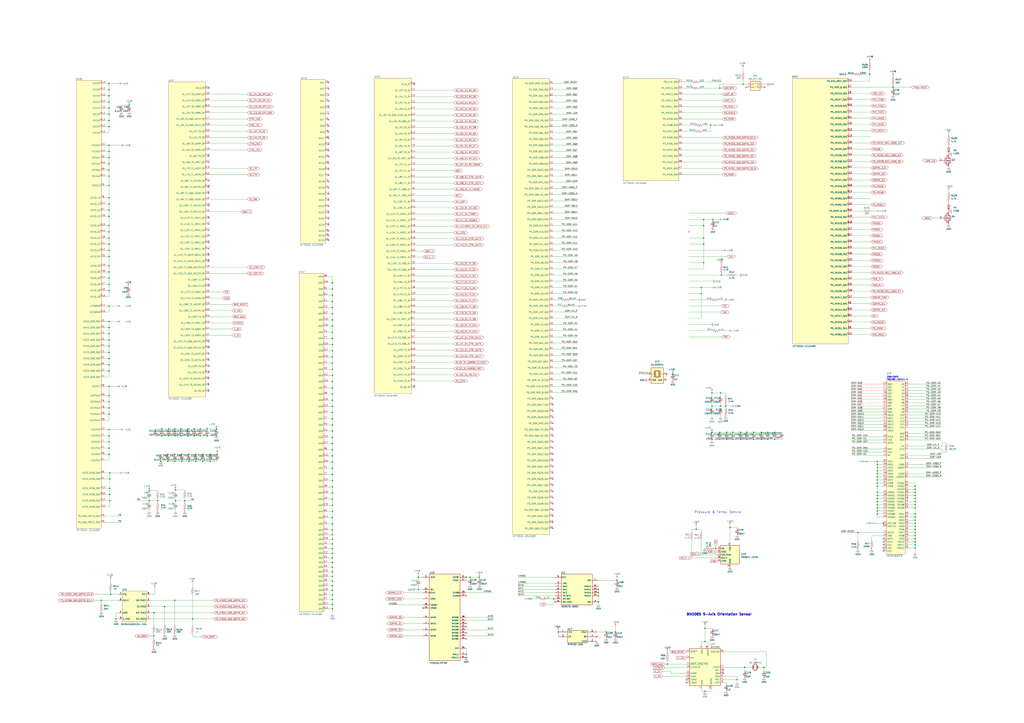
<source format=kicad_sch>
(kicad_sch (version 20231120) (generator "eeschema") (generator_version "8.0")
  (paper "A1")
  (lib_symbols
    (symbol "+1V0_1" (power) (pin_numbers hide) (pin_names (offset 0) hide)
      (property "Value" "+1V0_1" (at 0 3.556 90))
      (symbol "+1V0_1_1_1"
        (pin power_in line (at 0 0 90) (length 0) hide (name "+1V0") (number "1"))
      )
    )
    (symbol "+1V0_2" (power) (pin_numbers hide) (pin_names (offset 0) hide)
      (property "Value" "+1V0_2" (at 0 3.556 90))
      (symbol "+1V0_2_1_1"
        (pin power_in line (at 0 0 90) (length 0) hide (name "+1V0") (number "1"))
      )
    )
    (symbol "+1V0_3" (power) (pin_numbers hide) (pin_names (offset 0) hide)
      (property "Value" "+1V0_3" (at 0 3.556 90))
      (symbol "+1V0_3_1_1"
        (pin power_in line (at 0 0 90) (length 0) hide (name "+1V0") (number "1"))
      )
    )
    (symbol "+1V0_4" (power) (pin_numbers hide) (pin_names (offset 0) hide)
      (property "Value" "+1V0_4" (at 0 3.556 90))
      (symbol "+1V0_4_1_1"
        (pin power_in line (at 0 0 90) (length 0) hide (name "+1V0") (number "1"))
      )
    )
    (symbol "+1V0_5" (power) (pin_numbers hide) (pin_names (offset 0) hide)
      (property "Value" "+1V0_5" (at 0 3.556 90))
      (symbol "+1V0_5_1_1"
        (pin power_in line (at 0 0 90) (length 0) hide (name "+1V0") (number "1"))
      )
    )
    (symbol "+1V5_1" (power) (pin_numbers hide) (pin_names (offset 0) hide)
      (property "Value" "+1V5_1" (at 0 3.937 90))
      (symbol "+1V5_1_1_1"
        (pin power_in line (at 0 0 90) (length 0) hide (name "+1V5") (number "1"))
      )
    )
    (symbol "+1V5_2" (power) (pin_numbers hide) (pin_names (offset 0) hide)
      (property "Value" "+1V5_2" (at 0 3.937 90))
      (symbol "+1V5_2_1_1"
        (pin power_in line (at 0 0 90) (length 0) hide (name "+1V5") (number "1"))
      )
    )
    (symbol "+1V5_3" (power) (pin_numbers hide) (pin_names (offset 0) hide)
      (property "Value" "+1V5_3" (at 0 3.937 90))
      (symbol "+1V5_3_1_1"
        (pin power_in line (at 0 0 90) (length 0) hide (name "+1V5") (number "1"))
      )
    )
    (symbol "+1V5_4" (power) (pin_numbers hide) (pin_names (offset 0) hide)
      (property "Value" "+1V5_4" (at 0 3.937 90))
      (symbol "+1V5_4_1_1"
        (pin power_in line (at 0 0 90) (length 0) hide (name "+1V5") (number "1"))
      )
    )
    (symbol "+1V5_5" (power) (pin_numbers hide) (pin_names (offset 0) hide)
      (property "Value" "+1V5_5" (at 0 3.937 90))
      (symbol "+1V5_5_1_1"
        (pin power_in line (at 0 0 90) (length 0) hide (name "+1V5") (number "1"))
      )
    )
    (symbol "+1V8_1" (power) (pin_numbers hide) (pin_names (offset 0) hide)
      (property "Value" "+1V8_1" (at 0 3.175 90))
      (symbol "+1V8_1_1_1"
        (pin power_in line (at 0 0 90) (length 0) hide (name "+1V8") (number "1"))
      )
    )
    (symbol "+1V8_10" (power) (pin_numbers hide) (pin_names (offset 0) hide)
      (property "Value" "+1V8_10" (at 0 3.175 90))
      (symbol "+1V8_10_1_1"
        (pin power_in line (at 0 0 90) (length 0) hide (name "+1V8") (number "1"))
      )
    )
    (symbol "+1V8_11" (power) (pin_numbers hide) (pin_names (offset 0) hide)
      (property "Value" "+1V8_11" (at 0 3.175 90))
      (symbol "+1V8_11_1_1"
        (pin power_in line (at 0 0 90) (length 0) hide (name "+1V8") (number "1"))
      )
    )
    (symbol "+1V8_12" (power) (pin_numbers hide) (pin_names (offset 0) hide)
      (property "Value" "+1V8_12" (at 0 3.175 90))
      (symbol "+1V8_12_1_1"
        (pin power_in line (at 0 0 90) (length 0) hide (name "+1V8") (number "1"))
      )
    )
    (symbol "+1V8_13" (power) (pin_numbers hide) (pin_names (offset 0) hide)
      (property "Value" "+1V8_13" (at 0 3.175 90))
      (symbol "+1V8_13_1_1"
        (pin power_in line (at 0 0 90) (length 0) hide (name "+1V8") (number "1"))
      )
    )
    (symbol "+1V8_2" (power) (pin_numbers hide) (pin_names (offset 0) hide)
      (property "Value" "+1V8_2" (at 0 3.175 90))
      (symbol "+1V8_2_1_1"
        (pin power_in line (at 0 0 90) (length 0) hide (name "+1V8") (number "1"))
      )
    )
    (symbol "+1V8_3" (power) (pin_numbers hide) (pin_names (offset 0) hide)
      (property "Value" "+1V8_3" (at 0 3.175 90))
      (symbol "+1V8_3_1_1"
        (pin power_in line (at 0 0 90) (length 0) hide (name "+1V8") (number "1"))
      )
    )
    (symbol "+1V8_4" (power) (pin_numbers hide) (pin_names (offset 0) hide)
      (property "Value" "+1V8_4" (at 0 3.175 90))
      (symbol "+1V8_4_1_1"
        (pin power_in line (at 0 0 90) (length 0) hide (name "+1V8") (number "1"))
      )
    )
    (symbol "+1V8_5" (power) (pin_numbers hide) (pin_names (offset 0) hide)
      (property "Value" "+1V8_5" (at 0 3.175 90))
      (symbol "+1V8_5_1_1"
        (pin power_in line (at 0 0 90) (length 0) hide (name "+1V8") (number "1"))
      )
    )
    (symbol "+1V8_6" (power) (pin_numbers hide) (pin_names (offset 0) hide)
      (property "Value" "+1V8_6" (at 0 3.175 90))
      (symbol "+1V8_6_1_1"
        (pin power_in line (at 0 0 90) (length 0) hide (name "+1V8") (number "1"))
      )
    )
    (symbol "+1V8_7" (power) (pin_numbers hide) (pin_names (offset 0) hide)
      (property "Value" "+1V8_7" (at 0 3.175 90))
      (symbol "+1V8_7_1_1"
        (pin power_in line (at 0 0 90) (length 0) hide (name "+1V8") (number "1"))
      )
    )
    (symbol "+1V8_8" (power) (pin_numbers hide) (pin_names (offset 0) hide)
      (property "Value" "+1V8_8" (at 0 3.175 90))
      (symbol "+1V8_8_1_1"
        (pin power_in line (at 0 0 90) (length 0) hide (name "+1V8") (number "1"))
      )
    )
    (symbol "+1V8_9" (power) (pin_numbers hide) (pin_names (offset 0) hide)
      (property "Value" "+1V8_9" (at 0 3.175 90))
      (symbol "+1V8_9_1_1"
        (pin power_in line (at 0 0 90) (length 0) hide (name "+1V8") (number "1"))
      )
    )
    (symbol "+3V3_1" (power) (pin_numbers hide) (pin_names (offset 0) hide)
      (property "Value" "+3V3_1" (at 0 5.08 0))
      (symbol "+3V3_1_1_1"
        (pin power_in line (at 0 0 90) (length 0) hide (name "+3V3") (number "1"))
      )
    )
    (symbol "+3V3_2" (power) (pin_numbers hide) (pin_names (offset 0) hide)
      (property "Value" "+3V3_2" (at 0 5.08 0))
      (symbol "+3V3_2_1_1"
        (pin power_in line (at 0 0 90) (length 0) hide (name "+3V3") (number "1"))
      )
    )
    (symbol "+5VA_11" (power) (pin_numbers hide) (pin_names (offset 0) hide)
      (property "Value" "+5VA_11" (at 0 4.445 0))
      (symbol "+5VA_11_1_1"
        (pin power_in line (at 0 0 90) (length 0) hide (name "+5VA") (number "1"))
      )
    )
    (symbol "502570-0893:502570-0893" (pin_names (offset 1.016))
      (property "Reference" "J" (at -12.7238 13.4872 0))
      (property "Value" "502570-0893" (at -12.7135 -14.4934 0))
      (symbol "502570-0893_0_0"
        (pin bidirectional line (at -17.78 -2.54 0) (length 5.08) (name "DAT2") (number "1"))
        (pin bidirectional line (at -17.78 -5.08 0) (length 5.08) (name "CD/DAT3") (number "2"))
        (pin bidirectional line (at -17.78 5.08 0) (length 5.08) (name "CMD") (number "3"))
        (pin power_in line (at 17.78 7.62 180) (length 5.08) (name "VDD") (number "4"))
        (pin input clock (at -17.78 10.16 0) (length 5.08) (name "CLK") (number "5"))
        (pin power_in line (at 17.78 -10.16 180) (length 5.08) (name "VSS") (number "6"))
        (pin bidirectional line (at -17.78 2.54 0) (length 5.08) (name "DAT0") (number "7"))
        (pin bidirectional line (at -17.78 0 0) (length 5.08) (name "DAT1") (number "8"))
        (pin passive line (at -17.78 -10.16 0) (length 5.08) (name "DET_LEVEL") (number "DL"))
        (pin passive line (at -17.78 -7.62 0) (length 5.08) (name "DET_SWT") (number "DS"))
      )
      (symbol "502570-0893_1_0"
        (pin power_in line (at 17.78 2.54 180) (length 5.08) (name "SHIELD") (number "S1"))
        (pin power_in line (at 17.78 0 180) (length 5.08) (name "SHIELD") (number "S2"))
        (pin power_in line (at 17.78 -2.54 180) (length 5.08) (name "SHIELD") (number "S3"))
        (pin power_in line (at 17.78 -5.08 180) (length 5.08) (name "SHIELD") (number "S4"))
      )
    )
    (symbol "ABM8AIG-25.000MHZ-12-2Z-T3:ABM8AIG-25.000MHZ-12-2Z-T3" (pin_names (offset 1.016))
      (property "Reference" "Y" (at -5.0878 6.3559 0))
      (property "Value" "ABM8AIG-25.000MHZ-12-2Z-T3" (at -5.0944 -10.16 0))
      (symbol "ABM8AIG-25.000MHZ-12-2Z-T3_0_0"
        (pin passive line (at -7.62 0 0) (length 2.54) (name "~") (number "1"))
        (pin power_in line (at 7.62 -5.08 180) (length 2.54) (name "GND") (number "2"))
        (pin passive line (at 7.62 0 180) (length 2.54) (name "~") (number "3"))
        (pin power_in line (at -7.62 -5.08 0) (length 2.54) (name "GND") (number "4"))
      )
    )
    (symbol "Device:C_Small" (pin_numbers hide) (pin_names (offset 0.254) hide)
      (property "Reference" "C" (at 0.254 1.778 0))
      (property "Value" "C_Small" (at 0.254 -2.032 0))
      (symbol "C_Small_1_1"
        (pin passive line (at 0 2.54 270) (length 2.032) (name "~") (number "1"))
        (pin passive line (at 0 -2.54 90) (length 2.032) (name "~") (number "2"))
      )
    )
    (symbol "Device:Crystal" (pin_numbers hide) (pin_names (offset 1.016) hide)
      (property "Reference" "Y" (at 0 3.81 0))
      (property "Value" "Crystal" (at 0 -3.81 0))
      (symbol "Crystal_1_1"
        (pin passive line (at -3.81 0 0) (length 1.27) (name "1") (number "1"))
        (pin passive line (at 3.81 0 180) (length 1.27) (name "2") (number "2"))
      )
    )
    (symbol "Device:LED" (pin_numbers hide) (pin_names (offset 1.016) hide)
      (property "Reference" "D" (at 0 2.54 0))
      (property "Value" "LED" (at 0 -2.54 0))
      (symbol "LED_1_1"
        (pin passive line (at -3.81 0 0) (length 2.54) (name "K") (number "1"))
        (pin passive line (at 3.81 0 180) (length 2.54) (name "A") (number "2"))
      )
    )
    (symbol "Device:R_US" (pin_numbers hide) (pin_names (offset 0))
      (property "Reference" "R" (at 2.54 0 90))
      (property "Value" "R_US" (at -2.54 0 90))
      (symbol "R_US_1_1"
        (pin passive line (at 0 3.81 270) (length 1.27) (name "~") (number "1"))
        (pin passive line (at 0 -3.81 90) (length 1.27) (name "~") (number "2"))
      )
    )
    (symbol "FBGA96-10X14-A:FBGA96-10X14-A"
      (property "Reference" "U18" (at -5.715 77.47 0))
      (property "Value" "H5TQ4G63AFR" (at -1.27 -72.39 0))
      (symbol "FBGA96-10X14-A_1_1"
        (pin passive line (at -10.16 -20.32 0) (length 2.54) (name "VDDQ1") (number "A1"))
        (pin passive line (at -10.16 35.56 0) (length 2.54) (name "DQ13") (number "A2"))
        (pin passive line (at -10.16 30.48 0) (length 2.54) (name "DQ15") (number "A3"))
        (pin passive line (at -10.16 38.1 0) (length 2.54) (name "DQ12") (number "A7"))
        (pin passive line (at -10.16 -22.86 0) (length 2.54) (name "VDDQ2") (number "A8"))
        (pin passive line (at 10.16 -38.1 180) (length 2.54) (name "VSS1") (number "A9"))
        (pin passive line (at 10.16 -12.7 180) (length 2.54) (name "VSSQ1") (number "B1"))
        (pin passive line (at -10.16 5.08 0) (length 2.54) (name "VDD1") (number "B2"))
        (pin passive line (at 10.16 -40.64 180) (length 2.54) (name "VSS2") (number "B3"))
        (pin passive line (at 10.16 -7.62 180) (length 2.54) (name "UDQSN") (number "B7"))
        (pin passive line (at -10.16 33.02 0) (length 2.54) (name "DQ14") (number "B8"))
        (pin passive line (at 10.16 -15.24 180) (length 2.54) (name "VSSQ2") (number "B9"))
        (pin passive line (at -10.16 -25.4 0) (length 2.54) (name "VDDQ3") (number "C1"))
        (pin passive line (at -10.16 40.64 0) (length 2.54) (name "DQ11") (number "C2"))
        (pin passive line (at -10.16 45.72 0) (length 2.54) (name "DQ9") (number "C3"))
        (pin passive line (at 10.16 -5.08 180) (length 2.54) (name "UDQS") (number "C7"))
        (pin passive line (at -10.16 43.18 0) (length 2.54) (name "DQ10") (number "C8"))
        (pin passive line (at -10.16 -27.94 0) (length 2.54) (name "VDDQ4") (number "C9"))
        (pin passive line (at 10.16 -17.78 180) (length 2.54) (name "VSSQ3") (number "D1"))
        (pin passive line (at -10.16 -30.48 0) (length 2.54) (name "VDDQ5") (number "D2"))
        (pin passive line (at 10.16 7.62 180) (length 2.54) (name "UDM") (number "D3"))
        (pin passive line (at -10.16 48.26 0) (length 2.54) (name "DQ8") (number "D7"))
        (pin passive line (at 10.16 -20.32 180) (length 2.54) (name "VSSQ4") (number "D8"))
        (pin passive line (at -10.16 2.54 0) (length 2.54) (name "VDD2") (number "D9"))
        (pin passive line (at 10.16 -43.18 180) (length 2.54) (name "VSS3") (number "E1"))
        (pin passive line (at 10.16 -22.86 180) (length 2.54) (name "VSSQ5") (number "E2"))
        (pin passive line (at -10.16 68.58 0) (length 2.54) (name "DQ0") (number "E3"))
        (pin passive line (at 10.16 10.16 180) (length 2.54) (name "LDM") (number "E7"))
        (pin passive line (at 10.16 -25.4 180) (length 2.54) (name "VSSQ6") (number "E8"))
        (pin passive line (at -10.16 -33.02 0) (length 2.54) (name "VDDQ6") (number "E9"))
        (pin passive line (at -10.16 -35.56 0) (length 2.54) (name "VDDQ7") (number "F1"))
        (pin passive line (at -10.16 63.5 0) (length 2.54) (name "DQ2") (number "F2"))
        (pin passive line (at 10.16 2.54 180) (length 2.54) (name "LDQS") (number "F3"))
        (pin passive line (at -10.16 66.04 0) (length 2.54) (name "DQ1") (number "F7"))
        (pin passive line (at -10.16 60.96 0) (length 2.54) (name "DQ3") (number "F8"))
        (pin passive line (at 10.16 -27.94 180) (length 2.54) (name "VSSQ7") (number "F9"))
        (pin passive line (at 10.16 -30.48 180) (length 2.54) (name "VSSQ8") (number "G1"))
        (pin passive line (at -10.16 53.34 0) (length 2.54) (name "DQ6") (number "G2"))
        (pin passive line (at 10.16 0 180) (length 2.54) (name "LDQSN") (number "G3"))
        (pin passive line (at -10.16 0 0) (length 2.54) (name "VDD3") (number "G7"))
        (pin passive line (at 10.16 -45.72 180) (length 2.54) (name "VSS4") (number "G8"))
        (pin passive line (at 10.16 -33.02 180) (length 2.54) (name "VSSQ9") (number "G9"))
        (pin passive line (at -10.16 -45.72 0) (length 2.54) (name "VREFDQ") (number "H1"))
        (pin passive line (at -10.16 -38.1 0) (length 2.54) (name "VDDQ8") (number "H2"))
        (pin passive line (at -10.16 58.42 0) (length 2.54) (name "DQ4") (number "H3"))
        (pin passive line (at -10.16 50.8 0) (length 2.54) (name "DQ7") (number "H7"))
        (pin passive line (at -10.16 55.88 0) (length 2.54) (name "DQ5") (number "H8"))
        (pin passive line (at -10.16 -40.64 0) (length 2.54) (name "VDDQ9") (number "H9"))
        (pin passive line (at -10.16 -58.42 0) (length 2.54) (name "ODT1") (number "J1"))
        (pin passive line (at 10.16 -48.26 180) (length 2.54) (name "VSS5") (number "J2"))
        (pin passive line (at -10.16 15.24 0) (length 2.54) (name "RAS") (number "J3"))
        (pin passive line (at 10.16 17.78 180) (length 2.54) (name "CK") (number "J7"))
        (pin passive line (at 10.16 -50.8 180) (length 2.54) (name "VSS6") (number "J8"))
        (pin passive line (at -10.16 -60.96 0) (length 2.54) (name "CKE1") (number "J9"))
        (pin passive line (at -10.16 20.32 0) (length 2.54) (name "ODT0") (number "K1"))
        (pin passive line (at -10.16 -2.54 0) (length 2.54) (name "VDD4") (number "K2"))
        (pin passive line (at -10.16 12.7 0) (length 2.54) (name "CAS") (number "K3"))
        (pin passive line (at 10.16 15.24 180) (length 2.54) (name "CKN") (number "K7"))
        (pin passive line (at -10.16 -5.08 0) (length 2.54) (name "VDD5") (number "K8"))
        (pin passive line (at -10.16 25.4 0) (length 2.54) (name "CKE0") (number "K9"))
        (pin passive line (at -10.16 -63.5 0) (length 2.54) (name "CS1") (number "L1"))
        (pin passive line (at -10.16 22.86 0) (length 2.54) (name "CSO") (number "L2"))
        (pin passive line (at -10.16 10.16 0) (length 2.54) (name "WE") (number "L3"))
        (pin passive line (at 10.16 43.18 180) (length 2.54) (name "A10") (number "L7"))
        (pin passive line (at -10.16 -55.88 0) (length 2.54) (name "ZQ0") (number "L8"))
        (pin passive line (at -10.16 -66.04 0) (length 2.54) (name "ZQ1") (number "L9"))
        (pin passive line (at 10.16 -53.34 180) (length 2.54) (name "VSS7") (number "M1"))
        (pin passive line (at 10.16 27.94 180) (length 2.54) (name "BA0") (number "M2"))
        (pin passive line (at 10.16 22.86 180) (length 2.54) (name "BA2") (number "M3"))
        (pin passive line (at -10.16 -68.58 0) (length 2.54) (name "A15") (number "M7"))
        (pin passive line (at -10.16 -48.26 0) (length 2.54) (name "VREFCA") (number "M8"))
        (pin passive line (at 10.16 -55.88 180) (length 2.54) (name "VSS8") (number "M9"))
        (pin passive line (at -10.16 -7.62 0) (length 2.54) (name "VDD6") (number "N1"))
        (pin passive line (at 10.16 60.96 180) (length 2.54) (name "A3") (number "N2"))
        (pin passive line (at 10.16 68.58 180) (length 2.54) (name "A0") (number "N3"))
        (pin passive line (at 10.16 38.1 180) (length 2.54) (name "A12") (number "N7"))
        (pin passive line (at 10.16 25.4 180) (length 2.54) (name "BA1") (number "N8"))
        (pin passive line (at -10.16 -10.16 0) (length 2.54) (name "VDD7") (number "N9"))
        (pin passive line (at 10.16 -58.42 180) (length 2.54) (name "VSS9") (number "P1"))
        (pin passive line (at 10.16 55.88 180) (length 2.54) (name "A5") (number "P2"))
        (pin passive line (at 10.16 63.5 180) (length 2.54) (name "A2") (number "P3"))
        (pin passive line (at 10.16 66.04 180) (length 2.54) (name "A1") (number "P7"))
        (pin passive line (at 10.16 58.42 180) (length 2.54) (name "A4") (number "P8"))
        (pin passive line (at 10.16 -60.96 180) (length 2.54) (name "VSS10") (number "P9"))
        (pin passive line (at -10.16 -12.7 0) (length 2.54) (name "VDD8") (number "R1"))
        (pin passive line (at 10.16 50.8 180) (length 2.54) (name "A7") (number "R2"))
        (pin passive line (at 10.16 45.72 180) (length 2.54) (name "A9") (number "R3"))
        (pin passive line (at 10.16 40.64 180) (length 2.54) (name "A11") (number "R7"))
        (pin passive line (at 10.16 53.34 180) (length 2.54) (name "A6") (number "R8"))
        (pin passive line (at -10.16 -15.24 0) (length 2.54) (name "VDD9") (number "R9"))
        (pin passive line (at 10.16 -63.5 180) (length 2.54) (name "VSS11") (number "T1"))
        (pin passive line (at -10.16 -53.34 0) (length 2.54) (name "RESET") (number "T2"))
        (pin passive line (at 10.16 35.56 180) (length 2.54) (name "A13") (number "T3"))
        (pin passive line (at 10.16 33.02 180) (length 2.54) (name "A14") (number "T7"))
        (pin passive line (at 10.16 48.26 180) (length 2.54) (name "A8") (number "T8"))
        (pin passive line (at 10.16 -66.04 180) (length 2.54) (name "VSS12") (number "T9"))
      )
    )
    (symbol "GND_1" (power) (pin_numbers hide) (pin_names (offset 0) hide)
      (property "Value" "GND" (at 0 -3.81 0))
      (symbol "GND_1_1_1"
        (pin power_in line (at 0 0 270) (length 0) hide (name "GND") (number "1"))
      )
    )
    (symbol "MX25U1635EZUI-10G:MX25U1635EZUI-10G"
      (property "Reference" "U19" (at -8.255 13.97 0))
      (property "Value" "MX25U1635EZNI-10G" (at -0.635 -14.605 0))
      (symbol "MX25U1635EZUI-10G_1_1"
        (pin passive line (at -12.7 10.16 0) (length 2.54) (name "CS_") (number "1"))
        (pin passive line (at 12.7 5.08 180) (length 2.54) (name "SO/SIO1") (number "2"))
        (pin passive line (at 12.7 -5.08 180) (length 2.54) (name "WP/SIO2") (number "3"))
        (pin passive line (at -12.7 -5.08 0) (length 2.54) (name "GND") (number "4"))
        (pin passive line (at 12.7 0 180) (length 2.54) (name "SI/SIO0") (number "5"))
        (pin passive line (at -12.7 5.08 0) (length 2.54) (name "SCLK") (number "6"))
        (pin passive line (at 12.7 -10.16 180) (length 2.54) (name "NC/SIO3") (number "7"))
        (pin passive line (at 12.7 10.16 180) (length 2.54) (name "VCC") (number "8"))
        (pin passive line (at -12.7 -10.16 0) (length 2.54) (name "E_PAD") (number "9"))
      )
    )
    (symbol "PLUTOX_SDR SCH LIB:RT9193-33GB"
      (property "Reference" "U6" (at 22.86 6.35 0))
      (symbol "RT9193-33GB_0_1"
        (pin power_in line (at 7.62 3.81 0) (length 7.62) (name "VIN") (number "1"))
        (pin power_out line (at 39.37 -3.81 180) (length 7.62) (name "GND") (number "2"))
        (pin unspecified line (at 7.62 0 0) (length 7.62) (name "EN") (number "3"))
        (pin unspecified line (at 39.37 0 180) (length 7.62) (name "BP") (number "4"))
        (pin output line (at 39.37 3.81 180) (length 7.62) (name "VOUT") (number "5"))
      )
    )
    (symbol "SOT23_MOSFET_1" (pin_names hide)
      (property "Reference" "Q3" (at 0.762 5.207 0))
      (property "Value" "~" (at 0 0 0))
      (symbol "SOT23_MOSFET_1_1_1"
        (pin passive line (at 0.127 -7.62 90) (length 2.54) (name "G") (number "1"))
        (pin passive line (at 5.207 0 180) (length 2.54) (name "S") (number "2"))
        (pin passive line (at -4.953 0 0) (length 2.54) (name "D") (number "3"))
      )
    )
    (symbol "Sensor_Motion:BNO055"
      (property "Reference" "U21" (at 4.4959 18.9992 0))
      (property "Value" "BNO055" (at 4.4959 16.4592 0))
      (symbol "BNO055_1_1"
        (pin no_connect line (at -12.7 10.16 0) (length 2.54) hide (name "PIN1") (number "1"))
        (pin output line (at -15.24 0 0) (length 2.54) (name "CLKSEL0") (number "10"))
        (pin input line (at -15.24 12.7 0) (length 2.54) (name "~{RESET}") (number "11"))
        (pin no_connect line (at 12.7 10.16 180) (length 2.54) hide (name "PIN12") (number "12"))
        (pin no_connect line (at 12.7 7.62 180) (length 2.54) hide (name "PIN13") (number "13"))
        (pin output line (at -15.24 7.62 0) (length 2.54) (name "INT") (number "14"))
        (pin power_in line (at 15.24 -2.54 180) (length 2.54) (name "SCL") (number "15"))
        (pin passive line (at 15.24 -5.08 180) (length 2.54) (name "SDA") (number "16"))
        (pin input line (at -15.24 -12.7 0) (length 2.54) (name "COM3") (number "17"))
        (pin passive line (at -15.24 -10.16 0) (length 2.54) (name "COM2") (number "18"))
        (pin bidirectional line (at -15.24 -7.62 0) (length 2.54) (name "COM1") (number "19"))
        (pin power_in line (at -2.54 -17.78 90) (length 2.54) (name "GND") (number "2"))
        (pin bidirectional line (at -15.24 -5.08 0) (length 2.54) (name "COM0") (number "20"))
        (pin no_connect line (at 12.7 5.08 180) (length 2.54) hide (name "PIN21") (number "21"))
        (pin no_connect line (at 12.7 2.54 180) (length 2.54) hide (name "PIN22") (number "22"))
        (pin no_connect line (at 12.7 -2.54 180) (length 2.54) hide (name "PIN23") (number "23"))
        (pin no_connect line (at 12.7 -5.08 180) (length 2.54) hide (name "PIN24") (number "24"))
        (pin passive line (at 5.08 -17.78 90) (length 2.54) (name "GNDIO") (number "25"))
        (pin output line (at 15.24 12.7 180) (length 2.54) (name "XOUT32") (number "26"))
        (pin input line (at 15.24 0 180) (length 2.54) (name "XIN32") (number "27"))
        (pin power_in line (at 2.54 17.78 270) (length 2.54) (name "VDDIO") (number "28"))
        (pin power_in line (at -2.54 17.78 270) (length 2.54) (name "VDD") (number "3"))
        (pin input line (at -15.24 2.54 0) (length 2.54) (name "~{BOOT_LOAD_PIN}") (number "4"))
        (pin input line (at 15.24 -10.16 180) (length 2.54) (name "PS1") (number "5"))
        (pin input line (at 15.24 -7.62 180) (length 2.54) (name "PS0") (number "6"))
        (pin no_connect line (at -12.7 5.08 0) (length 2.54) hide (name "PIN7") (number "7"))
        (pin no_connect line (at -12.7 -2.54 0) (length 2.54) hide (name "PIN8") (number "8"))
        (pin passive line (at 15.24 -12.7 180) (length 2.54) (name "CAP") (number "9"))
      )
    )
    (symbol "Sensor_Pressure:MS5611-01BA"
      (property "Reference" "U" (at -6.35 8.89 0))
      (property "Value" "MS5611-01BA" (at 7.62 8.89 0))
      (symbol "MS5611-01BA_1_1"
        (pin power_in line (at 0 10.16 270) (length 2.54) (name "VDD") (number "1"))
        (pin input line (at -10.16 5.08 0) (length 2.54) (name "PS") (number "2"))
        (pin power_in line (at 0 -10.16 90) (length 2.54) (name "GND") (number "3"))
        (pin input line (at -10.16 -5.08 0) (length 2.54) (name "CSB") (number "4"))
        (pin input line (at -10.16 -5.08 0) (length 2.54) hide (name "CSB") (number "5"))
        (pin output line (at -10.16 2.54 0) (length 2.54) (name "SDO") (number "6"))
        (pin bidirectional line (at -10.16 0 0) (length 2.54) (name "SDI/SDA") (number "7"))
        (pin input line (at -10.16 -2.54 0) (length 2.54) (name "SCLK") (number "8"))
      )
    )
    (symbol "Switch:SW_DIP_x02" (pin_names (offset 0) hide)
      (property "Reference" "SW" (at 0 6.35 0))
      (property "Value" "SW_DIP_x02" (at 0 -3.81 0))
      (symbol "SW_DIP_x02_1_1"
        (pin passive line (at -7.62 2.54 0) (length 5.08) (name "~") (number "1"))
        (pin passive line (at -7.62 0 0) (length 5.08) (name "~") (number "2"))
        (pin passive line (at 7.62 0 180) (length 5.08) (name "~") (number "3"))
        (pin passive line (at 7.62 2.54 180) (length 5.08) (name "~") (number "4"))
      )
    )
    (symbol "TXS02612RTWR:TXS02612RTWR" (pin_names (offset 1.016))
      (property "Reference" "U" (at -12.7 36.83 0))
      (property "Value" "TXS02612RTWR" (at -12.7 -36.83 0))
      (symbol "TXS02612RTWR_0_0"
        (pin bidirectional line (at -17.78 -10.16 0) (length 5.08) (name "DAT2A") (number "1"))
        (pin bidirectional line (at 17.78 -17.78 180) (length 5.08) (name "DAT3B1") (number "10"))
        (pin power_in line (at 17.78 -33.02 180) (length 5.08) (name "GND_11") (number "11"))
        (pin bidirectional line (at -17.78 7.62 0) (length 5.08) (name "CMDB1") (number "12"))
        (pin output clock (at 17.78 17.78 180) (length 5.08) (name "CLKB1") (number "13"))
        (pin bidirectional line (at 17.78 -2.54 180) (length 5.08) (name "DAT0B1") (number "14"))
        (pin bidirectional line (at 17.78 -7.62 180) (length 5.08) (name "DAT1B1") (number "15"))
        (pin bidirectional line (at 17.78 -5.08 180) (length 5.08) (name "DAT1B0") (number "16"))
        (pin power_in line (at 17.78 30.48 180) (length 5.08) (name "VCCB1") (number "17"))
        (pin bidirectional line (at 17.78 0 180) (length 5.08) (name "DAT0B0") (number "18"))
        (pin output clock (at 17.78 20.32 180) (length 5.08) (name "CLKB0") (number "19"))
        (pin power_in line (at 17.78 -30.48 180) (length 5.08) (name "GND_2") (number "2"))
        (pin bidirectional line (at -17.78 10.16 0) (length 5.08) (name "CMDB0") (number "20"))
        (pin power_in line (at 17.78 33.02 180) (length 5.08) (name "VCCB0") (number "21"))
        (pin bidirectional line (at 17.78 -15.24 180) (length 5.08) (name "DAT3B0") (number "22"))
        (pin bidirectional line (at 17.78 -10.16 180) (length 5.08) (name "DAT2B0") (number "23"))
        (pin input line (at -17.78 22.86 0) (length 5.08) (name "SEL") (number "24"))
        (pin passive line (at 17.78 -25.4 180) (length 5.08) (name "EXP") (number "25"))
        (pin bidirectional line (at -17.78 -15.24 0) (length 5.08) (name "DAT3A") (number "3"))
        (pin bidirectional line (at -17.78 15.24 0) (length 5.08) (name "CMDA") (number "4"))
        (pin power_in line (at -17.78 33.02 0) (length 5.08) (name "VCCA") (number "5"))
        (pin bidirectional line (at -17.78 0 0) (length 5.08) (name "DAT0A") (number "6"))
        (pin bidirectional line (at -17.78 -5.08 0) (length 5.08) (name "DAT1A") (number "7"))
        (pin bidirectional line (at 17.78 -12.7 180) (length 5.08) (name "DAT2B1") (number "8"))
        (pin input clock (at -17.78 20.32 0) (length 5.08) (name "CLKA") (number "9"))
      )
    )
    (symbol "XC7Z010-1CLG400I_1"
      (property "Reference" "U18" (at -12.954 135.763 0))
      (property "Value" "XC7Z010-1CLG400I" (at -0.635 -186.69 0))
      (symbol "XC7Z010-1CLG400I_1_1_1"
        (pin power_in line (at 12.7 99.06 180) (length 2.54) (name "GND") (number "A18"))
        (pin power_in line (at 12.7 104.14 180) (length 2.54) (name "GND") (number "A8"))
        (pin power_in line (at 12.7 93.98 180) (length 2.54) (name "GND") (number "B1"))
        (pin power_in line (at 12.7 88.9 180) (length 2.54) (name "GND") (number "B11"))
        (pin passive line (at 12.7 -107.95 180) (length 2.54) (name "GND") (number "C14"))
        (pin power_in line (at 12.7 83.82 180) (length 2.54) (name "GND") (number "C4"))
        (pin passive line (at 12.7 -134.62 180) (length 2.54) (name "GND") (number "C9"))
        (pin power_in line (at 12.7 73.66 180) (length 2.54) (name "GND") (number "D17"))
        (pin power_in line (at 12.7 68.58 180) (length 2.54) (name "GND") (number "E10"))
        (pin power_in line (at 12.7 63.5 180) (length 2.54) (name "GND") (number "E20"))
        (pin power_in line (at 12.7 58.42 180) (length 2.54) (name "GND") (number "F3"))
        (pin power_in line (at 12.7 53.34 180) (length 2.54) (name "GND") (number "F7"))
        (pin power_in line (at 12.7 48.26 180) (length 2.54) (name "GND") (number "G10"))
        (pin power_in line (at 12.7 43.18 180) (length 2.54) (name "GND") (number "G12"))
        (pin power_in line (at 12.7 38.1 180) (length 2.54) (name "GND") (number "G16"))
        (pin power_in line (at 12.7 22.86 180) (length 2.54) (name "GND") (number "H11"))
        (pin power_in line (at 12.7 17.78 180) (length 2.54) (name "GND") (number "H13"))
        (pin passive line (at 12.7 -111.76 180) (length 2.54) (name "GND") (number "H19"))
        (pin power_in line (at 12.7 33.02 180) (length 2.54) (name "GND") (number "H7"))
        (pin power_in line (at 12.7 27.94 180) (length 2.54) (name "GND") (number "H9"))
        (pin passive line (at 12.7 -123.19 180) (length 2.54) (name "GND") (number "J12"))
        (pin passive line (at 12.7 -115.57 180) (length 2.54) (name "GND") (number "J2"))
        (pin passive line (at 12.7 -119.38 180) (length 2.54) (name "GND") (number "J8"))
        (pin power_in line (at 12.7 78.74 180) (length 2.54) (name "GND") (number "K11"))
        (pin passive line (at 12.7 -138.43 180) (length 2.54) (name "GND") (number "K13"))
        (pin passive line (at 12.7 -142.24 180) (length 2.54) (name "GND") (number "K15"))
        (pin passive line (at 12.7 -127 180) (length 2.54) (name "GND") (number "K5"))
        (pin passive line (at 12.7 -130.81 180) (length 2.54) (name "GND") (number "K7"))
        (pin passive line (at 12.7 -149.86 180) (length 2.54) (name "GND") (number "L12"))
        (pin passive line (at 12.7 -153.67 180) (length 2.54) (name "GND") (number "L18"))
        (pin passive line (at 12.7 -146.05 180) (length 2.54) (name "GND") (number "L8"))
        (pin passive line (at 12.7 -157.48 180) (length 2.54) (name "GND") (number "M1"))
        (pin passive line (at 12.7 -165.1 180) (length 2.54) (name "GND") (number "M11"))
        (pin passive line (at 12.7 -168.91 180) (length 2.54) (name "GND") (number "M13"))
        (pin passive line (at 12.7 -161.29 180) (length 2.54) (name "GND") (number "M7"))
        (pin power_in line (at 12.7 2.54 180) (length 2.54) (name "GND") (number "N10"))
        (pin power_in line (at 12.7 -2.54 180) (length 2.54) (name "GND") (number "N12"))
        (pin power_in line (at 12.7 -7.62 180) (length 2.54) (name "GND") (number "N14"))
        (pin power_in line (at 12.7 12.7 180) (length 2.54) (name "GND") (number "N4"))
        (pin power_in line (at 12.7 7.62 180) (length 2.54) (name "GND") (number "N8"))
        (pin power_in line (at 12.7 -22.86 180) (length 2.54) (name "GND") (number "P11"))
        (pin power_in line (at 12.7 -27.94 180) (length 2.54) (name "GND") (number "P13"))
        (pin power_in line (at 12.7 -33.02 180) (length 2.54) (name "GND") (number "P17"))
        (pin power_in line (at 12.7 -12.7 180) (length 2.54) (name "GND") (number "P7"))
        (pin power_in line (at 12.7 -17.78 180) (length 2.54) (name "GND") (number "P9"))
        (pin power_in line (at 12.7 -43.18 180) (length 2.54) (name "GND") (number "R12"))
        (pin power_in line (at 12.7 -48.26 180) (length 2.54) (name "GND") (number "R20"))
        (pin power_in line (at 12.7 -38.1 180) (length 2.54) (name "GND") (number "R8"))
        (pin power_in line (at 12.7 -63.5 180) (length 2.54) (name "GND") (number "T13"))
        (pin power_in line (at 12.7 -53.34 180) (length 2.54) (name "GND") (number "T3"))
        (pin power_in line (at 12.7 -58.42 180) (length 2.54) (name "GND") (number "T7"))
        (pin power_in line (at 12.7 -73.66 180) (length 2.54) (name "GND") (number "U16"))
        (pin power_in line (at 12.7 -68.58 180) (length 2.54) (name "GND") (number "U6"))
        (pin power_in line (at 12.7 -83.82 180) (length 2.54) (name "GND") (number "V19"))
        (pin power_in line (at 12.7 -78.74 180) (length 2.54) (name "GND") (number "V9"))
        (pin power_in line (at 12.7 -93.98 180) (length 2.54) (name "GND") (number "W12"))
        (pin power_in line (at 12.7 -88.9 180) (length 2.54) (name "GND") (number "W2"))
        (pin power_in line (at 12.7 -104.14 180) (length 2.54) (name "GND") (number "Y15"))
        (pin power_in line (at 12.7 -99.06 180) (length 2.54) (name "GND") (number "Y5"))
      )
      (symbol "XC7Z010-1CLG400I_1_2_1"
        (pin power_in line (at 12.7 -152.4 180) (length 2.54) (name "VCCO_MIO0_501") (number "A13"))
        (pin power_in line (at 12.7 -15.24 180) (length 2.54) (name "VCCO_DDR_502") (number "A3"))
        (pin power_in line (at 12.7 -157.48 180) (length 2.54) (name "VCCO_MIO0_501") (number "B16"))
        (pin power_in line (at 12.7 -139.7 180) (length 2.54) (name "VCCO_MIO0_500") (number "B6"))
        (pin power_in line (at 12.7 30.48 180) (length 2.54) (name "VCCO_35") (number "C19"))
        (pin power_in line (at 12.7 -162.56 180) (length 2.54) (name "VCCO_MIO0_501") (number "D12"))
        (pin power_in line (at 12.7 -20.32 180) (length 2.54) (name "VCCO_DDR_502") (number "D2"))
        (pin power_in line (at 12.7 -144.78 180) (length 2.54) (name "VCCO_MIO0_500") (number "D7"))
        (pin power_in line (at 12.7 -167.64 180) (length 2.54) (name "VCCO_MIO0_501") (number "E15"))
        (pin power_in line (at 12.7 -25.4 180) (length 2.54) (name "VCCO_DDR_502") (number "E5"))
        (pin power_in line (at 12.7 25.4 180) (length 2.54) (name "VCCO_35") (number "F18"))
        (pin power_in line (at 12.7 -81.28 180) (length 2.54) (name "VCCPAUX") (number "F8"))
        (pin power_in line (at 12.7 -30.48 180) (length 2.54) (name "VCCO_DDR_502") (number "G1"))
        (pin power_in line (at 12.7 -2.54 180) (length 2.54) (name "VCCBRAM") (number "G11"))
        (pin power_in line (at 12.7 180.34 180) (length 2.54) (name "VCCINT") (number "G13"))
        (pin power_in line (at 12.7 -104.14 180) (length 2.54) (name "VCCPINT") (number "G7"))
        (pin power_in line (at 12.7 -68.58 180) (length 2.54) (name "VCCPLL") (number "G8"))
        (pin power_in line (at 12.7 -76.2 180) (length 2.54) (name "VCCPAUX") (number "G9"))
        (pin power_in line (at 12.7 -7.62 180) (length 2.54) (name "VCCBRAM") (number "H10"))
        (pin power_in line (at 12.7 175.26 180) (length 2.54) (name "VCCINT") (number "H12"))
        (pin power_in line (at 12.7 20.32 180) (length 2.54) (name "VCCO_35") (number "H14"))
        (pin power_in line (at 12.7 -35.56 180) (length 2.54) (name "VCCO_DDR_502") (number "H4"))
        (pin power_in line (at 12.7 -175.26 180) (length 2.54) (name "PS_DDR_VREF0_502") (number "H6"))
        (pin power_in line (at 12.7 -86.36 180) (length 2.54) (name "VCCPAUX") (number "H8"))
        (pin power_in line (at 12.7 129.54 180) (length 2.54) (name "VCCAUX") (number "J11"))
        (pin power_in line (at 12.7 170.18 180) (length 2.54) (name "VCCINT") (number "J13"))
        (pin power_in line (at 12.7 15.24 180) (length 2.54) (name "VCCO_35") (number "J17"))
        (pin power_in line (at 12.7 -109.22 180) (length 2.54) (name "VCCPINT") (number "J7"))
        (pin power_in line (at 12.7 165.1 180) (length 2.54) (name "VCCINT") (number "K12"))
        (pin power_in line (at 12.7 10.16 180) (length 2.54) (name "VCCO_35") (number "K20"))
        (pin power_in line (at 12.7 96.52 180) (length 2.54) (name "VCCO_0") (number "K6"))
        (pin power_in line (at 12.7 -91.44 180) (length 2.54) (name "VCCPAUX") (number "K8"))
        (pin power_in line (at 12.7 124.46 180) (length 2.54) (name "VCCAUX") (number "L11"))
        (pin power_in line (at 12.7 160.02 180) (length 2.54) (name "VCCINT") (number "L13"))
        (pin power_in line (at 12.7 -40.64 180) (length 2.54) (name "VCCO_DDR_502") (number "L3"))
        (pin power_in line (at 12.7 -114.3 180) (length 2.54) (name "VCCPINT") (number "L7"))
        (pin power_in line (at 12.7 154.94 180) (length 2.54) (name "VCCINT") (number "M12"))
        (pin power_in line (at 12.7 5.08 180) (length 2.54) (name "VCCO_35") (number "M16"))
        (pin power_in line (at 12.7 -96.52 180) (length 2.54) (name "VCCPAUX") (number "M8"))
        (pin power_in line (at 12.7 104.14 180) (length 2.54) (name "VCCAUX") (number "N11"))
        (pin power_in line (at 12.7 149.86 180) (length 2.54) (name "VCCINT") (number "N13"))
        (pin power_in line (at 12.7 63.5 180) (length 2.54) (name "VCCO_34") (number "N19"))
        (pin power_in line (at 12.7 -119.38 180) (length 2.54) (name "VCCPINT") (number "N7"))
        (pin power_in line (at 12.7 119.38 180) (length 2.54) (name "VCCAUX") (number "N9"))
        (pin power_in line (at 12.7 114.3 180) (length 2.54) (name "VCCAUX") (number "P10"))
        (pin power_in line (at 12.7 144.78 180) (length 2.54) (name "VCCINT") (number "P12"))
        (pin power_in line (at 12.7 -45.72 180) (length 2.54) (name "VCCO_DDR_502") (number "P2"))
        (pin power_in line (at 12.7 -180.34 180) (length 2.54) (name "PS_DDR_VREF1_502") (number "P6"))
        (pin power_in line (at 12.7 -124.46 180) (length 2.54) (name "VCCPINT") (number "P8"))
        (pin power_in line (at 12.7 139.7 180) (length 2.54) (name "VCCINT") (number "R13"))
        (pin power_in line (at 12.7 58.42 180) (length 2.54) (name "VCCO_34") (number "R15"))
        (pin power_in line (at 12.7 -50.8 180) (length 2.54) (name "VCCO_DDR_502") (number "R5"))
        (pin power_in line (at 12.7 -129.54 180) (length 2.54) (name "VCCPINT") (number "R7"))
        (pin power_in line (at 12.7 109.22 180) (length 2.54) (name "VCCAUX") (number "R9"))
        (pin power_in line (at 12.7 53.34 180) (length 2.54) (name "VCCO_34") (number "T18"))
        (pin power_in line (at 12.7 86.36 180) (length 2.54) (name "VCCO_13") (number "T8"))
        (pin power_in line (at 12.7 -55.88 180) (length 2.54) (name "VCCO_DDR_502") (number "U1"))
        (pin power_in line (at 12.7 81.28 180) (length 2.54) (name "VCCO_13") (number "U11"))
        (pin power_in line (at 12.7 48.26 180) (length 2.54) (name "VCCO_34") (number "V14"))
        (pin power_in line (at 12.7 -60.96 180) (length 2.54) (name "VCCO_DDR_502") (number "V4"))
        (pin power_in line (at 12.7 43.18 180) (length 2.54) (name "VCCO_34") (number "W17"))
        (pin power_in line (at 12.7 76.2 180) (length 2.54) (name "VCCO_13") (number "W7"))
        (pin power_in line (at 12.7 71.12 180) (length 2.54) (name "VCCO_13") (number "Y10"))
        (pin power_in line (at 12.7 38.1 180) (length 2.54) (name "VCCO_34") (number "Y20"))
      )
      (symbol "XC7Z010-1CLG400I_1_3_1"
        (pin power_in line (at 27.94 17.78 180) (length 2.54) (name "RSVDGND") (number "F10"))
        (pin power_in line (at 27.94 43.18 180) (length 2.54) (name "VCCBATT_0") (number "F11"))
        (pin power_in line (at 27.94 -7.62 180) (length 2.54) (name "TDO_0") (number "F6"))
        (pin power_in line (at 27.94 38.1 180) (length 2.54) (name "TCK_0") (number "F9"))
        (pin power_in line (at 27.94 -2.54 180) (length 2.54) (name "TDI_0") (number "G6"))
        (pin power_in line (at 27.94 63.5 180) (length 2.54) (name "GNDADC_0") (number "J10"))
        (pin power_in line (at 27.94 -27.94 180) (length 2.54) (name "TMS_0") (number "J6"))
        (pin power_in line (at 27.94 58.42 180) (length 2.54) (name "VCCADC_0") (number "J9"))
        (pin power_in line (at 27.94 27.94 180) (length 2.54) (name "VREFN_0") (number "K10"))
        (pin power_in line (at 27.94 22.86 180) (length 2.54) (name "VP_0") (number "K9"))
        (pin power_in line (at 27.94 48.26 180) (length 2.54) (name "VN_0") (number "L10"))
        (pin power_in line (at 27.94 -22.86 180) (length 2.54) (name "PROGRAM_B_0") (number "L6"))
        (pin power_in line (at 27.94 53.34 180) (length 2.54) (name "VREFP_0") (number "L9"))
        (pin power_in line (at 27.94 33.02 180) (length 2.54) (name "DXN_0") (number "M10"))
        (pin power_in line (at 27.94 -17.78 180) (length 2.54) (name "CFGBVS_0") (number "M6"))
        (pin power_in line (at 27.94 68.58 180) (length 2.54) (name "DXP_0") (number "M9"))
        (pin power_in line (at 27.94 12.7 180) (length 2.54) (name "RSVDVCC3") (number "N6"))
        (pin power_in line (at 27.94 2.54 180) (length 2.54) (name "INIT_B_0") (number "R10"))
        (pin power_in line (at 27.94 73.66 180) (length 2.54) (name "DONE_0") (number "R11"))
        (pin power_in line (at 27.94 7.62 180) (length 2.54) (name "RSVDVCC2") (number "R6"))
        (pin power_in line (at 27.94 -12.7 180) (length 2.54) (name "RSVDVCC1") (number "T6"))
      )
      (symbol "XC7Z010-1CLG400I_1_4_1"
        (pin power_in line (at 12.7 -33.02 180) (length 2.54) (name "NC18") (number "T5"))
        (pin power_in line (at 12.7 33.02 180) (length 2.54) (name "NC4") (number "T9"))
        (pin power_in line (at 12.7 27.94 180) (length 2.54) (name "NC5") (number "U10"))
        (pin power_in line (at 12.7 -38.1 180) (length 2.54) (name "NC19") (number "U5"))
        (pin power_in line (at 12.7 43.18 180) (length 2.54) (name "NC2") (number "U7"))
        (pin power_in line (at 12.7 -17.78 180) (length 2.54) (name "NC15") (number "U8"))
        (pin power_in line (at 12.7 -12.7 180) (length 2.54) (name "NC14") (number "U9"))
        (pin power_in line (at 12.7 -68.58 180) (length 2.54) (name "NC23") (number "V10"))
        (pin power_in line (at 12.7 -58.42 180) (length 2.54) (name "NC23") (number "V10"))
        (pin power_in line (at 12.7 -63.5 180) (length 2.54) (name "NC22") (number "V11"))
        (pin power_in line (at 12.7 -53.34 180) (length 2.54) (name "NC22") (number "V11"))
        (pin power_in line (at 12.7 48.26 180) (length 2.54) (name "NC1") (number "V5"))
        (pin power_in line (at 12.7 -73.66 180) (length 2.54) (name "NC24") (number "V6"))
        (pin power_in line (at 12.7 38.1 180) (length 2.54) (name "NC3") (number "V7"))
        (pin power_in line (at 12.7 -77.47 180) (length 2.54) (name "NC10") (number "V8"))
        (pin power_in line (at 12.7 -2.54 180) (length 2.54) (name "NC12") (number "W10"))
        (pin power_in line (at 12.7 -22.86 180) (length 2.54) (name "NC16") (number "W11"))
        (pin power_in line (at 12.7 -81.28 180) (length 2.54) (name "NC25") (number "W6"))
        (pin power_in line (at 12.7 2.54 180) (length 2.54) (name "NC11") (number "W8"))
        (pin power_in line (at 12.7 -7.62 180) (length 2.54) (name "NC13") (number "W9"))
        (pin power_in line (at 12.7 -27.94 180) (length 2.54) (name "NC17") (number "Y11"))
        (pin power_in line (at 12.7 -43.18 180) (length 2.54) (name "NC20") (number "Y12"))
        (pin power_in line (at 12.7 -48.26 180) (length 2.54) (name "NC21") (number "Y13"))
        (pin power_in line (at 12.7 17.78 180) (length 2.54) (name "NC7") (number "Y6"))
        (pin power_in line (at 12.7 22.86 180) (length 2.54) (name "NC6") (number "Y7"))
        (pin power_in line (at 12.7 7.62 180) (length 2.54) (name "NC9") (number "Y8"))
        (pin power_in line (at 12.7 12.7 180) (length 2.54) (name "NC8") (number "Y9"))
      )
      (symbol "XC7Z010-1CLG400I_1_5_1"
        (pin bidirectional line (at 17.78 -101.6 180) (length 2.54) (name "IO_L23P_T3_34") (number "N17"))
        (pin power_in line (at 17.78 0 180) (length 2.54) (name "IO_L13P_T2_MRCC_34") (number "N18"))
        (pin power_in line (at 17.78 -10.16 180) (length 2.54) (name "IO_L14P_T2_SRCC_34") (number "N20"))
        (pin bidirectional line (at 17.78 71.12 180) (length 2.54) (name "IO_L6P_T0_34") (number "P14"))
        (pin bidirectional line (at 17.78 -111.76 180) (length 2.54) (name "IO_L24P_T3_34") (number "P15"))
        (pin bidirectional line (at 17.78 -116.84 180) (length 2.54) (name "IO_L24N_T3_34") (number "P16"))
        (pin bidirectional line (at 17.78 -106.68 180) (length 2.54) (name "IO_L23N_T3_34") (number "P18"))
        (pin power_in line (at 17.78 -5.08 180) (length 2.54) (name "IO_L13N_T2_MRCC_34") (number "P19"))
        (pin power_in line (at 17.78 -15.24 180) (length 2.54) (name "IO_L14N_T2_SRCC_34") (number "P20"))
        (pin bidirectional line (at 17.78 66.04 180) (length 2.54) (name "IO_L6N_T0_VREF_34") (number "R14"))
        (pin bidirectional line (at 17.78 -60.96 180) (length 2.54) (name "IO_L19P_T3_34") (number "R16"))
        (pin bidirectional line (at 17.78 -66.04 180) (length 2.54) (name "IO_L19N_T3_VREF_34") (number "R17"))
        (pin bidirectional line (at 17.78 -76.2 180) (length 2.54) (name "IO_L20N_T3_34") (number "R18"))
        (pin bidirectional line (at 17.78 127 180) (length 2.54) (name "IO_0_34") (number "R19"))
        (pin bidirectional line (at 17.78 116.84 180) (length 2.54) (name "IO_L1N_T0_34") (number "T10"))
        (pin bidirectional line (at 17.78 121.92 180) (length 2.54) (name "IO_L1P_T0_34") (number "T11"))
        (pin bidirectional line (at 17.78 111.76 180) (length 2.54) (name "IO_L2P_T0_34") (number "T12"))
        (pin bidirectional line (at 17.78 81.28 180) (length 2.54) (name "IO_L5P_T0_34") (number "T14"))
        (pin bidirectional line (at 17.78 76.2 180) (length 2.54) (name "IO_L5N_T0_34") (number "T15"))
        (pin bidirectional line (at 17.78 40.64 180) (length 2.54) (name "IO_L9P_T1_DQS_34") (number "T16"))
        (pin bidirectional line (at 17.78 -71.12 180) (length 2.54) (name "IO_L20P_T3_34") (number "T17"))
        (pin bidirectional line (at 17.78 -121.92 180) (length 2.54) (name "IO_25_34") (number "T19"))
        (pin power_in line (at 17.78 -20.32 180) (length 2.54) (name "IO_L15P_T2_DQS_34") (number "T20"))
        (pin bidirectional line (at 17.78 106.68 180) (length 2.54) (name "IO_L2N_T0_34") (number "U12"))
        (pin bidirectional line (at 17.78 101.6 180) (length 2.54) (name "IO_L3P_T0_DQS_PUDC_B_34") (number "U13"))
        (pin power_in line (at 17.78 20.32 180) (length 2.54) (name "IO_L11P_T1_SRCC_34") (number "U14"))
        (pin power_in line (at 17.78 15.24 180) (length 2.54) (name "IO_L11N_T1_SRCC_34") (number "U15"))
        (pin bidirectional line (at 17.78 35.56 180) (length 2.54) (name "IO_L9N_T1_DQS_34") (number "U17"))
        (pin power_in line (at 17.78 10.16 180) (length 2.54) (name "IO_L12P_T1_MRCC_34") (number "U18"))
        (pin power_in line (at 17.78 5.08 180) (length 2.54) (name "O_L12N_T1_MRCC_34") (number "U19"))
        (pin power_in line (at 17.78 -25.4 180) (length 2.54) (name "IO_L15N_T2_DQS_34") (number "U20"))
        (pin bidirectional line (at 17.78 91.44 180) (length 2.54) (name "IO_L4P_T0_34") (number "V12"))
        (pin bidirectional line (at 17.78 96.52 180) (length 2.54) (name "IO_L3N_T0_DQS_34") (number "V13"))
        (pin bidirectional line (at 17.78 30.48 180) (length 2.54) (name "IO_L10P_T1_34") (number "V15"))
        (pin bidirectional line (at 17.78 -50.8 180) (length 2.54) (name "IO_L18P_T2_34") (number "V16"))
        (pin bidirectional line (at 17.78 -81.28 180) (length 2.54) (name "IO_L21P_T3_DQS_34") (number "V17"))
        (pin bidirectional line (at 17.78 -86.36 180) (length 2.54) (name "IO_L21N_T3_DQS_34") (number "V18"))
        (pin bidirectional line (at 17.78 -30.48 180) (length 2.54) (name "IO_L16P_T2_34") (number "V20"))
        (pin bidirectional line (at 17.78 86.36 180) (length 2.54) (name "IO_L4N_T0_34") (number "W13"))
        (pin bidirectional line (at 17.78 50.8 180) (length 2.54) (name "IO_L8P_T1_34") (number "W14"))
        (pin bidirectional line (at 17.78 25.4 180) (length 2.54) (name "IO_L10N_T1_34") (number "W15"))
        (pin bidirectional line (at 17.78 -55.88 180) (length 2.54) (name "IO_L18N_T2_34") (number "W16"))
        (pin bidirectional line (at 17.78 -91.44 180) (length 2.54) (name "IO_L22P_T3_34") (number "W18"))
        (pin bidirectional line (at 17.78 -96.52 180) (length 2.54) (name "IO_L22N_T3_34") (number "W19"))
        (pin bidirectional line (at 17.78 -35.56 180) (length 2.54) (name "IO_L16N_T2_34") (number "W20"))
        (pin bidirectional line (at 17.78 45.72 180) (length 2.54) (name "IO_L8N_T1_34") (number "Y14"))
        (pin bidirectional line (at 17.78 60.96 180) (length 2.54) (name "IO_L7P_T1_34") (number "Y16"))
        (pin bidirectional line (at 17.78 55.88 180) (length 2.54) (name "IO_L7N_T1_34") (number "Y17"))
        (pin bidirectional line (at 17.78 -40.64 180) (length 2.54) (name "IO_L17P_T2_34") (number "Y18"))
        (pin bidirectional line (at 17.78 -45.72 180) (length 2.54) (name "IO_L17N_T2_34") (number "Y19"))
      )
      (symbol "XC7Z010-1CLG400I_1_6_1"
        (pin bidirectional line (at 17.78 109.22 180) (length 2.54) (name "IO_L2N_T0_AD8N_35") (number "A20"))
        (pin bidirectional line (at 17.78 114.3 180) (length 2.54) (name "IO_L2P_T0_AD8P_35") (number "B19"))
        (pin bidirectional line (at 17.78 119.38 180) (length 2.54) (name "IO_L1N_T0_AD0N_35") (number "B20"))
        (pin bidirectional line (at 17.78 124.46 180) (length 2.54) (name "IO_L1P_T0_AD0P_35") (number "C20"))
        (pin bidirectional line (at 17.78 99.06 180) (length 2.54) (name "IO_L3N_T0_DQS_AD1N_35") (number "D18"))
        (pin bidirectional line (at 17.78 93.98 180) (length 2.54) (name "IO_L4P_T0_35") (number "D19"))
        (pin bidirectional line (at 17.78 88.9 180) (length 2.54) (name "IO_L4N_T0_35") (number "D20"))
        (pin bidirectional line (at 17.78 104.14 180) (length 2.54) (name "IO_L3P_T0_DQS_AD1P_35") (number "E17"))
        (pin bidirectional line (at 17.78 83.82 180) (length 2.54) (name "IO_L5P_T0_AD9P_35") (number "E18"))
        (pin bidirectional line (at 17.78 78.74 180) (length 2.54) (name "IO_L5N_T0_AD9N_35") (number "E19"))
        (pin bidirectional line (at 17.78 73.66 180) (length 2.54) (name "IO_L6P_T0_35") (number "F16"))
        (pin bidirectional line (at 17.78 68.58 180) (length 2.54) (name "IO_L6N_T0_VREF_35") (number "F17"))
        (pin bidirectional line (at 17.78 -17.78 180) (length 2.54) (name "IO_L15P_T2_DQS_AD12P_35") (number "F19"))
        (pin bidirectional line (at 17.78 -22.86 180) (length 2.54) (name "IO_L15N_T2_DQS_AD12N_35") (number "F20"))
        (pin bidirectional line (at 17.78 129.54 180) (length 2.54) (name "IO_0_35") (number "G14"))
        (pin bidirectional line (at 17.78 -63.5 180) (length 2.54) (name "IO_L19N_T3_VREF_35") (number "G15"))
        (pin bidirectional line (at 17.78 -27.94 180) (length 2.54) (name "IO_L16P_T2_35") (number "G17"))
        (pin bidirectional line (at 17.78 -33.02 180) (length 2.54) (name "IO_L16N_T2_35") (number "G18"))
        (pin bidirectional line (at 17.78 -48.26 180) (length 2.54) (name "IO_L18P_T2_AD13P_35") (number "G19"))
        (pin bidirectional line (at 17.78 -53.34 180) (length 2.54) (name "IO_L18N_T2_AD13N_35") (number "G20"))
        (pin bidirectional line (at 17.78 -58.42 180) (length 2.54) (name "IO_L19P_T3_35") (number "H15"))
        (pin bidirectional line (at 17.78 2.54 180) (length 2.54) (name "IO_L13P_T2_MRCC_35") (number "H16"))
        (pin bidirectional line (at 17.78 -2.54 180) (length 2.54) (name "IO_L13N_T2_MRCC_35") (number "H17"))
        (pin bidirectional line (at 17.78 -12.7 180) (length 2.54) (name "IO_L14N_T2_AD4N_SRCC_35") (number "H18"))
        (pin bidirectional line (at 17.78 -43.18 180) (length 2.54) (name "IO_L17N_T2_AD5N_35") (number "H20"))
        (pin bidirectional line (at 17.78 -73.66 180) (length 2.54) (name "IO_L20N_T3_AD6N_35") (number "J14"))
        (pin bidirectional line (at 17.78 -119.38 180) (length 2.54) (name "IO_25_34") (number "J15"))
        (pin bidirectional line (at 17.78 -114.3 180) (length 2.54) (name "IO_L24N_T3_AD15N_35") (number "J16"))
        (pin bidirectional line (at 17.78 -7.62 180) (length 2.54) (name "O_L14P_T2_AD4P_SRCC_35") (number "J18"))
        (pin bidirectional line (at 17.78 27.94 180) (length 2.54) (name "IO_L10N_T1_AD11N_35") (number "J19"))
        (pin bidirectional line (at 17.78 -38.1 180) (length 2.54) (name "IO_L17P_T2_AD5P_35") (number "J20"))
        (pin bidirectional line (at 17.78 -68.58 180) (length 2.54) (name "IO_L20P_T3_AD6P_35") (number "K14"))
        (pin bidirectional line (at 17.78 -109.22 180) (length 2.54) (name "IO_L24P_T3_AD15P_35") (number "K16"))
        (pin bidirectional line (at 17.78 12.7 180) (length 2.54) (name "IO_L12P_T1_MRCC_35") (number "K17"))
        (pin bidirectional line (at 17.78 7.62 180) (length 2.54) (name "O_L12N_T1_MRCC_35") (number "K18"))
        (pin bidirectional line (at 17.78 33.02 180) (length 2.54) (name "IO_L10P_T1_AD11P_35") (number "K19"))
        (pin bidirectional line (at 17.78 -88.9 180) (length 2.54) (name "IO_L22P_T3_AD7P_35") (number "L14"))
        (pin bidirectional line (at 17.78 -93.98 180) (length 2.54) (name "IO_L22N_T3_AD7N_35") (number "L15"))
        (pin bidirectional line (at 17.78 22.86 180) (length 2.54) (name "IO_L11P_T1_SRCC_35") (number "L16"))
        (pin bidirectional line (at 17.78 17.78 180) (length 2.54) (name "IO_L11N_T1_SRCC_35") (number "L17"))
        (pin bidirectional line (at 17.78 43.18 180) (length 2.54) (name "IO_L9P_T1_DQS_AD3P_35") (number "L19"))
        (pin bidirectional line (at 17.78 38.1 180) (length 2.54) (name "IO_L9N_T1_DQS_AD3N_35") (number "L20"))
        (pin bidirectional line (at 17.78 -99.06 180) (length 2.54) (name "IO_L23P_T3_35") (number "M14"))
        (pin bidirectional line (at 17.78 -104.14 180) (length 2.54) (name "IO_L23N_T3_35") (number "M15"))
        (pin bidirectional line (at 17.78 53.34 180) (length 2.54) (name "IO_L8P_T1_AD10P_35") (number "M17"))
        (pin bidirectional line (at 17.78 48.26 180) (length 2.54) (name "IO_L8N_T1_AD10N_35") (number "M18"))
        (pin bidirectional line (at 17.78 63.5 180) (length 2.54) (name "IO_L7P_T1_AD2P_35") (number "M19"))
        (pin bidirectional line (at 17.78 58.42 180) (length 2.54) (name "IO_L7N_T1_AD2N_35") (number "M20"))
        (pin bidirectional line (at 17.78 -78.74 180) (length 2.54) (name "IO_L21P_T3_DQS_AD14P_35") (number "N15"))
        (pin bidirectional line (at 17.78 -83.82 180) (length 2.54) (name "IO_L21N_T3_DQS_AD14N_35") (number "N16"))
      )
      (symbol "XC7Z010-1CLG400I_1_7_1"
        (pin passive line (at 17.78 160.02 180) (length 2.54) (name "PS_DDR_DM0_502") (number "A1"))
        (pin passive line (at 17.78 170.18 180) (length 2.54) (name "PS_DDR_DQ2_502") (number "A2"))
        (pin passive line (at 17.78 165.1 180) (length 2.54) (name "PS_DDR_DQ3_502") (number "A4"))
        (pin passive line (at 17.78 149.86 180) (length 2.54) (name "PS_DDR_DQS_N0_502") (number "B2"))
        (pin passive line (at 17.78 175.26 180) (length 2.54) (name "PS_DDR_DQ1_502") (number "B3"))
        (pin passive line (at 17.78 185.42 180) (length 2.54) (name "PS_DDR_DRST_B_502") (number "B4"))
        (pin bidirectional line (at 17.78 134.62 180) (length 2.54) (name "PS_DDR_DQ6_502") (number "C1"))
        (pin passive line (at 17.78 154.94 180) (length 2.54) (name "PS_DDR_DQS_P0_502") (number "C2"))
        (pin passive line (at 17.78 180.34 180) (length 2.54) (name "PS_DDR_DQ0_502") (number "C3"))
        (pin bidirectional line (at 17.78 139.7 180) (length 2.54) (name "PS_DDR_DQ5_502") (number "D1"))
        (pin passive line (at 17.78 144.78 180) (length 2.54) (name "PS_DDR_DQ4_502") (number "D3"))
        (pin bidirectional line (at 17.78 63.5 180) (length 2.54) (name "PS_DDR_A13_502") (number "D4"))
        (pin bidirectional line (at 17.78 129.54 180) (length 2.54) (name "PS_DDR_DQ7_502") (number "E1"))
        (pin bidirectional line (at 17.78 124.46 180) (length 2.54) (name "PS_DDR_DQ8_502") (number "E2"))
        (pin bidirectional line (at 17.78 119.38 180) (length 2.54) (name "PS_DDR_DQ9_502") (number "E3"))
        (pin bidirectional line (at 17.78 58.42 180) (length 2.54) (name "PS_DDR_A12_502") (number "E4"))
        (pin bidirectional line (at 17.78 104.14 180) (length 2.54) (name "PS_DDR_DM1_502") (number "F1"))
        (pin bidirectional line (at 17.78 93.98 180) (length 2.54) (name "PS_DDR_DQS_N1_502") (number "F2"))
        (pin passive line (at 17.78 68.58 180) (length 2.54) (name "PS_DDR_A14_502") (number "F4"))
        (pin passive line (at 17.78 48.26 180) (length 2.54) (name "PS_DDR_A10_502") (number "F5"))
        (pin bidirectional line (at 17.78 99.06 180) (length 2.54) (name "PS_DDR_DQS_P1_502") (number "G2"))
        (pin bidirectional line (at 17.78 114.3 180) (length 2.54) (name "PS_DDR_DQ10_502") (number "G3"))
        (pin bidirectional line (at 17.78 53.34 180) (length 2.54) (name "PS_DDR_A11_502") (number "G4"))
        (pin passive line (at 17.78 7.62 180) (length 2.54) (name "PS_DDR_VRN_502") (number "G5"))
        (pin bidirectional line (at 17.78 78.74 180) (length 2.54) (name "PS_DDR_DQ14_502") (number "H1"))
        (pin passive line (at 17.78 83.82 180) (length 2.54) (name "PS_DDR_DQ13_502") (number "H2"))
        (pin bidirectional line (at 17.78 109.22 180) (length 2.54) (name "PS_DDR_DQ11_502") (number "H3"))
        (pin passive line (at 17.78 2.54 180) (length 2.54) (name "PS_DDR_VRP_502") (number "H5"))
        (pin passive line (at 17.78 73.66 180) (length 2.54) (name "PS_DDR_DQ15_502") (number "J1"))
        (pin passive line (at 17.78 88.9 180) (length 2.54) (name "PS_DDR_DQ12_502") (number "J3"))
        (pin bidirectional line (at 17.78 43.18 180) (length 2.54) (name "PS_DDR_A9_502") (number "J4"))
        (pin passive line (at 17.78 -27.94 180) (length 2.54) (name "PS_DDR_BA2_502") (number "J5"))
        (pin passive line (at 17.78 38.1 180) (length 2.54) (name "PS_DDR_A8_502") (number "K1"))
        (pin passive line (at 17.78 -17.78 180) (length 2.54) (name "PS_DDR_A1_502") (number "K2"))
        (pin passive line (at 17.78 12.7 180) (length 2.54) (name "PS_DDR_A3_502") (number "K3"))
        (pin passive line (at 17.78 33.02 180) (length 2.54) (name "PS_DDR_A7_502") (number "K4"))
        (pin passive line (at 17.78 22.86 180) (length 2.54) (name "PS_DDR_A5_502") (number "L1"))
        (pin passive line (at 17.78 -2.54 180) (length 2.54) (name "PS_DDR_CKP_502") (number "L2"))
        (pin passive line (at 17.78 27.94 180) (length 2.54) (name "PS_DDR_A6_502") (number "L4"))
        (pin passive line (at 17.78 -38.1 180) (length 2.54) (name "PS_DDR_BA0_502") (number "L5"))
        (pin passive line (at 17.78 -7.62 180) (length 2.54) (name "PS_DDR_CKN_502") (number "M2"))
        (pin passive line (at 17.78 -12.7 180) (length 2.54) (name "PS_DDR_A2_502") (number "M3"))
        (pin passive line (at 17.78 17.78 180) (length 2.54) (name "PS_DDR_A4_502") (number "M4"))
        (pin passive line (at 17.78 -58.42 180) (length 2.54) (name "PS_DDR_WE_B_502") (number "M5"))
        (pin passive line (at 17.78 -48.26 180) (length 2.54) (name "PS_DDR_CS_B_502") (number "N1"))
        (pin passive line (at 17.78 -22.86 180) (length 2.54) (name "PS_DDR_A0_502") (number "N2"))
        (pin passive line (at 17.78 -53.34 180) (length 2.54) (name "PS_DDR_CKE_502") (number "N3"))
        (pin passive line (at 17.78 -43.18 180) (length 2.54) (name "PS_DDR_ODT_502_") (number "N5"))
        (pin passive line (at 17.78 -73.66 180) (length 2.54) (name "PS_DDR_DQ16_502") (number "P1"))
        (pin passive line (at 17.78 -78.74 180) (length 2.54) (name "PS_DDR_DQ17_502") (number "P3"))
        (pin passive line (at 17.78 -68.58 180) (length 2.54) (name "PS_DDR_RAS_B_502") (number "P4"))
        (pin passive line (at 17.78 -63.5 180) (length 2.54) (name "PS_DDR_CAS_B_502") (number "P5"))
        (pin passive line (at 17.78 -88.9 180) (length 2.54) (name "PS_DDR_DQ19_502") (number "R1"))
        (pin passive line (at 17.78 -99.06 180) (length 2.54) (name "PS_DDR_DQS_P2_502") (number "R2"))
        (pin passive line (at 17.78 -83.82 180) (length 2.54) (name "PS_DDR_DQ18_502") (number "R3"))
        (pin passive line (at 17.78 -33.02 180) (length 2.54) (name "PS_DDR_BA1_502") (number "R4"))
        (pin passive line (at 17.78 -93.98 180) (length 2.54) (name "PS_DDR_DM2_502") (number "T1"))
        (pin passive line (at 17.78 -104.14 180) (length 2.54) (name "PS_DDR_DQS_N2_502") (number "T2"))
        (pin passive line (at 17.78 -109.22 180) (length 2.54) (name "PS_DDR_DQ20_502") (number "T4"))
        (pin passive line (at 17.78 -119.38 180) (length 2.54) (name "PS_DDR_DQ22_502") (number "U2"))
        (pin passive line (at 17.78 -124.46 180) (length 2.54) (name "PS_DDR_DQ23_502") (number "U3"))
        (pin passive line (at 17.78 -114.3 180) (length 2.54) (name "PS_DDR_DQ21_502") (number "U4"))
        (pin passive line (at 17.78 -129.54 180) (length 2.54) (name "PS_DDR_DQ24_502") (number "V1"))
        (pin passive line (at 17.78 -154.94 180) (length 2.54) (name "PS_DDR_DQ30_502") (number "V2"))
        (pin passive line (at 17.78 -170.18 180) (length 2.54) (name "PS_DDR_DQ31_502") (number "V3"))
        (pin passive line (at 17.78 -139.7 180) (length 2.54) (name "PS_DDR_DQ26_502") (number "W1"))
        (pin passive line (at 17.78 -175.26 180) (length 2.54) (name "PS_DDR_DQ29_502") (number "W3"))
        (pin passive line (at 17.78 -165.1 180) (length 2.54) (name "PS_DDR_DQS_N3_502") (number "W4"))
        (pin passive line (at 17.78 -180.34 180) (length 2.54) (name "PS_DDR_DQS_P3_502") (number "W5"))
        (pin passive line (at 17.78 -149.86 180) (length 2.54) (name "PS_DDR_DM3_502") (number "Y1"))
        (pin passive line (at 17.78 -160.02 180) (length 2.54) (name "PS_DDR_DQ28_502") (number "Y2"))
        (pin passive line (at 17.78 -134.62 180) (length 2.54) (name "PS_DDR_DQ25_502") (number "Y3"))
        (pin passive line (at 17.78 -144.78 180) (length 2.54) (name "PS_DDR_DQ27_502") (number "Y4"))
      )
      (symbol "XC7Z010-1CLG400I_1_8_1"
        (pin passive line (at 25.4 -7.62 180) (length 2.54) (name "PS_MIO6_500") (number "A5"))
        (pin passive line (at 25.4 -12.7 180) (length 2.54) (name "PS_MIO5_500") (number "A6"))
        (pin passive line (at 25.4 -33.02 180) (length 2.54) (name "PS_MIO1_500") (number "A7"))
        (pin passive line (at 25.4 7.62 180) (length 2.54) (name "PS_MIO9_500") (number "B5"))
        (pin passive line (at 25.4 -17.78 180) (length 2.54) (name "PS_MIO4_500") (number "B7"))
        (pin passive line (at 25.4 -27.94 180) (length 2.54) (name "PS_MIO2_500") (number "B8"))
        (pin passive line (at 25.4 33.02 180) (length 2.54) (name "PS_MIO14_500") (number "C5"))
        (pin passive line (at 25.4 17.78 180) (length 2.54) (name "PS_MIO11_500") (number "C6"))
        (pin passive line (at 25.4 2.54 180) (length 2.54) (name "PS_MIO8_500") (number "D5"))
        (pin passive line (at 25.4 -22.86 180) (length 2.54) (name "PS_MIO3_500") (number "D6"))
        (pin passive line (at 25.4 -2.54 180) (length 2.54) (name "PS_MIO7_500") (number "D8"))
        (pin passive line (at 25.4 22.86 180) (length 2.54) (name "PS_MIO12_500") (number "D9"))
        (pin passive line (at 25.4 -38.1 180) (length 2.54) (name "PS_MIO0_500") (number "E6"))
        (pin passive line (at 25.4 38.1 180) (length 2.54) (name "PS_CLK_500") (number "E7"))
        (pin passive line (at 25.4 27.94 180) (length 2.54) (name "PS_MIO13_500") (number "E8"))
        (pin passive line (at 25.4 12.7 180) (length 2.54) (name "PS_MIO10_500") (number "E9"))
      )
      (symbol "XC7Z010-1CLG400I_1_9_1"
        (pin passive line (at 25.4 -60.96 180) (length 2.54) (name "PS_MIO37_501") (number "A10"))
        (pin passive line (at 25.4 -55.88 180) (length 2.54) (name "PS_MIO36_501") (number "A11"))
        (pin passive line (at 25.4 -50.8 180) (length 2.54) (name "PS_MIO34_501") (number "A12"))
        (pin passive line (at 25.4 -45.72 180) (length 2.54) (name "PS_MIO32_501") (number "A14"))
        (pin passive line (at 25.4 -30.48 180) (length 2.54) (name "PS_MIO26_501") (number "A15"))
        (pin passive line (at 25.4 -25.4 180) (length 2.54) (name "PS_MIO24_501") (number "A16"))
        (pin passive line (at 25.4 -15.24 180) (length 2.54) (name "PS_MIO20_501") (number "A17"))
        (pin passive line (at 25.4 -5.08 180) (length 2.54) (name "PS_MIO16_501") (number "A19"))
        (pin passive line (at 25.4 -76.2 180) (length 2.54) (name "PS_MIO43_501") (number "A9"))
        (pin passive line (at 25.4 0 180) (length 2.54) (name "PS_SRST_B_501") (number "B10"))
        (pin passive line (at 25.4 15.24 180) (length 2.54) (name "PS_MIO48_501") (number "B12"))
        (pin passive line (at 25.4 10.16 180) (length 2.54) (name "PS_MIO50_501") (number "B13"))
        (pin passive line (at 25.4 -86.36 180) (length 2.54) (name "PS_MIO47_501") (number "B14"))
        (pin passive line (at 25.4 -81.28 180) (length 2.54) (name "PS_MIO45_501") (number "B15"))
        (pin passive line (at 25.4 -20.32 180) (length 2.54) (name "PS_MIO22_501") (number "B17"))
        (pin passive line (at 25.4 -10.16 180) (length 2.54) (name "PS_MIO18_501") (number "B18"))
        (pin passive line (at 25.4 -96.52 180) (length 2.54) (name "PS_MIO51_501") (number "B9"))
        (pin passive line (at 25.4 5.08 180) (length 2.54) (name "PS_MIO52_501") (number "C10"))
        (pin passive line (at 25.4 -101.6 180) (length 2.54) (name "PS_MIO53_501") (number "C11"))
        (pin passive line (at 25.4 -91.44 180) (length 2.54) (name "PS_MIO49_501") (number "C12"))
        (pin passive line (at 25.4 60.96 180) (length 2.54) (name "PS_MIO29_501") (number "C13"))
        (pin passive line (at 25.4 -40.64 180) (length 2.54) (name "PS_MIO30_501") (number "C15"))
        (pin passive line (at 25.4 -35.56 180) (length 2.54) (name "PS_MIO28_501") (number "C16"))
        (pin passive line (at 25.4 -71.12 180) (length 2.54) (name "PS_MIO41_501") (number "C17"))
        (pin passive line (at 25.4 -66.04 180) (length 2.54) (name "PS_MIO39_501") (number "C18"))
        (pin passive line (at 25.4 101.6 180) (length 2.54) (name "PS_POR_B_501") (number "C7"))
        (pin passive line (at 25.4 96.52 180) (length 2.54) (name "PS_MIO15_501") (number "C8"))
        (pin passive line (at 25.4 86.36 180) (length 2.54) (name "PS_MIO19_501") (number "D10"))
        (pin passive line (at 25.4 76.2 180) (length 2.54) (name "PS_MIO23_501") (number "D11"))
        (pin passive line (at 25.4 66.04 180) (length 2.54) (name "PS_MIO27_501") (number "D13"))
        (pin passive line (at 25.4 35.56 180) (length 2.54) (name "PS_MIO40_501") (number "D14"))
        (pin passive line (at 25.4 50.8 180) (length 2.54) (name "PS_MIO33_501") (number "D15"))
        (pin passive line (at 25.4 20.32 180) (length 2.54) (name "PS_MIO46_501") (number "D16"))
        (pin passive line (at 25.4 106.68 180) (length 2.54) (name "PS_MIO_VREF_501") (number "E11"))
        (pin passive line (at 25.4 30.48 180) (length 2.54) (name "PS_MIO42_501") (number "E12"))
        (pin passive line (at 25.4 40.64 180) (length 2.54) (name "PS_MIO38_501") (number "E13"))
        (pin passive line (at 25.4 91.44 180) (length 2.54) (name "PS_MIO17_501") (number "E14"))
        (pin passive line (at 25.4 55.88 180) (length 2.54) (name "PS_MIO31_501") (number "E16"))
        (pin passive line (at 25.4 45.72 180) (length 2.54) (name "PS_MIO35_501") (number "F12"))
        (pin passive line (at 25.4 25.4 180) (length 2.54) (name "PS_MIO44_501") (number "F13"))
        (pin passive line (at 25.4 81.28 180) (length 2.54) (name "PS_MIO21_501") (number "F14"))
        (pin passive line (at 25.4 71.12 180) (length 2.54) (name "PS_MIO25_501") (number "F15"))
      )
    )
    (symbol "XC7Z010-1CLG400I_2"
      (property "Reference" "U18" (at -12.954 135.763 0))
      (property "Value" "XC7Z010-1CLG400I" (at -0.635 -186.69 0))
      (symbol "XC7Z010-1CLG400I_2_1_1"
        (pin power_in line (at 12.7 99.06 180) (length 2.54) (name "GND") (number "A18"))
        (pin power_in line (at 12.7 104.14 180) (length 2.54) (name "GND") (number "A8"))
        (pin power_in line (at 12.7 93.98 180) (length 2.54) (name "GND") (number "B1"))
        (pin power_in line (at 12.7 88.9 180) (length 2.54) (name "GND") (number "B11"))
        (pin passive line (at 12.7 -107.95 180) (length 2.54) (name "GND") (number "C14"))
        (pin power_in line (at 12.7 83.82 180) (length 2.54) (name "GND") (number "C4"))
        (pin passive line (at 12.7 -134.62 180) (length 2.54) (name "GND") (number "C9"))
        (pin power_in line (at 12.7 73.66 180) (length 2.54) (name "GND") (number "D17"))
        (pin power_in line (at 12.7 68.58 180) (length 2.54) (name "GND") (number "E10"))
        (pin power_in line (at 12.7 63.5 180) (length 2.54) (name "GND") (number "E20"))
        (pin power_in line (at 12.7 58.42 180) (length 2.54) (name "GND") (number "F3"))
        (pin power_in line (at 12.7 53.34 180) (length 2.54) (name "GND") (number "F7"))
        (pin power_in line (at 12.7 48.26 180) (length 2.54) (name "GND") (number "G10"))
        (pin power_in line (at 12.7 43.18 180) (length 2.54) (name "GND") (number "G12"))
        (pin power_in line (at 12.7 38.1 180) (length 2.54) (name "GND") (number "G16"))
        (pin power_in line (at 12.7 22.86 180) (length 2.54) (name "GND") (number "H11"))
        (pin power_in line (at 12.7 17.78 180) (length 2.54) (name "GND") (number "H13"))
        (pin passive line (at 12.7 -111.76 180) (length 2.54) (name "GND") (number "H19"))
        (pin power_in line (at 12.7 33.02 180) (length 2.54) (name "GND") (number "H7"))
        (pin power_in line (at 12.7 27.94 180) (length 2.54) (name "GND") (number "H9"))
        (pin passive line (at 12.7 -123.19 180) (length 2.54) (name "GND") (number "J12"))
        (pin passive line (at 12.7 -115.57 180) (length 2.54) (name "GND") (number "J2"))
        (pin passive line (at 12.7 -119.38 180) (length 2.54) (name "GND") (number "J8"))
        (pin power_in line (at 12.7 78.74 180) (length 2.54) (name "GND") (number "K11"))
        (pin passive line (at 12.7 -138.43 180) (length 2.54) (name "GND") (number "K13"))
        (pin passive line (at 12.7 -142.24 180) (length 2.54) (name "GND") (number "K15"))
        (pin passive line (at 12.7 -127 180) (length 2.54) (name "GND") (number "K5"))
        (pin passive line (at 12.7 -130.81 180) (length 2.54) (name "GND") (number "K7"))
        (pin passive line (at 12.7 -149.86 180) (length 2.54) (name "GND") (number "L12"))
        (pin passive line (at 12.7 -153.67 180) (length 2.54) (name "GND") (number "L18"))
        (pin passive line (at 12.7 -146.05 180) (length 2.54) (name "GND") (number "L8"))
        (pin passive line (at 12.7 -157.48 180) (length 2.54) (name "GND") (number "M1"))
        (pin passive line (at 12.7 -165.1 180) (length 2.54) (name "GND") (number "M11"))
        (pin passive line (at 12.7 -168.91 180) (length 2.54) (name "GND") (number "M13"))
        (pin passive line (at 12.7 -161.29 180) (length 2.54) (name "GND") (number "M7"))
        (pin power_in line (at 12.7 2.54 180) (length 2.54) (name "GND") (number "N10"))
        (pin power_in line (at 12.7 -2.54 180) (length 2.54) (name "GND") (number "N12"))
        (pin power_in line (at 12.7 -7.62 180) (length 2.54) (name "GND") (number "N14"))
        (pin power_in line (at 12.7 12.7 180) (length 2.54) (name "GND") (number "N4"))
        (pin power_in line (at 12.7 7.62 180) (length 2.54) (name "GND") (number "N8"))
        (pin power_in line (at 12.7 -22.86 180) (length 2.54) (name "GND") (number "P11"))
        (pin power_in line (at 12.7 -27.94 180) (length 2.54) (name "GND") (number "P13"))
        (pin power_in line (at 12.7 -33.02 180) (length 2.54) (name "GND") (number "P17"))
        (pin power_in line (at 12.7 -12.7 180) (length 2.54) (name "GND") (number "P7"))
        (pin power_in line (at 12.7 -17.78 180) (length 2.54) (name "GND") (number "P9"))
        (pin power_in line (at 12.7 -43.18 180) (length 2.54) (name "GND") (number "R12"))
        (pin power_in line (at 12.7 -48.26 180) (length 2.54) (name "GND") (number "R20"))
        (pin power_in line (at 12.7 -38.1 180) (length 2.54) (name "GND") (number "R8"))
        (pin power_in line (at 12.7 -63.5 180) (length 2.54) (name "GND") (number "T13"))
        (pin power_in line (at 12.7 -53.34 180) (length 2.54) (name "GND") (number "T3"))
        (pin power_in line (at 12.7 -58.42 180) (length 2.54) (name "GND") (number "T7"))
        (pin power_in line (at 12.7 -73.66 180) (length 2.54) (name "GND") (number "U16"))
        (pin power_in line (at 12.7 -68.58 180) (length 2.54) (name "GND") (number "U6"))
        (pin power_in line (at 12.7 -83.82 180) (length 2.54) (name "GND") (number "V19"))
        (pin power_in line (at 12.7 -78.74 180) (length 2.54) (name "GND") (number "V9"))
        (pin power_in line (at 12.7 -93.98 180) (length 2.54) (name "GND") (number "W12"))
        (pin power_in line (at 12.7 -88.9 180) (length 2.54) (name "GND") (number "W2"))
        (pin power_in line (at 12.7 -104.14 180) (length 2.54) (name "GND") (number "Y15"))
        (pin power_in line (at 12.7 -99.06 180) (length 2.54) (name "GND") (number "Y5"))
      )
      (symbol "XC7Z010-1CLG400I_2_2_1"
        (pin power_in line (at 12.7 -152.4 180) (length 2.54) (name "VCCO_MIO0_501") (number "A13"))
        (pin power_in line (at 12.7 -15.24 180) (length 2.54) (name "VCCO_DDR_502") (number "A3"))
        (pin power_in line (at 12.7 -157.48 180) (length 2.54) (name "VCCO_MIO0_501") (number "B16"))
        (pin power_in line (at 12.7 -139.7 180) (length 2.54) (name "VCCO_MIO0_500") (number "B6"))
        (pin power_in line (at 12.7 30.48 180) (length 2.54) (name "VCCO_35") (number "C19"))
        (pin power_in line (at 12.7 -162.56 180) (length 2.54) (name "VCCO_MIO0_501") (number "D12"))
        (pin power_in line (at 12.7 -20.32 180) (length 2.54) (name "VCCO_DDR_502") (number "D2"))
        (pin power_in line (at 12.7 -144.78 180) (length 2.54) (name "VCCO_MIO0_500") (number "D7"))
        (pin power_in line (at 12.7 -167.64 180) (length 2.54) (name "VCCO_MIO0_501") (number "E15"))
        (pin power_in line (at 12.7 -25.4 180) (length 2.54) (name "VCCO_DDR_502") (number "E5"))
        (pin power_in line (at 12.7 25.4 180) (length 2.54) (name "VCCO_35") (number "F18"))
        (pin power_in line (at 12.7 -81.28 180) (length 2.54) (name "VCCPAUX") (number "F8"))
        (pin power_in line (at 12.7 -30.48 180) (length 2.54) (name "VCCO_DDR_502") (number "G1"))
        (pin power_in line (at 12.7 -2.54 180) (length 2.54) (name "VCCBRAM") (number "G11"))
        (pin power_in line (at 12.7 180.34 180) (length 2.54) (name "VCCINT") (number "G13"))
        (pin power_in line (at 12.7 -104.14 180) (length 2.54) (name "VCCPINT") (number "G7"))
        (pin power_in line (at 12.7 -68.58 180) (length 2.54) (name "VCCPLL") (number "G8"))
        (pin power_in line (at 12.7 -76.2 180) (length 2.54) (name "VCCPAUX") (number "G9"))
        (pin power_in line (at 12.7 -7.62 180) (length 2.54) (name "VCCBRAM") (number "H10"))
        (pin power_in line (at 12.7 175.26 180) (length 2.54) (name "VCCINT") (number "H12"))
        (pin power_in line (at 12.7 20.32 180) (length 2.54) (name "VCCO_35") (number "H14"))
        (pin power_in line (at 12.7 -35.56 180) (length 2.54) (name "VCCO_DDR_502") (number "H4"))
        (pin power_in line (at 12.7 -175.26 180) (length 2.54) (name "PS_DDR_VREF0_502") (number "H6"))
        (pin power_in line (at 12.7 -86.36 180) (length 2.54) (name "VCCPAUX") (number "H8"))
        (pin power_in line (at 12.7 129.54 180) (length 2.54) (name "VCCAUX") (number "J11"))
        (pin power_in line (at 12.7 170.18 180) (length 2.54) (name "VCCINT") (number "J13"))
        (pin power_in line (at 12.7 15.24 180) (length 2.54) (name "VCCO_35") (number "J17"))
        (pin power_in line (at 12.7 -109.22 180) (length 2.54) (name "VCCPINT") (number "J7"))
        (pin power_in line (at 12.7 165.1 180) (length 2.54) (name "VCCINT") (number "K12"))
        (pin power_in line (at 12.7 10.16 180) (length 2.54) (name "VCCO_35") (number "K20"))
        (pin power_in line (at 12.7 96.52 180) (length 2.54) (name "VCCO_0") (number "K6"))
        (pin power_in line (at 12.7 -91.44 180) (length 2.54) (name "VCCPAUX") (number "K8"))
        (pin power_in line (at 12.7 124.46 180) (length 2.54) (name "VCCAUX") (number "L11"))
        (pin power_in line (at 12.7 160.02 180) (length 2.54) (name "VCCINT") (number "L13"))
        (pin power_in line (at 12.7 -40.64 180) (length 2.54) (name "VCCO_DDR_502") (number "L3"))
        (pin power_in line (at 12.7 -114.3 180) (length 2.54) (name "VCCPINT") (number "L7"))
        (pin power_in line (at 12.7 154.94 180) (length 2.54) (name "VCCINT") (number "M12"))
        (pin power_in line (at 12.7 5.08 180) (length 2.54) (name "VCCO_35") (number "M16"))
        (pin power_in line (at 12.7 -96.52 180) (length 2.54) (name "VCCPAUX") (number "M8"))
        (pin power_in line (at 12.7 104.14 180) (length 2.54) (name "VCCAUX") (number "N11"))
        (pin power_in line (at 12.7 149.86 180) (length 2.54) (name "VCCINT") (number "N13"))
        (pin power_in line (at 12.7 63.5 180) (length 2.54) (name "VCCO_34") (number "N19"))
        (pin power_in line (at 12.7 -119.38 180) (length 2.54) (name "VCCPINT") (number "N7"))
        (pin power_in line (at 12.7 119.38 180) (length 2.54) (name "VCCAUX") (number "N9"))
        (pin power_in line (at 12.7 114.3 180) (length 2.54) (name "VCCAUX") (number "P10"))
        (pin power_in line (at 12.7 144.78 180) (length 2.54) (name "VCCINT") (number "P12"))
        (pin power_in line (at 12.7 -45.72 180) (length 2.54) (name "VCCO_DDR_502") (number "P2"))
        (pin power_in line (at 12.7 -180.34 180) (length 2.54) (name "PS_DDR_VREF1_502") (number "P6"))
        (pin power_in line (at 12.7 -124.46 180) (length 2.54) (name "VCCPINT") (number "P8"))
        (pin power_in line (at 12.7 139.7 180) (length 2.54) (name "VCCINT") (number "R13"))
        (pin power_in line (at 12.7 58.42 180) (length 2.54) (name "VCCO_34") (number "R15"))
        (pin power_in line (at 12.7 -50.8 180) (length 2.54) (name "VCCO_DDR_502") (number "R5"))
        (pin power_in line (at 12.7 -129.54 180) (length 2.54) (name "VCCPINT") (number "R7"))
        (pin power_in line (at 12.7 109.22 180) (length 2.54) (name "VCCAUX") (number "R9"))
        (pin power_in line (at 12.7 53.34 180) (length 2.54) (name "VCCO_34") (number "T18"))
        (pin power_in line (at 12.7 86.36 180) (length 2.54) (name "VCCO_13") (number "T8"))
        (pin power_in line (at 12.7 -55.88 180) (length 2.54) (name "VCCO_DDR_502") (number "U1"))
        (pin power_in line (at 12.7 81.28 180) (length 2.54) (name "VCCO_13") (number "U11"))
        (pin power_in line (at 12.7 48.26 180) (length 2.54) (name "VCCO_34") (number "V14"))
        (pin power_in line (at 12.7 -60.96 180) (length 2.54) (name "VCCO_DDR_502") (number "V4"))
        (pin power_in line (at 12.7 43.18 180) (length 2.54) (name "VCCO_34") (number "W17"))
        (pin power_in line (at 12.7 76.2 180) (length 2.54) (name "VCCO_13") (number "W7"))
        (pin power_in line (at 12.7 71.12 180) (length 2.54) (name "VCCO_13") (number "Y10"))
        (pin power_in line (at 12.7 38.1 180) (length 2.54) (name "VCCO_34") (number "Y20"))
      )
      (symbol "XC7Z010-1CLG400I_2_3_1"
        (pin power_in line (at 27.94 17.78 180) (length 2.54) (name "RSVDGND") (number "F10"))
        (pin power_in line (at 27.94 43.18 180) (length 2.54) (name "VCCBATT_0") (number "F11"))
        (pin power_in line (at 27.94 -7.62 180) (length 2.54) (name "TDO_0") (number "F6"))
        (pin power_in line (at 27.94 38.1 180) (length 2.54) (name "TCK_0") (number "F9"))
        (pin power_in line (at 27.94 -2.54 180) (length 2.54) (name "TDI_0") (number "G6"))
        (pin power_in line (at 27.94 63.5 180) (length 2.54) (name "GNDADC_0") (number "J10"))
        (pin power_in line (at 27.94 -27.94 180) (length 2.54) (name "TMS_0") (number "J6"))
        (pin power_in line (at 27.94 58.42 180) (length 2.54) (name "VCCADC_0") (number "J9"))
        (pin power_in line (at 27.94 27.94 180) (length 2.54) (name "VREFN_0") (number "K10"))
        (pin power_in line (at 27.94 22.86 180) (length 2.54) (name "VP_0") (number "K9"))
        (pin power_in line (at 27.94 48.26 180) (length 2.54) (name "VN_0") (number "L10"))
        (pin power_in line (at 27.94 -22.86 180) (length 2.54) (name "PROGRAM_B_0") (number "L6"))
        (pin power_in line (at 27.94 53.34 180) (length 2.54) (name "VREFP_0") (number "L9"))
        (pin power_in line (at 27.94 33.02 180) (length 2.54) (name "DXN_0") (number "M10"))
        (pin power_in line (at 27.94 -17.78 180) (length 2.54) (name "CFGBVS_0") (number "M6"))
        (pin power_in line (at 27.94 68.58 180) (length 2.54) (name "DXP_0") (number "M9"))
        (pin power_in line (at 27.94 12.7 180) (length 2.54) (name "RSVDVCC3") (number "N6"))
        (pin power_in line (at 27.94 2.54 180) (length 2.54) (name "INIT_B_0") (number "R10"))
        (pin power_in line (at 27.94 73.66 180) (length 2.54) (name "DONE_0") (number "R11"))
        (pin power_in line (at 27.94 7.62 180) (length 2.54) (name "RSVDVCC2") (number "R6"))
        (pin power_in line (at 27.94 -12.7 180) (length 2.54) (name "RSVDVCC1") (number "T6"))
      )
      (symbol "XC7Z010-1CLG400I_2_4_1"
        (pin power_in line (at 12.7 -33.02 180) (length 2.54) (name "NC18") (number "T5"))
        (pin power_in line (at 12.7 33.02 180) (length 2.54) (name "NC4") (number "T9"))
        (pin power_in line (at 12.7 27.94 180) (length 2.54) (name "NC5") (number "U10"))
        (pin power_in line (at 12.7 -38.1 180) (length 2.54) (name "NC19") (number "U5"))
        (pin power_in line (at 12.7 43.18 180) (length 2.54) (name "NC2") (number "U7"))
        (pin power_in line (at 12.7 -17.78 180) (length 2.54) (name "NC15") (number "U8"))
        (pin power_in line (at 12.7 -12.7 180) (length 2.54) (name "NC14") (number "U9"))
        (pin power_in line (at 12.7 -68.58 180) (length 2.54) (name "NC23") (number "V10"))
        (pin power_in line (at 12.7 -58.42 180) (length 2.54) (name "NC23") (number "V10"))
        (pin power_in line (at 12.7 -63.5 180) (length 2.54) (name "NC22") (number "V11"))
        (pin power_in line (at 12.7 -53.34 180) (length 2.54) (name "NC22") (number "V11"))
        (pin power_in line (at 12.7 48.26 180) (length 2.54) (name "NC1") (number "V5"))
        (pin power_in line (at 12.7 -73.66 180) (length 2.54) (name "NC24") (number "V6"))
        (pin power_in line (at 12.7 38.1 180) (length 2.54) (name "NC3") (number "V7"))
        (pin power_in line (at 12.7 -77.47 180) (length 2.54) (name "NC10") (number "V8"))
        (pin power_in line (at 12.7 -2.54 180) (length 2.54) (name "NC12") (number "W10"))
        (pin power_in line (at 12.7 -22.86 180) (length 2.54) (name "NC16") (number "W11"))
        (pin power_in line (at 12.7 -81.28 180) (length 2.54) (name "NC25") (number "W6"))
        (pin power_in line (at 12.7 2.54 180) (length 2.54) (name "NC11") (number "W8"))
        (pin power_in line (at 12.7 -7.62 180) (length 2.54) (name "NC13") (number "W9"))
        (pin power_in line (at 12.7 -27.94 180) (length 2.54) (name "NC17") (number "Y11"))
        (pin power_in line (at 12.7 -43.18 180) (length 2.54) (name "NC20") (number "Y12"))
        (pin power_in line (at 12.7 -48.26 180) (length 2.54) (name "NC21") (number "Y13"))
        (pin power_in line (at 12.7 17.78 180) (length 2.54) (name "NC7") (number "Y6"))
        (pin power_in line (at 12.7 22.86 180) (length 2.54) (name "NC6") (number "Y7"))
        (pin power_in line (at 12.7 7.62 180) (length 2.54) (name "NC9") (number "Y8"))
        (pin power_in line (at 12.7 12.7 180) (length 2.54) (name "NC8") (number "Y9"))
      )
      (symbol "XC7Z010-1CLG400I_2_5_1"
        (pin bidirectional line (at 17.78 -101.6 180) (length 2.54) (name "IO_L23P_T3_34") (number "N17"))
        (pin power_in line (at 17.78 0 180) (length 2.54) (name "IO_L13P_T2_MRCC_34") (number "N18"))
        (pin power_in line (at 17.78 -10.16 180) (length 2.54) (name "IO_L14P_T2_SRCC_34") (number "N20"))
        (pin bidirectional line (at 17.78 71.12 180) (length 2.54) (name "IO_L6P_T0_34") (number "P14"))
        (pin bidirectional line (at 17.78 -111.76 180) (length 2.54) (name "IO_L24P_T3_34") (number "P15"))
        (pin bidirectional line (at 17.78 -116.84 180) (length 2.54) (name "IO_L24N_T3_34") (number "P16"))
        (pin bidirectional line (at 17.78 -106.68 180) (length 2.54) (name "IO_L23N_T3_34") (number "P18"))
        (pin power_in line (at 17.78 -5.08 180) (length 2.54) (name "IO_L13N_T2_MRCC_34") (number "P19"))
        (pin power_in line (at 17.78 -15.24 180) (length 2.54) (name "IO_L14N_T2_SRCC_34") (number "P20"))
        (pin bidirectional line (at 17.78 66.04 180) (length 2.54) (name "IO_L6N_T0_VREF_34") (number "R14"))
        (pin bidirectional line (at 17.78 -60.96 180) (length 2.54) (name "IO_L19P_T3_34") (number "R16"))
        (pin bidirectional line (at 17.78 -66.04 180) (length 2.54) (name "IO_L19N_T3_VREF_34") (number "R17"))
        (pin bidirectional line (at 17.78 -76.2 180) (length 2.54) (name "IO_L20N_T3_34") (number "R18"))
        (pin bidirectional line (at 17.78 127 180) (length 2.54) (name "IO_0_34") (number "R19"))
        (pin bidirectional line (at 17.78 116.84 180) (length 2.54) (name "IO_L1N_T0_34") (number "T10"))
        (pin bidirectional line (at 17.78 121.92 180) (length 2.54) (name "IO_L1P_T0_34") (number "T11"))
        (pin bidirectional line (at 17.78 111.76 180) (length 2.54) (name "IO_L2P_T0_34") (number "T12"))
        (pin bidirectional line (at 17.78 81.28 180) (length 2.54) (name "IO_L5P_T0_34") (number "T14"))
        (pin bidirectional line (at 17.78 76.2 180) (length 2.54) (name "IO_L5N_T0_34") (number "T15"))
        (pin bidirectional line (at 17.78 40.64 180) (length 2.54) (name "IO_L9P_T1_DQS_34") (number "T16"))
        (pin bidirectional line (at 17.78 -71.12 180) (length 2.54) (name "IO_L20P_T3_34") (number "T17"))
        (pin bidirectional line (at 17.78 -121.92 180) (length 2.54) (name "IO_25_34") (number "T19"))
        (pin power_in line (at 17.78 -20.32 180) (length 2.54) (name "IO_L15P_T2_DQS_34") (number "T20"))
        (pin bidirectional line (at 17.78 106.68 180) (length 2.54) (name "IO_L2N_T0_34") (number "U12"))
        (pin bidirectional line (at 17.78 101.6 180) (length 2.54) (name "IO_L3P_T0_DQS_PUDC_B_34") (number "U13"))
        (pin power_in line (at 17.78 20.32 180) (length 2.54) (name "IO_L11P_T1_SRCC_34") (number "U14"))
        (pin power_in line (at 17.78 15.24 180) (length 2.54) (name "IO_L11N_T1_SRCC_34") (number "U15"))
        (pin bidirectional line (at 17.78 35.56 180) (length 2.54) (name "IO_L9N_T1_DQS_34") (number "U17"))
        (pin power_in line (at 17.78 10.16 180) (length 2.54) (name "IO_L12P_T1_MRCC_34") (number "U18"))
        (pin power_in line (at 17.78 5.08 180) (length 2.54) (name "O_L12N_T1_MRCC_34") (number "U19"))
        (pin power_in line (at 17.78 -25.4 180) (length 2.54) (name "IO_L15N_T2_DQS_34") (number "U20"))
        (pin bidirectional line (at 17.78 91.44 180) (length 2.54) (name "IO_L4P_T0_34") (number "V12"))
        (pin bidirectional line (at 17.78 96.52 180) (length 2.54) (name "IO_L3N_T0_DQS_34") (number "V13"))
        (pin bidirectional line (at 17.78 30.48 180) (length 2.54) (name "IO_L10P_T1_34") (number "V15"))
        (pin bidirectional line (at 17.78 -50.8 180) (length 2.54) (name "IO_L18P_T2_34") (number "V16"))
        (pin bidirectional line (at 17.78 -81.28 180) (length 2.54) (name "IO_L21P_T3_DQS_34") (number "V17"))
        (pin bidirectional line (at 17.78 -86.36 180) (length 2.54) (name "IO_L21N_T3_DQS_34") (number "V18"))
        (pin bidirectional line (at 17.78 -30.48 180) (length 2.54) (name "IO_L16P_T2_34") (number "V20"))
        (pin bidirectional line (at 17.78 86.36 180) (length 2.54) (name "IO_L4N_T0_34") (number "W13"))
        (pin bidirectional line (at 17.78 50.8 180) (length 2.54) (name "IO_L8P_T1_34") (number "W14"))
        (pin bidirectional line (at 17.78 25.4 180) (length 2.54) (name "IO_L10N_T1_34") (number "W15"))
        (pin bidirectional line (at 17.78 -55.88 180) (length 2.54) (name "IO_L18N_T2_34") (number "W16"))
        (pin bidirectional line (at 17.78 -91.44 180) (length 2.54) (name "IO_L22P_T3_34") (number "W18"))
        (pin bidirectional line (at 17.78 -96.52 180) (length 2.54) (name "IO_L22N_T3_34") (number "W19"))
        (pin bidirectional line (at 17.78 -35.56 180) (length 2.54) (name "IO_L16N_T2_34") (number "W20"))
        (pin bidirectional line (at 17.78 45.72 180) (length 2.54) (name "IO_L8N_T1_34") (number "Y14"))
        (pin bidirectional line (at 17.78 60.96 180) (length 2.54) (name "IO_L7P_T1_34") (number "Y16"))
        (pin bidirectional line (at 17.78 55.88 180) (length 2.54) (name "IO_L7N_T1_34") (number "Y17"))
        (pin bidirectional line (at 17.78 -40.64 180) (length 2.54) (name "IO_L17P_T2_34") (number "Y18"))
        (pin bidirectional line (at 17.78 -45.72 180) (length 2.54) (name "IO_L17N_T2_34") (number "Y19"))
      )
      (symbol "XC7Z010-1CLG400I_2_6_1"
        (pin bidirectional line (at 17.78 109.22 180) (length 2.54) (name "IO_L2N_T0_AD8N_35") (number "A20"))
        (pin bidirectional line (at 17.78 114.3 180) (length 2.54) (name "IO_L2P_T0_AD8P_35") (number "B19"))
        (pin bidirectional line (at 17.78 119.38 180) (length 2.54) (name "IO_L1N_T0_AD0N_35") (number "B20"))
        (pin bidirectional line (at 17.78 124.46 180) (length 2.54) (name "IO_L1P_T0_AD0P_35") (number "C20"))
        (pin bidirectional line (at 17.78 99.06 180) (length 2.54) (name "IO_L3N_T0_DQS_AD1N_35") (number "D18"))
        (pin bidirectional line (at 17.78 93.98 180) (length 2.54) (name "IO_L4P_T0_35") (number "D19"))
        (pin bidirectional line (at 17.78 88.9 180) (length 2.54) (name "IO_L4N_T0_35") (number "D20"))
        (pin bidirectional line (at 17.78 104.14 180) (length 2.54) (name "IO_L3P_T0_DQS_AD1P_35") (number "E17"))
        (pin bidirectional line (at 17.78 83.82 180) (length 2.54) (name "IO_L5P_T0_AD9P_35") (number "E18"))
        (pin bidirectional line (at 17.78 78.74 180) (length 2.54) (name "IO_L5N_T0_AD9N_35") (number "E19"))
        (pin bidirectional line (at 17.78 73.66 180) (length 2.54) (name "IO_L6P_T0_35") (number "F16"))
        (pin bidirectional line (at 17.78 68.58 180) (length 2.54) (name "IO_L6N_T0_VREF_35") (number "F17"))
        (pin bidirectional line (at 17.78 -17.78 180) (length 2.54) (name "IO_L15P_T2_DQS_AD12P_35") (number "F19"))
        (pin bidirectional line (at 17.78 -22.86 180) (length 2.54) (name "IO_L15N_T2_DQS_AD12N_35") (number "F20"))
        (pin bidirectional line (at 17.78 129.54 180) (length 2.54) (name "IO_0_35") (number "G14"))
        (pin bidirectional line (at 17.78 -63.5 180) (length 2.54) (name "IO_L19N_T3_VREF_35") (number "G15"))
        (pin bidirectional line (at 17.78 -27.94 180) (length 2.54) (name "IO_L16P_T2_35") (number "G17"))
        (pin bidirectional line (at 17.78 -33.02 180) (length 2.54) (name "IO_L16N_T2_35") (number "G18"))
        (pin bidirectional line (at 17.78 -48.26 180) (length 2.54) (name "IO_L18P_T2_AD13P_35") (number "G19"))
        (pin bidirectional line (at 17.78 -53.34 180) (length 2.54) (name "IO_L18N_T2_AD13N_35") (number "G20"))
        (pin bidirectional line (at 17.78 -58.42 180) (length 2.54) (name "IO_L19P_T3_35") (number "H15"))
        (pin bidirectional line (at 17.78 2.54 180) (length 2.54) (name "IO_L13P_T2_MRCC_35") (number "H16"))
        (pin bidirectional line (at 17.78 -2.54 180) (length 2.54) (name "IO_L13N_T2_MRCC_35") (number "H17"))
        (pin bidirectional line (at 17.78 -12.7 180) (length 2.54) (name "IO_L14N_T2_AD4N_SRCC_35") (number "H18"))
        (pin bidirectional line (at 17.78 -43.18 180) (length 2.54) (name "IO_L17N_T2_AD5N_35") (number "H20"))
        (pin bidirectional line (at 17.78 -73.66 180) (length 2.54) (name "IO_L20N_T3_AD6N_35") (number "J14"))
        (pin bidirectional line (at 17.78 -119.38 180) (length 2.54) (name "IO_25_34") (number "J15"))
        (pin bidirectional line (at 17.78 -114.3 180) (length 2.54) (name "IO_L24N_T3_AD15N_35") (number "J16"))
        (pin bidirectional line (at 17.78 -7.62 180) (length 2.54) (name "O_L14P_T2_AD4P_SRCC_35") (number "J18"))
        (pin bidirectional line (at 17.78 27.94 180) (length 2.54) (name "IO_L10N_T1_AD11N_35") (number "J19"))
        (pin bidirectional line (at 17.78 -38.1 180) (length 2.54) (name "IO_L17P_T2_AD5P_35") (number "J20"))
        (pin bidirectional line (at 17.78 -68.58 180) (length 2.54) (name "IO_L20P_T3_AD6P_35") (number "K14"))
        (pin bidirectional line (at 17.78 -109.22 180) (length 2.54) (name "IO_L24P_T3_AD15P_35") (number "K16"))
        (pin bidirectional line (at 17.78 12.7 180) (length 2.54) (name "IO_L12P_T1_MRCC_35") (number "K17"))
        (pin bidirectional line (at 17.78 7.62 180) (length 2.54) (name "O_L12N_T1_MRCC_35") (number "K18"))
        (pin bidirectional line (at 17.78 33.02 180) (length 2.54) (name "IO_L10P_T1_AD11P_35") (number "K19"))
        (pin bidirectional line (at 17.78 -88.9 180) (length 2.54) (name "IO_L22P_T3_AD7P_35") (number "L14"))
        (pin bidirectional line (at 17.78 -93.98 180) (length 2.54) (name "IO_L22N_T3_AD7N_35") (number "L15"))
        (pin bidirectional line (at 17.78 22.86 180) (length 2.54) (name "IO_L11P_T1_SRCC_35") (number "L16"))
        (pin bidirectional line (at 17.78 17.78 180) (length 2.54) (name "IO_L11N_T1_SRCC_35") (number "L17"))
        (pin bidirectional line (at 17.78 43.18 180) (length 2.54) (name "IO_L9P_T1_DQS_AD3P_35") (number "L19"))
        (pin bidirectional line (at 17.78 38.1 180) (length 2.54) (name "IO_L9N_T1_DQS_AD3N_35") (number "L20"))
        (pin bidirectional line (at 17.78 -99.06 180) (length 2.54) (name "IO_L23P_T3_35") (number "M14"))
        (pin bidirectional line (at 17.78 -104.14 180) (length 2.54) (name "IO_L23N_T3_35") (number "M15"))
        (pin bidirectional line (at 17.78 53.34 180) (length 2.54) (name "IO_L8P_T1_AD10P_35") (number "M17"))
        (pin bidirectional line (at 17.78 48.26 180) (length 2.54) (name "IO_L8N_T1_AD10N_35") (number "M18"))
        (pin bidirectional line (at 17.78 63.5 180) (length 2.54) (name "IO_L7P_T1_AD2P_35") (number "M19"))
        (pin bidirectional line (at 17.78 58.42 180) (length 2.54) (name "IO_L7N_T1_AD2N_35") (number "M20"))
        (pin bidirectional line (at 17.78 -78.74 180) (length 2.54) (name "IO_L21P_T3_DQS_AD14P_35") (number "N15"))
        (pin bidirectional line (at 17.78 -83.82 180) (length 2.54) (name "IO_L21N_T3_DQS_AD14N_35") (number "N16"))
      )
      (symbol "XC7Z010-1CLG400I_2_7_1"
        (pin passive line (at 17.78 160.02 180) (length 2.54) (name "PS_DDR_DM0_502") (number "A1"))
        (pin passive line (at 17.78 170.18 180) (length 2.54) (name "PS_DDR_DQ2_502") (number "A2"))
        (pin passive line (at 17.78 165.1 180) (length 2.54) (name "PS_DDR_DQ3_502") (number "A4"))
        (pin passive line (at 17.78 149.86 180) (length 2.54) (name "PS_DDR_DQS_N0_502") (number "B2"))
        (pin passive line (at 17.78 175.26 180) (length 2.54) (name "PS_DDR_DQ1_502") (number "B3"))
        (pin passive line (at 17.78 185.42 180) (length 2.54) (name "PS_DDR_DRST_B_502") (number "B4"))
        (pin bidirectional line (at 17.78 134.62 180) (length 2.54) (name "PS_DDR_DQ6_502") (number "C1"))
        (pin passive line (at 17.78 154.94 180) (length 2.54) (name "PS_DDR_DQS_P0_502") (number "C2"))
        (pin passive line (at 17.78 180.34 180) (length 2.54) (name "PS_DDR_DQ0_502") (number "C3"))
        (pin bidirectional line (at 17.78 139.7 180) (length 2.54) (name "PS_DDR_DQ5_502") (number "D1"))
        (pin passive line (at 17.78 144.78 180) (length 2.54) (name "PS_DDR_DQ4_502") (number "D3"))
        (pin bidirectional line (at 17.78 63.5 180) (length 2.54) (name "PS_DDR_A13_502") (number "D4"))
        (pin bidirectional line (at 17.78 129.54 180) (length 2.54) (name "PS_DDR_DQ7_502") (number "E1"))
        (pin bidirectional line (at 17.78 124.46 180) (length 2.54) (name "PS_DDR_DQ8_502") (number "E2"))
        (pin bidirectional line (at 17.78 119.38 180) (length 2.54) (name "PS_DDR_DQ9_502") (number "E3"))
        (pin bidirectional line (at 17.78 58.42 180) (length 2.54) (name "PS_DDR_A12_502") (number "E4"))
        (pin bidirectional line (at 17.78 104.14 180) (length 2.54) (name "PS_DDR_DM1_502") (number "F1"))
        (pin bidirectional line (at 17.78 93.98 180) (length 2.54) (name "PS_DDR_DQS_N1_502") (number "F2"))
        (pin passive line (at 17.78 68.58 180) (length 2.54) (name "PS_DDR_A14_502") (number "F4"))
        (pin passive line (at 17.78 48.26 180) (length 2.54) (name "PS_DDR_A10_502") (number "F5"))
        (pin bidirectional line (at 17.78 99.06 180) (length 2.54) (name "PS_DDR_DQS_P1_502") (number "G2"))
        (pin bidirectional line (at 17.78 114.3 180) (length 2.54) (name "PS_DDR_DQ10_502") (number "G3"))
        (pin bidirectional line (at 17.78 53.34 180) (length 2.54) (name "PS_DDR_A11_502") (number "G4"))
        (pin passive line (at 17.78 7.62 180) (length 2.54) (name "PS_DDR_VRN_502") (number "G5"))
        (pin bidirectional line (at 17.78 78.74 180) (length 2.54) (name "PS_DDR_DQ14_502") (number "H1"))
        (pin passive line (at 17.78 83.82 180) (length 2.54) (name "PS_DDR_DQ13_502") (number "H2"))
        (pin bidirectional line (at 17.78 109.22 180) (length 2.54) (name "PS_DDR_DQ11_502") (number "H3"))
        (pin passive line (at 17.78 2.54 180) (length 2.54) (name "PS_DDR_VRP_502") (number "H5"))
        (pin passive line (at 17.78 73.66 180) (length 2.54) (name "PS_DDR_DQ15_502") (number "J1"))
        (pin passive line (at 17.78 88.9 180) (length 2.54) (name "PS_DDR_DQ12_502") (number "J3"))
        (pin bidirectional line (at 17.78 43.18 180) (length 2.54) (name "PS_DDR_A9_502") (number "J4"))
        (pin passive line (at 17.78 -27.94 180) (length 2.54) (name "PS_DDR_BA2_502") (number "J5"))
        (pin passive line (at 17.78 38.1 180) (length 2.54) (name "PS_DDR_A8_502") (number "K1"))
        (pin passive line (at 17.78 -17.78 180) (length 2.54) (name "PS_DDR_A1_502") (number "K2"))
        (pin passive line (at 17.78 12.7 180) (length 2.54) (name "PS_DDR_A3_502") (number "K3"))
        (pin passive line (at 17.78 33.02 180) (length 2.54) (name "PS_DDR_A7_502") (number "K4"))
        (pin passive line (at 17.78 22.86 180) (length 2.54) (name "PS_DDR_A5_502") (number "L1"))
        (pin passive line (at 17.78 -2.54 180) (length 2.54) (name "PS_DDR_CKP_502") (number "L2"))
        (pin passive line (at 17.78 27.94 180) (length 2.54) (name "PS_DDR_A6_502") (number "L4"))
        (pin passive line (at 17.78 -38.1 180) (length 2.54) (name "PS_DDR_BA0_502") (number "L5"))
        (pin passive line (at 17.78 -7.62 180) (length 2.54) (name "PS_DDR_CKN_502") (number "M2"))
        (pin passive line (at 17.78 -12.7 180) (length 2.54) (name "PS_DDR_A2_502") (number "M3"))
        (pin passive line (at 17.78 17.78 180) (length 2.54) (name "PS_DDR_A4_502") (number "M4"))
        (pin passive line (at 17.78 -58.42 180) (length 2.54) (name "PS_DDR_WE_B_502") (number "M5"))
        (pin passive line (at 17.78 -48.26 180) (length 2.54) (name "PS_DDR_CS_B_502") (number "N1"))
        (pin passive line (at 17.78 -22.86 180) (length 2.54) (name "PS_DDR_A0_502") (number "N2"))
        (pin passive line (at 17.78 -53.34 180) (length 2.54) (name "PS_DDR_CKE_502") (number "N3"))
        (pin passive line (at 17.78 -43.18 180) (length 2.54) (name "PS_DDR_ODT_502_") (number "N5"))
        (pin passive line (at 17.78 -73.66 180) (length 2.54) (name "PS_DDR_DQ16_502") (number "P1"))
        (pin passive line (at 17.78 -78.74 180) (length 2.54) (name "PS_DDR_DQ17_502") (number "P3"))
        (pin passive line (at 17.78 -68.58 180) (length 2.54) (name "PS_DDR_RAS_B_502") (number "P4"))
        (pin passive line (at 17.78 -63.5 180) (length 2.54) (name "PS_DDR_CAS_B_502") (number "P5"))
        (pin passive line (at 17.78 -88.9 180) (length 2.54) (name "PS_DDR_DQ19_502") (number "R1"))
        (pin passive line (at 17.78 -99.06 180) (length 2.54) (name "PS_DDR_DQS_P2_502") (number "R2"))
        (pin passive line (at 17.78 -83.82 180) (length 2.54) (name "PS_DDR_DQ18_502") (number "R3"))
        (pin passive line (at 17.78 -33.02 180) (length 2.54) (name "PS_DDR_BA1_502") (number "R4"))
        (pin passive line (at 17.78 -93.98 180) (length 2.54) (name "PS_DDR_DM2_502") (number "T1"))
        (pin passive line (at 17.78 -104.14 180) (length 2.54) (name "PS_DDR_DQS_N2_502") (number "T2"))
        (pin passive line (at 17.78 -109.22 180) (length 2.54) (name "PS_DDR_DQ20_502") (number "T4"))
        (pin passive line (at 17.78 -119.38 180) (length 2.54) (name "PS_DDR_DQ22_502") (number "U2"))
        (pin passive line (at 17.78 -124.46 180) (length 2.54) (name "PS_DDR_DQ23_502") (number "U3"))
        (pin passive line (at 17.78 -114.3 180) (length 2.54) (name "PS_DDR_DQ21_502") (number "U4"))
        (pin passive line (at 17.78 -129.54 180) (length 2.54) (name "PS_DDR_DQ24_502") (number "V1"))
        (pin passive line (at 17.78 -154.94 180) (length 2.54) (name "PS_DDR_DQ30_502") (number "V2"))
        (pin passive line (at 17.78 -170.18 180) (length 2.54) (name "PS_DDR_DQ31_502") (number "V3"))
        (pin passive line (at 17.78 -139.7 180) (length 2.54) (name "PS_DDR_DQ26_502") (number "W1"))
        (pin passive line (at 17.78 -175.26 180) (length 2.54) (name "PS_DDR_DQ29_502") (number "W3"))
        (pin passive line (at 17.78 -165.1 180) (length 2.54) (name "PS_DDR_DQS_N3_502") (number "W4"))
        (pin passive line (at 17.78 -180.34 180) (length 2.54) (name "PS_DDR_DQS_P3_502") (number "W5"))
        (pin passive line (at 17.78 -149.86 180) (length 2.54) (name "PS_DDR_DM3_502") (number "Y1"))
        (pin passive line (at 17.78 -160.02 180) (length 2.54) (name "PS_DDR_DQ28_502") (number "Y2"))
        (pin passive line (at 17.78 -134.62 180) (length 2.54) (name "PS_DDR_DQ25_502") (number "Y3"))
        (pin passive line (at 17.78 -144.78 180) (length 2.54) (name "PS_DDR_DQ27_502") (number "Y4"))
      )
      (symbol "XC7Z010-1CLG400I_2_8_1"
        (pin passive line (at 25.4 -7.62 180) (length 2.54) (name "PS_MIO6_500") (number "A5"))
        (pin passive line (at 25.4 -12.7 180) (length 2.54) (name "PS_MIO5_500") (number "A6"))
        (pin passive line (at 25.4 -33.02 180) (length 2.54) (name "PS_MIO1_500") (number "A7"))
        (pin passive line (at 25.4 7.62 180) (length 2.54) (name "PS_MIO9_500") (number "B5"))
        (pin passive line (at 25.4 -17.78 180) (length 2.54) (name "PS_MIO4_500") (number "B7"))
        (pin passive line (at 25.4 -27.94 180) (length 2.54) (name "PS_MIO2_500") (number "B8"))
        (pin passive line (at 25.4 33.02 180) (length 2.54) (name "PS_MIO14_500") (number "C5"))
        (pin passive line (at 25.4 17.78 180) (length 2.54) (name "PS_MIO11_500") (number "C6"))
        (pin passive line (at 25.4 2.54 180) (length 2.54) (name "PS_MIO8_500") (number "D5"))
        (pin passive line (at 25.4 -22.86 180) (length 2.54) (name "PS_MIO3_500") (number "D6"))
        (pin passive line (at 25.4 -2.54 180) (length 2.54) (name "PS_MIO7_500") (number "D8"))
        (pin passive line (at 25.4 22.86 180) (length 2.54) (name "PS_MIO12_500") (number "D9"))
        (pin passive line (at 25.4 -38.1 180) (length 2.54) (name "PS_MIO0_500") (number "E6"))
        (pin passive line (at 25.4 38.1 180) (length 2.54) (name "PS_CLK_500") (number "E7"))
        (pin passive line (at 25.4 27.94 180) (length 2.54) (name "PS_MIO13_500") (number "E8"))
        (pin passive line (at 25.4 12.7 180) (length 2.54) (name "PS_MIO10_500") (number "E9"))
      )
      (symbol "XC7Z010-1CLG400I_2_9_1"
        (pin passive line (at 25.4 -60.96 180) (length 2.54) (name "PS_MIO37_501") (number "A10"))
        (pin passive line (at 25.4 -55.88 180) (length 2.54) (name "PS_MIO36_501") (number "A11"))
        (pin passive line (at 25.4 -50.8 180) (length 2.54) (name "PS_MIO34_501") (number "A12"))
        (pin passive line (at 25.4 -45.72 180) (length 2.54) (name "PS_MIO32_501") (number "A14"))
        (pin passive line (at 25.4 -30.48 180) (length 2.54) (name "PS_MIO26_501") (number "A15"))
        (pin passive line (at 25.4 -25.4 180) (length 2.54) (name "PS_MIO24_501") (number "A16"))
        (pin passive line (at 25.4 -15.24 180) (length 2.54) (name "PS_MIO20_501") (number "A17"))
        (pin passive line (at 25.4 -5.08 180) (length 2.54) (name "PS_MIO16_501") (number "A19"))
        (pin passive line (at 25.4 -76.2 180) (length 2.54) (name "PS_MIO43_501") (number "A9"))
        (pin passive line (at 25.4 0 180) (length 2.54) (name "PS_SRST_B_501") (number "B10"))
        (pin passive line (at 25.4 15.24 180) (length 2.54) (name "PS_MIO48_501") (number "B12"))
        (pin passive line (at 25.4 10.16 180) (length 2.54) (name "PS_MIO50_501") (number "B13"))
        (pin passive line (at 25.4 -86.36 180) (length 2.54) (name "PS_MIO47_501") (number "B14"))
        (pin passive line (at 25.4 -81.28 180) (length 2.54) (name "PS_MIO45_501") (number "B15"))
        (pin passive line (at 25.4 -20.32 180) (length 2.54) (name "PS_MIO22_501") (number "B17"))
        (pin passive line (at 25.4 -10.16 180) (length 2.54) (name "PS_MIO18_501") (number "B18"))
        (pin passive line (at 25.4 -96.52 180) (length 2.54) (name "PS_MIO51_501") (number "B9"))
        (pin passive line (at 25.4 5.08 180) (length 2.54) (name "PS_MIO52_501") (number "C10"))
        (pin passive line (at 25.4 -101.6 180) (length 2.54) (name "PS_MIO53_501") (number "C11"))
        (pin passive line (at 25.4 -91.44 180) (length 2.54) (name "PS_MIO49_501") (number "C12"))
        (pin passive line (at 25.4 60.96 180) (length 2.54) (name "PS_MIO29_501") (number "C13"))
        (pin passive line (at 25.4 -40.64 180) (length 2.54) (name "PS_MIO30_501") (number "C15"))
        (pin passive line (at 25.4 -35.56 180) (length 2.54) (name "PS_MIO28_501") (number "C16"))
        (pin passive line (at 25.4 -71.12 180) (length 2.54) (name "PS_MIO41_501") (number "C17"))
        (pin passive line (at 25.4 -66.04 180) (length 2.54) (name "PS_MIO39_501") (number "C18"))
        (pin passive line (at 25.4 101.6 180) (length 2.54) (name "PS_POR_B_501") (number "C7"))
        (pin passive line (at 25.4 96.52 180) (length 2.54) (name "PS_MIO15_501") (number "C8"))
        (pin passive line (at 25.4 86.36 180) (length 2.54) (name "PS_MIO19_501") (number "D10"))
        (pin passive line (at 25.4 76.2 180) (length 2.54) (name "PS_MIO23_501") (number "D11"))
        (pin passive line (at 25.4 66.04 180) (length 2.54) (name "PS_MIO27_501") (number "D13"))
        (pin passive line (at 25.4 35.56 180) (length 2.54) (name "PS_MIO40_501") (number "D14"))
        (pin passive line (at 25.4 50.8 180) (length 2.54) (name "PS_MIO33_501") (number "D15"))
        (pin passive line (at 25.4 20.32 180) (length 2.54) (name "PS_MIO46_501") (number "D16"))
        (pin passive line (at 25.4 106.68 180) (length 2.54) (name "PS_MIO_VREF_501") (number "E11"))
        (pin passive line (at 25.4 30.48 180) (length 2.54) (name "PS_MIO42_501") (number "E12"))
        (pin passive line (at 25.4 40.64 180) (length 2.54) (name "PS_MIO38_501") (number "E13"))
        (pin passive line (at 25.4 91.44 180) (length 2.54) (name "PS_MIO17_501") (number "E14"))
        (pin passive line (at 25.4 55.88 180) (length 2.54) (name "PS_MIO31_501") (number "E16"))
        (pin passive line (at 25.4 45.72 180) (length 2.54) (name "PS_MIO35_501") (number "F12"))
        (pin passive line (at 25.4 25.4 180) (length 2.54) (name "PS_MIO44_501") (number "F13"))
        (pin passive line (at 25.4 81.28 180) (length 2.54) (name "PS_MIO21_501") (number "F14"))
        (pin passive line (at 25.4 71.12 180) (length 2.54) (name "PS_MIO25_501") (number "F15"))
      )
    )
    (symbol "XC7Z010-1CLG400I_3"
      (property "Reference" "U18" (at -12.954 135.763 0))
      (property "Value" "XC7Z010-1CLG400I" (at -0.635 -186.69 0))
      (symbol "XC7Z010-1CLG400I_3_1_1"
        (pin power_in line (at 12.7 99.06 180) (length 2.54) (name "GND") (number "A18"))
        (pin power_in line (at 12.7 104.14 180) (length 2.54) (name "GND") (number "A8"))
        (pin power_in line (at 12.7 93.98 180) (length 2.54) (name "GND") (number "B1"))
        (pin power_in line (at 12.7 88.9 180) (length 2.54) (name "GND") (number "B11"))
        (pin passive line (at 12.7 -107.95 180) (length 2.54) (name "GND") (number "C14"))
        (pin power_in line (at 12.7 83.82 180) (length 2.54) (name "GND") (number "C4"))
        (pin passive line (at 12.7 -134.62 180) (length 2.54) (name "GND") (number "C9"))
        (pin power_in line (at 12.7 73.66 180) (length 2.54) (name "GND") (number "D17"))
        (pin power_in line (at 12.7 68.58 180) (length 2.54) (name "GND") (number "E10"))
        (pin power_in line (at 12.7 63.5 180) (length 2.54) (name "GND") (number "E20"))
        (pin power_in line (at 12.7 58.42 180) (length 2.54) (name "GND") (number "F3"))
        (pin power_in line (at 12.7 53.34 180) (length 2.54) (name "GND") (number "F7"))
        (pin power_in line (at 12.7 48.26 180) (length 2.54) (name "GND") (number "G10"))
        (pin power_in line (at 12.7 43.18 180) (length 2.54) (name "GND") (number "G12"))
        (pin power_in line (at 12.7 38.1 180) (length 2.54) (name "GND") (number "G16"))
        (pin power_in line (at 12.7 22.86 180) (length 2.54) (name "GND") (number "H11"))
        (pin power_in line (at 12.7 17.78 180) (length 2.54) (name "GND") (number "H13"))
        (pin passive line (at 12.7 -111.76 180) (length 2.54) (name "GND") (number "H19"))
        (pin power_in line (at 12.7 33.02 180) (length 2.54) (name "GND") (number "H7"))
        (pin power_in line (at 12.7 27.94 180) (length 2.54) (name "GND") (number "H9"))
        (pin passive line (at 12.7 -123.19 180) (length 2.54) (name "GND") (number "J12"))
        (pin passive line (at 12.7 -115.57 180) (length 2.54) (name "GND") (number "J2"))
        (pin passive line (at 12.7 -119.38 180) (length 2.54) (name "GND") (number "J8"))
        (pin power_in line (at 12.7 78.74 180) (length 2.54) (name "GND") (number "K11"))
        (pin passive line (at 12.7 -138.43 180) (length 2.54) (name "GND") (number "K13"))
        (pin passive line (at 12.7 -142.24 180) (length 2.54) (name "GND") (number "K15"))
        (pin passive line (at 12.7 -127 180) (length 2.54) (name "GND") (number "K5"))
        (pin passive line (at 12.7 -130.81 180) (length 2.54) (name "GND") (number "K7"))
        (pin passive line (at 12.7 -149.86 180) (length 2.54) (name "GND") (number "L12"))
        (pin passive line (at 12.7 -153.67 180) (length 2.54) (name "GND") (number "L18"))
        (pin passive line (at 12.7 -146.05 180) (length 2.54) (name "GND") (number "L8"))
        (pin passive line (at 12.7 -157.48 180) (length 2.54) (name "GND") (number "M1"))
        (pin passive line (at 12.7 -165.1 180) (length 2.54) (name "GND") (number "M11"))
        (pin passive line (at 12.7 -168.91 180) (length 2.54) (name "GND") (number "M13"))
        (pin passive line (at 12.7 -161.29 180) (length 2.54) (name "GND") (number "M7"))
        (pin power_in line (at 12.7 2.54 180) (length 2.54) (name "GND") (number "N10"))
        (pin power_in line (at 12.7 -2.54 180) (length 2.54) (name "GND") (number "N12"))
        (pin power_in line (at 12.7 -7.62 180) (length 2.54) (name "GND") (number "N14"))
        (pin power_in line (at 12.7 12.7 180) (length 2.54) (name "GND") (number "N4"))
        (pin power_in line (at 12.7 7.62 180) (length 2.54) (name "GND") (number "N8"))
        (pin power_in line (at 12.7 -22.86 180) (length 2.54) (name "GND") (number "P11"))
        (pin power_in line (at 12.7 -27.94 180) (length 2.54) (name "GND") (number "P13"))
        (pin power_in line (at 12.7 -33.02 180) (length 2.54) (name "GND") (number "P17"))
        (pin power_in line (at 12.7 -12.7 180) (length 2.54) (name "GND") (number "P7"))
        (pin power_in line (at 12.7 -17.78 180) (length 2.54) (name "GND") (number "P9"))
        (pin power_in line (at 12.7 -43.18 180) (length 2.54) (name "GND") (number "R12"))
        (pin power_in line (at 12.7 -48.26 180) (length 2.54) (name "GND") (number "R20"))
        (pin power_in line (at 12.7 -38.1 180) (length 2.54) (name "GND") (number "R8"))
        (pin power_in line (at 12.7 -63.5 180) (length 2.54) (name "GND") (number "T13"))
        (pin power_in line (at 12.7 -53.34 180) (length 2.54) (name "GND") (number "T3"))
        (pin power_in line (at 12.7 -58.42 180) (length 2.54) (name "GND") (number "T7"))
        (pin power_in line (at 12.7 -73.66 180) (length 2.54) (name "GND") (number "U16"))
        (pin power_in line (at 12.7 -68.58 180) (length 2.54) (name "GND") (number "U6"))
        (pin power_in line (at 12.7 -83.82 180) (length 2.54) (name "GND") (number "V19"))
        (pin power_in line (at 12.7 -78.74 180) (length 2.54) (name "GND") (number "V9"))
        (pin power_in line (at 12.7 -93.98 180) (length 2.54) (name "GND") (number "W12"))
        (pin power_in line (at 12.7 -88.9 180) (length 2.54) (name "GND") (number "W2"))
        (pin power_in line (at 12.7 -104.14 180) (length 2.54) (name "GND") (number "Y15"))
        (pin power_in line (at 12.7 -99.06 180) (length 2.54) (name "GND") (number "Y5"))
      )
      (symbol "XC7Z010-1CLG400I_3_2_1"
        (pin power_in line (at 12.7 -152.4 180) (length 2.54) (name "VCCO_MIO0_501") (number "A13"))
        (pin power_in line (at 12.7 -15.24 180) (length 2.54) (name "VCCO_DDR_502") (number "A3"))
        (pin power_in line (at 12.7 -157.48 180) (length 2.54) (name "VCCO_MIO0_501") (number "B16"))
        (pin power_in line (at 12.7 -139.7 180) (length 2.54) (name "VCCO_MIO0_500") (number "B6"))
        (pin power_in line (at 12.7 30.48 180) (length 2.54) (name "VCCO_35") (number "C19"))
        (pin power_in line (at 12.7 -162.56 180) (length 2.54) (name "VCCO_MIO0_501") (number "D12"))
        (pin power_in line (at 12.7 -20.32 180) (length 2.54) (name "VCCO_DDR_502") (number "D2"))
        (pin power_in line (at 12.7 -144.78 180) (length 2.54) (name "VCCO_MIO0_500") (number "D7"))
        (pin power_in line (at 12.7 -167.64 180) (length 2.54) (name "VCCO_MIO0_501") (number "E15"))
        (pin power_in line (at 12.7 -25.4 180) (length 2.54) (name "VCCO_DDR_502") (number "E5"))
        (pin power_in line (at 12.7 25.4 180) (length 2.54) (name "VCCO_35") (number "F18"))
        (pin power_in line (at 12.7 -81.28 180) (length 2.54) (name "VCCPAUX") (number "F8"))
        (pin power_in line (at 12.7 -30.48 180) (length 2.54) (name "VCCO_DDR_502") (number "G1"))
        (pin power_in line (at 12.7 -2.54 180) (length 2.54) (name "VCCBRAM") (number "G11"))
        (pin power_in line (at 12.7 180.34 180) (length 2.54) (name "VCCINT") (number "G13"))
        (pin power_in line (at 12.7 -104.14 180) (length 2.54) (name "VCCPINT") (number "G7"))
        (pin power_in line (at 12.7 -68.58 180) (length 2.54) (name "VCCPLL") (number "G8"))
        (pin power_in line (at 12.7 -76.2 180) (length 2.54) (name "VCCPAUX") (number "G9"))
        (pin power_in line (at 12.7 -7.62 180) (length 2.54) (name "VCCBRAM") (number "H10"))
        (pin power_in line (at 12.7 175.26 180) (length 2.54) (name "VCCINT") (number "H12"))
        (pin power_in line (at 12.7 20.32 180) (length 2.54) (name "VCCO_35") (number "H14"))
        (pin power_in line (at 12.7 -35.56 180) (length 2.54) (name "VCCO_DDR_502") (number "H4"))
        (pin power_in line (at 12.7 -175.26 180) (length 2.54) (name "PS_DDR_VREF0_502") (number "H6"))
        (pin power_in line (at 12.7 -86.36 180) (length 2.54) (name "VCCPAUX") (number "H8"))
        (pin power_in line (at 12.7 129.54 180) (length 2.54) (name "VCCAUX") (number "J11"))
        (pin power_in line (at 12.7 170.18 180) (length 2.54) (name "VCCINT") (number "J13"))
        (pin power_in line (at 12.7 15.24 180) (length 2.54) (name "VCCO_35") (number "J17"))
        (pin power_in line (at 12.7 -109.22 180) (length 2.54) (name "VCCPINT") (number "J7"))
        (pin power_in line (at 12.7 165.1 180) (length 2.54) (name "VCCINT") (number "K12"))
        (pin power_in line (at 12.7 10.16 180) (length 2.54) (name "VCCO_35") (number "K20"))
        (pin power_in line (at 12.7 96.52 180) (length 2.54) (name "VCCO_0") (number "K6"))
        (pin power_in line (at 12.7 -91.44 180) (length 2.54) (name "VCCPAUX") (number "K8"))
        (pin power_in line (at 12.7 124.46 180) (length 2.54) (name "VCCAUX") (number "L11"))
        (pin power_in line (at 12.7 160.02 180) (length 2.54) (name "VCCINT") (number "L13"))
        (pin power_in line (at 12.7 -40.64 180) (length 2.54) (name "VCCO_DDR_502") (number "L3"))
        (pin power_in line (at 12.7 -114.3 180) (length 2.54) (name "VCCPINT") (number "L7"))
        (pin power_in line (at 12.7 154.94 180) (length 2.54) (name "VCCINT") (number "M12"))
        (pin power_in line (at 12.7 5.08 180) (length 2.54) (name "VCCO_35") (number "M16"))
        (pin power_in line (at 12.7 -96.52 180) (length 2.54) (name "VCCPAUX") (number "M8"))
        (pin power_in line (at 12.7 104.14 180) (length 2.54) (name "VCCAUX") (number "N11"))
        (pin power_in line (at 12.7 149.86 180) (length 2.54) (name "VCCINT") (number "N13"))
        (pin power_in line (at 12.7 63.5 180) (length 2.54) (name "VCCO_34") (number "N19"))
        (pin power_in line (at 12.7 -119.38 180) (length 2.54) (name "VCCPINT") (number "N7"))
        (pin power_in line (at 12.7 119.38 180) (length 2.54) (name "VCCAUX") (number "N9"))
        (pin power_in line (at 12.7 114.3 180) (length 2.54) (name "VCCAUX") (number "P10"))
        (pin power_in line (at 12.7 144.78 180) (length 2.54) (name "VCCINT") (number "P12"))
        (pin power_in line (at 12.7 -45.72 180) (length 2.54) (name "VCCO_DDR_502") (number "P2"))
        (pin power_in line (at 12.7 -180.34 180) (length 2.54) (name "PS_DDR_VREF1_502") (number "P6"))
        (pin power_in line (at 12.7 -124.46 180) (length 2.54) (name "VCCPINT") (number "P8"))
        (pin power_in line (at 12.7 139.7 180) (length 2.54) (name "VCCINT") (number "R13"))
        (pin power_in line (at 12.7 58.42 180) (length 2.54) (name "VCCO_34") (number "R15"))
        (pin power_in line (at 12.7 -50.8 180) (length 2.54) (name "VCCO_DDR_502") (number "R5"))
        (pin power_in line (at 12.7 -129.54 180) (length 2.54) (name "VCCPINT") (number "R7"))
        (pin power_in line (at 12.7 109.22 180) (length 2.54) (name "VCCAUX") (number "R9"))
        (pin power_in line (at 12.7 53.34 180) (length 2.54) (name "VCCO_34") (number "T18"))
        (pin power_in line (at 12.7 86.36 180) (length 2.54) (name "VCCO_13") (number "T8"))
        (pin power_in line (at 12.7 -55.88 180) (length 2.54) (name "VCCO_DDR_502") (number "U1"))
        (pin power_in line (at 12.7 81.28 180) (length 2.54) (name "VCCO_13") (number "U11"))
        (pin power_in line (at 12.7 48.26 180) (length 2.54) (name "VCCO_34") (number "V14"))
        (pin power_in line (at 12.7 -60.96 180) (length 2.54) (name "VCCO_DDR_502") (number "V4"))
        (pin power_in line (at 12.7 43.18 180) (length 2.54) (name "VCCO_34") (number "W17"))
        (pin power_in line (at 12.7 76.2 180) (length 2.54) (name "VCCO_13") (number "W7"))
        (pin power_in line (at 12.7 71.12 180) (length 2.54) (name "VCCO_13") (number "Y10"))
        (pin power_in line (at 12.7 38.1 180) (length 2.54) (name "VCCO_34") (number "Y20"))
      )
      (symbol "XC7Z010-1CLG400I_3_3_1"
        (pin power_in line (at 27.94 17.78 180) (length 2.54) (name "RSVDGND") (number "F10"))
        (pin power_in line (at 27.94 43.18 180) (length 2.54) (name "VCCBATT_0") (number "F11"))
        (pin power_in line (at 27.94 -7.62 180) (length 2.54) (name "TDO_0") (number "F6"))
        (pin power_in line (at 27.94 38.1 180) (length 2.54) (name "TCK_0") (number "F9"))
        (pin power_in line (at 27.94 -2.54 180) (length 2.54) (name "TDI_0") (number "G6"))
        (pin power_in line (at 27.94 63.5 180) (length 2.54) (name "GNDADC_0") (number "J10"))
        (pin power_in line (at 27.94 -27.94 180) (length 2.54) (name "TMS_0") (number "J6"))
        (pin power_in line (at 27.94 58.42 180) (length 2.54) (name "VCCADC_0") (number "J9"))
        (pin power_in line (at 27.94 27.94 180) (length 2.54) (name "VREFN_0") (number "K10"))
        (pin power_in line (at 27.94 22.86 180) (length 2.54) (name "VP_0") (number "K9"))
        (pin power_in line (at 27.94 48.26 180) (length 2.54) (name "VN_0") (number "L10"))
        (pin power_in line (at 27.94 -22.86 180) (length 2.54) (name "PROGRAM_B_0") (number "L6"))
        (pin power_in line (at 27.94 53.34 180) (length 2.54) (name "VREFP_0") (number "L9"))
        (pin power_in line (at 27.94 33.02 180) (length 2.54) (name "DXN_0") (number "M10"))
        (pin power_in line (at 27.94 -17.78 180) (length 2.54) (name "CFGBVS_0") (number "M6"))
        (pin power_in line (at 27.94 68.58 180) (length 2.54) (name "DXP_0") (number "M9"))
        (pin power_in line (at 27.94 12.7 180) (length 2.54) (name "RSVDVCC3") (number "N6"))
        (pin power_in line (at 27.94 2.54 180) (length 2.54) (name "INIT_B_0") (number "R10"))
        (pin power_in line (at 27.94 73.66 180) (length 2.54) (name "DONE_0") (number "R11"))
        (pin power_in line (at 27.94 7.62 180) (length 2.54) (name "RSVDVCC2") (number "R6"))
        (pin power_in line (at 27.94 -12.7 180) (length 2.54) (name "RSVDVCC1") (number "T6"))
      )
      (symbol "XC7Z010-1CLG400I_3_4_1"
        (pin power_in line (at 12.7 -33.02 180) (length 2.54) (name "NC18") (number "T5"))
        (pin power_in line (at 12.7 33.02 180) (length 2.54) (name "NC4") (number "T9"))
        (pin power_in line (at 12.7 27.94 180) (length 2.54) (name "NC5") (number "U10"))
        (pin power_in line (at 12.7 -38.1 180) (length 2.54) (name "NC19") (number "U5"))
        (pin power_in line (at 12.7 43.18 180) (length 2.54) (name "NC2") (number "U7"))
        (pin power_in line (at 12.7 -17.78 180) (length 2.54) (name "NC15") (number "U8"))
        (pin power_in line (at 12.7 -12.7 180) (length 2.54) (name "NC14") (number "U9"))
        (pin power_in line (at 12.7 -68.58 180) (length 2.54) (name "NC23") (number "V10"))
        (pin power_in line (at 12.7 -58.42 180) (length 2.54) (name "NC23") (number "V10"))
        (pin power_in line (at 12.7 -63.5 180) (length 2.54) (name "NC22") (number "V11"))
        (pin power_in line (at 12.7 -53.34 180) (length 2.54) (name "NC22") (number "V11"))
        (pin power_in line (at 12.7 48.26 180) (length 2.54) (name "NC1") (number "V5"))
        (pin power_in line (at 12.7 -73.66 180) (length 2.54) (name "NC24") (number "V6"))
        (pin power_in line (at 12.7 38.1 180) (length 2.54) (name "NC3") (number "V7"))
        (pin power_in line (at 12.7 -77.47 180) (length 2.54) (name "NC10") (number "V8"))
        (pin power_in line (at 12.7 -2.54 180) (length 2.54) (name "NC12") (number "W10"))
        (pin power_in line (at 12.7 -22.86 180) (length 2.54) (name "NC16") (number "W11"))
        (pin power_in line (at 12.7 -81.28 180) (length 2.54) (name "NC25") (number "W6"))
        (pin power_in line (at 12.7 2.54 180) (length 2.54) (name "NC11") (number "W8"))
        (pin power_in line (at 12.7 -7.62 180) (length 2.54) (name "NC13") (number "W9"))
        (pin power_in line (at 12.7 -27.94 180) (length 2.54) (name "NC17") (number "Y11"))
        (pin power_in line (at 12.7 -43.18 180) (length 2.54) (name "NC20") (number "Y12"))
        (pin power_in line (at 12.7 -48.26 180) (length 2.54) (name "NC21") (number "Y13"))
        (pin power_in line (at 12.7 17.78 180) (length 2.54) (name "NC7") (number "Y6"))
        (pin power_in line (at 12.7 22.86 180) (length 2.54) (name "NC6") (number "Y7"))
        (pin power_in line (at 12.7 7.62 180) (length 2.54) (name "NC9") (number "Y8"))
        (pin power_in line (at 12.7 12.7 180) (length 2.54) (name "NC8") (number "Y9"))
      )
      (symbol "XC7Z010-1CLG400I_3_5_1"
        (pin bidirectional line (at 17.78 -101.6 180) (length 2.54) (name "IO_L23P_T3_34") (number "N17"))
        (pin power_in line (at 17.78 0 180) (length 2.54) (name "IO_L13P_T2_MRCC_34") (number "N18"))
        (pin power_in line (at 17.78 -10.16 180) (length 2.54) (name "IO_L14P_T2_SRCC_34") (number "N20"))
        (pin bidirectional line (at 17.78 71.12 180) (length 2.54) (name "IO_L6P_T0_34") (number "P14"))
        (pin bidirectional line (at 17.78 -111.76 180) (length 2.54) (name "IO_L24P_T3_34") (number "P15"))
        (pin bidirectional line (at 17.78 -116.84 180) (length 2.54) (name "IO_L24N_T3_34") (number "P16"))
        (pin bidirectional line (at 17.78 -106.68 180) (length 2.54) (name "IO_L23N_T3_34") (number "P18"))
        (pin power_in line (at 17.78 -5.08 180) (length 2.54) (name "IO_L13N_T2_MRCC_34") (number "P19"))
        (pin power_in line (at 17.78 -15.24 180) (length 2.54) (name "IO_L14N_T2_SRCC_34") (number "P20"))
        (pin bidirectional line (at 17.78 66.04 180) (length 2.54) (name "IO_L6N_T0_VREF_34") (number "R14"))
        (pin bidirectional line (at 17.78 -60.96 180) (length 2.54) (name "IO_L19P_T3_34") (number "R16"))
        (pin bidirectional line (at 17.78 -66.04 180) (length 2.54) (name "IO_L19N_T3_VREF_34") (number "R17"))
        (pin bidirectional line (at 17.78 -76.2 180) (length 2.54) (name "IO_L20N_T3_34") (number "R18"))
        (pin bidirectional line (at 17.78 127 180) (length 2.54) (name "IO_0_34") (number "R19"))
        (pin bidirectional line (at 17.78 116.84 180) (length 2.54) (name "IO_L1N_T0_34") (number "T10"))
        (pin bidirectional line (at 17.78 121.92 180) (length 2.54) (name "IO_L1P_T0_34") (number "T11"))
        (pin bidirectional line (at 17.78 111.76 180) (length 2.54) (name "IO_L2P_T0_34") (number "T12"))
        (pin bidirectional line (at 17.78 81.28 180) (length 2.54) (name "IO_L5P_T0_34") (number "T14"))
        (pin bidirectional line (at 17.78 76.2 180) (length 2.54) (name "IO_L5N_T0_34") (number "T15"))
        (pin bidirectional line (at 17.78 40.64 180) (length 2.54) (name "IO_L9P_T1_DQS_34") (number "T16"))
        (pin bidirectional line (at 17.78 -71.12 180) (length 2.54) (name "IO_L20P_T3_34") (number "T17"))
        (pin bidirectional line (at 17.78 -121.92 180) (length 2.54) (name "IO_25_34") (number "T19"))
        (pin power_in line (at 17.78 -20.32 180) (length 2.54) (name "IO_L15P_T2_DQS_34") (number "T20"))
        (pin bidirectional line (at 17.78 106.68 180) (length 2.54) (name "IO_L2N_T0_34") (number "U12"))
        (pin bidirectional line (at 17.78 101.6 180) (length 2.54) (name "IO_L3P_T0_DQS_PUDC_B_34") (number "U13"))
        (pin power_in line (at 17.78 20.32 180) (length 2.54) (name "IO_L11P_T1_SRCC_34") (number "U14"))
        (pin power_in line (at 17.78 15.24 180) (length 2.54) (name "IO_L11N_T1_SRCC_34") (number "U15"))
        (pin bidirectional line (at 17.78 35.56 180) (length 2.54) (name "IO_L9N_T1_DQS_34") (number "U17"))
        (pin power_in line (at 17.78 10.16 180) (length 2.54) (name "IO_L12P_T1_MRCC_34") (number "U18"))
        (pin power_in line (at 17.78 5.08 180) (length 2.54) (name "O_L12N_T1_MRCC_34") (number "U19"))
        (pin power_in line (at 17.78 -25.4 180) (length 2.54) (name "IO_L15N_T2_DQS_34") (number "U20"))
        (pin bidirectional line (at 17.78 91.44 180) (length 2.54) (name "IO_L4P_T0_34") (number "V12"))
        (pin bidirectional line (at 17.78 96.52 180) (length 2.54) (name "IO_L3N_T0_DQS_34") (number "V13"))
        (pin bidirectional line (at 17.78 30.48 180) (length 2.54) (name "IO_L10P_T1_34") (number "V15"))
        (pin bidirectional line (at 17.78 -50.8 180) (length 2.54) (name "IO_L18P_T2_34") (number "V16"))
        (pin bidirectional line (at 17.78 -81.28 180) (length 2.54) (name "IO_L21P_T3_DQS_34") (number "V17"))
        (pin bidirectional line (at 17.78 -86.36 180) (length 2.54) (name "IO_L21N_T3_DQS_34") (number "V18"))
        (pin bidirectional line (at 17.78 -30.48 180) (length 2.54) (name "IO_L16P_T2_34") (number "V20"))
        (pin bidirectional line (at 17.78 86.36 180) (length 2.54) (name "IO_L4N_T0_34") (number "W13"))
        (pin bidirectional line (at 17.78 50.8 180) (length 2.54) (name "IO_L8P_T1_34") (number "W14"))
        (pin bidirectional line (at 17.78 25.4 180) (length 2.54) (name "IO_L10N_T1_34") (number "W15"))
        (pin bidirectional line (at 17.78 -55.88 180) (length 2.54) (name "IO_L18N_T2_34") (number "W16"))
        (pin bidirectional line (at 17.78 -91.44 180) (length 2.54) (name "IO_L22P_T3_34") (number "W18"))
        (pin bidirectional line (at 17.78 -96.52 180) (length 2.54) (name "IO_L22N_T3_34") (number "W19"))
        (pin bidirectional line (at 17.78 -35.56 180) (length 2.54) (name "IO_L16N_T2_34") (number "W20"))
        (pin bidirectional line (at 17.78 45.72 180) (length 2.54) (name "IO_L8N_T1_34") (number "Y14"))
        (pin bidirectional line (at 17.78 60.96 180) (length 2.54) (name "IO_L7P_T1_34") (number "Y16"))
        (pin bidirectional line (at 17.78 55.88 180) (length 2.54) (name "IO_L7N_T1_34") (number "Y17"))
        (pin bidirectional line (at 17.78 -40.64 180) (length 2.54) (name "IO_L17P_T2_34") (number "Y18"))
        (pin bidirectional line (at 17.78 -45.72 180) (length 2.54) (name "IO_L17N_T2_34") (number "Y19"))
      )
      (symbol "XC7Z010-1CLG400I_3_6_1"
        (pin bidirectional line (at 17.78 109.22 180) (length 2.54) (name "IO_L2N_T0_AD8N_35") (number "A20"))
        (pin bidirectional line (at 17.78 114.3 180) (length 2.54) (name "IO_L2P_T0_AD8P_35") (number "B19"))
        (pin bidirectional line (at 17.78 119.38 180) (length 2.54) (name "IO_L1N_T0_AD0N_35") (number "B20"))
        (pin bidirectional line (at 17.78 124.46 180) (length 2.54) (name "IO_L1P_T0_AD0P_35") (number "C20"))
        (pin bidirectional line (at 17.78 99.06 180) (length 2.54) (name "IO_L3N_T0_DQS_AD1N_35") (number "D18"))
        (pin bidirectional line (at 17.78 93.98 180) (length 2.54) (name "IO_L4P_T0_35") (number "D19"))
        (pin bidirectional line (at 17.78 88.9 180) (length 2.54) (name "IO_L4N_T0_35") (number "D20"))
        (pin bidirectional line (at 17.78 104.14 180) (length 2.54) (name "IO_L3P_T0_DQS_AD1P_35") (number "E17"))
        (pin bidirectional line (at 17.78 83.82 180) (length 2.54) (name "IO_L5P_T0_AD9P_35") (number "E18"))
        (pin bidirectional line (at 17.78 78.74 180) (length 2.54) (name "IO_L5N_T0_AD9N_35") (number "E19"))
        (pin bidirectional line (at 17.78 73.66 180) (length 2.54) (name "IO_L6P_T0_35") (number "F16"))
        (pin bidirectional line (at 17.78 68.58 180) (length 2.54) (name "IO_L6N_T0_VREF_35") (number "F17"))
        (pin bidirectional line (at 17.78 -17.78 180) (length 2.54) (name "IO_L15P_T2_DQS_AD12P_35") (number "F19"))
        (pin bidirectional line (at 17.78 -22.86 180) (length 2.54) (name "IO_L15N_T2_DQS_AD12N_35") (number "F20"))
        (pin bidirectional line (at 17.78 129.54 180) (length 2.54) (name "IO_0_35") (number "G14"))
        (pin bidirectional line (at 17.78 -63.5 180) (length 2.54) (name "IO_L19N_T3_VREF_35") (number "G15"))
        (pin bidirectional line (at 17.78 -27.94 180) (length 2.54) (name "IO_L16P_T2_35") (number "G17"))
        (pin bidirectional line (at 17.78 -33.02 180) (length 2.54) (name "IO_L16N_T2_35") (number "G18"))
        (pin bidirectional line (at 17.78 -48.26 180) (length 2.54) (name "IO_L18P_T2_AD13P_35") (number "G19"))
        (pin bidirectional line (at 17.78 -53.34 180) (length 2.54) (name "IO_L18N_T2_AD13N_35") (number "G20"))
        (pin bidirectional line (at 17.78 -58.42 180) (length 2.54) (name "IO_L19P_T3_35") (number "H15"))
        (pin bidirectional line (at 17.78 2.54 180) (length 2.54) (name "IO_L13P_T2_MRCC_35") (number "H16"))
        (pin bidirectional line (at 17.78 -2.54 180) (length 2.54) (name "IO_L13N_T2_MRCC_35") (number "H17"))
        (pin bidirectional line (at 17.78 -12.7 180) (length 2.54) (name "IO_L14N_T2_AD4N_SRCC_35") (number "H18"))
        (pin bidirectional line (at 17.78 -43.18 180) (length 2.54) (name "IO_L17N_T2_AD5N_35") (number "H20"))
        (pin bidirectional line (at 17.78 -73.66 180) (length 2.54) (name "IO_L20N_T3_AD6N_35") (number "J14"))
        (pin bidirectional line (at 17.78 -119.38 180) (length 2.54) (name "IO_25_34") (number "J15"))
        (pin bidirectional line (at 17.78 -114.3 180) (length 2.54) (name "IO_L24N_T3_AD15N_35") (number "J16"))
        (pin bidirectional line (at 17.78 -7.62 180) (length 2.54) (name "O_L14P_T2_AD4P_SRCC_35") (number "J18"))
        (pin bidirectional line (at 17.78 27.94 180) (length 2.54) (name "IO_L10N_T1_AD11N_35") (number "J19"))
        (pin bidirectional line (at 17.78 -38.1 180) (length 2.54) (name "IO_L17P_T2_AD5P_35") (number "J20"))
        (pin bidirectional line (at 17.78 -68.58 180) (length 2.54) (name "IO_L20P_T3_AD6P_35") (number "K14"))
        (pin bidirectional line (at 17.78 -109.22 180) (length 2.54) (name "IO_L24P_T3_AD15P_35") (number "K16"))
        (pin bidirectional line (at 17.78 12.7 180) (length 2.54) (name "IO_L12P_T1_MRCC_35") (number "K17"))
        (pin bidirectional line (at 17.78 7.62 180) (length 2.54) (name "O_L12N_T1_MRCC_35") (number "K18"))
        (pin bidirectional line (at 17.78 33.02 180) (length 2.54) (name "IO_L10P_T1_AD11P_35") (number "K19"))
        (pin bidirectional line (at 17.78 -88.9 180) (length 2.54) (name "IO_L22P_T3_AD7P_35") (number "L14"))
        (pin bidirectional line (at 17.78 -93.98 180) (length 2.54) (name "IO_L22N_T3_AD7N_35") (number "L15"))
        (pin bidirectional line (at 17.78 22.86 180) (length 2.54) (name "IO_L11P_T1_SRCC_35") (number "L16"))
        (pin bidirectional line (at 17.78 17.78 180) (length 2.54) (name "IO_L11N_T1_SRCC_35") (number "L17"))
        (pin bidirectional line (at 17.78 43.18 180) (length 2.54) (name "IO_L9P_T1_DQS_AD3P_35") (number "L19"))
        (pin bidirectional line (at 17.78 38.1 180) (length 2.54) (name "IO_L9N_T1_DQS_AD3N_35") (number "L20"))
        (pin bidirectional line (at 17.78 -99.06 180) (length 2.54) (name "IO_L23P_T3_35") (number "M14"))
        (pin bidirectional line (at 17.78 -104.14 180) (length 2.54) (name "IO_L23N_T3_35") (number "M15"))
        (pin bidirectional line (at 17.78 53.34 180) (length 2.54) (name "IO_L8P_T1_AD10P_35") (number "M17"))
        (pin bidirectional line (at 17.78 48.26 180) (length 2.54) (name "IO_L8N_T1_AD10N_35") (number "M18"))
        (pin bidirectional line (at 17.78 63.5 180) (length 2.54) (name "IO_L7P_T1_AD2P_35") (number "M19"))
        (pin bidirectional line (at 17.78 58.42 180) (length 2.54) (name "IO_L7N_T1_AD2N_35") (number "M20"))
        (pin bidirectional line (at 17.78 -78.74 180) (length 2.54) (name "IO_L21P_T3_DQS_AD14P_35") (number "N15"))
        (pin bidirectional line (at 17.78 -83.82 180) (length 2.54) (name "IO_L21N_T3_DQS_AD14N_35") (number "N16"))
      )
      (symbol "XC7Z010-1CLG400I_3_7_1"
        (pin passive line (at 17.78 160.02 180) (length 2.54) (name "PS_DDR_DM0_502") (number "A1"))
        (pin passive line (at 17.78 170.18 180) (length 2.54) (name "PS_DDR_DQ2_502") (number "A2"))
        (pin passive line (at 17.78 165.1 180) (length 2.54) (name "PS_DDR_DQ3_502") (number "A4"))
        (pin passive line (at 17.78 149.86 180) (length 2.54) (name "PS_DDR_DQS_N0_502") (number "B2"))
        (pin passive line (at 17.78 175.26 180) (length 2.54) (name "PS_DDR_DQ1_502") (number "B3"))
        (pin passive line (at 17.78 185.42 180) (length 2.54) (name "PS_DDR_DRST_B_502") (number "B4"))
        (pin bidirectional line (at 17.78 134.62 180) (length 2.54) (name "PS_DDR_DQ6_502") (number "C1"))
        (pin passive line (at 17.78 154.94 180) (length 2.54) (name "PS_DDR_DQS_P0_502") (number "C2"))
        (pin passive line (at 17.78 180.34 180) (length 2.54) (name "PS_DDR_DQ0_502") (number "C3"))
        (pin bidirectional line (at 17.78 139.7 180) (length 2.54) (name "PS_DDR_DQ5_502") (number "D1"))
        (pin passive line (at 17.78 144.78 180) (length 2.54) (name "PS_DDR_DQ4_502") (number "D3"))
        (pin bidirectional line (at 17.78 63.5 180) (length 2.54) (name "PS_DDR_A13_502") (number "D4"))
        (pin bidirectional line (at 17.78 129.54 180) (length 2.54) (name "PS_DDR_DQ7_502") (number "E1"))
        (pin bidirectional line (at 17.78 124.46 180) (length 2.54) (name "PS_DDR_DQ8_502") (number "E2"))
        (pin bidirectional line (at 17.78 119.38 180) (length 2.54) (name "PS_DDR_DQ9_502") (number "E3"))
        (pin bidirectional line (at 17.78 58.42 180) (length 2.54) (name "PS_DDR_A12_502") (number "E4"))
        (pin bidirectional line (at 17.78 104.14 180) (length 2.54) (name "PS_DDR_DM1_502") (number "F1"))
        (pin bidirectional line (at 17.78 93.98 180) (length 2.54) (name "PS_DDR_DQS_N1_502") (number "F2"))
        (pin passive line (at 17.78 68.58 180) (length 2.54) (name "PS_DDR_A14_502") (number "F4"))
        (pin passive line (at 17.78 48.26 180) (length 2.54) (name "PS_DDR_A10_502") (number "F5"))
        (pin bidirectional line (at 17.78 99.06 180) (length 2.54) (name "PS_DDR_DQS_P1_502") (number "G2"))
        (pin bidirectional line (at 17.78 114.3 180) (length 2.54) (name "PS_DDR_DQ10_502") (number "G3"))
        (pin bidirectional line (at 17.78 53.34 180) (length 2.54) (name "PS_DDR_A11_502") (number "G4"))
        (pin passive line (at 17.78 7.62 180) (length 2.54) (name "PS_DDR_VRN_502") (number "G5"))
        (pin bidirectional line (at 17.78 78.74 180) (length 2.54) (name "PS_DDR_DQ14_502") (number "H1"))
        (pin passive line (at 17.78 83.82 180) (length 2.54) (name "PS_DDR_DQ13_502") (number "H2"))
        (pin bidirectional line (at 17.78 109.22 180) (length 2.54) (name "PS_DDR_DQ11_502") (number "H3"))
        (pin passive line (at 17.78 2.54 180) (length 2.54) (name "PS_DDR_VRP_502") (number "H5"))
        (pin passive line (at 17.78 73.66 180) (length 2.54) (name "PS_DDR_DQ15_502") (number "J1"))
        (pin passive line (at 17.78 88.9 180) (length 2.54) (name "PS_DDR_DQ12_502") (number "J3"))
        (pin bidirectional line (at 17.78 43.18 180) (length 2.54) (name "PS_DDR_A9_502") (number "J4"))
        (pin passive line (at 17.78 -27.94 180) (length 2.54) (name "PS_DDR_BA2_502") (number "J5"))
        (pin passive line (at 17.78 38.1 180) (length 2.54) (name "PS_DDR_A8_502") (number "K1"))
        (pin passive line (at 17.78 -17.78 180) (length 2.54) (name "PS_DDR_A1_502") (number "K2"))
        (pin passive line (at 17.78 12.7 180) (length 2.54) (name "PS_DDR_A3_502") (number "K3"))
        (pin passive line (at 17.78 33.02 180) (length 2.54) (name "PS_DDR_A7_502") (number "K4"))
        (pin passive line (at 17.78 22.86 180) (length 2.54) (name "PS_DDR_A5_502") (number "L1"))
        (pin passive line (at 17.78 -2.54 180) (length 2.54) (name "PS_DDR_CKP_502") (number "L2"))
        (pin passive line (at 17.78 27.94 180) (length 2.54) (name "PS_DDR_A6_502") (number "L4"))
        (pin passive line (at 17.78 -38.1 180) (length 2.54) (name "PS_DDR_BA0_502") (number "L5"))
        (pin passive line (at 17.78 -7.62 180) (length 2.54) (name "PS_DDR_CKN_502") (number "M2"))
        (pin passive line (at 17.78 -12.7 180) (length 2.54) (name "PS_DDR_A2_502") (number "M3"))
        (pin passive line (at 17.78 17.78 180) (length 2.54) (name "PS_DDR_A4_502") (number "M4"))
        (pin passive line (at 17.78 -58.42 180) (length 2.54) (name "PS_DDR_WE_B_502") (number "M5"))
        (pin passive line (at 17.78 -48.26 180) (length 2.54) (name "PS_DDR_CS_B_502") (number "N1"))
        (pin passive line (at 17.78 -22.86 180) (length 2.54) (name "PS_DDR_A0_502") (number "N2"))
        (pin passive line (at 17.78 -53.34 180) (length 2.54) (name "PS_DDR_CKE_502") (number "N3"))
        (pin passive line (at 17.78 -43.18 180) (length 2.54) (name "PS_DDR_ODT_502_") (number "N5"))
        (pin passive line (at 17.78 -73.66 180) (length 2.54) (name "PS_DDR_DQ16_502") (number "P1"))
        (pin passive line (at 17.78 -78.74 180) (length 2.54) (name "PS_DDR_DQ17_502") (number "P3"))
        (pin passive line (at 17.78 -68.58 180) (length 2.54) (name "PS_DDR_RAS_B_502") (number "P4"))
        (pin passive line (at 17.78 -63.5 180) (length 2.54) (name "PS_DDR_CAS_B_502") (number "P5"))
        (pin passive line (at 17.78 -88.9 180) (length 2.54) (name "PS_DDR_DQ19_502") (number "R1"))
        (pin passive line (at 17.78 -99.06 180) (length 2.54) (name "PS_DDR_DQS_P2_502") (number "R2"))
        (pin passive line (at 17.78 -83.82 180) (length 2.54) (name "PS_DDR_DQ18_502") (number "R3"))
        (pin passive line (at 17.78 -33.02 180) (length 2.54) (name "PS_DDR_BA1_502") (number "R4"))
        (pin passive line (at 17.78 -93.98 180) (length 2.54) (name "PS_DDR_DM2_502") (number "T1"))
        (pin passive line (at 17.78 -104.14 180) (length 2.54) (name "PS_DDR_DQS_N2_502") (number "T2"))
        (pin passive line (at 17.78 -109.22 180) (length 2.54) (name "PS_DDR_DQ20_502") (number "T4"))
        (pin passive line (at 17.78 -119.38 180) (length 2.54) (name "PS_DDR_DQ22_502") (number "U2"))
        (pin passive line (at 17.78 -124.46 180) (length 2.54) (name "PS_DDR_DQ23_502") (number "U3"))
        (pin passive line (at 17.78 -114.3 180) (length 2.54) (name "PS_DDR_DQ21_502") (number "U4"))
        (pin passive line (at 17.78 -129.54 180) (length 2.54) (name "PS_DDR_DQ24_502") (number "V1"))
        (pin passive line (at 17.78 -154.94 180) (length 2.54) (name "PS_DDR_DQ30_502") (number "V2"))
        (pin passive line (at 17.78 -170.18 180) (length 2.54) (name "PS_DDR_DQ31_502") (number "V3"))
        (pin passive line (at 17.78 -139.7 180) (length 2.54) (name "PS_DDR_DQ26_502") (number "W1"))
        (pin passive line (at 17.78 -175.26 180) (length 2.54) (name "PS_DDR_DQ29_502") (number "W3"))
        (pin passive line (at 17.78 -165.1 180) (length 2.54) (name "PS_DDR_DQS_N3_502") (number "W4"))
        (pin passive line (at 17.78 -180.34 180) (length 2.54) (name "PS_DDR_DQS_P3_502") (number "W5"))
        (pin passive line (at 17.78 -149.86 180) (length 2.54) (name "PS_DDR_DM3_502") (number "Y1"))
        (pin passive line (at 17.78 -160.02 180) (length 2.54) (name "PS_DDR_DQ28_502") (number "Y2"))
        (pin passive line (at 17.78 -134.62 180) (length 2.54) (name "PS_DDR_DQ25_502") (number "Y3"))
        (pin passive line (at 17.78 -144.78 180) (length 2.54) (name "PS_DDR_DQ27_502") (number "Y4"))
      )
      (symbol "XC7Z010-1CLG400I_3_8_1"
        (pin passive line (at 25.4 -7.62 180) (length 2.54) (name "PS_MIO6_500") (number "A5"))
        (pin passive line (at 25.4 -12.7 180) (length 2.54) (name "PS_MIO5_500") (number "A6"))
        (pin passive line (at 25.4 -33.02 180) (length 2.54) (name "PS_MIO1_500") (number "A7"))
        (pin passive line (at 25.4 7.62 180) (length 2.54) (name "PS_MIO9_500") (number "B5"))
        (pin passive line (at 25.4 -17.78 180) (length 2.54) (name "PS_MIO4_500") (number "B7"))
        (pin passive line (at 25.4 -27.94 180) (length 2.54) (name "PS_MIO2_500") (number "B8"))
        (pin passive line (at 25.4 33.02 180) (length 2.54) (name "PS_MIO14_500") (number "C5"))
        (pin passive line (at 25.4 17.78 180) (length 2.54) (name "PS_MIO11_500") (number "C6"))
        (pin passive line (at 25.4 2.54 180) (length 2.54) (name "PS_MIO8_500") (number "D5"))
        (pin passive line (at 25.4 -22.86 180) (length 2.54) (name "PS_MIO3_500") (number "D6"))
        (pin passive line (at 25.4 -2.54 180) (length 2.54) (name "PS_MIO7_500") (number "D8"))
        (pin passive line (at 25.4 22.86 180) (length 2.54) (name "PS_MIO12_500") (number "D9"))
        (pin passive line (at 25.4 -38.1 180) (length 2.54) (name "PS_MIO0_500") (number "E6"))
        (pin passive line (at 25.4 38.1 180) (length 2.54) (name "PS_CLK_500") (number "E7"))
        (pin passive line (at 25.4 27.94 180) (length 2.54) (name "PS_MIO13_500") (number "E8"))
        (pin passive line (at 25.4 12.7 180) (length 2.54) (name "PS_MIO10_500") (number "E9"))
      )
      (symbol "XC7Z010-1CLG400I_3_9_1"
        (pin passive line (at 25.4 -60.96 180) (length 2.54) (name "PS_MIO37_501") (number "A10"))
        (pin passive line (at 25.4 -55.88 180) (length 2.54) (name "PS_MIO36_501") (number "A11"))
        (pin passive line (at 25.4 -50.8 180) (length 2.54) (name "PS_MIO34_501") (number "A12"))
        (pin passive line (at 25.4 -45.72 180) (length 2.54) (name "PS_MIO32_501") (number "A14"))
        (pin passive line (at 25.4 -30.48 180) (length 2.54) (name "PS_MIO26_501") (number "A15"))
        (pin passive line (at 25.4 -25.4 180) (length 2.54) (name "PS_MIO24_501") (number "A16"))
        (pin passive line (at 25.4 -15.24 180) (length 2.54) (name "PS_MIO20_501") (number "A17"))
        (pin passive line (at 25.4 -5.08 180) (length 2.54) (name "PS_MIO16_501") (number "A19"))
        (pin passive line (at 25.4 -76.2 180) (length 2.54) (name "PS_MIO43_501") (number "A9"))
        (pin passive line (at 25.4 0 180) (length 2.54) (name "PS_SRST_B_501") (number "B10"))
        (pin passive line (at 25.4 15.24 180) (length 2.54) (name "PS_MIO48_501") (number "B12"))
        (pin passive line (at 25.4 10.16 180) (length 2.54) (name "PS_MIO50_501") (number "B13"))
        (pin passive line (at 25.4 -86.36 180) (length 2.54) (name "PS_MIO47_501") (number "B14"))
        (pin passive line (at 25.4 -81.28 180) (length 2.54) (name "PS_MIO45_501") (number "B15"))
        (pin passive line (at 25.4 -20.32 180) (length 2.54) (name "PS_MIO22_501") (number "B17"))
        (pin passive line (at 25.4 -10.16 180) (length 2.54) (name "PS_MIO18_501") (number "B18"))
        (pin passive line (at 25.4 -96.52 180) (length 2.54) (name "PS_MIO51_501") (number "B9"))
        (pin passive line (at 25.4 5.08 180) (length 2.54) (name "PS_MIO52_501") (number "C10"))
        (pin passive line (at 25.4 -101.6 180) (length 2.54) (name "PS_MIO53_501") (number "C11"))
        (pin passive line (at 25.4 -91.44 180) (length 2.54) (name "PS_MIO49_501") (number "C12"))
        (pin passive line (at 25.4 60.96 180) (length 2.54) (name "PS_MIO29_501") (number "C13"))
        (pin passive line (at 25.4 -40.64 180) (length 2.54) (name "PS_MIO30_501") (number "C15"))
        (pin passive line (at 25.4 -35.56 180) (length 2.54) (name "PS_MIO28_501") (number "C16"))
        (pin passive line (at 25.4 -71.12 180) (length 2.54) (name "PS_MIO41_501") (number "C17"))
        (pin passive line (at 25.4 -66.04 180) (length 2.54) (name "PS_MIO39_501") (number "C18"))
        (pin passive line (at 25.4 101.6 180) (length 2.54) (name "PS_POR_B_501") (number "C7"))
        (pin passive line (at 25.4 96.52 180) (length 2.54) (name "PS_MIO15_501") (number "C8"))
        (pin passive line (at 25.4 86.36 180) (length 2.54) (name "PS_MIO19_501") (number "D10"))
        (pin passive line (at 25.4 76.2 180) (length 2.54) (name "PS_MIO23_501") (number "D11"))
        (pin passive line (at 25.4 66.04 180) (length 2.54) (name "PS_MIO27_501") (number "D13"))
        (pin passive line (at 25.4 35.56 180) (length 2.54) (name "PS_MIO40_501") (number "D14"))
        (pin passive line (at 25.4 50.8 180) (length 2.54) (name "PS_MIO33_501") (number "D15"))
        (pin passive line (at 25.4 20.32 180) (length 2.54) (name "PS_MIO46_501") (number "D16"))
        (pin passive line (at 25.4 106.68 180) (length 2.54) (name "PS_MIO_VREF_501") (number "E11"))
        (pin passive line (at 25.4 30.48 180) (length 2.54) (name "PS_MIO42_501") (number "E12"))
        (pin passive line (at 25.4 40.64 180) (length 2.54) (name "PS_MIO38_501") (number "E13"))
        (pin passive line (at 25.4 91.44 180) (length 2.54) (name "PS_MIO17_501") (number "E14"))
        (pin passive line (at 25.4 55.88 180) (length 2.54) (name "PS_MIO31_501") (number "E16"))
        (pin passive line (at 25.4 45.72 180) (length 2.54) (name "PS_MIO35_501") (number "F12"))
        (pin passive line (at 25.4 25.4 180) (length 2.54) (name "PS_MIO44_501") (number "F13"))
        (pin passive line (at 25.4 81.28 180) (length 2.54) (name "PS_MIO21_501") (number "F14"))
        (pin passive line (at 25.4 71.12 180) (length 2.54) (name "PS_MIO25_501") (number "F15"))
      )
    )
    (symbol "XC7Z010-1CLG400I_4"
      (property "Reference" "U18" (at -12.954 135.763 0))
      (property "Value" "XC7Z010-1CLG400I" (at -0.635 -186.69 0))
      (symbol "XC7Z010-1CLG400I_4_1_1"
        (pin power_in line (at 12.7 99.06 180) (length 2.54) (name "GND") (number "A18"))
        (pin power_in line (at 12.7 104.14 180) (length 2.54) (name "GND") (number "A8"))
        (pin power_in line (at 12.7 93.98 180) (length 2.54) (name "GND") (number "B1"))
        (pin power_in line (at 12.7 88.9 180) (length 2.54) (name "GND") (number "B11"))
        (pin passive line (at 12.7 -107.95 180) (length 2.54) (name "GND") (number "C14"))
        (pin power_in line (at 12.7 83.82 180) (length 2.54) (name "GND") (number "C4"))
        (pin passive line (at 12.7 -134.62 180) (length 2.54) (name "GND") (number "C9"))
        (pin power_in line (at 12.7 73.66 180) (length 2.54) (name "GND") (number "D17"))
        (pin power_in line (at 12.7 68.58 180) (length 2.54) (name "GND") (number "E10"))
        (pin power_in line (at 12.7 63.5 180) (length 2.54) (name "GND") (number "E20"))
        (pin power_in line (at 12.7 58.42 180) (length 2.54) (name "GND") (number "F3"))
        (pin power_in line (at 12.7 53.34 180) (length 2.54) (name "GND") (number "F7"))
        (pin power_in line (at 12.7 48.26 180) (length 2.54) (name "GND") (number "G10"))
        (pin power_in line (at 12.7 43.18 180) (length 2.54) (name "GND") (number "G12"))
        (pin power_in line (at 12.7 38.1 180) (length 2.54) (name "GND") (number "G16"))
        (pin power_in line (at 12.7 22.86 180) (length 2.54) (name "GND") (number "H11"))
        (pin power_in line (at 12.7 17.78 180) (length 2.54) (name "GND") (number "H13"))
        (pin passive line (at 12.7 -111.76 180) (length 2.54) (name "GND") (number "H19"))
        (pin power_in line (at 12.7 33.02 180) (length 2.54) (name "GND") (number "H7"))
        (pin power_in line (at 12.7 27.94 180) (length 2.54) (name "GND") (number "H9"))
        (pin passive line (at 12.7 -123.19 180) (length 2.54) (name "GND") (number "J12"))
        (pin passive line (at 12.7 -115.57 180) (length 2.54) (name "GND") (number "J2"))
        (pin passive line (at 12.7 -119.38 180) (length 2.54) (name "GND") (number "J8"))
        (pin power_in line (at 12.7 78.74 180) (length 2.54) (name "GND") (number "K11"))
        (pin passive line (at 12.7 -138.43 180) (length 2.54) (name "GND") (number "K13"))
        (pin passive line (at 12.7 -142.24 180) (length 2.54) (name "GND") (number "K15"))
        (pin passive line (at 12.7 -127 180) (length 2.54) (name "GND") (number "K5"))
        (pin passive line (at 12.7 -130.81 180) (length 2.54) (name "GND") (number "K7"))
        (pin passive line (at 12.7 -149.86 180) (length 2.54) (name "GND") (number "L12"))
        (pin passive line (at 12.7 -153.67 180) (length 2.54) (name "GND") (number "L18"))
        (pin passive line (at 12.7 -146.05 180) (length 2.54) (name "GND") (number "L8"))
        (pin passive line (at 12.7 -157.48 180) (length 2.54) (name "GND") (number "M1"))
        (pin passive line (at 12.7 -165.1 180) (length 2.54) (name "GND") (number "M11"))
        (pin passive line (at 12.7 -168.91 180) (length 2.54) (name "GND") (number "M13"))
        (pin passive line (at 12.7 -161.29 180) (length 2.54) (name "GND") (number "M7"))
        (pin power_in line (at 12.7 2.54 180) (length 2.54) (name "GND") (number "N10"))
        (pin power_in line (at 12.7 -2.54 180) (length 2.54) (name "GND") (number "N12"))
        (pin power_in line (at 12.7 -7.62 180) (length 2.54) (name "GND") (number "N14"))
        (pin power_in line (at 12.7 12.7 180) (length 2.54) (name "GND") (number "N4"))
        (pin power_in line (at 12.7 7.62 180) (length 2.54) (name "GND") (number "N8"))
        (pin power_in line (at 12.7 -22.86 180) (length 2.54) (name "GND") (number "P11"))
        (pin power_in line (at 12.7 -27.94 180) (length 2.54) (name "GND") (number "P13"))
        (pin power_in line (at 12.7 -33.02 180) (length 2.54) (name "GND") (number "P17"))
        (pin power_in line (at 12.7 -12.7 180) (length 2.54) (name "GND") (number "P7"))
        (pin power_in line (at 12.7 -17.78 180) (length 2.54) (name "GND") (number "P9"))
        (pin power_in line (at 12.7 -43.18 180) (length 2.54) (name "GND") (number "R12"))
        (pin power_in line (at 12.7 -48.26 180) (length 2.54) (name "GND") (number "R20"))
        (pin power_in line (at 12.7 -38.1 180) (length 2.54) (name "GND") (number "R8"))
        (pin power_in line (at 12.7 -63.5 180) (length 2.54) (name "GND") (number "T13"))
        (pin power_in line (at 12.7 -53.34 180) (length 2.54) (name "GND") (number "T3"))
        (pin power_in line (at 12.7 -58.42 180) (length 2.54) (name "GND") (number "T7"))
        (pin power_in line (at 12.7 -73.66 180) (length 2.54) (name "GND") (number "U16"))
        (pin power_in line (at 12.7 -68.58 180) (length 2.54) (name "GND") (number "U6"))
        (pin power_in line (at 12.7 -83.82 180) (length 2.54) (name "GND") (number "V19"))
        (pin power_in line (at 12.7 -78.74 180) (length 2.54) (name "GND") (number "V9"))
        (pin power_in line (at 12.7 -93.98 180) (length 2.54) (name "GND") (number "W12"))
        (pin power_in line (at 12.7 -88.9 180) (length 2.54) (name "GND") (number "W2"))
        (pin power_in line (at 12.7 -104.14 180) (length 2.54) (name "GND") (number "Y15"))
        (pin power_in line (at 12.7 -99.06 180) (length 2.54) (name "GND") (number "Y5"))
      )
      (symbol "XC7Z010-1CLG400I_4_2_1"
        (pin power_in line (at 12.7 -152.4 180) (length 2.54) (name "VCCO_MIO0_501") (number "A13"))
        (pin power_in line (at 12.7 -15.24 180) (length 2.54) (name "VCCO_DDR_502") (number "A3"))
        (pin power_in line (at 12.7 -157.48 180) (length 2.54) (name "VCCO_MIO0_501") (number "B16"))
        (pin power_in line (at 12.7 -139.7 180) (length 2.54) (name "VCCO_MIO0_500") (number "B6"))
        (pin power_in line (at 12.7 30.48 180) (length 2.54) (name "VCCO_35") (number "C19"))
        (pin power_in line (at 12.7 -162.56 180) (length 2.54) (name "VCCO_MIO0_501") (number "D12"))
        (pin power_in line (at 12.7 -20.32 180) (length 2.54) (name "VCCO_DDR_502") (number "D2"))
        (pin power_in line (at 12.7 -144.78 180) (length 2.54) (name "VCCO_MIO0_500") (number "D7"))
        (pin power_in line (at 12.7 -167.64 180) (length 2.54) (name "VCCO_MIO0_501") (number "E15"))
        (pin power_in line (at 12.7 -25.4 180) (length 2.54) (name "VCCO_DDR_502") (number "E5"))
        (pin power_in line (at 12.7 25.4 180) (length 2.54) (name "VCCO_35") (number "F18"))
        (pin power_in line (at 12.7 -81.28 180) (length 2.54) (name "VCCPAUX") (number "F8"))
        (pin power_in line (at 12.7 -30.48 180) (length 2.54) (name "VCCO_DDR_502") (number "G1"))
        (pin power_in line (at 12.7 -2.54 180) (length 2.54) (name "VCCBRAM") (number "G11"))
        (pin power_in line (at 12.7 180.34 180) (length 2.54) (name "VCCINT") (number "G13"))
        (pin power_in line (at 12.7 -104.14 180) (length 2.54) (name "VCCPINT") (number "G7"))
        (pin power_in line (at 12.7 -68.58 180) (length 2.54) (name "VCCPLL") (number "G8"))
        (pin power_in line (at 12.7 -76.2 180) (length 2.54) (name "VCCPAUX") (number "G9"))
        (pin power_in line (at 12.7 -7.62 180) (length 2.54) (name "VCCBRAM") (number "H10"))
        (pin power_in line (at 12.7 175.26 180) (length 2.54) (name "VCCINT") (number "H12"))
        (pin power_in line (at 12.7 20.32 180) (length 2.54) (name "VCCO_35") (number "H14"))
        (pin power_in line (at 12.7 -35.56 180) (length 2.54) (name "VCCO_DDR_502") (number "H4"))
        (pin power_in line (at 12.7 -175.26 180) (length 2.54) (name "PS_DDR_VREF0_502") (number "H6"))
        (pin power_in line (at 12.7 -86.36 180) (length 2.54) (name "VCCPAUX") (number "H8"))
        (pin power_in line (at 12.7 129.54 180) (length 2.54) (name "VCCAUX") (number "J11"))
        (pin power_in line (at 12.7 170.18 180) (length 2.54) (name "VCCINT") (number "J13"))
        (pin power_in line (at 12.7 15.24 180) (length 2.54) (name "VCCO_35") (number "J17"))
        (pin power_in line (at 12.7 -109.22 180) (length 2.54) (name "VCCPINT") (number "J7"))
        (pin power_in line (at 12.7 165.1 180) (length 2.54) (name "VCCINT") (number "K12"))
        (pin power_in line (at 12.7 10.16 180) (length 2.54) (name "VCCO_35") (number "K20"))
        (pin power_in line (at 12.7 96.52 180) (length 2.54) (name "VCCO_0") (number "K6"))
        (pin power_in line (at 12.7 -91.44 180) (length 2.54) (name "VCCPAUX") (number "K8"))
        (pin power_in line (at 12.7 124.46 180) (length 2.54) (name "VCCAUX") (number "L11"))
        (pin power_in line (at 12.7 160.02 180) (length 2.54) (name "VCCINT") (number "L13"))
        (pin power_in line (at 12.7 -40.64 180) (length 2.54) (name "VCCO_DDR_502") (number "L3"))
        (pin power_in line (at 12.7 -114.3 180) (length 2.54) (name "VCCPINT") (number "L7"))
        (pin power_in line (at 12.7 154.94 180) (length 2.54) (name "VCCINT") (number "M12"))
        (pin power_in line (at 12.7 5.08 180) (length 2.54) (name "VCCO_35") (number "M16"))
        (pin power_in line (at 12.7 -96.52 180) (length 2.54) (name "VCCPAUX") (number "M8"))
        (pin power_in line (at 12.7 104.14 180) (length 2.54) (name "VCCAUX") (number "N11"))
        (pin power_in line (at 12.7 149.86 180) (length 2.54) (name "VCCINT") (number "N13"))
        (pin power_in line (at 12.7 63.5 180) (length 2.54) (name "VCCO_34") (number "N19"))
        (pin power_in line (at 12.7 -119.38 180) (length 2.54) (name "VCCPINT") (number "N7"))
        (pin power_in line (at 12.7 119.38 180) (length 2.54) (name "VCCAUX") (number "N9"))
        (pin power_in line (at 12.7 114.3 180) (length 2.54) (name "VCCAUX") (number "P10"))
        (pin power_in line (at 12.7 144.78 180) (length 2.54) (name "VCCINT") (number "P12"))
        (pin power_in line (at 12.7 -45.72 180) (length 2.54) (name "VCCO_DDR_502") (number "P2"))
        (pin power_in line (at 12.7 -180.34 180) (length 2.54) (name "PS_DDR_VREF1_502") (number "P6"))
        (pin power_in line (at 12.7 -124.46 180) (length 2.54) (name "VCCPINT") (number "P8"))
        (pin power_in line (at 12.7 139.7 180) (length 2.54) (name "VCCINT") (number "R13"))
        (pin power_in line (at 12.7 58.42 180) (length 2.54) (name "VCCO_34") (number "R15"))
        (pin power_in line (at 12.7 -50.8 180) (length 2.54) (name "VCCO_DDR_502") (number "R5"))
        (pin power_in line (at 12.7 -129.54 180) (length 2.54) (name "VCCPINT") (number "R7"))
        (pin power_in line (at 12.7 109.22 180) (length 2.54) (name "VCCAUX") (number "R9"))
        (pin power_in line (at 12.7 53.34 180) (length 2.54) (name "VCCO_34") (number "T18"))
        (pin power_in line (at 12.7 86.36 180) (length 2.54) (name "VCCO_13") (number "T8"))
        (pin power_in line (at 12.7 -55.88 180) (length 2.54) (name "VCCO_DDR_502") (number "U1"))
        (pin power_in line (at 12.7 81.28 180) (length 2.54) (name "VCCO_13") (number "U11"))
        (pin power_in line (at 12.7 48.26 180) (length 2.54) (name "VCCO_34") (number "V14"))
        (pin power_in line (at 12.7 -60.96 180) (length 2.54) (name "VCCO_DDR_502") (number "V4"))
        (pin power_in line (at 12.7 43.18 180) (length 2.54) (name "VCCO_34") (number "W17"))
        (pin power_in line (at 12.7 76.2 180) (length 2.54) (name "VCCO_13") (number "W7"))
        (pin power_in line (at 12.7 71.12 180) (length 2.54) (name "VCCO_13") (number "Y10"))
        (pin power_in line (at 12.7 38.1 180) (length 2.54) (name "VCCO_34") (number "Y20"))
      )
      (symbol "XC7Z010-1CLG400I_4_3_1"
        (pin power_in line (at 27.94 17.78 180) (length 2.54) (name "RSVDGND") (number "F10"))
        (pin power_in line (at 27.94 43.18 180) (length 2.54) (name "VCCBATT_0") (number "F11"))
        (pin power_in line (at 27.94 -7.62 180) (length 2.54) (name "TDO_0") (number "F6"))
        (pin power_in line (at 27.94 38.1 180) (length 2.54) (name "TCK_0") (number "F9"))
        (pin power_in line (at 27.94 -2.54 180) (length 2.54) (name "TDI_0") (number "G6"))
        (pin power_in line (at 27.94 63.5 180) (length 2.54) (name "GNDADC_0") (number "J10"))
        (pin power_in line (at 27.94 -27.94 180) (length 2.54) (name "TMS_0") (number "J6"))
        (pin power_in line (at 27.94 58.42 180) (length 2.54) (name "VCCADC_0") (number "J9"))
        (pin power_in line (at 27.94 27.94 180) (length 2.54) (name "VREFN_0") (number "K10"))
        (pin power_in line (at 27.94 22.86 180) (length 2.54) (name "VP_0") (number "K9"))
        (pin power_in line (at 27.94 48.26 180) (length 2.54) (name "VN_0") (number "L10"))
        (pin power_in line (at 27.94 -22.86 180) (length 2.54) (name "PROGRAM_B_0") (number "L6"))
        (pin power_in line (at 27.94 53.34 180) (length 2.54) (name "VREFP_0") (number "L9"))
        (pin power_in line (at 27.94 33.02 180) (length 2.54) (name "DXN_0") (number "M10"))
        (pin power_in line (at 27.94 -17.78 180) (length 2.54) (name "CFGBVS_0") (number "M6"))
        (pin power_in line (at 27.94 68.58 180) (length 2.54) (name "DXP_0") (number "M9"))
        (pin power_in line (at 27.94 12.7 180) (length 2.54) (name "RSVDVCC3") (number "N6"))
        (pin power_in line (at 27.94 2.54 180) (length 2.54) (name "INIT_B_0") (number "R10"))
        (pin power_in line (at 27.94 73.66 180) (length 2.54) (name "DONE_0") (number "R11"))
        (pin power_in line (at 27.94 7.62 180) (length 2.54) (name "RSVDVCC2") (number "R6"))
        (pin power_in line (at 27.94 -12.7 180) (length 2.54) (name "RSVDVCC1") (number "T6"))
      )
      (symbol "XC7Z010-1CLG400I_4_4_1"
        (pin power_in line (at 12.7 -33.02 180) (length 2.54) (name "NC18") (number "T5"))
        (pin power_in line (at 12.7 33.02 180) (length 2.54) (name "NC4") (number "T9"))
        (pin power_in line (at 12.7 27.94 180) (length 2.54) (name "NC5") (number "U10"))
        (pin power_in line (at 12.7 -38.1 180) (length 2.54) (name "NC19") (number "U5"))
        (pin power_in line (at 12.7 43.18 180) (length 2.54) (name "NC2") (number "U7"))
        (pin power_in line (at 12.7 -17.78 180) (length 2.54) (name "NC15") (number "U8"))
        (pin power_in line (at 12.7 -12.7 180) (length 2.54) (name "NC14") (number "U9"))
        (pin power_in line (at 12.7 -68.58 180) (length 2.54) (name "NC23") (number "V10"))
        (pin power_in line (at 12.7 -58.42 180) (length 2.54) (name "NC23") (number "V10"))
        (pin power_in line (at 12.7 -63.5 180) (length 2.54) (name "NC22") (number "V11"))
        (pin power_in line (at 12.7 -53.34 180) (length 2.54) (name "NC22") (number "V11"))
        (pin power_in line (at 12.7 48.26 180) (length 2.54) (name "NC1") (number "V5"))
        (pin power_in line (at 12.7 -73.66 180) (length 2.54) (name "NC24") (number "V6"))
        (pin power_in line (at 12.7 38.1 180) (length 2.54) (name "NC3") (number "V7"))
        (pin power_in line (at 12.7 -77.47 180) (length 2.54) (name "NC10") (number "V8"))
        (pin power_in line (at 12.7 -2.54 180) (length 2.54) (name "NC12") (number "W10"))
        (pin power_in line (at 12.7 -22.86 180) (length 2.54) (name "NC16") (number "W11"))
        (pin power_in line (at 12.7 -81.28 180) (length 2.54) (name "NC25") (number "W6"))
        (pin power_in line (at 12.7 2.54 180) (length 2.54) (name "NC11") (number "W8"))
        (pin power_in line (at 12.7 -7.62 180) (length 2.54) (name "NC13") (number "W9"))
        (pin power_in line (at 12.7 -27.94 180) (length 2.54) (name "NC17") (number "Y11"))
        (pin power_in line (at 12.7 -43.18 180) (length 2.54) (name "NC20") (number "Y12"))
        (pin power_in line (at 12.7 -48.26 180) (length 2.54) (name "NC21") (number "Y13"))
        (pin power_in line (at 12.7 17.78 180) (length 2.54) (name "NC7") (number "Y6"))
        (pin power_in line (at 12.7 22.86 180) (length 2.54) (name "NC6") (number "Y7"))
        (pin power_in line (at 12.7 7.62 180) (length 2.54) (name "NC9") (number "Y8"))
        (pin power_in line (at 12.7 12.7 180) (length 2.54) (name "NC8") (number "Y9"))
      )
      (symbol "XC7Z010-1CLG400I_4_5_1"
        (pin bidirectional line (at 17.78 -101.6 180) (length 2.54) (name "IO_L23P_T3_34") (number "N17"))
        (pin power_in line (at 17.78 0 180) (length 2.54) (name "IO_L13P_T2_MRCC_34") (number "N18"))
        (pin power_in line (at 17.78 -10.16 180) (length 2.54) (name "IO_L14P_T2_SRCC_34") (number "N20"))
        (pin bidirectional line (at 17.78 71.12 180) (length 2.54) (name "IO_L6P_T0_34") (number "P14"))
        (pin bidirectional line (at 17.78 -111.76 180) (length 2.54) (name "IO_L24P_T3_34") (number "P15"))
        (pin bidirectional line (at 17.78 -116.84 180) (length 2.54) (name "IO_L24N_T3_34") (number "P16"))
        (pin bidirectional line (at 17.78 -106.68 180) (length 2.54) (name "IO_L23N_T3_34") (number "P18"))
        (pin power_in line (at 17.78 -5.08 180) (length 2.54) (name "IO_L13N_T2_MRCC_34") (number "P19"))
        (pin power_in line (at 17.78 -15.24 180) (length 2.54) (name "IO_L14N_T2_SRCC_34") (number "P20"))
        (pin bidirectional line (at 17.78 66.04 180) (length 2.54) (name "IO_L6N_T0_VREF_34") (number "R14"))
        (pin bidirectional line (at 17.78 -60.96 180) (length 2.54) (name "IO_L19P_T3_34") (number "R16"))
        (pin bidirectional line (at 17.78 -66.04 180) (length 2.54) (name "IO_L19N_T3_VREF_34") (number "R17"))
        (pin bidirectional line (at 17.78 -76.2 180) (length 2.54) (name "IO_L20N_T3_34") (number "R18"))
        (pin bidirectional line (at 17.78 127 180) (length 2.54) (name "IO_0_34") (number "R19"))
        (pin bidirectional line (at 17.78 116.84 180) (length 2.54) (name "IO_L1N_T0_34") (number "T10"))
        (pin bidirectional line (at 17.78 121.92 180) (length 2.54) (name "IO_L1P_T0_34") (number "T11"))
        (pin bidirectional line (at 17.78 111.76 180) (length 2.54) (name "IO_L2P_T0_34") (number "T12"))
        (pin bidirectional line (at 17.78 81.28 180) (length 2.54) (name "IO_L5P_T0_34") (number "T14"))
        (pin bidirectional line (at 17.78 76.2 180) (length 2.54) (name "IO_L5N_T0_34") (number "T15"))
        (pin bidirectional line (at 17.78 40.64 180) (length 2.54) (name "IO_L9P_T1_DQS_34") (number "T16"))
        (pin bidirectional line (at 17.78 -71.12 180) (length 2.54) (name "IO_L20P_T3_34") (number "T17"))
        (pin bidirectional line (at 17.78 -121.92 180) (length 2.54) (name "IO_25_34") (number "T19"))
        (pin power_in line (at 17.78 -20.32 180) (length 2.54) (name "IO_L15P_T2_DQS_34") (number "T20"))
        (pin bidirectional line (at 17.78 106.68 180) (length 2.54) (name "IO_L2N_T0_34") (number "U12"))
        (pin bidirectional line (at 17.78 101.6 180) (length 2.54) (name "IO_L3P_T0_DQS_PUDC_B_34") (number "U13"))
        (pin power_in line (at 17.78 20.32 180) (length 2.54) (name "IO_L11P_T1_SRCC_34") (number "U14"))
        (pin power_in line (at 17.78 15.24 180) (length 2.54) (name "IO_L11N_T1_SRCC_34") (number "U15"))
        (pin bidirectional line (at 17.78 35.56 180) (length 2.54) (name "IO_L9N_T1_DQS_34") (number "U17"))
        (pin power_in line (at 17.78 10.16 180) (length 2.54) (name "IO_L12P_T1_MRCC_34") (number "U18"))
        (pin power_in line (at 17.78 5.08 180) (length 2.54) (name "O_L12N_T1_MRCC_34") (number "U19"))
        (pin power_in line (at 17.78 -25.4 180) (length 2.54) (name "IO_L15N_T2_DQS_34") (number "U20"))
        (pin bidirectional line (at 17.78 91.44 180) (length 2.54) (name "IO_L4P_T0_34") (number "V12"))
        (pin bidirectional line (at 17.78 96.52 180) (length 2.54) (name "IO_L3N_T0_DQS_34") (number "V13"))
        (pin bidirectional line (at 17.78 30.48 180) (length 2.54) (name "IO_L10P_T1_34") (number "V15"))
        (pin bidirectional line (at 17.78 -50.8 180) (length 2.54) (name "IO_L18P_T2_34") (number "V16"))
        (pin bidirectional line (at 17.78 -81.28 180) (length 2.54) (name "IO_L21P_T3_DQS_34") (number "V17"))
        (pin bidirectional line (at 17.78 -86.36 180) (length 2.54) (name "IO_L21N_T3_DQS_34") (number "V18"))
        (pin bidirectional line (at 17.78 -30.48 180) (length 2.54) (name "IO_L16P_T2_34") (number "V20"))
        (pin bidirectional line (at 17.78 86.36 180) (length 2.54) (name "IO_L4N_T0_34") (number "W13"))
        (pin bidirectional line (at 17.78 50.8 180) (length 2.54) (name "IO_L8P_T1_34") (number "W14"))
        (pin bidirectional line (at 17.78 25.4 180) (length 2.54) (name "IO_L10N_T1_34") (number "W15"))
        (pin bidirectional line (at 17.78 -55.88 180) (length 2.54) (name "IO_L18N_T2_34") (number "W16"))
        (pin bidirectional line (at 17.78 -91.44 180) (length 2.54) (name "IO_L22P_T3_34") (number "W18"))
        (pin bidirectional line (at 17.78 -96.52 180) (length 2.54) (name "IO_L22N_T3_34") (number "W19"))
        (pin bidirectional line (at 17.78 -35.56 180) (length 2.54) (name "IO_L16N_T2_34") (number "W20"))
        (pin bidirectional line (at 17.78 45.72 180) (length 2.54) (name "IO_L8N_T1_34") (number "Y14"))
        (pin bidirectional line (at 17.78 60.96 180) (length 2.54) (name "IO_L7P_T1_34") (number "Y16"))
        (pin bidirectional line (at 17.78 55.88 180) (length 2.54) (name "IO_L7N_T1_34") (number "Y17"))
        (pin bidirectional line (at 17.78 -40.64 180) (length 2.54) (name "IO_L17P_T2_34") (number "Y18"))
        (pin bidirectional line (at 17.78 -45.72 180) (length 2.54) (name "IO_L17N_T2_34") (number "Y19"))
      )
      (symbol "XC7Z010-1CLG400I_4_6_1"
        (pin bidirectional line (at 17.78 109.22 180) (length 2.54) (name "IO_L2N_T0_AD8N_35") (number "A20"))
        (pin bidirectional line (at 17.78 114.3 180) (length 2.54) (name "IO_L2P_T0_AD8P_35") (number "B19"))
        (pin bidirectional line (at 17.78 119.38 180) (length 2.54) (name "IO_L1N_T0_AD0N_35") (number "B20"))
        (pin bidirectional line (at 17.78 124.46 180) (length 2.54) (name "IO_L1P_T0_AD0P_35") (number "C20"))
        (pin bidirectional line (at 17.78 99.06 180) (length 2.54) (name "IO_L3N_T0_DQS_AD1N_35") (number "D18"))
        (pin bidirectional line (at 17.78 93.98 180) (length 2.54) (name "IO_L4P_T0_35") (number "D19"))
        (pin bidirectional line (at 17.78 88.9 180) (length 2.54) (name "IO_L4N_T0_35") (number "D20"))
        (pin bidirectional line (at 17.78 104.14 180) (length 2.54) (name "IO_L3P_T0_DQS_AD1P_35") (number "E17"))
        (pin bidirectional line (at 17.78 83.82 180) (length 2.54) (name "IO_L5P_T0_AD9P_35") (number "E18"))
        (pin bidirectional line (at 17.78 78.74 180) (length 2.54) (name "IO_L5N_T0_AD9N_35") (number "E19"))
        (pin bidirectional line (at 17.78 73.66 180) (length 2.54) (name "IO_L6P_T0_35") (number "F16"))
        (pin bidirectional line (at 17.78 68.58 180) (length 2.54) (name "IO_L6N_T0_VREF_35") (number "F17"))
        (pin bidirectional line (at 17.78 -17.78 180) (length 2.54) (name "IO_L15P_T2_DQS_AD12P_35") (number "F19"))
        (pin bidirectional line (at 17.78 -22.86 180) (length 2.54) (name "IO_L15N_T2_DQS_AD12N_35") (number "F20"))
        (pin bidirectional line (at 17.78 129.54 180) (length 2.54) (name "IO_0_35") (number "G14"))
        (pin bidirectional line (at 17.78 -63.5 180) (length 2.54) (name "IO_L19N_T3_VREF_35") (number "G15"))
        (pin bidirectional line (at 17.78 -27.94 180) (length 2.54) (name "IO_L16P_T2_35") (number "G17"))
        (pin bidirectional line (at 17.78 -33.02 180) (length 2.54) (name "IO_L16N_T2_35") (number "G18"))
        (pin bidirectional line (at 17.78 -48.26 180) (length 2.54) (name "IO_L18P_T2_AD13P_35") (number "G19"))
        (pin bidirectional line (at 17.78 -53.34 180) (length 2.54) (name "IO_L18N_T2_AD13N_35") (number "G20"))
        (pin bidirectional line (at 17.78 -58.42 180) (length 2.54) (name "IO_L19P_T3_35") (number "H15"))
        (pin bidirectional line (at 17.78 2.54 180) (length 2.54) (name "IO_L13P_T2_MRCC_35") (number "H16"))
        (pin bidirectional line (at 17.78 -2.54 180) (length 2.54) (name "IO_L13N_T2_MRCC_35") (number "H17"))
        (pin bidirectional line (at 17.78 -12.7 180) (length 2.54) (name "IO_L14N_T2_AD4N_SRCC_35") (number "H18"))
        (pin bidirectional line (at 17.78 -43.18 180) (length 2.54) (name "IO_L17N_T2_AD5N_35") (number "H20"))
        (pin bidirectional line (at 17.78 -73.66 180) (length 2.54) (name "IO_L20N_T3_AD6N_35") (number "J14"))
        (pin bidirectional line (at 17.78 -119.38 180) (length 2.54) (name "IO_25_34") (number "J15"))
        (pin bidirectional line (at 17.78 -114.3 180) (length 2.54) (name "IO_L24N_T3_AD15N_35") (number "J16"))
        (pin bidirectional line (at 17.78 -7.62 180) (length 2.54) (name "O_L14P_T2_AD4P_SRCC_35") (number "J18"))
        (pin bidirectional line (at 17.78 27.94 180) (length 2.54) (name "IO_L10N_T1_AD11N_35") (number "J19"))
        (pin bidirectional line (at 17.78 -38.1 180) (length 2.54) (name "IO_L17P_T2_AD5P_35") (number "J20"))
        (pin bidirectional line (at 17.78 -68.58 180) (length 2.54) (name "IO_L20P_T3_AD6P_35") (number "K14"))
        (pin bidirectional line (at 17.78 -109.22 180) (length 2.54) (name "IO_L24P_T3_AD15P_35") (number "K16"))
        (pin bidirectional line (at 17.78 12.7 180) (length 2.54) (name "IO_L12P_T1_MRCC_35") (number "K17"))
        (pin bidirectional line (at 17.78 7.62 180) (length 2.54) (name "O_L12N_T1_MRCC_35") (number "K18"))
        (pin bidirectional line (at 17.78 33.02 180) (length 2.54) (name "IO_L10P_T1_AD11P_35") (number "K19"))
        (pin bidirectional line (at 17.78 -88.9 180) (length 2.54) (name "IO_L22P_T3_AD7P_35") (number "L14"))
        (pin bidirectional line (at 17.78 -93.98 180) (length 2.54) (name "IO_L22N_T3_AD7N_35") (number "L15"))
        (pin bidirectional line (at 17.78 22.86 180) (length 2.54) (name "IO_L11P_T1_SRCC_35") (number "L16"))
        (pin bidirectional line (at 17.78 17.78 180) (length 2.54) (name "IO_L11N_T1_SRCC_35") (number "L17"))
        (pin bidirectional line (at 17.78 43.18 180) (length 2.54) (name "IO_L9P_T1_DQS_AD3P_35") (number "L19"))
        (pin bidirectional line (at 17.78 38.1 180) (length 2.54) (name "IO_L9N_T1_DQS_AD3N_35") (number "L20"))
        (pin bidirectional line (at 17.78 -99.06 180) (length 2.54) (name "IO_L23P_T3_35") (number "M14"))
        (pin bidirectional line (at 17.78 -104.14 180) (length 2.54) (name "IO_L23N_T3_35") (number "M15"))
        (pin bidirectional line (at 17.78 53.34 180) (length 2.54) (name "IO_L8P_T1_AD10P_35") (number "M17"))
        (pin bidirectional line (at 17.78 48.26 180) (length 2.54) (name "IO_L8N_T1_AD10N_35") (number "M18"))
        (pin bidirectional line (at 17.78 63.5 180) (length 2.54) (name "IO_L7P_T1_AD2P_35") (number "M19"))
        (pin bidirectional line (at 17.78 58.42 180) (length 2.54) (name "IO_L7N_T1_AD2N_35") (number "M20"))
        (pin bidirectional line (at 17.78 -78.74 180) (length 2.54) (name "IO_L21P_T3_DQS_AD14P_35") (number "N15"))
        (pin bidirectional line (at 17.78 -83.82 180) (length 2.54) (name "IO_L21N_T3_DQS_AD14N_35") (number "N16"))
      )
      (symbol "XC7Z010-1CLG400I_4_7_1"
        (pin passive line (at 17.78 160.02 180) (length 2.54) (name "PS_DDR_DM0_502") (number "A1"))
        (pin passive line (at 17.78 170.18 180) (length 2.54) (name "PS_DDR_DQ2_502") (number "A2"))
        (pin passive line (at 17.78 165.1 180) (length 2.54) (name "PS_DDR_DQ3_502") (number "A4"))
        (pin passive line (at 17.78 149.86 180) (length 2.54) (name "PS_DDR_DQS_N0_502") (number "B2"))
        (pin passive line (at 17.78 175.26 180) (length 2.54) (name "PS_DDR_DQ1_502") (number "B3"))
        (pin passive line (at 17.78 185.42 180) (length 2.54) (name "PS_DDR_DRST_B_502") (number "B4"))
        (pin bidirectional line (at 17.78 134.62 180) (length 2.54) (name "PS_DDR_DQ6_502") (number "C1"))
        (pin passive line (at 17.78 154.94 180) (length 2.54) (name "PS_DDR_DQS_P0_502") (number "C2"))
        (pin passive line (at 17.78 180.34 180) (length 2.54) (name "PS_DDR_DQ0_502") (number "C3"))
        (pin bidirectional line (at 17.78 139.7 180) (length 2.54) (name "PS_DDR_DQ5_502") (number "D1"))
        (pin passive line (at 17.78 144.78 180) (length 2.54) (name "PS_DDR_DQ4_502") (number "D3"))
        (pin bidirectional line (at 17.78 63.5 180) (length 2.54) (name "PS_DDR_A13_502") (number "D4"))
        (pin bidirectional line (at 17.78 129.54 180) (length 2.54) (name "PS_DDR_DQ7_502") (number "E1"))
        (pin bidirectional line (at 17.78 124.46 180) (length 2.54) (name "PS_DDR_DQ8_502") (number "E2"))
        (pin bidirectional line (at 17.78 119.38 180) (length 2.54) (name "PS_DDR_DQ9_502") (number "E3"))
        (pin bidirectional line (at 17.78 58.42 180) (length 2.54) (name "PS_DDR_A12_502") (number "E4"))
        (pin bidirectional line (at 17.78 104.14 180) (length 2.54) (name "PS_DDR_DM1_502") (number "F1"))
        (pin bidirectional line (at 17.78 93.98 180) (length 2.54) (name "PS_DDR_DQS_N1_502") (number "F2"))
        (pin passive line (at 17.78 68.58 180) (length 2.54) (name "PS_DDR_A14_502") (number "F4"))
        (pin passive line (at 17.78 48.26 180) (length 2.54) (name "PS_DDR_A10_502") (number "F5"))
        (pin bidirectional line (at 17.78 99.06 180) (length 2.54) (name "PS_DDR_DQS_P1_502") (number "G2"))
        (pin bidirectional line (at 17.78 114.3 180) (length 2.54) (name "PS_DDR_DQ10_502") (number "G3"))
        (pin bidirectional line (at 17.78 53.34 180) (length 2.54) (name "PS_DDR_A11_502") (number "G4"))
        (pin passive line (at 17.78 7.62 180) (length 2.54) (name "PS_DDR_VRN_502") (number "G5"))
        (pin bidirectional line (at 17.78 78.74 180) (length 2.54) (name "PS_DDR_DQ14_502") (number "H1"))
        (pin passive line (at 17.78 83.82 180) (length 2.54) (name "PS_DDR_DQ13_502") (number "H2"))
        (pin bidirectional line (at 17.78 109.22 180) (length 2.54) (name "PS_DDR_DQ11_502") (number "H3"))
        (pin passive line (at 17.78 2.54 180) (length 2.54) (name "PS_DDR_VRP_502") (number "H5"))
        (pin passive line (at 17.78 73.66 180) (length 2.54) (name "PS_DDR_DQ15_502") (number "J1"))
        (pin passive line (at 17.78 88.9 180) (length 2.54) (name "PS_DDR_DQ12_502") (number "J3"))
        (pin bidirectional line (at 17.78 43.18 180) (length 2.54) (name "PS_DDR_A9_502") (number "J4"))
        (pin passive line (at 17.78 -27.94 180) (length 2.54) (name "PS_DDR_BA2_502") (number "J5"))
        (pin passive line (at 17.78 38.1 180) (length 2.54) (name "PS_DDR_A8_502") (number "K1"))
        (pin passive line (at 17.78 -17.78 180) (length 2.54) (name "PS_DDR_A1_502") (number "K2"))
        (pin passive line (at 17.78 12.7 180) (length 2.54) (name "PS_DDR_A3_502") (number "K3"))
        (pin passive line (at 17.78 33.02 180) (length 2.54) (name "PS_DDR_A7_502") (number "K4"))
        (pin passive line (at 17.78 22.86 180) (length 2.54) (name "PS_DDR_A5_502") (number "L1"))
        (pin passive line (at 17.78 -2.54 180) (length 2.54) (name "PS_DDR_CKP_502") (number "L2"))
        (pin passive line (at 17.78 27.94 180) (length 2.54) (name "PS_DDR_A6_502") (number "L4"))
        (pin passive line (at 17.78 -38.1 180) (length 2.54) (name "PS_DDR_BA0_502") (number "L5"))
        (pin passive line (at 17.78 -7.62 180) (length 2.54) (name "PS_DDR_CKN_502") (number "M2"))
        (pin passive line (at 17.78 -12.7 180) (length 2.54) (name "PS_DDR_A2_502") (number "M3"))
        (pin passive line (at 17.78 17.78 180) (length 2.54) (name "PS_DDR_A4_502") (number "M4"))
        (pin passive line (at 17.78 -58.42 180) (length 2.54) (name "PS_DDR_WE_B_502") (number "M5"))
        (pin passive line (at 17.78 -48.26 180) (length 2.54) (name "PS_DDR_CS_B_502") (number "N1"))
        (pin passive line (at 17.78 -22.86 180) (length 2.54) (name "PS_DDR_A0_502") (number "N2"))
        (pin passive line (at 17.78 -53.34 180) (length 2.54) (name "PS_DDR_CKE_502") (number "N3"))
        (pin passive line (at 17.78 -43.18 180) (length 2.54) (name "PS_DDR_ODT_502_") (number "N5"))
        (pin passive line (at 17.78 -73.66 180) (length 2.54) (name "PS_DDR_DQ16_502") (number "P1"))
        (pin passive line (at 17.78 -78.74 180) (length 2.54) (name "PS_DDR_DQ17_502") (number "P3"))
        (pin passive line (at 17.78 -68.58 180) (length 2.54) (name "PS_DDR_RAS_B_502") (number "P4"))
        (pin passive line (at 17.78 -63.5 180) (length 2.54) (name "PS_DDR_CAS_B_502") (number "P5"))
        (pin passive line (at 17.78 -88.9 180) (length 2.54) (name "PS_DDR_DQ19_502") (number "R1"))
        (pin passive line (at 17.78 -99.06 180) (length 2.54) (name "PS_DDR_DQS_P2_502") (number "R2"))
        (pin passive line (at 17.78 -83.82 180) (length 2.54) (name "PS_DDR_DQ18_502") (number "R3"))
        (pin passive line (at 17.78 -33.02 180) (length 2.54) (name "PS_DDR_BA1_502") (number "R4"))
        (pin passive line (at 17.78 -93.98 180) (length 2.54) (name "PS_DDR_DM2_502") (number "T1"))
        (pin passive line (at 17.78 -104.14 180) (length 2.54) (name "PS_DDR_DQS_N2_502") (number "T2"))
        (pin passive line (at 17.78 -109.22 180) (length 2.54) (name "PS_DDR_DQ20_502") (number "T4"))
        (pin passive line (at 17.78 -119.38 180) (length 2.54) (name "PS_DDR_DQ22_502") (number "U2"))
        (pin passive line (at 17.78 -124.46 180) (length 2.54) (name "PS_DDR_DQ23_502") (number "U3"))
        (pin passive line (at 17.78 -114.3 180) (length 2.54) (name "PS_DDR_DQ21_502") (number "U4"))
        (pin passive line (at 17.78 -129.54 180) (length 2.54) (name "PS_DDR_DQ24_502") (number "V1"))
        (pin passive line (at 17.78 -154.94 180) (length 2.54) (name "PS_DDR_DQ30_502") (number "V2"))
        (pin passive line (at 17.78 -170.18 180) (length 2.54) (name "PS_DDR_DQ31_502") (number "V3"))
        (pin passive line (at 17.78 -139.7 180) (length 2.54) (name "PS_DDR_DQ26_502") (number "W1"))
        (pin passive line (at 17.78 -175.26 180) (length 2.54) (name "PS_DDR_DQ29_502") (number "W3"))
        (pin passive line (at 17.78 -165.1 180) (length 2.54) (name "PS_DDR_DQS_N3_502") (number "W4"))
        (pin passive line (at 17.78 -180.34 180) (length 2.54) (name "PS_DDR_DQS_P3_502") (number "W5"))
        (pin passive line (at 17.78 -149.86 180) (length 2.54) (name "PS_DDR_DM3_502") (number "Y1"))
        (pin passive line (at 17.78 -160.02 180) (length 2.54) (name "PS_DDR_DQ28_502") (number "Y2"))
        (pin passive line (at 17.78 -134.62 180) (length 2.54) (name "PS_DDR_DQ25_502") (number "Y3"))
        (pin passive line (at 17.78 -144.78 180) (length 2.54) (name "PS_DDR_DQ27_502") (number "Y4"))
      )
      (symbol "XC7Z010-1CLG400I_4_8_1"
        (pin passive line (at 25.4 -7.62 180) (length 2.54) (name "PS_MIO6_500") (number "A5"))
        (pin passive line (at 25.4 -12.7 180) (length 2.54) (name "PS_MIO5_500") (number "A6"))
        (pin passive line (at 25.4 -33.02 180) (length 2.54) (name "PS_MIO1_500") (number "A7"))
        (pin passive line (at 25.4 7.62 180) (length 2.54) (name "PS_MIO9_500") (number "B5"))
        (pin passive line (at 25.4 -17.78 180) (length 2.54) (name "PS_MIO4_500") (number "B7"))
        (pin passive line (at 25.4 -27.94 180) (length 2.54) (name "PS_MIO2_500") (number "B8"))
        (pin passive line (at 25.4 33.02 180) (length 2.54) (name "PS_MIO14_500") (number "C5"))
        (pin passive line (at 25.4 17.78 180) (length 2.54) (name "PS_MIO11_500") (number "C6"))
        (pin passive line (at 25.4 2.54 180) (length 2.54) (name "PS_MIO8_500") (number "D5"))
        (pin passive line (at 25.4 -22.86 180) (length 2.54) (name "PS_MIO3_500") (number "D6"))
        (pin passive line (at 25.4 -2.54 180) (length 2.54) (name "PS_MIO7_500") (number "D8"))
        (pin passive line (at 25.4 22.86 180) (length 2.54) (name "PS_MIO12_500") (number "D9"))
        (pin passive line (at 25.4 -38.1 180) (length 2.54) (name "PS_MIO0_500") (number "E6"))
        (pin passive line (at 25.4 38.1 180) (length 2.54) (name "PS_CLK_500") (number "E7"))
        (pin passive line (at 25.4 27.94 180) (length 2.54) (name "PS_MIO13_500") (number "E8"))
        (pin passive line (at 25.4 12.7 180) (length 2.54) (name "PS_MIO10_500") (number "E9"))
      )
      (symbol "XC7Z010-1CLG400I_4_9_1"
        (pin passive line (at 25.4 -60.96 180) (length 2.54) (name "PS_MIO37_501") (number "A10"))
        (pin passive line (at 25.4 -55.88 180) (length 2.54) (name "PS_MIO36_501") (number "A11"))
        (pin passive line (at 25.4 -50.8 180) (length 2.54) (name "PS_MIO34_501") (number "A12"))
        (pin passive line (at 25.4 -45.72 180) (length 2.54) (name "PS_MIO32_501") (number "A14"))
        (pin passive line (at 25.4 -30.48 180) (length 2.54) (name "PS_MIO26_501") (number "A15"))
        (pin passive line (at 25.4 -25.4 180) (length 2.54) (name "PS_MIO24_501") (number "A16"))
        (pin passive line (at 25.4 -15.24 180) (length 2.54) (name "PS_MIO20_501") (number "A17"))
        (pin passive line (at 25.4 -5.08 180) (length 2.54) (name "PS_MIO16_501") (number "A19"))
        (pin passive line (at 25.4 -76.2 180) (length 2.54) (name "PS_MIO43_501") (number "A9"))
        (pin passive line (at 25.4 0 180) (length 2.54) (name "PS_SRST_B_501") (number "B10"))
        (pin passive line (at 25.4 15.24 180) (length 2.54) (name "PS_MIO48_501") (number "B12"))
        (pin passive line (at 25.4 10.16 180) (length 2.54) (name "PS_MIO50_501") (number "B13"))
        (pin passive line (at 25.4 -86.36 180) (length 2.54) (name "PS_MIO47_501") (number "B14"))
        (pin passive line (at 25.4 -81.28 180) (length 2.54) (name "PS_MIO45_501") (number "B15"))
        (pin passive line (at 25.4 -20.32 180) (length 2.54) (name "PS_MIO22_501") (number "B17"))
        (pin passive line (at 25.4 -10.16 180) (length 2.54) (name "PS_MIO18_501") (number "B18"))
        (pin passive line (at 25.4 -96.52 180) (length 2.54) (name "PS_MIO51_501") (number "B9"))
        (pin passive line (at 25.4 5.08 180) (length 2.54) (name "PS_MIO52_501") (number "C10"))
        (pin passive line (at 25.4 -101.6 180) (length 2.54) (name "PS_MIO53_501") (number "C11"))
        (pin passive line (at 25.4 -91.44 180) (length 2.54) (name "PS_MIO49_501") (number "C12"))
        (pin passive line (at 25.4 60.96 180) (length 2.54) (name "PS_MIO29_501") (number "C13"))
        (pin passive line (at 25.4 -40.64 180) (length 2.54) (name "PS_MIO30_501") (number "C15"))
        (pin passive line (at 25.4 -35.56 180) (length 2.54) (name "PS_MIO28_501") (number "C16"))
        (pin passive line (at 25.4 -71.12 180) (length 2.54) (name "PS_MIO41_501") (number "C17"))
        (pin passive line (at 25.4 -66.04 180) (length 2.54) (name "PS_MIO39_501") (number "C18"))
        (pin passive line (at 25.4 101.6 180) (length 2.54) (name "PS_POR_B_501") (number "C7"))
        (pin passive line (at 25.4 96.52 180) (length 2.54) (name "PS_MIO15_501") (number "C8"))
        (pin passive line (at 25.4 86.36 180) (length 2.54) (name "PS_MIO19_501") (number "D10"))
        (pin passive line (at 25.4 76.2 180) (length 2.54) (name "PS_MIO23_501") (number "D11"))
        (pin passive line (at 25.4 66.04 180) (length 2.54) (name "PS_MIO27_501") (number "D13"))
        (pin passive line (at 25.4 35.56 180) (length 2.54) (name "PS_MIO40_501") (number "D14"))
        (pin passive line (at 25.4 50.8 180) (length 2.54) (name "PS_MIO33_501") (number "D15"))
        (pin passive line (at 25.4 20.32 180) (length 2.54) (name "PS_MIO46_501") (number "D16"))
        (pin passive line (at 25.4 106.68 180) (length 2.54) (name "PS_MIO_VREF_501") (number "E11"))
        (pin passive line (at 25.4 30.48 180) (length 2.54) (name "PS_MIO42_501") (number "E12"))
        (pin passive line (at 25.4 40.64 180) (length 2.54) (name "PS_MIO38_501") (number "E13"))
        (pin passive line (at 25.4 91.44 180) (length 2.54) (name "PS_MIO17_501") (number "E14"))
        (pin passive line (at 25.4 55.88 180) (length 2.54) (name "PS_MIO31_501") (number "E16"))
        (pin passive line (at 25.4 45.72 180) (length 2.54) (name "PS_MIO35_501") (number "F12"))
        (pin passive line (at 25.4 25.4 180) (length 2.54) (name "PS_MIO44_501") (number "F13"))
        (pin passive line (at 25.4 81.28 180) (length 2.54) (name "PS_MIO21_501") (number "F14"))
        (pin passive line (at 25.4 71.12 180) (length 2.54) (name "PS_MIO25_501") (number "F15"))
      )
    )
    (symbol "XC7Z010-1CLG400I_5"
      (property "Reference" "U18" (at -12.954 135.763 0))
      (property "Value" "XC7Z010-1CLG400I" (at -0.635 -186.69 0))
      (symbol "XC7Z010-1CLG400I_5_1_1"
        (pin power_in line (at 12.7 99.06 180) (length 2.54) (name "GND") (number "A18"))
        (pin power_in line (at 12.7 104.14 180) (length 2.54) (name "GND") (number "A8"))
        (pin power_in line (at 12.7 93.98 180) (length 2.54) (name "GND") (number "B1"))
        (pin power_in line (at 12.7 88.9 180) (length 2.54) (name "GND") (number "B11"))
        (pin passive line (at 12.7 -107.95 180) (length 2.54) (name "GND") (number "C14"))
        (pin power_in line (at 12.7 83.82 180) (length 2.54) (name "GND") (number "C4"))
        (pin passive line (at 12.7 -134.62 180) (length 2.54) (name "GND") (number "C9"))
        (pin power_in line (at 12.7 73.66 180) (length 2.54) (name "GND") (number "D17"))
        (pin power_in line (at 12.7 68.58 180) (length 2.54) (name "GND") (number "E10"))
        (pin power_in line (at 12.7 63.5 180) (length 2.54) (name "GND") (number "E20"))
        (pin power_in line (at 12.7 58.42 180) (length 2.54) (name "GND") (number "F3"))
        (pin power_in line (at 12.7 53.34 180) (length 2.54) (name "GND") (number "F7"))
        (pin power_in line (at 12.7 48.26 180) (length 2.54) (name "GND") (number "G10"))
        (pin power_in line (at 12.7 43.18 180) (length 2.54) (name "GND") (number "G12"))
        (pin power_in line (at 12.7 38.1 180) (length 2.54) (name "GND") (number "G16"))
        (pin power_in line (at 12.7 22.86 180) (length 2.54) (name "GND") (number "H11"))
        (pin power_in line (at 12.7 17.78 180) (length 2.54) (name "GND") (number "H13"))
        (pin passive line (at 12.7 -111.76 180) (length 2.54) (name "GND") (number "H19"))
        (pin power_in line (at 12.7 33.02 180) (length 2.54) (name "GND") (number "H7"))
        (pin power_in line (at 12.7 27.94 180) (length 2.54) (name "GND") (number "H9"))
        (pin passive line (at 12.7 -123.19 180) (length 2.54) (name "GND") (number "J12"))
        (pin passive line (at 12.7 -115.57 180) (length 2.54) (name "GND") (number "J2"))
        (pin passive line (at 12.7 -119.38 180) (length 2.54) (name "GND") (number "J8"))
        (pin power_in line (at 12.7 78.74 180) (length 2.54) (name "GND") (number "K11"))
        (pin passive line (at 12.7 -138.43 180) (length 2.54) (name "GND") (number "K13"))
        (pin passive line (at 12.7 -142.24 180) (length 2.54) (name "GND") (number "K15"))
        (pin passive line (at 12.7 -127 180) (length 2.54) (name "GND") (number "K5"))
        (pin passive line (at 12.7 -130.81 180) (length 2.54) (name "GND") (number "K7"))
        (pin passive line (at 12.7 -149.86 180) (length 2.54) (name "GND") (number "L12"))
        (pin passive line (at 12.7 -153.67 180) (length 2.54) (name "GND") (number "L18"))
        (pin passive line (at 12.7 -146.05 180) (length 2.54) (name "GND") (number "L8"))
        (pin passive line (at 12.7 -157.48 180) (length 2.54) (name "GND") (number "M1"))
        (pin passive line (at 12.7 -165.1 180) (length 2.54) (name "GND") (number "M11"))
        (pin passive line (at 12.7 -168.91 180) (length 2.54) (name "GND") (number "M13"))
        (pin passive line (at 12.7 -161.29 180) (length 2.54) (name "GND") (number "M7"))
        (pin power_in line (at 12.7 2.54 180) (length 2.54) (name "GND") (number "N10"))
        (pin power_in line (at 12.7 -2.54 180) (length 2.54) (name "GND") (number "N12"))
        (pin power_in line (at 12.7 -7.62 180) (length 2.54) (name "GND") (number "N14"))
        (pin power_in line (at 12.7 12.7 180) (length 2.54) (name "GND") (number "N4"))
        (pin power_in line (at 12.7 7.62 180) (length 2.54) (name "GND") (number "N8"))
        (pin power_in line (at 12.7 -22.86 180) (length 2.54) (name "GND") (number "P11"))
        (pin power_in line (at 12.7 -27.94 180) (length 2.54) (name "GND") (number "P13"))
        (pin power_in line (at 12.7 -33.02 180) (length 2.54) (name "GND") (number "P17"))
        (pin power_in line (at 12.7 -12.7 180) (length 2.54) (name "GND") (number "P7"))
        (pin power_in line (at 12.7 -17.78 180) (length 2.54) (name "GND") (number "P9"))
        (pin power_in line (at 12.7 -43.18 180) (length 2.54) (name "GND") (number "R12"))
        (pin power_in line (at 12.7 -48.26 180) (length 2.54) (name "GND") (number "R20"))
        (pin power_in line (at 12.7 -38.1 180) (length 2.54) (name "GND") (number "R8"))
        (pin power_in line (at 12.7 -63.5 180) (length 2.54) (name "GND") (number "T13"))
        (pin power_in line (at 12.7 -53.34 180) (length 2.54) (name "GND") (number "T3"))
        (pin power_in line (at 12.7 -58.42 180) (length 2.54) (name "GND") (number "T7"))
        (pin power_in line (at 12.7 -73.66 180) (length 2.54) (name "GND") (number "U16"))
        (pin power_in line (at 12.7 -68.58 180) (length 2.54) (name "GND") (number "U6"))
        (pin power_in line (at 12.7 -83.82 180) (length 2.54) (name "GND") (number "V19"))
        (pin power_in line (at 12.7 -78.74 180) (length 2.54) (name "GND") (number "V9"))
        (pin power_in line (at 12.7 -93.98 180) (length 2.54) (name "GND") (number "W12"))
        (pin power_in line (at 12.7 -88.9 180) (length 2.54) (name "GND") (number "W2"))
        (pin power_in line (at 12.7 -104.14 180) (length 2.54) (name "GND") (number "Y15"))
        (pin power_in line (at 12.7 -99.06 180) (length 2.54) (name "GND") (number "Y5"))
      )
      (symbol "XC7Z010-1CLG400I_5_2_1"
        (pin power_in line (at 12.7 -152.4 180) (length 2.54) (name "VCCO_MIO0_501") (number "A13"))
        (pin power_in line (at 12.7 -15.24 180) (length 2.54) (name "VCCO_DDR_502") (number "A3"))
        (pin power_in line (at 12.7 -157.48 180) (length 2.54) (name "VCCO_MIO0_501") (number "B16"))
        (pin power_in line (at 12.7 -139.7 180) (length 2.54) (name "VCCO_MIO0_500") (number "B6"))
        (pin power_in line (at 12.7 30.48 180) (length 2.54) (name "VCCO_35") (number "C19"))
        (pin power_in line (at 12.7 -162.56 180) (length 2.54) (name "VCCO_MIO0_501") (number "D12"))
        (pin power_in line (at 12.7 -20.32 180) (length 2.54) (name "VCCO_DDR_502") (number "D2"))
        (pin power_in line (at 12.7 -144.78 180) (length 2.54) (name "VCCO_MIO0_500") (number "D7"))
        (pin power_in line (at 12.7 -167.64 180) (length 2.54) (name "VCCO_MIO0_501") (number "E15"))
        (pin power_in line (at 12.7 -25.4 180) (length 2.54) (name "VCCO_DDR_502") (number "E5"))
        (pin power_in line (at 12.7 25.4 180) (length 2.54) (name "VCCO_35") (number "F18"))
        (pin power_in line (at 12.7 -81.28 180) (length 2.54) (name "VCCPAUX") (number "F8"))
        (pin power_in line (at 12.7 -30.48 180) (length 2.54) (name "VCCO_DDR_502") (number "G1"))
        (pin power_in line (at 12.7 -2.54 180) (length 2.54) (name "VCCBRAM") (number "G11"))
        (pin power_in line (at 12.7 180.34 180) (length 2.54) (name "VCCINT") (number "G13"))
        (pin power_in line (at 12.7 -104.14 180) (length 2.54) (name "VCCPINT") (number "G7"))
        (pin power_in line (at 12.7 -68.58 180) (length 2.54) (name "VCCPLL") (number "G8"))
        (pin power_in line (at 12.7 -76.2 180) (length 2.54) (name "VCCPAUX") (number "G9"))
        (pin power_in line (at 12.7 -7.62 180) (length 2.54) (name "VCCBRAM") (number "H10"))
        (pin power_in line (at 12.7 175.26 180) (length 2.54) (name "VCCINT") (number "H12"))
        (pin power_in line (at 12.7 20.32 180) (length 2.54) (name "VCCO_35") (number "H14"))
        (pin power_in line (at 12.7 -35.56 180) (length 2.54) (name "VCCO_DDR_502") (number "H4"))
        (pin power_in line (at 12.7 -175.26 180) (length 2.54) (name "PS_DDR_VREF0_502") (number "H6"))
        (pin power_in line (at 12.7 -86.36 180) (length 2.54) (name "VCCPAUX") (number "H8"))
        (pin power_in line (at 12.7 129.54 180) (length 2.54) (name "VCCAUX") (number "J11"))
        (pin power_in line (at 12.7 170.18 180) (length 2.54) (name "VCCINT") (number "J13"))
        (pin power_in line (at 12.7 15.24 180) (length 2.54) (name "VCCO_35") (number "J17"))
        (pin power_in line (at 12.7 -109.22 180) (length 2.54) (name "VCCPINT") (number "J7"))
        (pin power_in line (at 12.7 165.1 180) (length 2.54) (name "VCCINT") (number "K12"))
        (pin power_in line (at 12.7 10.16 180) (length 2.54) (name "VCCO_35") (number "K20"))
        (pin power_in line (at 12.7 96.52 180) (length 2.54) (name "VCCO_0") (number "K6"))
        (pin power_in line (at 12.7 -91.44 180) (length 2.54) (name "VCCPAUX") (number "K8"))
        (pin power_in line (at 12.7 124.46 180) (length 2.54) (name "VCCAUX") (number "L11"))
        (pin power_in line (at 12.7 160.02 180) (length 2.54) (name "VCCINT") (number "L13"))
        (pin power_in line (at 12.7 -40.64 180) (length 2.54) (name "VCCO_DDR_502") (number "L3"))
        (pin power_in line (at 12.7 -114.3 180) (length 2.54) (name "VCCPINT") (number "L7"))
        (pin power_in line (at 12.7 154.94 180) (length 2.54) (name "VCCINT") (number "M12"))
        (pin power_in line (at 12.7 5.08 180) (length 2.54) (name "VCCO_35") (number "M16"))
        (pin power_in line (at 12.7 -96.52 180) (length 2.54) (name "VCCPAUX") (number "M8"))
        (pin power_in line (at 12.7 104.14 180) (length 2.54) (name "VCCAUX") (number "N11"))
        (pin power_in line (at 12.7 149.86 180) (length 2.54) (name "VCCINT") (number "N13"))
        (pin power_in line (at 12.7 63.5 180) (length 2.54) (name "VCCO_34") (number "N19"))
        (pin power_in line (at 12.7 -119.38 180) (length 2.54) (name "VCCPINT") (number "N7"))
        (pin power_in line (at 12.7 119.38 180) (length 2.54) (name "VCCAUX") (number "N9"))
        (pin power_in line (at 12.7 114.3 180) (length 2.54) (name "VCCAUX") (number "P10"))
        (pin power_in line (at 12.7 144.78 180) (length 2.54) (name "VCCINT") (number "P12"))
        (pin power_in line (at 12.7 -45.72 180) (length 2.54) (name "VCCO_DDR_502") (number "P2"))
        (pin power_in line (at 12.7 -180.34 180) (length 2.54) (name "PS_DDR_VREF1_502") (number "P6"))
        (pin power_in line (at 12.7 -124.46 180) (length 2.54) (name "VCCPINT") (number "P8"))
        (pin power_in line (at 12.7 139.7 180) (length 2.54) (name "VCCINT") (number "R13"))
        (pin power_in line (at 12.7 58.42 180) (length 2.54) (name "VCCO_34") (number "R15"))
        (pin power_in line (at 12.7 -50.8 180) (length 2.54) (name "VCCO_DDR_502") (number "R5"))
        (pin power_in line (at 12.7 -129.54 180) (length 2.54) (name "VCCPINT") (number "R7"))
        (pin power_in line (at 12.7 109.22 180) (length 2.54) (name "VCCAUX") (number "R9"))
        (pin power_in line (at 12.7 53.34 180) (length 2.54) (name "VCCO_34") (number "T18"))
        (pin power_in line (at 12.7 86.36 180) (length 2.54) (name "VCCO_13") (number "T8"))
        (pin power_in line (at 12.7 -55.88 180) (length 2.54) (name "VCCO_DDR_502") (number "U1"))
        (pin power_in line (at 12.7 81.28 180) (length 2.54) (name "VCCO_13") (number "U11"))
        (pin power_in line (at 12.7 48.26 180) (length 2.54) (name "VCCO_34") (number "V14"))
        (pin power_in line (at 12.7 -60.96 180) (length 2.54) (name "VCCO_DDR_502") (number "V4"))
        (pin power_in line (at 12.7 43.18 180) (length 2.54) (name "VCCO_34") (number "W17"))
        (pin power_in line (at 12.7 76.2 180) (length 2.54) (name "VCCO_13") (number "W7"))
        (pin power_in line (at 12.7 71.12 180) (length 2.54) (name "VCCO_13") (number "Y10"))
        (pin power_in line (at 12.7 38.1 180) (length 2.54) (name "VCCO_34") (number "Y20"))
      )
      (symbol "XC7Z010-1CLG400I_5_3_1"
        (pin power_in line (at 27.94 17.78 180) (length 2.54) (name "RSVDGND") (number "F10"))
        (pin power_in line (at 27.94 43.18 180) (length 2.54) (name "VCCBATT_0") (number "F11"))
        (pin power_in line (at 27.94 -7.62 180) (length 2.54) (name "TDO_0") (number "F6"))
        (pin power_in line (at 27.94 38.1 180) (length 2.54) (name "TCK_0") (number "F9"))
        (pin power_in line (at 27.94 -2.54 180) (length 2.54) (name "TDI_0") (number "G6"))
        (pin power_in line (at 27.94 63.5 180) (length 2.54) (name "GNDADC_0") (number "J10"))
        (pin power_in line (at 27.94 -27.94 180) (length 2.54) (name "TMS_0") (number "J6"))
        (pin power_in line (at 27.94 58.42 180) (length 2.54) (name "VCCADC_0") (number "J9"))
        (pin power_in line (at 27.94 27.94 180) (length 2.54) (name "VREFN_0") (number "K10"))
        (pin power_in line (at 27.94 22.86 180) (length 2.54) (name "VP_0") (number "K9"))
        (pin power_in line (at 27.94 48.26 180) (length 2.54) (name "VN_0") (number "L10"))
        (pin power_in line (at 27.94 -22.86 180) (length 2.54) (name "PROGRAM_B_0") (number "L6"))
        (pin power_in line (at 27.94 53.34 180) (length 2.54) (name "VREFP_0") (number "L9"))
        (pin power_in line (at 27.94 33.02 180) (length 2.54) (name "DXN_0") (number "M10"))
        (pin power_in line (at 27.94 -17.78 180) (length 2.54) (name "CFGBVS_0") (number "M6"))
        (pin power_in line (at 27.94 68.58 180) (length 2.54) (name "DXP_0") (number "M9"))
        (pin power_in line (at 27.94 12.7 180) (length 2.54) (name "RSVDVCC3") (number "N6"))
        (pin power_in line (at 27.94 2.54 180) (length 2.54) (name "INIT_B_0") (number "R10"))
        (pin power_in line (at 27.94 73.66 180) (length 2.54) (name "DONE_0") (number "R11"))
        (pin power_in line (at 27.94 7.62 180) (length 2.54) (name "RSVDVCC2") (number "R6"))
        (pin power_in line (at 27.94 -12.7 180) (length 2.54) (name "RSVDVCC1") (number "T6"))
      )
      (symbol "XC7Z010-1CLG400I_5_4_1"
        (pin power_in line (at 12.7 -33.02 180) (length 2.54) (name "NC18") (number "T5"))
        (pin power_in line (at 12.7 33.02 180) (length 2.54) (name "NC4") (number "T9"))
        (pin power_in line (at 12.7 27.94 180) (length 2.54) (name "NC5") (number "U10"))
        (pin power_in line (at 12.7 -38.1 180) (length 2.54) (name "NC19") (number "U5"))
        (pin power_in line (at 12.7 43.18 180) (length 2.54) (name "NC2") (number "U7"))
        (pin power_in line (at 12.7 -17.78 180) (length 2.54) (name "NC15") (number "U8"))
        (pin power_in line (at 12.7 -12.7 180) (length 2.54) (name "NC14") (number "U9"))
        (pin power_in line (at 12.7 -68.58 180) (length 2.54) (name "NC23") (number "V10"))
        (pin power_in line (at 12.7 -58.42 180) (length 2.54) (name "NC23") (number "V10"))
        (pin power_in line (at 12.7 -63.5 180) (length 2.54) (name "NC22") (number "V11"))
        (pin power_in line (at 12.7 -53.34 180) (length 2.54) (name "NC22") (number "V11"))
        (pin power_in line (at 12.7 48.26 180) (length 2.54) (name "NC1") (number "V5"))
        (pin power_in line (at 12.7 -73.66 180) (length 2.54) (name "NC24") (number "V6"))
        (pin power_in line (at 12.7 38.1 180) (length 2.54) (name "NC3") (number "V7"))
        (pin power_in line (at 12.7 -77.47 180) (length 2.54) (name "NC10") (number "V8"))
        (pin power_in line (at 12.7 -2.54 180) (length 2.54) (name "NC12") (number "W10"))
        (pin power_in line (at 12.7 -22.86 180) (length 2.54) (name "NC16") (number "W11"))
        (pin power_in line (at 12.7 -81.28 180) (length 2.54) (name "NC25") (number "W6"))
        (pin power_in line (at 12.7 2.54 180) (length 2.54) (name "NC11") (number "W8"))
        (pin power_in line (at 12.7 -7.62 180) (length 2.54) (name "NC13") (number "W9"))
        (pin power_in line (at 12.7 -27.94 180) (length 2.54) (name "NC17") (number "Y11"))
        (pin power_in line (at 12.7 -43.18 180) (length 2.54) (name "NC20") (number "Y12"))
        (pin power_in line (at 12.7 -48.26 180) (length 2.54) (name "NC21") (number "Y13"))
        (pin power_in line (at 12.7 17.78 180) (length 2.54) (name "NC7") (number "Y6"))
        (pin power_in line (at 12.7 22.86 180) (length 2.54) (name "NC6") (number "Y7"))
        (pin power_in line (at 12.7 7.62 180) (length 2.54) (name "NC9") (number "Y8"))
        (pin power_in line (at 12.7 12.7 180) (length 2.54) (name "NC8") (number "Y9"))
      )
      (symbol "XC7Z010-1CLG400I_5_5_1"
        (pin bidirectional line (at 17.78 -101.6 180) (length 2.54) (name "IO_L23P_T3_34") (number "N17"))
        (pin power_in line (at 17.78 0 180) (length 2.54) (name "IO_L13P_T2_MRCC_34") (number "N18"))
        (pin power_in line (at 17.78 -10.16 180) (length 2.54) (name "IO_L14P_T2_SRCC_34") (number "N20"))
        (pin bidirectional line (at 17.78 71.12 180) (length 2.54) (name "IO_L6P_T0_34") (number "P14"))
        (pin bidirectional line (at 17.78 -111.76 180) (length 2.54) (name "IO_L24P_T3_34") (number "P15"))
        (pin bidirectional line (at 17.78 -116.84 180) (length 2.54) (name "IO_L24N_T3_34") (number "P16"))
        (pin bidirectional line (at 17.78 -106.68 180) (length 2.54) (name "IO_L23N_T3_34") (number "P18"))
        (pin power_in line (at 17.78 -5.08 180) (length 2.54) (name "IO_L13N_T2_MRCC_34") (number "P19"))
        (pin power_in line (at 17.78 -15.24 180) (length 2.54) (name "IO_L14N_T2_SRCC_34") (number "P20"))
        (pin bidirectional line (at 17.78 66.04 180) (length 2.54) (name "IO_L6N_T0_VREF_34") (number "R14"))
        (pin bidirectional line (at 17.78 -60.96 180) (length 2.54) (name "IO_L19P_T3_34") (number "R16"))
        (pin bidirectional line (at 17.78 -66.04 180) (length 2.54) (name "IO_L19N_T3_VREF_34") (number "R17"))
        (pin bidirectional line (at 17.78 -76.2 180) (length 2.54) (name "IO_L20N_T3_34") (number "R18"))
        (pin bidirectional line (at 17.78 127 180) (length 2.54) (name "IO_0_34") (number "R19"))
        (pin bidirectional line (at 17.78 116.84 180) (length 2.54) (name "IO_L1N_T0_34") (number "T10"))
        (pin bidirectional line (at 17.78 121.92 180) (length 2.54) (name "IO_L1P_T0_34") (number "T11"))
        (pin bidirectional line (at 17.78 111.76 180) (length 2.54) (name "IO_L2P_T0_34") (number "T12"))
        (pin bidirectional line (at 17.78 81.28 180) (length 2.54) (name "IO_L5P_T0_34") (number "T14"))
        (pin bidirectional line (at 17.78 76.2 180) (length 2.54) (name "IO_L5N_T0_34") (number "T15"))
        (pin bidirectional line (at 17.78 40.64 180) (length 2.54) (name "IO_L9P_T1_DQS_34") (number "T16"))
        (pin bidirectional line (at 17.78 -71.12 180) (length 2.54) (name "IO_L20P_T3_34") (number "T17"))
        (pin bidirectional line (at 17.78 -121.92 180) (length 2.54) (name "IO_25_34") (number "T19"))
        (pin power_in line (at 17.78 -20.32 180) (length 2.54) (name "IO_L15P_T2_DQS_34") (number "T20"))
        (pin bidirectional line (at 17.78 106.68 180) (length 2.54) (name "IO_L2N_T0_34") (number "U12"))
        (pin bidirectional line (at 17.78 101.6 180) (length 2.54) (name "IO_L3P_T0_DQS_PUDC_B_34") (number "U13"))
        (pin power_in line (at 17.78 20.32 180) (length 2.54) (name "IO_L11P_T1_SRCC_34") (number "U14"))
        (pin power_in line (at 17.78 15.24 180) (length 2.54) (name "IO_L11N_T1_SRCC_34") (number "U15"))
        (pin bidirectional line (at 17.78 35.56 180) (length 2.54) (name "IO_L9N_T1_DQS_34") (number "U17"))
        (pin power_in line (at 17.78 10.16 180) (length 2.54) (name "IO_L12P_T1_MRCC_34") (number "U18"))
        (pin power_in line (at 17.78 5.08 180) (length 2.54) (name "O_L12N_T1_MRCC_34") (number "U19"))
        (pin power_in line (at 17.78 -25.4 180) (length 2.54) (name "IO_L15N_T2_DQS_34") (number "U20"))
        (pin bidirectional line (at 17.78 91.44 180) (length 2.54) (name "IO_L4P_T0_34") (number "V12"))
        (pin bidirectional line (at 17.78 96.52 180) (length 2.54) (name "IO_L3N_T0_DQS_34") (number "V13"))
        (pin bidirectional line (at 17.78 30.48 180) (length 2.54) (name "IO_L10P_T1_34") (number "V15"))
        (pin bidirectional line (at 17.78 -50.8 180) (length 2.54) (name "IO_L18P_T2_34") (number "V16"))
        (pin bidirectional line (at 17.78 -81.28 180) (length 2.54) (name "IO_L21P_T3_DQS_34") (number "V17"))
        (pin bidirectional line (at 17.78 -86.36 180) (length 2.54) (name "IO_L21N_T3_DQS_34") (number "V18"))
        (pin bidirectional line (at 17.78 -30.48 180) (length 2.54) (name "IO_L16P_T2_34") (number "V20"))
        (pin bidirectional line (at 17.78 86.36 180) (length 2.54) (name "IO_L4N_T0_34") (number "W13"))
        (pin bidirectional line (at 17.78 50.8 180) (length 2.54) (name "IO_L8P_T1_34") (number "W14"))
        (pin bidirectional line (at 17.78 25.4 180) (length 2.54) (name "IO_L10N_T1_34") (number "W15"))
        (pin bidirectional line (at 17.78 -55.88 180) (length 2.54) (name "IO_L18N_T2_34") (number "W16"))
        (pin bidirectional line (at 17.78 -91.44 180) (length 2.54) (name "IO_L22P_T3_34") (number "W18"))
        (pin bidirectional line (at 17.78 -96.52 180) (length 2.54) (name "IO_L22N_T3_34") (number "W19"))
        (pin bidirectional line (at 17.78 -35.56 180) (length 2.54) (name "IO_L16N_T2_34") (number "W20"))
        (pin bidirectional line (at 17.78 45.72 180) (length 2.54) (name "IO_L8N_T1_34") (number "Y14"))
        (pin bidirectional line (at 17.78 60.96 180) (length 2.54) (name "IO_L7P_T1_34") (number "Y16"))
        (pin bidirectional line (at 17.78 55.88 180) (length 2.54) (name "IO_L7N_T1_34") (number "Y17"))
        (pin bidirectional line (at 17.78 -40.64 180) (length 2.54) (name "IO_L17P_T2_34") (number "Y18"))
        (pin bidirectional line (at 17.78 -45.72 180) (length 2.54) (name "IO_L17N_T2_34") (number "Y19"))
      )
      (symbol "XC7Z010-1CLG400I_5_6_1"
        (pin bidirectional line (at 17.78 109.22 180) (length 2.54) (name "IO_L2N_T0_AD8N_35") (number "A20"))
        (pin bidirectional line (at 17.78 114.3 180) (length 2.54) (name "IO_L2P_T0_AD8P_35") (number "B19"))
        (pin bidirectional line (at 17.78 119.38 180) (length 2.54) (name "IO_L1N_T0_AD0N_35") (number "B20"))
        (pin bidirectional line (at 17.78 124.46 180) (length 2.54) (name "IO_L1P_T0_AD0P_35") (number "C20"))
        (pin bidirectional line (at 17.78 99.06 180) (length 2.54) (name "IO_L3N_T0_DQS_AD1N_35") (number "D18"))
        (pin bidirectional line (at 17.78 93.98 180) (length 2.54) (name "IO_L4P_T0_35") (number "D19"))
        (pin bidirectional line (at 17.78 88.9 180) (length 2.54) (name "IO_L4N_T0_35") (number "D20"))
        (pin bidirectional line (at 17.78 104.14 180) (length 2.54) (name "IO_L3P_T0_DQS_AD1P_35") (number "E17"))
        (pin bidirectional line (at 17.78 83.82 180) (length 2.54) (name "IO_L5P_T0_AD9P_35") (number "E18"))
        (pin bidirectional line (at 17.78 78.74 180) (length 2.54) (name "IO_L5N_T0_AD9N_35") (number "E19"))
        (pin bidirectional line (at 17.78 73.66 180) (length 2.54) (name "IO_L6P_T0_35") (number "F16"))
        (pin bidirectional line (at 17.78 68.58 180) (length 2.54) (name "IO_L6N_T0_VREF_35") (number "F17"))
        (pin bidirectional line (at 17.78 -17.78 180) (length 2.54) (name "IO_L15P_T2_DQS_AD12P_35") (number "F19"))
        (pin bidirectional line (at 17.78 -22.86 180) (length 2.54) (name "IO_L15N_T2_DQS_AD12N_35") (number "F20"))
        (pin bidirectional line (at 17.78 129.54 180) (length 2.54) (name "IO_0_35") (number "G14"))
        (pin bidirectional line (at 17.78 -63.5 180) (length 2.54) (name "IO_L19N_T3_VREF_35") (number "G15"))
        (pin bidirectional line (at 17.78 -27.94 180) (length 2.54) (name "IO_L16P_T2_35") (number "G17"))
        (pin bidirectional line (at 17.78 -33.02 180) (length 2.54) (name "IO_L16N_T2_35") (number "G18"))
        (pin bidirectional line (at 17.78 -48.26 180) (length 2.54) (name "IO_L18P_T2_AD13P_35") (number "G19"))
        (pin bidirectional line (at 17.78 -53.34 180) (length 2.54) (name "IO_L18N_T2_AD13N_35") (number "G20"))
        (pin bidirectional line (at 17.78 -58.42 180) (length 2.54) (name "IO_L19P_T3_35") (number "H15"))
        (pin bidirectional line (at 17.78 2.54 180) (length 2.54) (name "IO_L13P_T2_MRCC_35") (number "H16"))
        (pin bidirectional line (at 17.78 -2.54 180) (length 2.54) (name "IO_L13N_T2_MRCC_35") (number "H17"))
        (pin bidirectional line (at 17.78 -12.7 180) (length 2.54) (name "IO_L14N_T2_AD4N_SRCC_35") (number "H18"))
        (pin bidirectional line (at 17.78 -43.18 180) (length 2.54) (name "IO_L17N_T2_AD5N_35") (number "H20"))
        (pin bidirectional line (at 17.78 -73.66 180) (length 2.54) (name "IO_L20N_T3_AD6N_35") (number "J14"))
        (pin bidirectional line (at 17.78 -119.38 180) (length 2.54) (name "IO_25_34") (number "J15"))
        (pin bidirectional line (at 17.78 -114.3 180) (length 2.54) (name "IO_L24N_T3_AD15N_35") (number "J16"))
        (pin bidirectional line (at 17.78 -7.62 180) (length 2.54) (name "O_L14P_T2_AD4P_SRCC_35") (number "J18"))
        (pin bidirectional line (at 17.78 27.94 180) (length 2.54) (name "IO_L10N_T1_AD11N_35") (number "J19"))
        (pin bidirectional line (at 17.78 -38.1 180) (length 2.54) (name "IO_L17P_T2_AD5P_35") (number "J20"))
        (pin bidirectional line (at 17.78 -68.58 180) (length 2.54) (name "IO_L20P_T3_AD6P_35") (number "K14"))
        (pin bidirectional line (at 17.78 -109.22 180) (length 2.54) (name "IO_L24P_T3_AD15P_35") (number "K16"))
        (pin bidirectional line (at 17.78 12.7 180) (length 2.54) (name "IO_L12P_T1_MRCC_35") (number "K17"))
        (pin bidirectional line (at 17.78 7.62 180) (length 2.54) (name "O_L12N_T1_MRCC_35") (number "K18"))
        (pin bidirectional line (at 17.78 33.02 180) (length 2.54) (name "IO_L10P_T1_AD11P_35") (number "K19"))
        (pin bidirectional line (at 17.78 -88.9 180) (length 2.54) (name "IO_L22P_T3_AD7P_35") (number "L14"))
        (pin bidirectional line (at 17.78 -93.98 180) (length 2.54) (name "IO_L22N_T3_AD7N_35") (number "L15"))
        (pin bidirectional line (at 17.78 22.86 180) (length 2.54) (name "IO_L11P_T1_SRCC_35") (number "L16"))
        (pin bidirectional line (at 17.78 17.78 180) (length 2.54) (name "IO_L11N_T1_SRCC_35") (number "L17"))
        (pin bidirectional line (at 17.78 43.18 180) (length 2.54) (name "IO_L9P_T1_DQS_AD3P_35") (number "L19"))
        (pin bidirectional line (at 17.78 38.1 180) (length 2.54) (name "IO_L9N_T1_DQS_AD3N_35") (number "L20"))
        (pin bidirectional line (at 17.78 -99.06 180) (length 2.54) (name "IO_L23P_T3_35") (number "M14"))
        (pin bidirectional line (at 17.78 -104.14 180) (length 2.54) (name "IO_L23N_T3_35") (number "M15"))
        (pin bidirectional line (at 17.78 53.34 180) (length 2.54) (name "IO_L8P_T1_AD10P_35") (number "M17"))
        (pin bidirectional line (at 17.78 48.26 180) (length 2.54) (name "IO_L8N_T1_AD10N_35") (number "M18"))
        (pin bidirectional line (at 17.78 63.5 180) (length 2.54) (name "IO_L7P_T1_AD2P_35") (number "M19"))
        (pin bidirectional line (at 17.78 58.42 180) (length 2.54) (name "IO_L7N_T1_AD2N_35") (number "M20"))
        (pin bidirectional line (at 17.78 -78.74 180) (length 2.54) (name "IO_L21P_T3_DQS_AD14P_35") (number "N15"))
        (pin bidirectional line (at 17.78 -83.82 180) (length 2.54) (name "IO_L21N_T3_DQS_AD14N_35") (number "N16"))
      )
      (symbol "XC7Z010-1CLG400I_5_7_1"
        (pin passive line (at 17.78 160.02 180) (length 2.54) (name "PS_DDR_DM0_502") (number "A1"))
        (pin passive line (at 17.78 170.18 180) (length 2.54) (name "PS_DDR_DQ2_502") (number "A2"))
        (pin passive line (at 17.78 165.1 180) (length 2.54) (name "PS_DDR_DQ3_502") (number "A4"))
        (pin passive line (at 17.78 149.86 180) (length 2.54) (name "PS_DDR_DQS_N0_502") (number "B2"))
        (pin passive line (at 17.78 175.26 180) (length 2.54) (name "PS_DDR_DQ1_502") (number "B3"))
        (pin passive line (at 17.78 185.42 180) (length 2.54) (name "PS_DDR_DRST_B_502") (number "B4"))
        (pin bidirectional line (at 17.78 134.62 180) (length 2.54) (name "PS_DDR_DQ6_502") (number "C1"))
        (pin passive line (at 17.78 154.94 180) (length 2.54) (name "PS_DDR_DQS_P0_502") (number "C2"))
        (pin passive line (at 17.78 180.34 180) (length 2.54) (name "PS_DDR_DQ0_502") (number "C3"))
        (pin bidirectional line (at 17.78 139.7 180) (length 2.54) (name "PS_DDR_DQ5_502") (number "D1"))
        (pin passive line (at 17.78 144.78 180) (length 2.54) (name "PS_DDR_DQ4_502") (number "D3"))
        (pin bidirectional line (at 17.78 63.5 180) (length 2.54) (name "PS_DDR_A13_502") (number "D4"))
        (pin bidirectional line (at 17.78 129.54 180) (length 2.54) (name "PS_DDR_DQ7_502") (number "E1"))
        (pin bidirectional line (at 17.78 124.46 180) (length 2.54) (name "PS_DDR_DQ8_502") (number "E2"))
        (pin bidirectional line (at 17.78 119.38 180) (length 2.54) (name "PS_DDR_DQ9_502") (number "E3"))
        (pin bidirectional line (at 17.78 58.42 180) (length 2.54) (name "PS_DDR_A12_502") (number "E4"))
        (pin bidirectional line (at 17.78 104.14 180) (length 2.54) (name "PS_DDR_DM1_502") (number "F1"))
        (pin bidirectional line (at 17.78 93.98 180) (length 2.54) (name "PS_DDR_DQS_N1_502") (number "F2"))
        (pin passive line (at 17.78 68.58 180) (length 2.54) (name "PS_DDR_A14_502") (number "F4"))
        (pin passive line (at 17.78 48.26 180) (length 2.54) (name "PS_DDR_A10_502") (number "F5"))
        (pin bidirectional line (at 17.78 99.06 180) (length 2.54) (name "PS_DDR_DQS_P1_502") (number "G2"))
        (pin bidirectional line (at 17.78 114.3 180) (length 2.54) (name "PS_DDR_DQ10_502") (number "G3"))
        (pin bidirectional line (at 17.78 53.34 180) (length 2.54) (name "PS_DDR_A11_502") (number "G4"))
        (pin passive line (at 17.78 7.62 180) (length 2.54) (name "PS_DDR_VRN_502") (number "G5"))
        (pin bidirectional line (at 17.78 78.74 180) (length 2.54) (name "PS_DDR_DQ14_502") (number "H1"))
        (pin passive line (at 17.78 83.82 180) (length 2.54) (name "PS_DDR_DQ13_502") (number "H2"))
        (pin bidirectional line (at 17.78 109.22 180) (length 2.54) (name "PS_DDR_DQ11_502") (number "H3"))
        (pin passive line (at 17.78 2.54 180) (length 2.54) (name "PS_DDR_VRP_502") (number "H5"))
        (pin passive line (at 17.78 73.66 180) (length 2.54) (name "PS_DDR_DQ15_502") (number "J1"))
        (pin passive line (at 17.78 88.9 180) (length 2.54) (name "PS_DDR_DQ12_502") (number "J3"))
        (pin bidirectional line (at 17.78 43.18 180) (length 2.54) (name "PS_DDR_A9_502") (number "J4"))
        (pin passive line (at 17.78 -27.94 180) (length 2.54) (name "PS_DDR_BA2_502") (number "J5"))
        (pin passive line (at 17.78 38.1 180) (length 2.54) (name "PS_DDR_A8_502") (number "K1"))
        (pin passive line (at 17.78 -17.78 180) (length 2.54) (name "PS_DDR_A1_502") (number "K2"))
        (pin passive line (at 17.78 12.7 180) (length 2.54) (name "PS_DDR_A3_502") (number "K3"))
        (pin passive line (at 17.78 33.02 180) (length 2.54) (name "PS_DDR_A7_502") (number "K4"))
        (pin passive line (at 17.78 22.86 180) (length 2.54) (name "PS_DDR_A5_502") (number "L1"))
        (pin passive line (at 17.78 -2.54 180) (length 2.54) (name "PS_DDR_CKP_502") (number "L2"))
        (pin passive line (at 17.78 27.94 180) (length 2.54) (name "PS_DDR_A6_502") (number "L4"))
        (pin passive line (at 17.78 -38.1 180) (length 2.54) (name "PS_DDR_BA0_502") (number "L5"))
        (pin passive line (at 17.78 -7.62 180) (length 2.54) (name "PS_DDR_CKN_502") (number "M2"))
        (pin passive line (at 17.78 -12.7 180) (length 2.54) (name "PS_DDR_A2_502") (number "M3"))
        (pin passive line (at 17.78 17.78 180) (length 2.54) (name "PS_DDR_A4_502") (number "M4"))
        (pin passive line (at 17.78 -58.42 180) (length 2.54) (name "PS_DDR_WE_B_502") (number "M5"))
        (pin passive line (at 17.78 -48.26 180) (length 2.54) (name "PS_DDR_CS_B_502") (number "N1"))
        (pin passive line (at 17.78 -22.86 180) (length 2.54) (name "PS_DDR_A0_502") (number "N2"))
        (pin passive line (at 17.78 -53.34 180) (length 2.54) (name "PS_DDR_CKE_502") (number "N3"))
        (pin passive line (at 17.78 -43.18 180) (length 2.54) (name "PS_DDR_ODT_502_") (number "N5"))
        (pin passive line (at 17.78 -73.66 180) (length 2.54) (name "PS_DDR_DQ16_502") (number "P1"))
        (pin passive line (at 17.78 -78.74 180) (length 2.54) (name "PS_DDR_DQ17_502") (number "P3"))
        (pin passive line (at 17.78 -68.58 180) (length 2.54) (name "PS_DDR_RAS_B_502") (number "P4"))
        (pin passive line (at 17.78 -63.5 180) (length 2.54) (name "PS_DDR_CAS_B_502") (number "P5"))
        (pin passive line (at 17.78 -88.9 180) (length 2.54) (name "PS_DDR_DQ19_502") (number "R1"))
        (pin passive line (at 17.78 -99.06 180) (length 2.54) (name "PS_DDR_DQS_P2_502") (number "R2"))
        (pin passive line (at 17.78 -83.82 180) (length 2.54) (name "PS_DDR_DQ18_502") (number "R3"))
        (pin passive line (at 17.78 -33.02 180) (length 2.54) (name "PS_DDR_BA1_502") (number "R4"))
        (pin passive line (at 17.78 -93.98 180) (length 2.54) (name "PS_DDR_DM2_502") (number "T1"))
        (pin passive line (at 17.78 -104.14 180) (length 2.54) (name "PS_DDR_DQS_N2_502") (number "T2"))
        (pin passive line (at 17.78 -109.22 180) (length 2.54) (name "PS_DDR_DQ20_502") (number "T4"))
        (pin passive line (at 17.78 -119.38 180) (length 2.54) (name "PS_DDR_DQ22_502") (number "U2"))
        (pin passive line (at 17.78 -124.46 180) (length 2.54) (name "PS_DDR_DQ23_502") (number "U3"))
        (pin passive line (at 17.78 -114.3 180) (length 2.54) (name "PS_DDR_DQ21_502") (number "U4"))
        (pin passive line (at 17.78 -129.54 180) (length 2.54) (name "PS_DDR_DQ24_502") (number "V1"))
        (pin passive line (at 17.78 -154.94 180) (length 2.54) (name "PS_DDR_DQ30_502") (number "V2"))
        (pin passive line (at 17.78 -170.18 180) (length 2.54) (name "PS_DDR_DQ31_502") (number "V3"))
        (pin passive line (at 17.78 -139.7 180) (length 2.54) (name "PS_DDR_DQ26_502") (number "W1"))
        (pin passive line (at 17.78 -175.26 180) (length 2.54) (name "PS_DDR_DQ29_502") (number "W3"))
        (pin passive line (at 17.78 -165.1 180) (length 2.54) (name "PS_DDR_DQS_N3_502") (number "W4"))
        (pin passive line (at 17.78 -180.34 180) (length 2.54) (name "PS_DDR_DQS_P3_502") (number "W5"))
        (pin passive line (at 17.78 -149.86 180) (length 2.54) (name "PS_DDR_DM3_502") (number "Y1"))
        (pin passive line (at 17.78 -160.02 180) (length 2.54) (name "PS_DDR_DQ28_502") (number "Y2"))
        (pin passive line (at 17.78 -134.62 180) (length 2.54) (name "PS_DDR_DQ25_502") (number "Y3"))
        (pin passive line (at 17.78 -144.78 180) (length 2.54) (name "PS_DDR_DQ27_502") (number "Y4"))
      )
      (symbol "XC7Z010-1CLG400I_5_8_1"
        (pin passive line (at 25.4 -7.62 180) (length 2.54) (name "PS_MIO6_500") (number "A5"))
        (pin passive line (at 25.4 -12.7 180) (length 2.54) (name "PS_MIO5_500") (number "A6"))
        (pin passive line (at 25.4 -33.02 180) (length 2.54) (name "PS_MIO1_500") (number "A7"))
        (pin passive line (at 25.4 7.62 180) (length 2.54) (name "PS_MIO9_500") (number "B5"))
        (pin passive line (at 25.4 -17.78 180) (length 2.54) (name "PS_MIO4_500") (number "B7"))
        (pin passive line (at 25.4 -27.94 180) (length 2.54) (name "PS_MIO2_500") (number "B8"))
        (pin passive line (at 25.4 33.02 180) (length 2.54) (name "PS_MIO14_500") (number "C5"))
        (pin passive line (at 25.4 17.78 180) (length 2.54) (name "PS_MIO11_500") (number "C6"))
        (pin passive line (at 25.4 2.54 180) (length 2.54) (name "PS_MIO8_500") (number "D5"))
        (pin passive line (at 25.4 -22.86 180) (length 2.54) (name "PS_MIO3_500") (number "D6"))
        (pin passive line (at 25.4 -2.54 180) (length 2.54) (name "PS_MIO7_500") (number "D8"))
        (pin passive line (at 25.4 22.86 180) (length 2.54) (name "PS_MIO12_500") (number "D9"))
        (pin passive line (at 25.4 -38.1 180) (length 2.54) (name "PS_MIO0_500") (number "E6"))
        (pin passive line (at 25.4 38.1 180) (length 2.54) (name "PS_CLK_500") (number "E7"))
        (pin passive line (at 25.4 27.94 180) (length 2.54) (name "PS_MIO13_500") (number "E8"))
        (pin passive line (at 25.4 12.7 180) (length 2.54) (name "PS_MIO10_500") (number "E9"))
      )
      (symbol "XC7Z010-1CLG400I_5_9_1"
        (pin passive line (at 25.4 -60.96 180) (length 2.54) (name "PS_MIO37_501") (number "A10"))
        (pin passive line (at 25.4 -55.88 180) (length 2.54) (name "PS_MIO36_501") (number "A11"))
        (pin passive line (at 25.4 -50.8 180) (length 2.54) (name "PS_MIO34_501") (number "A12"))
        (pin passive line (at 25.4 -45.72 180) (length 2.54) (name "PS_MIO32_501") (number "A14"))
        (pin passive line (at 25.4 -30.48 180) (length 2.54) (name "PS_MIO26_501") (number "A15"))
        (pin passive line (at 25.4 -25.4 180) (length 2.54) (name "PS_MIO24_501") (number "A16"))
        (pin passive line (at 25.4 -15.24 180) (length 2.54) (name "PS_MIO20_501") (number "A17"))
        (pin passive line (at 25.4 -5.08 180) (length 2.54) (name "PS_MIO16_501") (number "A19"))
        (pin passive line (at 25.4 -76.2 180) (length 2.54) (name "PS_MIO43_501") (number "A9"))
        (pin passive line (at 25.4 0 180) (length 2.54) (name "PS_SRST_B_501") (number "B10"))
        (pin passive line (at 25.4 15.24 180) (length 2.54) (name "PS_MIO48_501") (number "B12"))
        (pin passive line (at 25.4 10.16 180) (length 2.54) (name "PS_MIO50_501") (number "B13"))
        (pin passive line (at 25.4 -86.36 180) (length 2.54) (name "PS_MIO47_501") (number "B14"))
        (pin passive line (at 25.4 -81.28 180) (length 2.54) (name "PS_MIO45_501") (number "B15"))
        (pin passive line (at 25.4 -20.32 180) (length 2.54) (name "PS_MIO22_501") (number "B17"))
        (pin passive line (at 25.4 -10.16 180) (length 2.54) (name "PS_MIO18_501") (number "B18"))
        (pin passive line (at 25.4 -96.52 180) (length 2.54) (name "PS_MIO51_501") (number "B9"))
        (pin passive line (at 25.4 5.08 180) (length 2.54) (name "PS_MIO52_501") (number "C10"))
        (pin passive line (at 25.4 -101.6 180) (length 2.54) (name "PS_MIO53_501") (number "C11"))
        (pin passive line (at 25.4 -91.44 180) (length 2.54) (name "PS_MIO49_501") (number "C12"))
        (pin passive line (at 25.4 60.96 180) (length 2.54) (name "PS_MIO29_501") (number "C13"))
        (pin passive line (at 25.4 -40.64 180) (length 2.54) (name "PS_MIO30_501") (number "C15"))
        (pin passive line (at 25.4 -35.56 180) (length 2.54) (name "PS_MIO28_501") (number "C16"))
        (pin passive line (at 25.4 -71.12 180) (length 2.54) (name "PS_MIO41_501") (number "C17"))
        (pin passive line (at 25.4 -66.04 180) (length 2.54) (name "PS_MIO39_501") (number "C18"))
        (pin passive line (at 25.4 101.6 180) (length 2.54) (name "PS_POR_B_501") (number "C7"))
        (pin passive line (at 25.4 96.52 180) (length 2.54) (name "PS_MIO15_501") (number "C8"))
        (pin passive line (at 25.4 86.36 180) (length 2.54) (name "PS_MIO19_501") (number "D10"))
        (pin passive line (at 25.4 76.2 180) (length 2.54) (name "PS_MIO23_501") (number "D11"))
        (pin passive line (at 25.4 66.04 180) (length 2.54) (name "PS_MIO27_501") (number "D13"))
        (pin passive line (at 25.4 35.56 180) (length 2.54) (name "PS_MIO40_501") (number "D14"))
        (pin passive line (at 25.4 50.8 180) (length 2.54) (name "PS_MIO33_501") (number "D15"))
        (pin passive line (at 25.4 20.32 180) (length 2.54) (name "PS_MIO46_501") (number "D16"))
        (pin passive line (at 25.4 106.68 180) (length 2.54) (name "PS_MIO_VREF_501") (number "E11"))
        (pin passive line (at 25.4 30.48 180) (length 2.54) (name "PS_MIO42_501") (number "E12"))
        (pin passive line (at 25.4 40.64 180) (length 2.54) (name "PS_MIO38_501") (number "E13"))
        (pin passive line (at 25.4 91.44 180) (length 2.54) (name "PS_MIO17_501") (number "E14"))
        (pin passive line (at 25.4 55.88 180) (length 2.54) (name "PS_MIO31_501") (number "E16"))
        (pin passive line (at 25.4 45.72 180) (length 2.54) (name "PS_MIO35_501") (number "F12"))
        (pin passive line (at 25.4 25.4 180) (length 2.54) (name "PS_MIO44_501") (number "F13"))
        (pin passive line (at 25.4 81.28 180) (length 2.54) (name "PS_MIO21_501") (number "F14"))
        (pin passive line (at 25.4 71.12 180) (length 2.54) (name "PS_MIO25_501") (number "F15"))
      )
    )
    (symbol "XC7Z010-1CLG400I_6"
      (property "Reference" "U18" (at -12.954 135.763 0))
      (property "Value" "XC7Z010-1CLG400I" (at -0.635 -186.69 0))
      (symbol "XC7Z010-1CLG400I_6_1_1"
        (pin power_in line (at 12.7 99.06 180) (length 2.54) (name "GND") (number "A18"))
        (pin power_in line (at 12.7 104.14 180) (length 2.54) (name "GND") (number "A8"))
        (pin power_in line (at 12.7 93.98 180) (length 2.54) (name "GND") (number "B1"))
        (pin power_in line (at 12.7 88.9 180) (length 2.54) (name "GND") (number "B11"))
        (pin passive line (at 12.7 -107.95 180) (length 2.54) (name "GND") (number "C14"))
        (pin power_in line (at 12.7 83.82 180) (length 2.54) (name "GND") (number "C4"))
        (pin passive line (at 12.7 -134.62 180) (length 2.54) (name "GND") (number "C9"))
        (pin power_in line (at 12.7 73.66 180) (length 2.54) (name "GND") (number "D17"))
        (pin power_in line (at 12.7 68.58 180) (length 2.54) (name "GND") (number "E10"))
        (pin power_in line (at 12.7 63.5 180) (length 2.54) (name "GND") (number "E20"))
        (pin power_in line (at 12.7 58.42 180) (length 2.54) (name "GND") (number "F3"))
        (pin power_in line (at 12.7 53.34 180) (length 2.54) (name "GND") (number "F7"))
        (pin power_in line (at 12.7 48.26 180) (length 2.54) (name "GND") (number "G10"))
        (pin power_in line (at 12.7 43.18 180) (length 2.54) (name "GND") (number "G12"))
        (pin power_in line (at 12.7 38.1 180) (length 2.54) (name "GND") (number "G16"))
        (pin power_in line (at 12.7 22.86 180) (length 2.54) (name "GND") (number "H11"))
        (pin power_in line (at 12.7 17.78 180) (length 2.54) (name "GND") (number "H13"))
        (pin passive line (at 12.7 -111.76 180) (length 2.54) (name "GND") (number "H19"))
        (pin power_in line (at 12.7 33.02 180) (length 2.54) (name "GND") (number "H7"))
        (pin power_in line (at 12.7 27.94 180) (length 2.54) (name "GND") (number "H9"))
        (pin passive line (at 12.7 -123.19 180) (length 2.54) (name "GND") (number "J12"))
        (pin passive line (at 12.7 -115.57 180) (length 2.54) (name "GND") (number "J2"))
        (pin passive line (at 12.7 -119.38 180) (length 2.54) (name "GND") (number "J8"))
        (pin power_in line (at 12.7 78.74 180) (length 2.54) (name "GND") (number "K11"))
        (pin passive line (at 12.7 -138.43 180) (length 2.54) (name "GND") (number "K13"))
        (pin passive line (at 12.7 -142.24 180) (length 2.54) (name "GND") (number "K15"))
        (pin passive line (at 12.7 -127 180) (length 2.54) (name "GND") (number "K5"))
        (pin passive line (at 12.7 -130.81 180) (length 2.54) (name "GND") (number "K7"))
        (pin passive line (at 12.7 -149.86 180) (length 2.54) (name "GND") (number "L12"))
        (pin passive line (at 12.7 -153.67 180) (length 2.54) (name "GND") (number "L18"))
        (pin passive line (at 12.7 -146.05 180) (length 2.54) (name "GND") (number "L8"))
        (pin passive line (at 12.7 -157.48 180) (length 2.54) (name "GND") (number "M1"))
        (pin passive line (at 12.7 -165.1 180) (length 2.54) (name "GND") (number "M11"))
        (pin passive line (at 12.7 -168.91 180) (length 2.54) (name "GND") (number "M13"))
        (pin passive line (at 12.7 -161.29 180) (length 2.54) (name "GND") (number "M7"))
        (pin power_in line (at 12.7 2.54 180) (length 2.54) (name "GND") (number "N10"))
        (pin power_in line (at 12.7 -2.54 180) (length 2.54) (name "GND") (number "N12"))
        (pin power_in line (at 12.7 -7.62 180) (length 2.54) (name "GND") (number "N14"))
        (pin power_in line (at 12.7 12.7 180) (length 2.54) (name "GND") (number "N4"))
        (pin power_in line (at 12.7 7.62 180) (length 2.54) (name "GND") (number "N8"))
        (pin power_in line (at 12.7 -22.86 180) (length 2.54) (name "GND") (number "P11"))
        (pin power_in line (at 12.7 -27.94 180) (length 2.54) (name "GND") (number "P13"))
        (pin power_in line (at 12.7 -33.02 180) (length 2.54) (name "GND") (number "P17"))
        (pin power_in line (at 12.7 -12.7 180) (length 2.54) (name "GND") (number "P7"))
        (pin power_in line (at 12.7 -17.78 180) (length 2.54) (name "GND") (number "P9"))
        (pin power_in line (at 12.7 -43.18 180) (length 2.54) (name "GND") (number "R12"))
        (pin power_in line (at 12.7 -48.26 180) (length 2.54) (name "GND") (number "R20"))
        (pin power_in line (at 12.7 -38.1 180) (length 2.54) (name "GND") (number "R8"))
        (pin power_in line (at 12.7 -63.5 180) (length 2.54) (name "GND") (number "T13"))
        (pin power_in line (at 12.7 -53.34 180) (length 2.54) (name "GND") (number "T3"))
        (pin power_in line (at 12.7 -58.42 180) (length 2.54) (name "GND") (number "T7"))
        (pin power_in line (at 12.7 -73.66 180) (length 2.54) (name "GND") (number "U16"))
        (pin power_in line (at 12.7 -68.58 180) (length 2.54) (name "GND") (number "U6"))
        (pin power_in line (at 12.7 -83.82 180) (length 2.54) (name "GND") (number "V19"))
        (pin power_in line (at 12.7 -78.74 180) (length 2.54) (name "GND") (number "V9"))
        (pin power_in line (at 12.7 -93.98 180) (length 2.54) (name "GND") (number "W12"))
        (pin power_in line (at 12.7 -88.9 180) (length 2.54) (name "GND") (number "W2"))
        (pin power_in line (at 12.7 -104.14 180) (length 2.54) (name "GND") (number "Y15"))
        (pin power_in line (at 12.7 -99.06 180) (length 2.54) (name "GND") (number "Y5"))
      )
      (symbol "XC7Z010-1CLG400I_6_2_1"
        (pin power_in line (at 12.7 -152.4 180) (length 2.54) (name "VCCO_MIO0_501") (number "A13"))
        (pin power_in line (at 12.7 -15.24 180) (length 2.54) (name "VCCO_DDR_502") (number "A3"))
        (pin power_in line (at 12.7 -157.48 180) (length 2.54) (name "VCCO_MIO0_501") (number "B16"))
        (pin power_in line (at 12.7 -139.7 180) (length 2.54) (name "VCCO_MIO0_500") (number "B6"))
        (pin power_in line (at 12.7 30.48 180) (length 2.54) (name "VCCO_35") (number "C19"))
        (pin power_in line (at 12.7 -162.56 180) (length 2.54) (name "VCCO_MIO0_501") (number "D12"))
        (pin power_in line (at 12.7 -20.32 180) (length 2.54) (name "VCCO_DDR_502") (number "D2"))
        (pin power_in line (at 12.7 -144.78 180) (length 2.54) (name "VCCO_MIO0_500") (number "D7"))
        (pin power_in line (at 12.7 -167.64 180) (length 2.54) (name "VCCO_MIO0_501") (number "E15"))
        (pin power_in line (at 12.7 -25.4 180) (length 2.54) (name "VCCO_DDR_502") (number "E5"))
        (pin power_in line (at 12.7 25.4 180) (length 2.54) (name "VCCO_35") (number "F18"))
        (pin power_in line (at 12.7 -81.28 180) (length 2.54) (name "VCCPAUX") (number "F8"))
        (pin power_in line (at 12.7 -30.48 180) (length 2.54) (name "VCCO_DDR_502") (number "G1"))
        (pin power_in line (at 12.7 -2.54 180) (length 2.54) (name "VCCBRAM") (number "G11"))
        (pin power_in line (at 12.7 180.34 180) (length 2.54) (name "VCCINT") (number "G13"))
        (pin power_in line (at 12.7 -104.14 180) (length 2.54) (name "VCCPINT") (number "G7"))
        (pin power_in line (at 12.7 -68.58 180) (length 2.54) (name "VCCPLL") (number "G8"))
        (pin power_in line (at 12.7 -76.2 180) (length 2.54) (name "VCCPAUX") (number "G9"))
        (pin power_in line (at 12.7 -7.62 180) (length 2.54) (name "VCCBRAM") (number "H10"))
        (pin power_in line (at 12.7 175.26 180) (length 2.54) (name "VCCINT") (number "H12"))
        (pin power_in line (at 12.7 20.32 180) (length 2.54) (name "VCCO_35") (number "H14"))
        (pin power_in line (at 12.7 -35.56 180) (length 2.54) (name "VCCO_DDR_502") (number "H4"))
        (pin power_in line (at 12.7 -175.26 180) (length 2.54) (name "PS_DDR_VREF0_502") (number "H6"))
        (pin power_in line (at 12.7 -86.36 180) (length 2.54) (name "VCCPAUX") (number "H8"))
        (pin power_in line (at 12.7 129.54 180) (length 2.54) (name "VCCAUX") (number "J11"))
        (pin power_in line (at 12.7 170.18 180) (length 2.54) (name "VCCINT") (number "J13"))
        (pin power_in line (at 12.7 15.24 180) (length 2.54) (name "VCCO_35") (number "J17"))
        (pin power_in line (at 12.7 -109.22 180) (length 2.54) (name "VCCPINT") (number "J7"))
        (pin power_in line (at 12.7 165.1 180) (length 2.54) (name "VCCINT") (number "K12"))
        (pin power_in line (at 12.7 10.16 180) (length 2.54) (name "VCCO_35") (number "K20"))
        (pin power_in line (at 12.7 96.52 180) (length 2.54) (name "VCCO_0") (number "K6"))
        (pin power_in line (at 12.7 -91.44 180) (length 2.54) (name "VCCPAUX") (number "K8"))
        (pin power_in line (at 12.7 124.46 180) (length 2.54) (name "VCCAUX") (number "L11"))
        (pin power_in line (at 12.7 160.02 180) (length 2.54) (name "VCCINT") (number "L13"))
        (pin power_in line (at 12.7 -40.64 180) (length 2.54) (name "VCCO_DDR_502") (number "L3"))
        (pin power_in line (at 12.7 -114.3 180) (length 2.54) (name "VCCPINT") (number "L7"))
        (pin power_in line (at 12.7 154.94 180) (length 2.54) (name "VCCINT") (number "M12"))
        (pin power_in line (at 12.7 5.08 180) (length 2.54) (name "VCCO_35") (number "M16"))
        (pin power_in line (at 12.7 -96.52 180) (length 2.54) (name "VCCPAUX") (number "M8"))
        (pin power_in line (at 12.7 104.14 180) (length 2.54) (name "VCCAUX") (number "N11"))
        (pin power_in line (at 12.7 149.86 180) (length 2.54) (name "VCCINT") (number "N13"))
        (pin power_in line (at 12.7 63.5 180) (length 2.54) (name "VCCO_34") (number "N19"))
        (pin power_in line (at 12.7 -119.38 180) (length 2.54) (name "VCCPINT") (number "N7"))
        (pin power_in line (at 12.7 119.38 180) (length 2.54) (name "VCCAUX") (number "N9"))
        (pin power_in line (at 12.7 114.3 180) (length 2.54) (name "VCCAUX") (number "P10"))
        (pin power_in line (at 12.7 144.78 180) (length 2.54) (name "VCCINT") (number "P12"))
        (pin power_in line (at 12.7 -45.72 180) (length 2.54) (name "VCCO_DDR_502") (number "P2"))
        (pin power_in line (at 12.7 -180.34 180) (length 2.54) (name "PS_DDR_VREF1_502") (number "P6"))
        (pin power_in line (at 12.7 -124.46 180) (length 2.54) (name "VCCPINT") (number "P8"))
        (pin power_in line (at 12.7 139.7 180) (length 2.54) (name "VCCINT") (number "R13"))
        (pin power_in line (at 12.7 58.42 180) (length 2.54) (name "VCCO_34") (number "R15"))
        (pin power_in line (at 12.7 -50.8 180) (length 2.54) (name "VCCO_DDR_502") (number "R5"))
        (pin power_in line (at 12.7 -129.54 180) (length 2.54) (name "VCCPINT") (number "R7"))
        (pin power_in line (at 12.7 109.22 180) (length 2.54) (name "VCCAUX") (number "R9"))
        (pin power_in line (at 12.7 53.34 180) (length 2.54) (name "VCCO_34") (number "T18"))
        (pin power_in line (at 12.7 86.36 180) (length 2.54) (name "VCCO_13") (number "T8"))
        (pin power_in line (at 12.7 -55.88 180) (length 2.54) (name "VCCO_DDR_502") (number "U1"))
        (pin power_in line (at 12.7 81.28 180) (length 2.54) (name "VCCO_13") (number "U11"))
        (pin power_in line (at 12.7 48.26 180) (length 2.54) (name "VCCO_34") (number "V14"))
        (pin power_in line (at 12.7 -60.96 180) (length 2.54) (name "VCCO_DDR_502") (number "V4"))
        (pin power_in line (at 12.7 43.18 180) (length 2.54) (name "VCCO_34") (number "W17"))
        (pin power_in line (at 12.7 76.2 180) (length 2.54) (name "VCCO_13") (number "W7"))
        (pin power_in line (at 12.7 71.12 180) (length 2.54) (name "VCCO_13") (number "Y10"))
        (pin power_in line (at 12.7 38.1 180) (length 2.54) (name "VCCO_34") (number "Y20"))
      )
      (symbol "XC7Z010-1CLG400I_6_3_1"
        (pin power_in line (at 27.94 17.78 180) (length 2.54) (name "RSVDGND") (number "F10"))
        (pin power_in line (at 27.94 43.18 180) (length 2.54) (name "VCCBATT_0") (number "F11"))
        (pin power_in line (at 27.94 -7.62 180) (length 2.54) (name "TDO_0") (number "F6"))
        (pin power_in line (at 27.94 38.1 180) (length 2.54) (name "TCK_0") (number "F9"))
        (pin power_in line (at 27.94 -2.54 180) (length 2.54) (name "TDI_0") (number "G6"))
        (pin power_in line (at 27.94 63.5 180) (length 2.54) (name "GNDADC_0") (number "J10"))
        (pin power_in line (at 27.94 -27.94 180) (length 2.54) (name "TMS_0") (number "J6"))
        (pin power_in line (at 27.94 58.42 180) (length 2.54) (name "VCCADC_0") (number "J9"))
        (pin power_in line (at 27.94 27.94 180) (length 2.54) (name "VREFN_0") (number "K10"))
        (pin power_in line (at 27.94 22.86 180) (length 2.54) (name "VP_0") (number "K9"))
        (pin power_in line (at 27.94 48.26 180) (length 2.54) (name "VN_0") (number "L10"))
        (pin power_in line (at 27.94 -22.86 180) (length 2.54) (name "PROGRAM_B_0") (number "L6"))
        (pin power_in line (at 27.94 53.34 180) (length 2.54) (name "VREFP_0") (number "L9"))
        (pin power_in line (at 27.94 33.02 180) (length 2.54) (name "DXN_0") (number "M10"))
        (pin power_in line (at 27.94 -17.78 180) (length 2.54) (name "CFGBVS_0") (number "M6"))
        (pin power_in line (at 27.94 68.58 180) (length 2.54) (name "DXP_0") (number "M9"))
        (pin power_in line (at 27.94 12.7 180) (length 2.54) (name "RSVDVCC3") (number "N6"))
        (pin power_in line (at 27.94 2.54 180) (length 2.54) (name "INIT_B_0") (number "R10"))
        (pin power_in line (at 27.94 73.66 180) (length 2.54) (name "DONE_0") (number "R11"))
        (pin power_in line (at 27.94 7.62 180) (length 2.54) (name "RSVDVCC2") (number "R6"))
        (pin power_in line (at 27.94 -12.7 180) (length 2.54) (name "RSVDVCC1") (number "T6"))
      )
      (symbol "XC7Z010-1CLG400I_6_4_1"
        (pin power_in line (at 12.7 -33.02 180) (length 2.54) (name "NC18") (number "T5"))
        (pin power_in line (at 12.7 33.02 180) (length 2.54) (name "NC4") (number "T9"))
        (pin power_in line (at 12.7 27.94 180) (length 2.54) (name "NC5") (number "U10"))
        (pin power_in line (at 12.7 -38.1 180) (length 2.54) (name "NC19") (number "U5"))
        (pin power_in line (at 12.7 43.18 180) (length 2.54) (name "NC2") (number "U7"))
        (pin power_in line (at 12.7 -17.78 180) (length 2.54) (name "NC15") (number "U8"))
        (pin power_in line (at 12.7 -12.7 180) (length 2.54) (name "NC14") (number "U9"))
        (pin power_in line (at 12.7 -68.58 180) (length 2.54) (name "NC23") (number "V10"))
        (pin power_in line (at 12.7 -58.42 180) (length 2.54) (name "NC23") (number "V10"))
        (pin power_in line (at 12.7 -63.5 180) (length 2.54) (name "NC22") (number "V11"))
        (pin power_in line (at 12.7 -53.34 180) (length 2.54) (name "NC22") (number "V11"))
        (pin power_in line (at 12.7 48.26 180) (length 2.54) (name "NC1") (number "V5"))
        (pin power_in line (at 12.7 -73.66 180) (length 2.54) (name "NC24") (number "V6"))
        (pin power_in line (at 12.7 38.1 180) (length 2.54) (name "NC3") (number "V7"))
        (pin power_in line (at 12.7 -77.47 180) (length 2.54) (name "NC10") (number "V8"))
        (pin power_in line (at 12.7 -2.54 180) (length 2.54) (name "NC12") (number "W10"))
        (pin power_in line (at 12.7 -22.86 180) (length 2.54) (name "NC16") (number "W11"))
        (pin power_in line (at 12.7 -81.28 180) (length 2.54) (name "NC25") (number "W6"))
        (pin power_in line (at 12.7 2.54 180) (length 2.54) (name "NC11") (number "W8"))
        (pin power_in line (at 12.7 -7.62 180) (length 2.54) (name "NC13") (number "W9"))
        (pin power_in line (at 12.7 -27.94 180) (length 2.54) (name "NC17") (number "Y11"))
        (pin power_in line (at 12.7 -43.18 180) (length 2.54) (name "NC20") (number "Y12"))
        (pin power_in line (at 12.7 -48.26 180) (length 2.54) (name "NC21") (number "Y13"))
        (pin power_in line (at 12.7 17.78 180) (length 2.54) (name "NC7") (number "Y6"))
        (pin power_in line (at 12.7 22.86 180) (length 2.54) (name "NC6") (number "Y7"))
        (pin power_in line (at 12.7 7.62 180) (length 2.54) (name "NC9") (number "Y8"))
        (pin power_in line (at 12.7 12.7 180) (length 2.54) (name "NC8") (number "Y9"))
      )
      (symbol "XC7Z010-1CLG400I_6_5_1"
        (pin bidirectional line (at 17.78 -101.6 180) (length 2.54) (name "IO_L23P_T3_34") (number "N17"))
        (pin power_in line (at 17.78 0 180) (length 2.54) (name "IO_L13P_T2_MRCC_34") (number "N18"))
        (pin power_in line (at 17.78 -10.16 180) (length 2.54) (name "IO_L14P_T2_SRCC_34") (number "N20"))
        (pin bidirectional line (at 17.78 71.12 180) (length 2.54) (name "IO_L6P_T0_34") (number "P14"))
        (pin bidirectional line (at 17.78 -111.76 180) (length 2.54) (name "IO_L24P_T3_34") (number "P15"))
        (pin bidirectional line (at 17.78 -116.84 180) (length 2.54) (name "IO_L24N_T3_34") (number "P16"))
        (pin bidirectional line (at 17.78 -106.68 180) (length 2.54) (name "IO_L23N_T3_34") (number "P18"))
        (pin power_in line (at 17.78 -5.08 180) (length 2.54) (name "IO_L13N_T2_MRCC_34") (number "P19"))
        (pin power_in line (at 17.78 -15.24 180) (length 2.54) (name "IO_L14N_T2_SRCC_34") (number "P20"))
        (pin bidirectional line (at 17.78 66.04 180) (length 2.54) (name "IO_L6N_T0_VREF_34") (number "R14"))
        (pin bidirectional line (at 17.78 -60.96 180) (length 2.54) (name "IO_L19P_T3_34") (number "R16"))
        (pin bidirectional line (at 17.78 -66.04 180) (length 2.54) (name "IO_L19N_T3_VREF_34") (number "R17"))
        (pin bidirectional line (at 17.78 -76.2 180) (length 2.54) (name "IO_L20N_T3_34") (number "R18"))
        (pin bidirectional line (at 17.78 127 180) (length 2.54) (name "IO_0_34") (number "R19"))
        (pin bidirectional line (at 17.78 116.84 180) (length 2.54) (name "IO_L1N_T0_34") (number "T10"))
        (pin bidirectional line (at 17.78 121.92 180) (length 2.54) (name "IO_L1P_T0_34") (number "T11"))
        (pin bidirectional line (at 17.78 111.76 180) (length 2.54) (name "IO_L2P_T0_34") (number "T12"))
        (pin bidirectional line (at 17.78 81.28 180) (length 2.54) (name "IO_L5P_T0_34") (number "T14"))
        (pin bidirectional line (at 17.78 76.2 180) (length 2.54) (name "IO_L5N_T0_34") (number "T15"))
        (pin bidirectional line (at 17.78 40.64 180) (length 2.54) (name "IO_L9P_T1_DQS_34") (number "T16"))
        (pin bidirectional line (at 17.78 -71.12 180) (length 2.54) (name "IO_L20P_T3_34") (number "T17"))
        (pin bidirectional line (at 17.78 -121.92 180) (length 2.54) (name "IO_25_34") (number "T19"))
        (pin power_in line (at 17.78 -20.32 180) (length 2.54) (name "IO_L15P_T2_DQS_34") (number "T20"))
        (pin bidirectional line (at 17.78 106.68 180) (length 2.54) (name "IO_L2N_T0_34") (number "U12"))
        (pin bidirectional line (at 17.78 101.6 180) (length 2.54) (name "IO_L3P_T0_DQS_PUDC_B_34") (number "U13"))
        (pin power_in line (at 17.78 20.32 180) (length 2.54) (name "IO_L11P_T1_SRCC_34") (number "U14"))
        (pin power_in line (at 17.78 15.24 180) (length 2.54) (name "IO_L11N_T1_SRCC_34") (number "U15"))
        (pin bidirectional line (at 17.78 35.56 180) (length 2.54) (name "IO_L9N_T1_DQS_34") (number "U17"))
        (pin power_in line (at 17.78 10.16 180) (length 2.54) (name "IO_L12P_T1_MRCC_34") (number "U18"))
        (pin power_in line (at 17.78 5.08 180) (length 2.54) (name "O_L12N_T1_MRCC_34") (number "U19"))
        (pin power_in line (at 17.78 -25.4 180) (length 2.54) (name "IO_L15N_T2_DQS_34") (number "U20"))
        (pin bidirectional line (at 17.78 91.44 180) (length 2.54) (name "IO_L4P_T0_34") (number "V12"))
        (pin bidirectional line (at 17.78 96.52 180) (length 2.54) (name "IO_L3N_T0_DQS_34") (number "V13"))
        (pin bidirectional line (at 17.78 30.48 180) (length 2.54) (name "IO_L10P_T1_34") (number "V15"))
        (pin bidirectional line (at 17.78 -50.8 180) (length 2.54) (name "IO_L18P_T2_34") (number "V16"))
        (pin bidirectional line (at 17.78 -81.28 180) (length 2.54) (name "IO_L21P_T3_DQS_34") (number "V17"))
        (pin bidirectional line (at 17.78 -86.36 180) (length 2.54) (name "IO_L21N_T3_DQS_34") (number "V18"))
        (pin bidirectional line (at 17.78 -30.48 180) (length 2.54) (name "IO_L16P_T2_34") (number "V20"))
        (pin bidirectional line (at 17.78 86.36 180) (length 2.54) (name "IO_L4N_T0_34") (number "W13"))
        (pin bidirectional line (at 17.78 50.8 180) (length 2.54) (name "IO_L8P_T1_34") (number "W14"))
        (pin bidirectional line (at 17.78 25.4 180) (length 2.54) (name "IO_L10N_T1_34") (number "W15"))
        (pin bidirectional line (at 17.78 -55.88 180) (length 2.54) (name "IO_L18N_T2_34") (number "W16"))
        (pin bidirectional line (at 17.78 -91.44 180) (length 2.54) (name "IO_L22P_T3_34") (number "W18"))
        (pin bidirectional line (at 17.78 -96.52 180) (length 2.54) (name "IO_L22N_T3_34") (number "W19"))
        (pin bidirectional line (at 17.78 -35.56 180) (length 2.54) (name "IO_L16N_T2_34") (number "W20"))
        (pin bidirectional line (at 17.78 45.72 180) (length 2.54) (name "IO_L8N_T1_34") (number "Y14"))
        (pin bidirectional line (at 17.78 60.96 180) (length 2.54) (name "IO_L7P_T1_34") (number "Y16"))
        (pin bidirectional line (at 17.78 55.88 180) (length 2.54) (name "IO_L7N_T1_34") (number "Y17"))
        (pin bidirectional line (at 17.78 -40.64 180) (length 2.54) (name "IO_L17P_T2_34") (number "Y18"))
        (pin bidirectional line (at 17.78 -45.72 180) (length 2.54) (name "IO_L17N_T2_34") (number "Y19"))
      )
      (symbol "XC7Z010-1CLG400I_6_6_1"
        (pin bidirectional line (at 17.78 109.22 180) (length 2.54) (name "IO_L2N_T0_AD8N_35") (number "A20"))
        (pin bidirectional line (at 17.78 114.3 180) (length 2.54) (name "IO_L2P_T0_AD8P_35") (number "B19"))
        (pin bidirectional line (at 17.78 119.38 180) (length 2.54) (name "IO_L1N_T0_AD0N_35") (number "B20"))
        (pin bidirectional line (at 17.78 124.46 180) (length 2.54) (name "IO_L1P_T0_AD0P_35") (number "C20"))
        (pin bidirectional line (at 17.78 99.06 180) (length 2.54) (name "IO_L3N_T0_DQS_AD1N_35") (number "D18"))
        (pin bidirectional line (at 17.78 93.98 180) (length 2.54) (name "IO_L4P_T0_35") (number "D19"))
        (pin bidirectional line (at 17.78 88.9 180) (length 2.54) (name "IO_L4N_T0_35") (number "D20"))
        (pin bidirectional line (at 17.78 104.14 180) (length 2.54) (name "IO_L3P_T0_DQS_AD1P_35") (number "E17"))
        (pin bidirectional line (at 17.78 83.82 180) (length 2.54) (name "IO_L5P_T0_AD9P_35") (number "E18"))
        (pin bidirectional line (at 17.78 78.74 180) (length 2.54) (name "IO_L5N_T0_AD9N_35") (number "E19"))
        (pin bidirectional line (at 17.78 73.66 180) (length 2.54) (name "IO_L6P_T0_35") (number "F16"))
        (pin bidirectional line (at 17.78 68.58 180) (length 2.54) (name "IO_L6N_T0_VREF_35") (number "F17"))
        (pin bidirectional line (at 17.78 -17.78 180) (length 2.54) (name "IO_L15P_T2_DQS_AD12P_35") (number "F19"))
        (pin bidirectional line (at 17.78 -22.86 180) (length 2.54) (name "IO_L15N_T2_DQS_AD12N_35") (number "F20"))
        (pin bidirectional line (at 17.78 129.54 180) (length 2.54) (name "IO_0_35") (number "G14"))
        (pin bidirectional line (at 17.78 -63.5 180) (length 2.54) (name "IO_L19N_T3_VREF_35") (number "G15"))
        (pin bidirectional line (at 17.78 -27.94 180) (length 2.54) (name "IO_L16P_T2_35") (number "G17"))
        (pin bidirectional line (at 17.78 -33.02 180) (length 2.54) (name "IO_L16N_T2_35") (number "G18"))
        (pin bidirectional line (at 17.78 -48.26 180) (length 2.54) (name "IO_L18P_T2_AD13P_35") (number "G19"))
        (pin bidirectional line (at 17.78 -53.34 180) (length 2.54) (name "IO_L18N_T2_AD13N_35") (number "G20"))
        (pin bidirectional line (at 17.78 -58.42 180) (length 2.54) (name "IO_L19P_T3_35") (number "H15"))
        (pin bidirectional line (at 17.78 2.54 180) (length 2.54) (name "IO_L13P_T2_MRCC_35") (number "H16"))
        (pin bidirectional line (at 17.78 -2.54 180) (length 2.54) (name "IO_L13N_T2_MRCC_35") (number "H17"))
        (pin bidirectional line (at 17.78 -12.7 180) (length 2.54) (name "IO_L14N_T2_AD4N_SRCC_35") (number "H18"))
        (pin bidirectional line (at 17.78 -43.18 180) (length 2.54) (name "IO_L17N_T2_AD5N_35") (number "H20"))
        (pin bidirectional line (at 17.78 -73.66 180) (length 2.54) (name "IO_L20N_T3_AD6N_35") (number "J14"))
        (pin bidirectional line (at 17.78 -119.38 180) (length 2.54) (name "IO_25_34") (number "J15"))
        (pin bidirectional line (at 17.78 -114.3 180) (length 2.54) (name "IO_L24N_T3_AD15N_35") (number "J16"))
        (pin bidirectional line (at 17.78 -7.62 180) (length 2.54) (name "O_L14P_T2_AD4P_SRCC_35") (number "J18"))
        (pin bidirectional line (at 17.78 27.94 180) (length 2.54) (name "IO_L10N_T1_AD11N_35") (number "J19"))
        (pin bidirectional line (at 17.78 -38.1 180) (length 2.54) (name "IO_L17P_T2_AD5P_35") (number "J20"))
        (pin bidirectional line (at 17.78 -68.58 180) (length 2.54) (name "IO_L20P_T3_AD6P_35") (number "K14"))
        (pin bidirectional line (at 17.78 -109.22 180) (length 2.54) (name "IO_L24P_T3_AD15P_35") (number "K16"))
        (pin bidirectional line (at 17.78 12.7 180) (length 2.54) (name "IO_L12P_T1_MRCC_35") (number "K17"))
        (pin bidirectional line (at 17.78 7.62 180) (length 2.54) (name "O_L12N_T1_MRCC_35") (number "K18"))
        (pin bidirectional line (at 17.78 33.02 180) (length 2.54) (name "IO_L10P_T1_AD11P_35") (number "K19"))
        (pin bidirectional line (at 17.78 -88.9 180) (length 2.54) (name "IO_L22P_T3_AD7P_35") (number "L14"))
        (pin bidirectional line (at 17.78 -93.98 180) (length 2.54) (name "IO_L22N_T3_AD7N_35") (number "L15"))
        (pin bidirectional line (at 17.78 22.86 180) (length 2.54) (name "IO_L11P_T1_SRCC_35") (number "L16"))
        (pin bidirectional line (at 17.78 17.78 180) (length 2.54) (name "IO_L11N_T1_SRCC_35") (number "L17"))
        (pin bidirectional line (at 17.78 43.18 180) (length 2.54) (name "IO_L9P_T1_DQS_AD3P_35") (number "L19"))
        (pin bidirectional line (at 17.78 38.1 180) (length 2.54) (name "IO_L9N_T1_DQS_AD3N_35") (number "L20"))
        (pin bidirectional line (at 17.78 -99.06 180) (length 2.54) (name "IO_L23P_T3_35") (number "M14"))
        (pin bidirectional line (at 17.78 -104.14 180) (length 2.54) (name "IO_L23N_T3_35") (number "M15"))
        (pin bidirectional line (at 17.78 53.34 180) (length 2.54) (name "IO_L8P_T1_AD10P_35") (number "M17"))
        (pin bidirectional line (at 17.78 48.26 180) (length 2.54) (name "IO_L8N_T1_AD10N_35") (number "M18"))
        (pin bidirectional line (at 17.78 63.5 180) (length 2.54) (name "IO_L7P_T1_AD2P_35") (number "M19"))
        (pin bidirectional line (at 17.78 58.42 180) (length 2.54) (name "IO_L7N_T1_AD2N_35") (number "M20"))
        (pin bidirectional line (at 17.78 -78.74 180) (length 2.54) (name "IO_L21P_T3_DQS_AD14P_35") (number "N15"))
        (pin bidirectional line (at 17.78 -83.82 180) (length 2.54) (name "IO_L21N_T3_DQS_AD14N_35") (number "N16"))
      )
      (symbol "XC7Z010-1CLG400I_6_7_1"
        (pin passive line (at 17.78 160.02 180) (length 2.54) (name "PS_DDR_DM0_502") (number "A1"))
        (pin passive line (at 17.78 170.18 180) (length 2.54) (name "PS_DDR_DQ2_502") (number "A2"))
        (pin passive line (at 17.78 165.1 180) (length 2.54) (name "PS_DDR_DQ3_502") (number "A4"))
        (pin passive line (at 17.78 149.86 180) (length 2.54) (name "PS_DDR_DQS_N0_502") (number "B2"))
        (pin passive line (at 17.78 175.26 180) (length 2.54) (name "PS_DDR_DQ1_502") (number "B3"))
        (pin passive line (at 17.78 185.42 180) (length 2.54) (name "PS_DDR_DRST_B_502") (number "B4"))
        (pin bidirectional line (at 17.78 134.62 180) (length 2.54) (name "PS_DDR_DQ6_502") (number "C1"))
        (pin passive line (at 17.78 154.94 180) (length 2.54) (name "PS_DDR_DQS_P0_502") (number "C2"))
        (pin passive line (at 17.78 180.34 180) (length 2.54) (name "PS_DDR_DQ0_502") (number "C3"))
        (pin bidirectional line (at 17.78 139.7 180) (length 2.54) (name "PS_DDR_DQ5_502") (number "D1"))
        (pin passive line (at 17.78 144.78 180) (length 2.54) (name "PS_DDR_DQ4_502") (number "D3"))
        (pin bidirectional line (at 17.78 63.5 180) (length 2.54) (name "PS_DDR_A13_502") (number "D4"))
        (pin bidirectional line (at 17.78 129.54 180) (length 2.54) (name "PS_DDR_DQ7_502") (number "E1"))
        (pin bidirectional line (at 17.78 124.46 180) (length 2.54) (name "PS_DDR_DQ8_502") (number "E2"))
        (pin bidirectional line (at 17.78 119.38 180) (length 2.54) (name "PS_DDR_DQ9_502") (number "E3"))
        (pin bidirectional line (at 17.78 58.42 180) (length 2.54) (name "PS_DDR_A12_502") (number "E4"))
        (pin bidirectional line (at 17.78 104.14 180) (length 2.54) (name "PS_DDR_DM1_502") (number "F1"))
        (pin bidirectional line (at 17.78 93.98 180) (length 2.54) (name "PS_DDR_DQS_N1_502") (number "F2"))
        (pin passive line (at 17.78 68.58 180) (length 2.54) (name "PS_DDR_A14_502") (number "F4"))
        (pin passive line (at 17.78 48.26 180) (length 2.54) (name "PS_DDR_A10_502") (number "F5"))
        (pin bidirectional line (at 17.78 99.06 180) (length 2.54) (name "PS_DDR_DQS_P1_502") (number "G2"))
        (pin bidirectional line (at 17.78 114.3 180) (length 2.54) (name "PS_DDR_DQ10_502") (number "G3"))
        (pin bidirectional line (at 17.78 53.34 180) (length 2.54) (name "PS_DDR_A11_502") (number "G4"))
        (pin passive line (at 17.78 7.62 180) (length 2.54) (name "PS_DDR_VRN_502") (number "G5"))
        (pin bidirectional line (at 17.78 78.74 180) (length 2.54) (name "PS_DDR_DQ14_502") (number "H1"))
        (pin passive line (at 17.78 83.82 180) (length 2.54) (name "PS_DDR_DQ13_502") (number "H2"))
        (pin bidirectional line (at 17.78 109.22 180) (length 2.54) (name "PS_DDR_DQ11_502") (number "H3"))
        (pin passive line (at 17.78 2.54 180) (length 2.54) (name "PS_DDR_VRP_502") (number "H5"))
        (pin passive line (at 17.78 73.66 180) (length 2.54) (name "PS_DDR_DQ15_502") (number "J1"))
        (pin passive line (at 17.78 88.9 180) (length 2.54) (name "PS_DDR_DQ12_502") (number "J3"))
        (pin bidirectional line (at 17.78 43.18 180) (length 2.54) (name "PS_DDR_A9_502") (number "J4"))
        (pin passive line (at 17.78 -27.94 180) (length 2.54) (name "PS_DDR_BA2_502") (number "J5"))
        (pin passive line (at 17.78 38.1 180) (length 2.54) (name "PS_DDR_A8_502") (number "K1"))
        (pin passive line (at 17.78 -17.78 180) (length 2.54) (name "PS_DDR_A1_502") (number "K2"))
        (pin passive line (at 17.78 12.7 180) (length 2.54) (name "PS_DDR_A3_502") (number "K3"))
        (pin passive line (at 17.78 33.02 180) (length 2.54) (name "PS_DDR_A7_502") (number "K4"))
        (pin passive line (at 17.78 22.86 180) (length 2.54) (name "PS_DDR_A5_502") (number "L1"))
        (pin passive line (at 17.78 -2.54 180) (length 2.54) (name "PS_DDR_CKP_502") (number "L2"))
        (pin passive line (at 17.78 27.94 180) (length 2.54) (name "PS_DDR_A6_502") (number "L4"))
        (pin passive line (at 17.78 -38.1 180) (length 2.54) (name "PS_DDR_BA0_502") (number "L5"))
        (pin passive line (at 17.78 -7.62 180) (length 2.54) (name "PS_DDR_CKN_502") (number "M2"))
        (pin passive line (at 17.78 -12.7 180) (length 2.54) (name "PS_DDR_A2_502") (number "M3"))
        (pin passive line (at 17.78 17.78 180) (length 2.54) (name "PS_DDR_A4_502") (number "M4"))
        (pin passive line (at 17.78 -58.42 180) (length 2.54) (name "PS_DDR_WE_B_502") (number "M5"))
        (pin passive line (at 17.78 -48.26 180) (length 2.54) (name "PS_DDR_CS_B_502") (number "N1"))
        (pin passive line (at 17.78 -22.86 180) (length 2.54) (name "PS_DDR_A0_502") (number "N2"))
        (pin passive line (at 17.78 -53.34 180) (length 2.54) (name "PS_DDR_CKE_502") (number "N3"))
        (pin passive line (at 17.78 -43.18 180) (length 2.54) (name "PS_DDR_ODT_502_") (number "N5"))
        (pin passive line (at 17.78 -73.66 180) (length 2.54) (name "PS_DDR_DQ16_502") (number "P1"))
        (pin passive line (at 17.78 -78.74 180) (length 2.54) (name "PS_DDR_DQ17_502") (number "P3"))
        (pin passive line (at 17.78 -68.58 180) (length 2.54) (name "PS_DDR_RAS_B_502") (number "P4"))
        (pin passive line (at 17.78 -63.5 180) (length 2.54) (name "PS_DDR_CAS_B_502") (number "P5"))
        (pin passive line (at 17.78 -88.9 180) (length 2.54) (name "PS_DDR_DQ19_502") (number "R1"))
        (pin passive line (at 17.78 -99.06 180) (length 2.54) (name "PS_DDR_DQS_P2_502") (number "R2"))
        (pin passive line (at 17.78 -83.82 180) (length 2.54) (name "PS_DDR_DQ18_502") (number "R3"))
        (pin passive line (at 17.78 -33.02 180) (length 2.54) (name "PS_DDR_BA1_502") (number "R4"))
        (pin passive line (at 17.78 -93.98 180) (length 2.54) (name "PS_DDR_DM2_502") (number "T1"))
        (pin passive line (at 17.78 -104.14 180) (length 2.54) (name "PS_DDR_DQS_N2_502") (number "T2"))
        (pin passive line (at 17.78 -109.22 180) (length 2.54) (name "PS_DDR_DQ20_502") (number "T4"))
        (pin passive line (at 17.78 -119.38 180) (length 2.54) (name "PS_DDR_DQ22_502") (number "U2"))
        (pin passive line (at 17.78 -124.46 180) (length 2.54) (name "PS_DDR_DQ23_502") (number "U3"))
        (pin passive line (at 17.78 -114.3 180) (length 2.54) (name "PS_DDR_DQ21_502") (number "U4"))
        (pin passive line (at 17.78 -129.54 180) (length 2.54) (name "PS_DDR_DQ24_502") (number "V1"))
        (pin passive line (at 17.78 -154.94 180) (length 2.54) (name "PS_DDR_DQ30_502") (number "V2"))
        (pin passive line (at 17.78 -170.18 180) (length 2.54) (name "PS_DDR_DQ31_502") (number "V3"))
        (pin passive line (at 17.78 -139.7 180) (length 2.54) (name "PS_DDR_DQ26_502") (number "W1"))
        (pin passive line (at 17.78 -175.26 180) (length 2.54) (name "PS_DDR_DQ29_502") (number "W3"))
        (pin passive line (at 17.78 -165.1 180) (length 2.54) (name "PS_DDR_DQS_N3_502") (number "W4"))
        (pin passive line (at 17.78 -180.34 180) (length 2.54) (name "PS_DDR_DQS_P3_502") (number "W5"))
        (pin passive line (at 17.78 -149.86 180) (length 2.54) (name "PS_DDR_DM3_502") (number "Y1"))
        (pin passive line (at 17.78 -160.02 180) (length 2.54) (name "PS_DDR_DQ28_502") (number "Y2"))
        (pin passive line (at 17.78 -134.62 180) (length 2.54) (name "PS_DDR_DQ25_502") (number "Y3"))
        (pin passive line (at 17.78 -144.78 180) (length 2.54) (name "PS_DDR_DQ27_502") (number "Y4"))
      )
      (symbol "XC7Z010-1CLG400I_6_8_1"
        (pin passive line (at 25.4 -7.62 180) (length 2.54) (name "PS_MIO6_500") (number "A5"))
        (pin passive line (at 25.4 -12.7 180) (length 2.54) (name "PS_MIO5_500") (number "A6"))
        (pin passive line (at 25.4 -33.02 180) (length 2.54) (name "PS_MIO1_500") (number "A7"))
        (pin passive line (at 25.4 7.62 180) (length 2.54) (name "PS_MIO9_500") (number "B5"))
        (pin passive line (at 25.4 -17.78 180) (length 2.54) (name "PS_MIO4_500") (number "B7"))
        (pin passive line (at 25.4 -27.94 180) (length 2.54) (name "PS_MIO2_500") (number "B8"))
        (pin passive line (at 25.4 33.02 180) (length 2.54) (name "PS_MIO14_500") (number "C5"))
        (pin passive line (at 25.4 17.78 180) (length 2.54) (name "PS_MIO11_500") (number "C6"))
        (pin passive line (at 25.4 2.54 180) (length 2.54) (name "PS_MIO8_500") (number "D5"))
        (pin passive line (at 25.4 -22.86 180) (length 2.54) (name "PS_MIO3_500") (number "D6"))
        (pin passive line (at 25.4 -2.54 180) (length 2.54) (name "PS_MIO7_500") (number "D8"))
        (pin passive line (at 25.4 22.86 180) (length 2.54) (name "PS_MIO12_500") (number "D9"))
        (pin passive line (at 25.4 -38.1 180) (length 2.54) (name "PS_MIO0_500") (number "E6"))
        (pin passive line (at 25.4 38.1 180) (length 2.54) (name "PS_CLK_500") (number "E7"))
        (pin passive line (at 25.4 27.94 180) (length 2.54) (name "PS_MIO13_500") (number "E8"))
        (pin passive line (at 25.4 12.7 180) (length 2.54) (name "PS_MIO10_500") (number "E9"))
      )
      (symbol "XC7Z010-1CLG400I_6_9_1"
        (pin passive line (at 25.4 -60.96 180) (length 2.54) (name "PS_MIO37_501") (number "A10"))
        (pin passive line (at 25.4 -55.88 180) (length 2.54) (name "PS_MIO36_501") (number "A11"))
        (pin passive line (at 25.4 -50.8 180) (length 2.54) (name "PS_MIO34_501") (number "A12"))
        (pin passive line (at 25.4 -45.72 180) (length 2.54) (name "PS_MIO32_501") (number "A14"))
        (pin passive line (at 25.4 -30.48 180) (length 2.54) (name "PS_MIO26_501") (number "A15"))
        (pin passive line (at 25.4 -25.4 180) (length 2.54) (name "PS_MIO24_501") (number "A16"))
        (pin passive line (at 25.4 -15.24 180) (length 2.54) (name "PS_MIO20_501") (number "A17"))
        (pin passive line (at 25.4 -5.08 180) (length 2.54) (name "PS_MIO16_501") (number "A19"))
        (pin passive line (at 25.4 -76.2 180) (length 2.54) (name "PS_MIO43_501") (number "A9"))
        (pin passive line (at 25.4 0 180) (length 2.54) (name "PS_SRST_B_501") (number "B10"))
        (pin passive line (at 25.4 15.24 180) (length 2.54) (name "PS_MIO48_501") (number "B12"))
        (pin passive line (at 25.4 10.16 180) (length 2.54) (name "PS_MIO50_501") (number "B13"))
        (pin passive line (at 25.4 -86.36 180) (length 2.54) (name "PS_MIO47_501") (number "B14"))
        (pin passive line (at 25.4 -81.28 180) (length 2.54) (name "PS_MIO45_501") (number "B15"))
        (pin passive line (at 25.4 -20.32 180) (length 2.54) (name "PS_MIO22_501") (number "B17"))
        (pin passive line (at 25.4 -10.16 180) (length 2.54) (name "PS_MIO18_501") (number "B18"))
        (pin passive line (at 25.4 -96.52 180) (length 2.54) (name "PS_MIO51_501") (number "B9"))
        (pin passive line (at 25.4 5.08 180) (length 2.54) (name "PS_MIO52_501") (number "C10"))
        (pin passive line (at 25.4 -101.6 180) (length 2.54) (name "PS_MIO53_501") (number "C11"))
        (pin passive line (at 25.4 -91.44 180) (length 2.54) (name "PS_MIO49_501") (number "C12"))
        (pin passive line (at 25.4 60.96 180) (length 2.54) (name "PS_MIO29_501") (number "C13"))
        (pin passive line (at 25.4 -40.64 180) (length 2.54) (name "PS_MIO30_501") (number "C15"))
        (pin passive line (at 25.4 -35.56 180) (length 2.54) (name "PS_MIO28_501") (number "C16"))
        (pin passive line (at 25.4 -71.12 180) (length 2.54) (name "PS_MIO41_501") (number "C17"))
        (pin passive line (at 25.4 -66.04 180) (length 2.54) (name "PS_MIO39_501") (number "C18"))
        (pin passive line (at 25.4 101.6 180) (length 2.54) (name "PS_POR_B_501") (number "C7"))
        (pin passive line (at 25.4 96.52 180) (length 2.54) (name "PS_MIO15_501") (number "C8"))
        (pin passive line (at 25.4 86.36 180) (length 2.54) (name "PS_MIO19_501") (number "D10"))
        (pin passive line (at 25.4 76.2 180) (length 2.54) (name "PS_MIO23_501") (number "D11"))
        (pin passive line (at 25.4 66.04 180) (length 2.54) (name "PS_MIO27_501") (number "D13"))
        (pin passive line (at 25.4 35.56 180) (length 2.54) (name "PS_MIO40_501") (number "D14"))
        (pin passive line (at 25.4 50.8 180) (length 2.54) (name "PS_MIO33_501") (number "D15"))
        (pin passive line (at 25.4 20.32 180) (length 2.54) (name "PS_MIO46_501") (number "D16"))
        (pin passive line (at 25.4 106.68 180) (length 2.54) (name "PS_MIO_VREF_501") (number "E11"))
        (pin passive line (at 25.4 30.48 180) (length 2.54) (name "PS_MIO42_501") (number "E12"))
        (pin passive line (at 25.4 40.64 180) (length 2.54) (name "PS_MIO38_501") (number "E13"))
        (pin passive line (at 25.4 91.44 180) (length 2.54) (name "PS_MIO17_501") (number "E14"))
        (pin passive line (at 25.4 55.88 180) (length 2.54) (name "PS_MIO31_501") (number "E16"))
        (pin passive line (at 25.4 45.72 180) (length 2.54) (name "PS_MIO35_501") (number "F12"))
        (pin passive line (at 25.4 25.4 180) (length 2.54) (name "PS_MIO44_501") (number "F13"))
        (pin passive line (at 25.4 81.28 180) (length 2.54) (name "PS_MIO21_501") (number "F14"))
        (pin passive line (at 25.4 71.12 180) (length 2.54) (name "PS_MIO25_501") (number "F15"))
      )
    )
    (symbol "XC7Z010-1CLG400I_7"
      (property "Reference" "U18" (at -12.954 135.763 0))
      (property "Value" "XC7Z010-1CLG400I" (at -0.635 -186.69 0))
      (symbol "XC7Z010-1CLG400I_7_1_1"
        (pin power_in line (at 12.7 99.06 180) (length 2.54) (name "GND") (number "A18"))
        (pin power_in line (at 12.7 104.14 180) (length 2.54) (name "GND") (number "A8"))
        (pin power_in line (at 12.7 93.98 180) (length 2.54) (name "GND") (number "B1"))
        (pin power_in line (at 12.7 88.9 180) (length 2.54) (name "GND") (number "B11"))
        (pin passive line (at 12.7 -107.95 180) (length 2.54) (name "GND") (number "C14"))
        (pin power_in line (at 12.7 83.82 180) (length 2.54) (name "GND") (number "C4"))
        (pin passive line (at 12.7 -134.62 180) (length 2.54) (name "GND") (number "C9"))
        (pin power_in line (at 12.7 73.66 180) (length 2.54) (name "GND") (number "D17"))
        (pin power_in line (at 12.7 68.58 180) (length 2.54) (name "GND") (number "E10"))
        (pin power_in line (at 12.7 63.5 180) (length 2.54) (name "GND") (number "E20"))
        (pin power_in line (at 12.7 58.42 180) (length 2.54) (name "GND") (number "F3"))
        (pin power_in line (at 12.7 53.34 180) (length 2.54) (name "GND") (number "F7"))
        (pin power_in line (at 12.7 48.26 180) (length 2.54) (name "GND") (number "G10"))
        (pin power_in line (at 12.7 43.18 180) (length 2.54) (name "GND") (number "G12"))
        (pin power_in line (at 12.7 38.1 180) (length 2.54) (name "GND") (number "G16"))
        (pin power_in line (at 12.7 22.86 180) (length 2.54) (name "GND") (number "H11"))
        (pin power_in line (at 12.7 17.78 180) (length 2.54) (name "GND") (number "H13"))
        (pin passive line (at 12.7 -111.76 180) (length 2.54) (name "GND") (number "H19"))
        (pin power_in line (at 12.7 33.02 180) (length 2.54) (name "GND") (number "H7"))
        (pin power_in line (at 12.7 27.94 180) (length 2.54) (name "GND") (number "H9"))
        (pin passive line (at 12.7 -123.19 180) (length 2.54) (name "GND") (number "J12"))
        (pin passive line (at 12.7 -115.57 180) (length 2.54) (name "GND") (number "J2"))
        (pin passive line (at 12.7 -119.38 180) (length 2.54) (name "GND") (number "J8"))
        (pin power_in line (at 12.7 78.74 180) (length 2.54) (name "GND") (number "K11"))
        (pin passive line (at 12.7 -138.43 180) (length 2.54) (name "GND") (number "K13"))
        (pin passive line (at 12.7 -142.24 180) (length 2.54) (name "GND") (number "K15"))
        (pin passive line (at 12.7 -127 180) (length 2.54) (name "GND") (number "K5"))
        (pin passive line (at 12.7 -130.81 180) (length 2.54) (name "GND") (number "K7"))
        (pin passive line (at 12.7 -149.86 180) (length 2.54) (name "GND") (number "L12"))
        (pin passive line (at 12.7 -153.67 180) (length 2.54) (name "GND") (number "L18"))
        (pin passive line (at 12.7 -146.05 180) (length 2.54) (name "GND") (number "L8"))
        (pin passive line (at 12.7 -157.48 180) (length 2.54) (name "GND") (number "M1"))
        (pin passive line (at 12.7 -165.1 180) (length 2.54) (name "GND") (number "M11"))
        (pin passive line (at 12.7 -168.91 180) (length 2.54) (name "GND") (number "M13"))
        (pin passive line (at 12.7 -161.29 180) (length 2.54) (name "GND") (number "M7"))
        (pin power_in line (at 12.7 2.54 180) (length 2.54) (name "GND") (number "N10"))
        (pin power_in line (at 12.7 -2.54 180) (length 2.54) (name "GND") (number "N12"))
        (pin power_in line (at 12.7 -7.62 180) (length 2.54) (name "GND") (number "N14"))
        (pin power_in line (at 12.7 12.7 180) (length 2.54) (name "GND") (number "N4"))
        (pin power_in line (at 12.7 7.62 180) (length 2.54) (name "GND") (number "N8"))
        (pin power_in line (at 12.7 -22.86 180) (length 2.54) (name "GND") (number "P11"))
        (pin power_in line (at 12.7 -27.94 180) (length 2.54) (name "GND") (number "P13"))
        (pin power_in line (at 12.7 -33.02 180) (length 2.54) (name "GND") (number "P17"))
        (pin power_in line (at 12.7 -12.7 180) (length 2.54) (name "GND") (number "P7"))
        (pin power_in line (at 12.7 -17.78 180) (length 2.54) (name "GND") (number "P9"))
        (pin power_in line (at 12.7 -43.18 180) (length 2.54) (name "GND") (number "R12"))
        (pin power_in line (at 12.7 -48.26 180) (length 2.54) (name "GND") (number "R20"))
        (pin power_in line (at 12.7 -38.1 180) (length 2.54) (name "GND") (number "R8"))
        (pin power_in line (at 12.7 -63.5 180) (length 2.54) (name "GND") (number "T13"))
        (pin power_in line (at 12.7 -53.34 180) (length 2.54) (name "GND") (number "T3"))
        (pin power_in line (at 12.7 -58.42 180) (length 2.54) (name "GND") (number "T7"))
        (pin power_in line (at 12.7 -73.66 180) (length 2.54) (name "GND") (number "U16"))
        (pin power_in line (at 12.7 -68.58 180) (length 2.54) (name "GND") (number "U6"))
        (pin power_in line (at 12.7 -83.82 180) (length 2.54) (name "GND") (number "V19"))
        (pin power_in line (at 12.7 -78.74 180) (length 2.54) (name "GND") (number "V9"))
        (pin power_in line (at 12.7 -93.98 180) (length 2.54) (name "GND") (number "W12"))
        (pin power_in line (at 12.7 -88.9 180) (length 2.54) (name "GND") (number "W2"))
        (pin power_in line (at 12.7 -104.14 180) (length 2.54) (name "GND") (number "Y15"))
        (pin power_in line (at 12.7 -99.06 180) (length 2.54) (name "GND") (number "Y5"))
      )
      (symbol "XC7Z010-1CLG400I_7_2_1"
        (pin power_in line (at 12.7 -152.4 180) (length 2.54) (name "VCCO_MIO0_501") (number "A13"))
        (pin power_in line (at 12.7 -15.24 180) (length 2.54) (name "VCCO_DDR_502") (number "A3"))
        (pin power_in line (at 12.7 -157.48 180) (length 2.54) (name "VCCO_MIO0_501") (number "B16"))
        (pin power_in line (at 12.7 -139.7 180) (length 2.54) (name "VCCO_MIO0_500") (number "B6"))
        (pin power_in line (at 12.7 30.48 180) (length 2.54) (name "VCCO_35") (number "C19"))
        (pin power_in line (at 12.7 -162.56 180) (length 2.54) (name "VCCO_MIO0_501") (number "D12"))
        (pin power_in line (at 12.7 -20.32 180) (length 2.54) (name "VCCO_DDR_502") (number "D2"))
        (pin power_in line (at 12.7 -144.78 180) (length 2.54) (name "VCCO_MIO0_500") (number "D7"))
        (pin power_in line (at 12.7 -167.64 180) (length 2.54) (name "VCCO_MIO0_501") (number "E15"))
        (pin power_in line (at 12.7 -25.4 180) (length 2.54) (name "VCCO_DDR_502") (number "E5"))
        (pin power_in line (at 12.7 25.4 180) (length 2.54) (name "VCCO_35") (number "F18"))
        (pin power_in line (at 12.7 -81.28 180) (length 2.54) (name "VCCPAUX") (number "F8"))
        (pin power_in line (at 12.7 -30.48 180) (length 2.54) (name "VCCO_DDR_502") (number "G1"))
        (pin power_in line (at 12.7 -2.54 180) (length 2.54) (name "VCCBRAM") (number "G11"))
        (pin power_in line (at 12.7 180.34 180) (length 2.54) (name "VCCINT") (number "G13"))
        (pin power_in line (at 12.7 -104.14 180) (length 2.54) (name "VCCPINT") (number "G7"))
        (pin power_in line (at 12.7 -68.58 180) (length 2.54) (name "VCCPLL") (number "G8"))
        (pin power_in line (at 12.7 -76.2 180) (length 2.54) (name "VCCPAUX") (number "G9"))
        (pin power_in line (at 12.7 -7.62 180) (length 2.54) (name "VCCBRAM") (number "H10"))
        (pin power_in line (at 12.7 175.26 180) (length 2.54) (name "VCCINT") (number "H12"))
        (pin power_in line (at 12.7 20.32 180) (length 2.54) (name "VCCO_35") (number "H14"))
        (pin power_in line (at 12.7 -35.56 180) (length 2.54) (name "VCCO_DDR_502") (number "H4"))
        (pin power_in line (at 12.7 -175.26 180) (length 2.54) (name "PS_DDR_VREF0_502") (number "H6"))
        (pin power_in line (at 12.7 -86.36 180) (length 2.54) (name "VCCPAUX") (number "H8"))
        (pin power_in line (at 12.7 129.54 180) (length 2.54) (name "VCCAUX") (number "J11"))
        (pin power_in line (at 12.7 170.18 180) (length 2.54) (name "VCCINT") (number "J13"))
        (pin power_in line (at 12.7 15.24 180) (length 2.54) (name "VCCO_35") (number "J17"))
        (pin power_in line (at 12.7 -109.22 180) (length 2.54) (name "VCCPINT") (number "J7"))
        (pin power_in line (at 12.7 165.1 180) (length 2.54) (name "VCCINT") (number "K12"))
        (pin power_in line (at 12.7 10.16 180) (length 2.54) (name "VCCO_35") (number "K20"))
        (pin power_in line (at 12.7 96.52 180) (length 2.54) (name "VCCO_0") (number "K6"))
        (pin power_in line (at 12.7 -91.44 180) (length 2.54) (name "VCCPAUX") (number "K8"))
        (pin power_in line (at 12.7 124.46 180) (length 2.54) (name "VCCAUX") (number "L11"))
        (pin power_in line (at 12.7 160.02 180) (length 2.54) (name "VCCINT") (number "L13"))
        (pin power_in line (at 12.7 -40.64 180) (length 2.54) (name "VCCO_DDR_502") (number "L3"))
        (pin power_in line (at 12.7 -114.3 180) (length 2.54) (name "VCCPINT") (number "L7"))
        (pin power_in line (at 12.7 154.94 180) (length 2.54) (name "VCCINT") (number "M12"))
        (pin power_in line (at 12.7 5.08 180) (length 2.54) (name "VCCO_35") (number "M16"))
        (pin power_in line (at 12.7 -96.52 180) (length 2.54) (name "VCCPAUX") (number "M8"))
        (pin power_in line (at 12.7 104.14 180) (length 2.54) (name "VCCAUX") (number "N11"))
        (pin power_in line (at 12.7 149.86 180) (length 2.54) (name "VCCINT") (number "N13"))
        (pin power_in line (at 12.7 63.5 180) (length 2.54) (name "VCCO_34") (number "N19"))
        (pin power_in line (at 12.7 -119.38 180) (length 2.54) (name "VCCPINT") (number "N7"))
        (pin power_in line (at 12.7 119.38 180) (length 2.54) (name "VCCAUX") (number "N9"))
        (pin power_in line (at 12.7 114.3 180) (length 2.54) (name "VCCAUX") (number "P10"))
        (pin power_in line (at 12.7 144.78 180) (length 2.54) (name "VCCINT") (number "P12"))
        (pin power_in line (at 12.7 -45.72 180) (length 2.54) (name "VCCO_DDR_502") (number "P2"))
        (pin power_in line (at 12.7 -180.34 180) (length 2.54) (name "PS_DDR_VREF1_502") (number "P6"))
        (pin power_in line (at 12.7 -124.46 180) (length 2.54) (name "VCCPINT") (number "P8"))
        (pin power_in line (at 12.7 139.7 180) (length 2.54) (name "VCCINT") (number "R13"))
        (pin power_in line (at 12.7 58.42 180) (length 2.54) (name "VCCO_34") (number "R15"))
        (pin power_in line (at 12.7 -50.8 180) (length 2.54) (name "VCCO_DDR_502") (number "R5"))
        (pin power_in line (at 12.7 -129.54 180) (length 2.54) (name "VCCPINT") (number "R7"))
        (pin power_in line (at 12.7 109.22 180) (length 2.54) (name "VCCAUX") (number "R9"))
        (pin power_in line (at 12.7 53.34 180) (length 2.54) (name "VCCO_34") (number "T18"))
        (pin power_in line (at 12.7 86.36 180) (length 2.54) (name "VCCO_13") (number "T8"))
        (pin power_in line (at 12.7 -55.88 180) (length 2.54) (name "VCCO_DDR_502") (number "U1"))
        (pin power_in line (at 12.7 81.28 180) (length 2.54) (name "VCCO_13") (number "U11"))
        (pin power_in line (at 12.7 48.26 180) (length 2.54) (name "VCCO_34") (number "V14"))
        (pin power_in line (at 12.7 -60.96 180) (length 2.54) (name "VCCO_DDR_502") (number "V4"))
        (pin power_in line (at 12.7 43.18 180) (length 2.54) (name "VCCO_34") (number "W17"))
        (pin power_in line (at 12.7 76.2 180) (length 2.54) (name "VCCO_13") (number "W7"))
        (pin power_in line (at 12.7 71.12 180) (length 2.54) (name "VCCO_13") (number "Y10"))
        (pin power_in line (at 12.7 38.1 180) (length 2.54) (name "VCCO_34") (number "Y20"))
      )
      (symbol "XC7Z010-1CLG400I_7_3_1"
        (pin power_in line (at 27.94 17.78 180) (length 2.54) (name "RSVDGND") (number "F10"))
        (pin power_in line (at 27.94 43.18 180) (length 2.54) (name "VCCBATT_0") (number "F11"))
        (pin power_in line (at 27.94 -7.62 180) (length 2.54) (name "TDO_0") (number "F6"))
        (pin power_in line (at 27.94 38.1 180) (length 2.54) (name "TCK_0") (number "F9"))
        (pin power_in line (at 27.94 -2.54 180) (length 2.54) (name "TDI_0") (number "G6"))
        (pin power_in line (at 27.94 63.5 180) (length 2.54) (name "GNDADC_0") (number "J10"))
        (pin power_in line (at 27.94 -27.94 180) (length 2.54) (name "TMS_0") (number "J6"))
        (pin power_in line (at 27.94 58.42 180) (length 2.54) (name "VCCADC_0") (number "J9"))
        (pin power_in line (at 27.94 27.94 180) (length 2.54) (name "VREFN_0") (number "K10"))
        (pin power_in line (at 27.94 22.86 180) (length 2.54) (name "VP_0") (number "K9"))
        (pin power_in line (at 27.94 48.26 180) (length 2.54) (name "VN_0") (number "L10"))
        (pin power_in line (at 27.94 -22.86 180) (length 2.54) (name "PROGRAM_B_0") (number "L6"))
        (pin power_in line (at 27.94 53.34 180) (length 2.54) (name "VREFP_0") (number "L9"))
        (pin power_in line (at 27.94 33.02 180) (length 2.54) (name "DXN_0") (number "M10"))
        (pin power_in line (at 27.94 -17.78 180) (length 2.54) (name "CFGBVS_0") (number "M6"))
        (pin power_in line (at 27.94 68.58 180) (length 2.54) (name "DXP_0") (number "M9"))
        (pin power_in line (at 27.94 12.7 180) (length 2.54) (name "RSVDVCC3") (number "N6"))
        (pin power_in line (at 27.94 2.54 180) (length 2.54) (name "INIT_B_0") (number "R10"))
        (pin power_in line (at 27.94 73.66 180) (length 2.54) (name "DONE_0") (number "R11"))
        (pin power_in line (at 27.94 7.62 180) (length 2.54) (name "RSVDVCC2") (number "R6"))
        (pin power_in line (at 27.94 -12.7 180) (length 2.54) (name "RSVDVCC1") (number "T6"))
      )
      (symbol "XC7Z010-1CLG400I_7_4_1"
        (pin power_in line (at 12.7 -33.02 180) (length 2.54) (name "NC18") (number "T5"))
        (pin power_in line (at 12.7 33.02 180) (length 2.54) (name "NC4") (number "T9"))
        (pin power_in line (at 12.7 27.94 180) (length 2.54) (name "NC5") (number "U10"))
        (pin power_in line (at 12.7 -38.1 180) (length 2.54) (name "NC19") (number "U5"))
        (pin power_in line (at 12.7 43.18 180) (length 2.54) (name "NC2") (number "U7"))
        (pin power_in line (at 12.7 -17.78 180) (length 2.54) (name "NC15") (number "U8"))
        (pin power_in line (at 12.7 -12.7 180) (length 2.54) (name "NC14") (number "U9"))
        (pin power_in line (at 12.7 -68.58 180) (length 2.54) (name "NC23") (number "V10"))
        (pin power_in line (at 12.7 -58.42 180) (length 2.54) (name "NC23") (number "V10"))
        (pin power_in line (at 12.7 -63.5 180) (length 2.54) (name "NC22") (number "V11"))
        (pin power_in line (at 12.7 -53.34 180) (length 2.54) (name "NC22") (number "V11"))
        (pin power_in line (at 12.7 48.26 180) (length 2.54) (name "NC1") (number "V5"))
        (pin power_in line (at 12.7 -73.66 180) (length 2.54) (name "NC24") (number "V6"))
        (pin power_in line (at 12.7 38.1 180) (length 2.54) (name "NC3") (number "V7"))
        (pin power_in line (at 12.7 -77.47 180) (length 2.54) (name "NC10") (number "V8"))
        (pin power_in line (at 12.7 -2.54 180) (length 2.54) (name "NC12") (number "W10"))
        (pin power_in line (at 12.7 -22.86 180) (length 2.54) (name "NC16") (number "W11"))
        (pin power_in line (at 12.7 -81.28 180) (length 2.54) (name "NC25") (number "W6"))
        (pin power_in line (at 12.7 2.54 180) (length 2.54) (name "NC11") (number "W8"))
        (pin power_in line (at 12.7 -7.62 180) (length 2.54) (name "NC13") (number "W9"))
        (pin power_in line (at 12.7 -27.94 180) (length 2.54) (name "NC17") (number "Y11"))
        (pin power_in line (at 12.7 -43.18 180) (length 2.54) (name "NC20") (number "Y12"))
        (pin power_in line (at 12.7 -48.26 180) (length 2.54) (name "NC21") (number "Y13"))
        (pin power_in line (at 12.7 17.78 180) (length 2.54) (name "NC7") (number "Y6"))
        (pin power_in line (at 12.7 22.86 180) (length 2.54) (name "NC6") (number "Y7"))
        (pin power_in line (at 12.7 7.62 180) (length 2.54) (name "NC9") (number "Y8"))
        (pin power_in line (at 12.7 12.7 180) (length 2.54) (name "NC8") (number "Y9"))
      )
      (symbol "XC7Z010-1CLG400I_7_5_1"
        (pin bidirectional line (at 17.78 -101.6 180) (length 2.54) (name "IO_L23P_T3_34") (number "N17"))
        (pin power_in line (at 17.78 0 180) (length 2.54) (name "IO_L13P_T2_MRCC_34") (number "N18"))
        (pin power_in line (at 17.78 -10.16 180) (length 2.54) (name "IO_L14P_T2_SRCC_34") (number "N20"))
        (pin bidirectional line (at 17.78 71.12 180) (length 2.54) (name "IO_L6P_T0_34") (number "P14"))
        (pin bidirectional line (at 17.78 -111.76 180) (length 2.54) (name "IO_L24P_T3_34") (number "P15"))
        (pin bidirectional line (at 17.78 -116.84 180) (length 2.54) (name "IO_L24N_T3_34") (number "P16"))
        (pin bidirectional line (at 17.78 -106.68 180) (length 2.54) (name "IO_L23N_T3_34") (number "P18"))
        (pin power_in line (at 17.78 -5.08 180) (length 2.54) (name "IO_L13N_T2_MRCC_34") (number "P19"))
        (pin power_in line (at 17.78 -15.24 180) (length 2.54) (name "IO_L14N_T2_SRCC_34") (number "P20"))
        (pin bidirectional line (at 17.78 66.04 180) (length 2.54) (name "IO_L6N_T0_VREF_34") (number "R14"))
        (pin bidirectional line (at 17.78 -60.96 180) (length 2.54) (name "IO_L19P_T3_34") (number "R16"))
        (pin bidirectional line (at 17.78 -66.04 180) (length 2.54) (name "IO_L19N_T3_VREF_34") (number "R17"))
        (pin bidirectional line (at 17.78 -76.2 180) (length 2.54) (name "IO_L20N_T3_34") (number "R18"))
        (pin bidirectional line (at 17.78 127 180) (length 2.54) (name "IO_0_34") (number "R19"))
        (pin bidirectional line (at 17.78 116.84 180) (length 2.54) (name "IO_L1N_T0_34") (number "T10"))
        (pin bidirectional line (at 17.78 121.92 180) (length 2.54) (name "IO_L1P_T0_34") (number "T11"))
        (pin bidirectional line (at 17.78 111.76 180) (length 2.54) (name "IO_L2P_T0_34") (number "T12"))
        (pin bidirectional line (at 17.78 81.28 180) (length 2.54) (name "IO_L5P_T0_34") (number "T14"))
        (pin bidirectional line (at 17.78 76.2 180) (length 2.54) (name "IO_L5N_T0_34") (number "T15"))
        (pin bidirectional line (at 17.78 40.64 180) (length 2.54) (name "IO_L9P_T1_DQS_34") (number "T16"))
        (pin bidirectional line (at 17.78 -71.12 180) (length 2.54) (name "IO_L20P_T3_34") (number "T17"))
        (pin bidirectional line (at 17.78 -121.92 180) (length 2.54) (name "IO_25_34") (number "T19"))
        (pin power_in line (at 17.78 -20.32 180) (length 2.54) (name "IO_L15P_T2_DQS_34") (number "T20"))
        (pin bidirectional line (at 17.78 106.68 180) (length 2.54) (name "IO_L2N_T0_34") (number "U12"))
        (pin bidirectional line (at 17.78 101.6 180) (length 2.54) (name "IO_L3P_T0_DQS_PUDC_B_34") (number "U13"))
        (pin power_in line (at 17.78 20.32 180) (length 2.54) (name "IO_L11P_T1_SRCC_34") (number "U14"))
        (pin power_in line (at 17.78 15.24 180) (length 2.54) (name "IO_L11N_T1_SRCC_34") (number "U15"))
        (pin bidirectional line (at 17.78 35.56 180) (length 2.54) (name "IO_L9N_T1_DQS_34") (number "U17"))
        (pin power_in line (at 17.78 10.16 180) (length 2.54) (name "IO_L12P_T1_MRCC_34") (number "U18"))
        (pin power_in line (at 17.78 5.08 180) (length 2.54) (name "O_L12N_T1_MRCC_34") (number "U19"))
        (pin power_in line (at 17.78 -25.4 180) (length 2.54) (name "IO_L15N_T2_DQS_34") (number "U20"))
        (pin bidirectional line (at 17.78 91.44 180) (length 2.54) (name "IO_L4P_T0_34") (number "V12"))
        (pin bidirectional line (at 17.78 96.52 180) (length 2.54) (name "IO_L3N_T0_DQS_34") (number "V13"))
        (pin bidirectional line (at 17.78 30.48 180) (length 2.54) (name "IO_L10P_T1_34") (number "V15"))
        (pin bidirectional line (at 17.78 -50.8 180) (length 2.54) (name "IO_L18P_T2_34") (number "V16"))
        (pin bidirectional line (at 17.78 -81.28 180) (length 2.54) (name "IO_L21P_T3_DQS_34") (number "V17"))
        (pin bidirectional line (at 17.78 -86.36 180) (length 2.54) (name "IO_L21N_T3_DQS_34") (number "V18"))
        (pin bidirectional line (at 17.78 -30.48 180) (length 2.54) (name "IO_L16P_T2_34") (number "V20"))
        (pin bidirectional line (at 17.78 86.36 180) (length 2.54) (name "IO_L4N_T0_34") (number "W13"))
        (pin bidirectional line (at 17.78 50.8 180) (length 2.54) (name "IO_L8P_T1_34") (number "W14"))
        (pin bidirectional line (at 17.78 25.4 180) (length 2.54) (name "IO_L10N_T1_34") (number "W15"))
        (pin bidirectional line (at 17.78 -55.88 180) (length 2.54) (name "IO_L18N_T2_34") (number "W16"))
        (pin bidirectional line (at 17.78 -91.44 180) (length 2.54) (name "IO_L22P_T3_34") (number "W18"))
        (pin bidirectional line (at 17.78 -96.52 180) (length 2.54) (name "IO_L22N_T3_34") (number "W19"))
        (pin bidirectional line (at 17.78 -35.56 180) (length 2.54) (name "IO_L16N_T2_34") (number "W20"))
        (pin bidirectional line (at 17.78 45.72 180) (length 2.54) (name "IO_L8N_T1_34") (number "Y14"))
        (pin bidirectional line (at 17.78 60.96 180) (length 2.54) (name "IO_L7P_T1_34") (number "Y16"))
        (pin bidirectional line (at 17.78 55.88 180) (length 2.54) (name "IO_L7N_T1_34") (number "Y17"))
        (pin bidirectional line (at 17.78 -40.64 180) (length 2.54) (name "IO_L17P_T2_34") (number "Y18"))
        (pin bidirectional line (at 17.78 -45.72 180) (length 2.54) (name "IO_L17N_T2_34") (number "Y19"))
      )
      (symbol "XC7Z010-1CLG400I_7_6_1"
        (pin bidirectional line (at 17.78 109.22 180) (length 2.54) (name "IO_L2N_T0_AD8N_35") (number "A20"))
        (pin bidirectional line (at 17.78 114.3 180) (length 2.54) (name "IO_L2P_T0_AD8P_35") (number "B19"))
        (pin bidirectional line (at 17.78 119.38 180) (length 2.54) (name "IO_L1N_T0_AD0N_35") (number "B20"))
        (pin bidirectional line (at 17.78 124.46 180) (length 2.54) (name "IO_L1P_T0_AD0P_35") (number "C20"))
        (pin bidirectional line (at 17.78 99.06 180) (length 2.54) (name "IO_L3N_T0_DQS_AD1N_35") (number "D18"))
        (pin bidirectional line (at 17.78 93.98 180) (length 2.54) (name "IO_L4P_T0_35") (number "D19"))
        (pin bidirectional line (at 17.78 88.9 180) (length 2.54) (name "IO_L4N_T0_35") (number "D20"))
        (pin bidirectional line (at 17.78 104.14 180) (length 2.54) (name "IO_L3P_T0_DQS_AD1P_35") (number "E17"))
        (pin bidirectional line (at 17.78 83.82 180) (length 2.54) (name "IO_L5P_T0_AD9P_35") (number "E18"))
        (pin bidirectional line (at 17.78 78.74 180) (length 2.54) (name "IO_L5N_T0_AD9N_35") (number "E19"))
        (pin bidirectional line (at 17.78 73.66 180) (length 2.54) (name "IO_L6P_T0_35") (number "F16"))
        (pin bidirectional line (at 17.78 68.58 180) (length 2.54) (name "IO_L6N_T0_VREF_35") (number "F17"))
        (pin bidirectional line (at 17.78 -17.78 180) (length 2.54) (name "IO_L15P_T2_DQS_AD12P_35") (number "F19"))
        (pin bidirectional line (at 17.78 -22.86 180) (length 2.54) (name "IO_L15N_T2_DQS_AD12N_35") (number "F20"))
        (pin bidirectional line (at 17.78 129.54 180) (length 2.54) (name "IO_0_35") (number "G14"))
        (pin bidirectional line (at 17.78 -63.5 180) (length 2.54) (name "IO_L19N_T3_VREF_35") (number "G15"))
        (pin bidirectional line (at 17.78 -27.94 180) (length 2.54) (name "IO_L16P_T2_35") (number "G17"))
        (pin bidirectional line (at 17.78 -33.02 180) (length 2.54) (name "IO_L16N_T2_35") (number "G18"))
        (pin bidirectional line (at 17.78 -48.26 180) (length 2.54) (name "IO_L18P_T2_AD13P_35") (number "G19"))
        (pin bidirectional line (at 17.78 -53.34 180) (length 2.54) (name "IO_L18N_T2_AD13N_35") (number "G20"))
        (pin bidirectional line (at 17.78 -58.42 180) (length 2.54) (name "IO_L19P_T3_35") (number "H15"))
        (pin bidirectional line (at 17.78 2.54 180) (length 2.54) (name "IO_L13P_T2_MRCC_35") (number "H16"))
        (pin bidirectional line (at 17.78 -2.54 180) (length 2.54) (name "IO_L13N_T2_MRCC_35") (number "H17"))
        (pin bidirectional line (at 17.78 -12.7 180) (length 2.54) (name "IO_L14N_T2_AD4N_SRCC_35") (number "H18"))
        (pin bidirectional line (at 17.78 -43.18 180) (length 2.54) (name "IO_L17N_T2_AD5N_35") (number "H20"))
        (pin bidirectional line (at 17.78 -73.66 180) (length 2.54) (name "IO_L20N_T3_AD6N_35") (number "J14"))
        (pin bidirectional line (at 17.78 -119.38 180) (length 2.54) (name "IO_25_34") (number "J15"))
        (pin bidirectional line (at 17.78 -114.3 180) (length 2.54) (name "IO_L24N_T3_AD15N_35") (number "J16"))
        (pin bidirectional line (at 17.78 -7.62 180) (length 2.54) (name "O_L14P_T2_AD4P_SRCC_35") (number "J18"))
        (pin bidirectional line (at 17.78 27.94 180) (length 2.54) (name "IO_L10N_T1_AD11N_35") (number "J19"))
        (pin bidirectional line (at 17.78 -38.1 180) (length 2.54) (name "IO_L17P_T2_AD5P_35") (number "J20"))
        (pin bidirectional line (at 17.78 -68.58 180) (length 2.54) (name "IO_L20P_T3_AD6P_35") (number "K14"))
        (pin bidirectional line (at 17.78 -109.22 180) (length 2.54) (name "IO_L24P_T3_AD15P_35") (number "K16"))
        (pin bidirectional line (at 17.78 12.7 180) (length 2.54) (name "IO_L12P_T1_MRCC_35") (number "K17"))
        (pin bidirectional line (at 17.78 7.62 180) (length 2.54) (name "O_L12N_T1_MRCC_35") (number "K18"))
        (pin bidirectional line (at 17.78 33.02 180) (length 2.54) (name "IO_L10P_T1_AD11P_35") (number "K19"))
        (pin bidirectional line (at 17.78 -88.9 180) (length 2.54) (name "IO_L22P_T3_AD7P_35") (number "L14"))
        (pin bidirectional line (at 17.78 -93.98 180) (length 2.54) (name "IO_L22N_T3_AD7N_35") (number "L15"))
        (pin bidirectional line (at 17.78 22.86 180) (length 2.54) (name "IO_L11P_T1_SRCC_35") (number "L16"))
        (pin bidirectional line (at 17.78 17.78 180) (length 2.54) (name "IO_L11N_T1_SRCC_35") (number "L17"))
        (pin bidirectional line (at 17.78 43.18 180) (length 2.54) (name "IO_L9P_T1_DQS_AD3P_35") (number "L19"))
        (pin bidirectional line (at 17.78 38.1 180) (length 2.54) (name "IO_L9N_T1_DQS_AD3N_35") (number "L20"))
        (pin bidirectional line (at 17.78 -99.06 180) (length 2.54) (name "IO_L23P_T3_35") (number "M14"))
        (pin bidirectional line (at 17.78 -104.14 180) (length 2.54) (name "IO_L23N_T3_35") (number "M15"))
        (pin bidirectional line (at 17.78 53.34 180) (length 2.54) (name "IO_L8P_T1_AD10P_35") (number "M17"))
        (pin bidirectional line (at 17.78 48.26 180) (length 2.54) (name "IO_L8N_T1_AD10N_35") (number "M18"))
        (pin bidirectional line (at 17.78 63.5 180) (length 2.54) (name "IO_L7P_T1_AD2P_35") (number "M19"))
        (pin bidirectional line (at 17.78 58.42 180) (length 2.54) (name "IO_L7N_T1_AD2N_35") (number "M20"))
        (pin bidirectional line (at 17.78 -78.74 180) (length 2.54) (name "IO_L21P_T3_DQS_AD14P_35") (number "N15"))
        (pin bidirectional line (at 17.78 -83.82 180) (length 2.54) (name "IO_L21N_T3_DQS_AD14N_35") (number "N16"))
      )
      (symbol "XC7Z010-1CLG400I_7_7_1"
        (pin passive line (at 17.78 160.02 180) (length 2.54) (name "PS_DDR_DM0_502") (number "A1"))
        (pin passive line (at 17.78 170.18 180) (length 2.54) (name "PS_DDR_DQ2_502") (number "A2"))
        (pin passive line (at 17.78 165.1 180) (length 2.54) (name "PS_DDR_DQ3_502") (number "A4"))
        (pin passive line (at 17.78 149.86 180) (length 2.54) (name "PS_DDR_DQS_N0_502") (number "B2"))
        (pin passive line (at 17.78 175.26 180) (length 2.54) (name "PS_DDR_DQ1_502") (number "B3"))
        (pin passive line (at 17.78 185.42 180) (length 2.54) (name "PS_DDR_DRST_B_502") (number "B4"))
        (pin bidirectional line (at 17.78 134.62 180) (length 2.54) (name "PS_DDR_DQ6_502") (number "C1"))
        (pin passive line (at 17.78 154.94 180) (length 2.54) (name "PS_DDR_DQS_P0_502") (number "C2"))
        (pin passive line (at 17.78 180.34 180) (length 2.54) (name "PS_DDR_DQ0_502") (number "C3"))
        (pin bidirectional line (at 17.78 139.7 180) (length 2.54) (name "PS_DDR_DQ5_502") (number "D1"))
        (pin passive line (at 17.78 144.78 180) (length 2.54) (name "PS_DDR_DQ4_502") (number "D3"))
        (pin bidirectional line (at 17.78 63.5 180) (length 2.54) (name "PS_DDR_A13_502") (number "D4"))
        (pin bidirectional line (at 17.78 129.54 180) (length 2.54) (name "PS_DDR_DQ7_502") (number "E1"))
        (pin bidirectional line (at 17.78 124.46 180) (length 2.54) (name "PS_DDR_DQ8_502") (number "E2"))
        (pin bidirectional line (at 17.78 119.38 180) (length 2.54) (name "PS_DDR_DQ9_502") (number "E3"))
        (pin bidirectional line (at 17.78 58.42 180) (length 2.54) (name "PS_DDR_A12_502") (number "E4"))
        (pin bidirectional line (at 17.78 104.14 180) (length 2.54) (name "PS_DDR_DM1_502") (number "F1"))
        (pin bidirectional line (at 17.78 93.98 180) (length 2.54) (name "PS_DDR_DQS_N1_502") (number "F2"))
        (pin passive line (at 17.78 68.58 180) (length 2.54) (name "PS_DDR_A14_502") (number "F4"))
        (pin passive line (at 17.78 48.26 180) (length 2.54) (name "PS_DDR_A10_502") (number "F5"))
        (pin bidirectional line (at 17.78 99.06 180) (length 2.54) (name "PS_DDR_DQS_P1_502") (number "G2"))
        (pin bidirectional line (at 17.78 114.3 180) (length 2.54) (name "PS_DDR_DQ10_502") (number "G3"))
        (pin bidirectional line (at 17.78 53.34 180) (length 2.54) (name "PS_DDR_A11_502") (number "G4"))
        (pin passive line (at 17.78 7.62 180) (length 2.54) (name "PS_DDR_VRN_502") (number "G5"))
        (pin bidirectional line (at 17.78 78.74 180) (length 2.54) (name "PS_DDR_DQ14_502") (number "H1"))
        (pin passive line (at 17.78 83.82 180) (length 2.54) (name "PS_DDR_DQ13_502") (number "H2"))
        (pin bidirectional line (at 17.78 109.22 180) (length 2.54) (name "PS_DDR_DQ11_502") (number "H3"))
        (pin passive line (at 17.78 2.54 180) (length 2.54) (name "PS_DDR_VRP_502") (number "H5"))
        (pin passive line (at 17.78 73.66 180) (length 2.54) (name "PS_DDR_DQ15_502") (number "J1"))
        (pin passive line (at 17.78 88.9 180) (length 2.54) (name "PS_DDR_DQ12_502") (number "J3"))
        (pin bidirectional line (at 17.78 43.18 180) (length 2.54) (name "PS_DDR_A9_502") (number "J4"))
        (pin passive line (at 17.78 -27.94 180) (length 2.54) (name "PS_DDR_BA2_502") (number "J5"))
        (pin passive line (at 17.78 38.1 180) (length 2.54) (name "PS_DDR_A8_502") (number "K1"))
        (pin passive line (at 17.78 -17.78 180) (length 2.54) (name "PS_DDR_A1_502") (number "K2"))
        (pin passive line (at 17.78 12.7 180) (length 2.54) (name "PS_DDR_A3_502") (number "K3"))
        (pin passive line (at 17.78 33.02 180) (length 2.54) (name "PS_DDR_A7_502") (number "K4"))
        (pin passive line (at 17.78 22.86 180) (length 2.54) (name "PS_DDR_A5_502") (number "L1"))
        (pin passive line (at 17.78 -2.54 180) (length 2.54) (name "PS_DDR_CKP_502") (number "L2"))
        (pin passive line (at 17.78 27.94 180) (length 2.54) (name "PS_DDR_A6_502") (number "L4"))
        (pin passive line (at 17.78 -38.1 180) (length 2.54) (name "PS_DDR_BA0_502") (number "L5"))
        (pin passive line (at 17.78 -7.62 180) (length 2.54) (name "PS_DDR_CKN_502") (number "M2"))
        (pin passive line (at 17.78 -12.7 180) (length 2.54) (name "PS_DDR_A2_502") (number "M3"))
        (pin passive line (at 17.78 17.78 180) (length 2.54) (name "PS_DDR_A4_502") (number "M4"))
        (pin passive line (at 17.78 -58.42 180) (length 2.54) (name "PS_DDR_WE_B_502") (number "M5"))
        (pin passive line (at 17.78 -48.26 180) (length 2.54) (name "PS_DDR_CS_B_502") (number "N1"))
        (pin passive line (at 17.78 -22.86 180) (length 2.54) (name "PS_DDR_A0_502") (number "N2"))
        (pin passive line (at 17.78 -53.34 180) (length 2.54) (name "PS_DDR_CKE_502") (number "N3"))
        (pin passive line (at 17.78 -43.18 180) (length 2.54) (name "PS_DDR_ODT_502_") (number "N5"))
        (pin passive line (at 17.78 -73.66 180) (length 2.54) (name "PS_DDR_DQ16_502") (number "P1"))
        (pin passive line (at 17.78 -78.74 180) (length 2.54) (name "PS_DDR_DQ17_502") (number "P3"))
        (pin passive line (at 17.78 -68.58 180) (length 2.54) (name "PS_DDR_RAS_B_502") (number "P4"))
        (pin passive line (at 17.78 -63.5 180) (length 2.54) (name "PS_DDR_CAS_B_502") (number "P5"))
        (pin passive line (at 17.78 -88.9 180) (length 2.54) (name "PS_DDR_DQ19_502") (number "R1"))
        (pin passive line (at 17.78 -99.06 180) (length 2.54) (name "PS_DDR_DQS_P2_502") (number "R2"))
        (pin passive line (at 17.78 -83.82 180) (length 2.54) (name "PS_DDR_DQ18_502") (number "R3"))
        (pin passive line (at 17.78 -33.02 180) (length 2.54) (name "PS_DDR_BA1_502") (number "R4"))
        (pin passive line (at 17.78 -93.98 180) (length 2.54) (name "PS_DDR_DM2_502") (number "T1"))
        (pin passive line (at 17.78 -104.14 180) (length 2.54) (name "PS_DDR_DQS_N2_502") (number "T2"))
        (pin passive line (at 17.78 -109.22 180) (length 2.54) (name "PS_DDR_DQ20_502") (number "T4"))
        (pin passive line (at 17.78 -119.38 180) (length 2.54) (name "PS_DDR_DQ22_502") (number "U2"))
        (pin passive line (at 17.78 -124.46 180) (length 2.54) (name "PS_DDR_DQ23_502") (number "U3"))
        (pin passive line (at 17.78 -114.3 180) (length 2.54) (name "PS_DDR_DQ21_502") (number "U4"))
        (pin passive line (at 17.78 -129.54 180) (length 2.54) (name "PS_DDR_DQ24_502") (number "V1"))
        (pin passive line (at 17.78 -154.94 180) (length 2.54) (name "PS_DDR_DQ30_502") (number "V2"))
        (pin passive line (at 17.78 -170.18 180) (length 2.54) (name "PS_DDR_DQ31_502") (number "V3"))
        (pin passive line (at 17.78 -139.7 180) (length 2.54) (name "PS_DDR_DQ26_502") (number "W1"))
        (pin passive line (at 17.78 -175.26 180) (length 2.54) (name "PS_DDR_DQ29_502") (number "W3"))
        (pin passive line (at 17.78 -165.1 180) (length 2.54) (name "PS_DDR_DQS_N3_502") (number "W4"))
        (pin passive line (at 17.78 -180.34 180) (length 2.54) (name "PS_DDR_DQS_P3_502") (number "W5"))
        (pin passive line (at 17.78 -149.86 180) (length 2.54) (name "PS_DDR_DM3_502") (number "Y1"))
        (pin passive line (at 17.78 -160.02 180) (length 2.54) (name "PS_DDR_DQ28_502") (number "Y2"))
        (pin passive line (at 17.78 -134.62 180) (length 2.54) (name "PS_DDR_DQ25_502") (number "Y3"))
        (pin passive line (at 17.78 -144.78 180) (length 2.54) (name "PS_DDR_DQ27_502") (number "Y4"))
      )
      (symbol "XC7Z010-1CLG400I_7_8_1"
        (pin passive line (at 25.4 -7.62 180) (length 2.54) (name "PS_MIO6_500") (number "A5"))
        (pin passive line (at 25.4 -12.7 180) (length 2.54) (name "PS_MIO5_500") (number "A6"))
        (pin passive line (at 25.4 -33.02 180) (length 2.54) (name "PS_MIO1_500") (number "A7"))
        (pin passive line (at 25.4 7.62 180) (length 2.54) (name "PS_MIO9_500") (number "B5"))
        (pin passive line (at 25.4 -17.78 180) (length 2.54) (name "PS_MIO4_500") (number "B7"))
        (pin passive line (at 25.4 -27.94 180) (length 2.54) (name "PS_MIO2_500") (number "B8"))
        (pin passive line (at 25.4 33.02 180) (length 2.54) (name "PS_MIO14_500") (number "C5"))
        (pin passive line (at 25.4 17.78 180) (length 2.54) (name "PS_MIO11_500") (number "C6"))
        (pin passive line (at 25.4 2.54 180) (length 2.54) (name "PS_MIO8_500") (number "D5"))
        (pin passive line (at 25.4 -22.86 180) (length 2.54) (name "PS_MIO3_500") (number "D6"))
        (pin passive line (at 25.4 -2.54 180) (length 2.54) (name "PS_MIO7_500") (number "D8"))
        (pin passive line (at 25.4 22.86 180) (length 2.54) (name "PS_MIO12_500") (number "D9"))
        (pin passive line (at 25.4 -38.1 180) (length 2.54) (name "PS_MIO0_500") (number "E6"))
        (pin passive line (at 25.4 38.1 180) (length 2.54) (name "PS_CLK_500") (number "E7"))
        (pin passive line (at 25.4 27.94 180) (length 2.54) (name "PS_MIO13_500") (number "E8"))
        (pin passive line (at 25.4 12.7 180) (length 2.54) (name "PS_MIO10_500") (number "E9"))
      )
      (symbol "XC7Z010-1CLG400I_7_9_1"
        (pin passive line (at 25.4 -60.96 180) (length 2.54) (name "PS_MIO37_501") (number "A10"))
        (pin passive line (at 25.4 -55.88 180) (length 2.54) (name "PS_MIO36_501") (number "A11"))
        (pin passive line (at 25.4 -50.8 180) (length 2.54) (name "PS_MIO34_501") (number "A12"))
        (pin passive line (at 25.4 -45.72 180) (length 2.54) (name "PS_MIO32_501") (number "A14"))
        (pin passive line (at 25.4 -30.48 180) (length 2.54) (name "PS_MIO26_501") (number "A15"))
        (pin passive line (at 25.4 -25.4 180) (length 2.54) (name "PS_MIO24_501") (number "A16"))
        (pin passive line (at 25.4 -15.24 180) (length 2.54) (name "PS_MIO20_501") (number "A17"))
        (pin passive line (at 25.4 -5.08 180) (length 2.54) (name "PS_MIO16_501") (number "A19"))
        (pin passive line (at 25.4 -76.2 180) (length 2.54) (name "PS_MIO43_501") (number "A9"))
        (pin passive line (at 25.4 0 180) (length 2.54) (name "PS_SRST_B_501") (number "B10"))
        (pin passive line (at 25.4 15.24 180) (length 2.54) (name "PS_MIO48_501") (number "B12"))
        (pin passive line (at 25.4 10.16 180) (length 2.54) (name "PS_MIO50_501") (number "B13"))
        (pin passive line (at 25.4 -86.36 180) (length 2.54) (name "PS_MIO47_501") (number "B14"))
        (pin passive line (at 25.4 -81.28 180) (length 2.54) (name "PS_MIO45_501") (number "B15"))
        (pin passive line (at 25.4 -20.32 180) (length 2.54) (name "PS_MIO22_501") (number "B17"))
        (pin passive line (at 25.4 -10.16 180) (length 2.54) (name "PS_MIO18_501") (number "B18"))
        (pin passive line (at 25.4 -96.52 180) (length 2.54) (name "PS_MIO51_501") (number "B9"))
        (pin passive line (at 25.4 5.08 180) (length 2.54) (name "PS_MIO52_501") (number "C10"))
        (pin passive line (at 25.4 -101.6 180) (length 2.54) (name "PS_MIO53_501") (number "C11"))
        (pin passive line (at 25.4 -91.44 180) (length 2.54) (name "PS_MIO49_501") (number "C12"))
        (pin passive line (at 25.4 60.96 180) (length 2.54) (name "PS_MIO29_501") (number "C13"))
        (pin passive line (at 25.4 -40.64 180) (length 2.54) (name "PS_MIO30_501") (number "C15"))
        (pin passive line (at 25.4 -35.56 180) (length 2.54) (name "PS_MIO28_501") (number "C16"))
        (pin passive line (at 25.4 -71.12 180) (length 2.54) (name "PS_MIO41_501") (number "C17"))
        (pin passive line (at 25.4 -66.04 180) (length 2.54) (name "PS_MIO39_501") (number "C18"))
        (pin passive line (at 25.4 101.6 180) (length 2.54) (name "PS_POR_B_501") (number "C7"))
        (pin passive line (at 25.4 96.52 180) (length 2.54) (name "PS_MIO15_501") (number "C8"))
        (pin passive line (at 25.4 86.36 180) (length 2.54) (name "PS_MIO19_501") (number "D10"))
        (pin passive line (at 25.4 76.2 180) (length 2.54) (name "PS_MIO23_501") (number "D11"))
        (pin passive line (at 25.4 66.04 180) (length 2.54) (name "PS_MIO27_501") (number "D13"))
        (pin passive line (at 25.4 35.56 180) (length 2.54) (name "PS_MIO40_501") (number "D14"))
        (pin passive line (at 25.4 50.8 180) (length 2.54) (name "PS_MIO33_501") (number "D15"))
        (pin passive line (at 25.4 20.32 180) (length 2.54) (name "PS_MIO46_501") (number "D16"))
        (pin passive line (at 25.4 106.68 180) (length 2.54) (name "PS_MIO_VREF_501") (number "E11"))
        (pin passive line (at 25.4 30.48 180) (length 2.54) (name "PS_MIO42_501") (number "E12"))
        (pin passive line (at 25.4 40.64 180) (length 2.54) (name "PS_MIO38_501") (number "E13"))
        (pin passive line (at 25.4 91.44 180) (length 2.54) (name "PS_MIO17_501") (number "E14"))
        (pin passive line (at 25.4 55.88 180) (length 2.54) (name "PS_MIO31_501") (number "E16"))
        (pin passive line (at 25.4 45.72 180) (length 2.54) (name "PS_MIO35_501") (number "F12"))
        (pin passive line (at 25.4 25.4 180) (length 2.54) (name "PS_MIO44_501") (number "F13"))
        (pin passive line (at 25.4 81.28 180) (length 2.54) (name "PS_MIO21_501") (number "F14"))
        (pin passive line (at 25.4 71.12 180) (length 2.54) (name "PS_MIO25_501") (number "F15"))
      )
    )
    (symbol "XC7Z010-1CLG400I_8"
      (property "Reference" "U18" (at -12.954 135.763 0))
      (property "Value" "XC7Z010-1CLG400I" (at -0.635 -186.69 0))
      (symbol "XC7Z010-1CLG400I_8_1_1"
        (pin power_in line (at 12.7 99.06 180) (length 2.54) (name "GND") (number "A18"))
        (pin power_in line (at 12.7 104.14 180) (length 2.54) (name "GND") (number "A8"))
        (pin power_in line (at 12.7 93.98 180) (length 2.54) (name "GND") (number "B1"))
        (pin power_in line (at 12.7 88.9 180) (length 2.54) (name "GND") (number "B11"))
        (pin passive line (at 12.7 -107.95 180) (length 2.54) (name "GND") (number "C14"))
        (pin power_in line (at 12.7 83.82 180) (length 2.54) (name "GND") (number "C4"))
        (pin passive line (at 12.7 -134.62 180) (length 2.54) (name "GND") (number "C9"))
        (pin power_in line (at 12.7 73.66 180) (length 2.54) (name "GND") (number "D17"))
        (pin power_in line (at 12.7 68.58 180) (length 2.54) (name "GND") (number "E10"))
        (pin power_in line (at 12.7 63.5 180) (length 2.54) (name "GND") (number "E20"))
        (pin power_in line (at 12.7 58.42 180) (length 2.54) (name "GND") (number "F3"))
        (pin power_in line (at 12.7 53.34 180) (length 2.54) (name "GND") (number "F7"))
        (pin power_in line (at 12.7 48.26 180) (length 2.54) (name "GND") (number "G10"))
        (pin power_in line (at 12.7 43.18 180) (length 2.54) (name "GND") (number "G12"))
        (pin power_in line (at 12.7 38.1 180) (length 2.54) (name "GND") (number "G16"))
        (pin power_in line (at 12.7 22.86 180) (length 2.54) (name "GND") (number "H11"))
        (pin power_in line (at 12.7 17.78 180) (length 2.54) (name "GND") (number "H13"))
        (pin passive line (at 12.7 -111.76 180) (length 2.54) (name "GND") (number "H19"))
        (pin power_in line (at 12.7 33.02 180) (length 2.54) (name "GND") (number "H7"))
        (pin power_in line (at 12.7 27.94 180) (length 2.54) (name "GND") (number "H9"))
        (pin passive line (at 12.7 -123.19 180) (length 2.54) (name "GND") (number "J12"))
        (pin passive line (at 12.7 -115.57 180) (length 2.54) (name "GND") (number "J2"))
        (pin passive line (at 12.7 -119.38 180) (length 2.54) (name "GND") (number "J8"))
        (pin power_in line (at 12.7 78.74 180) (length 2.54) (name "GND") (number "K11"))
        (pin passive line (at 12.7 -138.43 180) (length 2.54) (name "GND") (number "K13"))
        (pin passive line (at 12.7 -142.24 180) (length 2.54) (name "GND") (number "K15"))
        (pin passive line (at 12.7 -127 180) (length 2.54) (name "GND") (number "K5"))
        (pin passive line (at 12.7 -130.81 180) (length 2.54) (name "GND") (number "K7"))
        (pin passive line (at 12.7 -149.86 180) (length 2.54) (name "GND") (number "L12"))
        (pin passive line (at 12.7 -153.67 180) (length 2.54) (name "GND") (number "L18"))
        (pin passive line (at 12.7 -146.05 180) (length 2.54) (name "GND") (number "L8"))
        (pin passive line (at 12.7 -157.48 180) (length 2.54) (name "GND") (number "M1"))
        (pin passive line (at 12.7 -165.1 180) (length 2.54) (name "GND") (number "M11"))
        (pin passive line (at 12.7 -168.91 180) (length 2.54) (name "GND") (number "M13"))
        (pin passive line (at 12.7 -161.29 180) (length 2.54) (name "GND") (number "M7"))
        (pin power_in line (at 12.7 2.54 180) (length 2.54) (name "GND") (number "N10"))
        (pin power_in line (at 12.7 -2.54 180) (length 2.54) (name "GND") (number "N12"))
        (pin power_in line (at 12.7 -7.62 180) (length 2.54) (name "GND") (number "N14"))
        (pin power_in line (at 12.7 12.7 180) (length 2.54) (name "GND") (number "N4"))
        (pin power_in line (at 12.7 7.62 180) (length 2.54) (name "GND") (number "N8"))
        (pin power_in line (at 12.7 -22.86 180) (length 2.54) (name "GND") (number "P11"))
        (pin power_in line (at 12.7 -27.94 180) (length 2.54) (name "GND") (number "P13"))
        (pin power_in line (at 12.7 -33.02 180) (length 2.54) (name "GND") (number "P17"))
        (pin power_in line (at 12.7 -12.7 180) (length 2.54) (name "GND") (number "P7"))
        (pin power_in line (at 12.7 -17.78 180) (length 2.54) (name "GND") (number "P9"))
        (pin power_in line (at 12.7 -43.18 180) (length 2.54) (name "GND") (number "R12"))
        (pin power_in line (at 12.7 -48.26 180) (length 2.54) (name "GND") (number "R20"))
        (pin power_in line (at 12.7 -38.1 180) (length 2.54) (name "GND") (number "R8"))
        (pin power_in line (at 12.7 -63.5 180) (length 2.54) (name "GND") (number "T13"))
        (pin power_in line (at 12.7 -53.34 180) (length 2.54) (name "GND") (number "T3"))
        (pin power_in line (at 12.7 -58.42 180) (length 2.54) (name "GND") (number "T7"))
        (pin power_in line (at 12.7 -73.66 180) (length 2.54) (name "GND") (number "U16"))
        (pin power_in line (at 12.7 -68.58 180) (length 2.54) (name "GND") (number "U6"))
        (pin power_in line (at 12.7 -83.82 180) (length 2.54) (name "GND") (number "V19"))
        (pin power_in line (at 12.7 -78.74 180) (length 2.54) (name "GND") (number "V9"))
        (pin power_in line (at 12.7 -93.98 180) (length 2.54) (name "GND") (number "W12"))
        (pin power_in line (at 12.7 -88.9 180) (length 2.54) (name "GND") (number "W2"))
        (pin power_in line (at 12.7 -104.14 180) (length 2.54) (name "GND") (number "Y15"))
        (pin power_in line (at 12.7 -99.06 180) (length 2.54) (name "GND") (number "Y5"))
      )
      (symbol "XC7Z010-1CLG400I_8_2_1"
        (pin power_in line (at 12.7 -152.4 180) (length 2.54) (name "VCCO_MIO0_501") (number "A13"))
        (pin power_in line (at 12.7 -15.24 180) (length 2.54) (name "VCCO_DDR_502") (number "A3"))
        (pin power_in line (at 12.7 -157.48 180) (length 2.54) (name "VCCO_MIO0_501") (number "B16"))
        (pin power_in line (at 12.7 -139.7 180) (length 2.54) (name "VCCO_MIO0_500") (number "B6"))
        (pin power_in line (at 12.7 30.48 180) (length 2.54) (name "VCCO_35") (number "C19"))
        (pin power_in line (at 12.7 -162.56 180) (length 2.54) (name "VCCO_MIO0_501") (number "D12"))
        (pin power_in line (at 12.7 -20.32 180) (length 2.54) (name "VCCO_DDR_502") (number "D2"))
        (pin power_in line (at 12.7 -144.78 180) (length 2.54) (name "VCCO_MIO0_500") (number "D7"))
        (pin power_in line (at 12.7 -167.64 180) (length 2.54) (name "VCCO_MIO0_501") (number "E15"))
        (pin power_in line (at 12.7 -25.4 180) (length 2.54) (name "VCCO_DDR_502") (number "E5"))
        (pin power_in line (at 12.7 25.4 180) (length 2.54) (name "VCCO_35") (number "F18"))
        (pin power_in line (at 12.7 -81.28 180) (length 2.54) (name "VCCPAUX") (number "F8"))
        (pin power_in line (at 12.7 -30.48 180) (length 2.54) (name "VCCO_DDR_502") (number "G1"))
        (pin power_in line (at 12.7 -2.54 180) (length 2.54) (name "VCCBRAM") (number "G11"))
        (pin power_in line (at 12.7 180.34 180) (length 2.54) (name "VCCINT") (number "G13"))
        (pin power_in line (at 12.7 -104.14 180) (length 2.54) (name "VCCPINT") (number "G7"))
        (pin power_in line (at 12.7 -68.58 180) (length 2.54) (name "VCCPLL") (number "G8"))
        (pin power_in line (at 12.7 -76.2 180) (length 2.54) (name "VCCPAUX") (number "G9"))
        (pin power_in line (at 12.7 -7.62 180) (length 2.54) (name "VCCBRAM") (number "H10"))
        (pin power_in line (at 12.7 175.26 180) (length 2.54) (name "VCCINT") (number "H12"))
        (pin power_in line (at 12.7 20.32 180) (length 2.54) (name "VCCO_35") (number "H14"))
        (pin power_in line (at 12.7 -35.56 180) (length 2.54) (name "VCCO_DDR_502") (number "H4"))
        (pin power_in line (at 12.7 -175.26 180) (length 2.54) (name "PS_DDR_VREF0_502") (number "H6"))
        (pin power_in line (at 12.7 -86.36 180) (length 2.54) (name "VCCPAUX") (number "H8"))
        (pin power_in line (at 12.7 129.54 180) (length 2.54) (name "VCCAUX") (number "J11"))
        (pin power_in line (at 12.7 170.18 180) (length 2.54) (name "VCCINT") (number "J13"))
        (pin power_in line (at 12.7 15.24 180) (length 2.54) (name "VCCO_35") (number "J17"))
        (pin power_in line (at 12.7 -109.22 180) (length 2.54) (name "VCCPINT") (number "J7"))
        (pin power_in line (at 12.7 165.1 180) (length 2.54) (name "VCCINT") (number "K12"))
        (pin power_in line (at 12.7 10.16 180) (length 2.54) (name "VCCO_35") (number "K20"))
        (pin power_in line (at 12.7 96.52 180) (length 2.54) (name "VCCO_0") (number "K6"))
        (pin power_in line (at 12.7 -91.44 180) (length 2.54) (name "VCCPAUX") (number "K8"))
        (pin power_in line (at 12.7 124.46 180) (length 2.54) (name "VCCAUX") (number "L11"))
        (pin power_in line (at 12.7 160.02 180) (length 2.54) (name "VCCINT") (number "L13"))
        (pin power_in line (at 12.7 -40.64 180) (length 2.54) (name "VCCO_DDR_502") (number "L3"))
        (pin power_in line (at 12.7 -114.3 180) (length 2.54) (name "VCCPINT") (number "L7"))
        (pin power_in line (at 12.7 154.94 180) (length 2.54) (name "VCCINT") (number "M12"))
        (pin power_in line (at 12.7 5.08 180) (length 2.54) (name "VCCO_35") (number "M16"))
        (pin power_in line (at 12.7 -96.52 180) (length 2.54) (name "VCCPAUX") (number "M8"))
        (pin power_in line (at 12.7 104.14 180) (length 2.54) (name "VCCAUX") (number "N11"))
        (pin power_in line (at 12.7 149.86 180) (length 2.54) (name "VCCINT") (number "N13"))
        (pin power_in line (at 12.7 63.5 180) (length 2.54) (name "VCCO_34") (number "N19"))
        (pin power_in line (at 12.7 -119.38 180) (length 2.54) (name "VCCPINT") (number "N7"))
        (pin power_in line (at 12.7 119.38 180) (length 2.54) (name "VCCAUX") (number "N9"))
        (pin power_in line (at 12.7 114.3 180) (length 2.54) (name "VCCAUX") (number "P10"))
        (pin power_in line (at 12.7 144.78 180) (length 2.54) (name "VCCINT") (number "P12"))
        (pin power_in line (at 12.7 -45.72 180) (length 2.54) (name "VCCO_DDR_502") (number "P2"))
        (pin power_in line (at 12.7 -180.34 180) (length 2.54) (name "PS_DDR_VREF1_502") (number "P6"))
        (pin power_in line (at 12.7 -124.46 180) (length 2.54) (name "VCCPINT") (number "P8"))
        (pin power_in line (at 12.7 139.7 180) (length 2.54) (name "VCCINT") (number "R13"))
        (pin power_in line (at 12.7 58.42 180) (length 2.54) (name "VCCO_34") (number "R15"))
        (pin power_in line (at 12.7 -50.8 180) (length 2.54) (name "VCCO_DDR_502") (number "R5"))
        (pin power_in line (at 12.7 -129.54 180) (length 2.54) (name "VCCPINT") (number "R7"))
        (pin power_in line (at 12.7 109.22 180) (length 2.54) (name "VCCAUX") (number "R9"))
        (pin power_in line (at 12.7 53.34 180) (length 2.54) (name "VCCO_34") (number "T18"))
        (pin power_in line (at 12.7 86.36 180) (length 2.54) (name "VCCO_13") (number "T8"))
        (pin power_in line (at 12.7 -55.88 180) (length 2.54) (name "VCCO_DDR_502") (number "U1"))
        (pin power_in line (at 12.7 81.28 180) (length 2.54) (name "VCCO_13") (number "U11"))
        (pin power_in line (at 12.7 48.26 180) (length 2.54) (name "VCCO_34") (number "V14"))
        (pin power_in line (at 12.7 -60.96 180) (length 2.54) (name "VCCO_DDR_502") (number "V4"))
        (pin power_in line (at 12.7 43.18 180) (length 2.54) (name "VCCO_34") (number "W17"))
        (pin power_in line (at 12.7 76.2 180) (length 2.54) (name "VCCO_13") (number "W7"))
        (pin power_in line (at 12.7 71.12 180) (length 2.54) (name "VCCO_13") (number "Y10"))
        (pin power_in line (at 12.7 38.1 180) (length 2.54) (name "VCCO_34") (number "Y20"))
      )
      (symbol "XC7Z010-1CLG400I_8_3_1"
        (pin power_in line (at 27.94 17.78 180) (length 2.54) (name "RSVDGND") (number "F10"))
        (pin power_in line (at 27.94 43.18 180) (length 2.54) (name "VCCBATT_0") (number "F11"))
        (pin power_in line (at 27.94 -7.62 180) (length 2.54) (name "TDO_0") (number "F6"))
        (pin power_in line (at 27.94 38.1 180) (length 2.54) (name "TCK_0") (number "F9"))
        (pin power_in line (at 27.94 -2.54 180) (length 2.54) (name "TDI_0") (number "G6"))
        (pin power_in line (at 27.94 63.5 180) (length 2.54) (name "GNDADC_0") (number "J10"))
        (pin power_in line (at 27.94 -27.94 180) (length 2.54) (name "TMS_0") (number "J6"))
        (pin power_in line (at 27.94 58.42 180) (length 2.54) (name "VCCADC_0") (number "J9"))
        (pin power_in line (at 27.94 27.94 180) (length 2.54) (name "VREFN_0") (number "K10"))
        (pin power_in line (at 27.94 22.86 180) (length 2.54) (name "VP_0") (number "K9"))
        (pin power_in line (at 27.94 48.26 180) (length 2.54) (name "VN_0") (number "L10"))
        (pin power_in line (at 27.94 -22.86 180) (length 2.54) (name "PROGRAM_B_0") (number "L6"))
        (pin power_in line (at 27.94 53.34 180) (length 2.54) (name "VREFP_0") (number "L9"))
        (pin power_in line (at 27.94 33.02 180) (length 2.54) (name "DXN_0") (number "M10"))
        (pin power_in line (at 27.94 -17.78 180) (length 2.54) (name "CFGBVS_0") (number "M6"))
        (pin power_in line (at 27.94 68.58 180) (length 2.54) (name "DXP_0") (number "M9"))
        (pin power_in line (at 27.94 12.7 180) (length 2.54) (name "RSVDVCC3") (number "N6"))
        (pin power_in line (at 27.94 2.54 180) (length 2.54) (name "INIT_B_0") (number "R10"))
        (pin power_in line (at 27.94 73.66 180) (length 2.54) (name "DONE_0") (number "R11"))
        (pin power_in line (at 27.94 7.62 180) (length 2.54) (name "RSVDVCC2") (number "R6"))
        (pin power_in line (at 27.94 -12.7 180) (length 2.54) (name "RSVDVCC1") (number "T6"))
      )
      (symbol "XC7Z010-1CLG400I_8_4_1"
        (pin power_in line (at 12.7 -33.02 180) (length 2.54) (name "NC18") (number "T5"))
        (pin power_in line (at 12.7 33.02 180) (length 2.54) (name "NC4") (number "T9"))
        (pin power_in line (at 12.7 27.94 180) (length 2.54) (name "NC5") (number "U10"))
        (pin power_in line (at 12.7 -38.1 180) (length 2.54) (name "NC19") (number "U5"))
        (pin power_in line (at 12.7 43.18 180) (length 2.54) (name "NC2") (number "U7"))
        (pin power_in line (at 12.7 -17.78 180) (length 2.54) (name "NC15") (number "U8"))
        (pin power_in line (at 12.7 -12.7 180) (length 2.54) (name "NC14") (number "U9"))
        (pin power_in line (at 12.7 -68.58 180) (length 2.54) (name "NC23") (number "V10"))
        (pin power_in line (at 12.7 -58.42 180) (length 2.54) (name "NC23") (number "V10"))
        (pin power_in line (at 12.7 -63.5 180) (length 2.54) (name "NC22") (number "V11"))
        (pin power_in line (at 12.7 -53.34 180) (length 2.54) (name "NC22") (number "V11"))
        (pin power_in line (at 12.7 48.26 180) (length 2.54) (name "NC1") (number "V5"))
        (pin power_in line (at 12.7 -73.66 180) (length 2.54) (name "NC24") (number "V6"))
        (pin power_in line (at 12.7 38.1 180) (length 2.54) (name "NC3") (number "V7"))
        (pin power_in line (at 12.7 -77.47 180) (length 2.54) (name "NC10") (number "V8"))
        (pin power_in line (at 12.7 -2.54 180) (length 2.54) (name "NC12") (number "W10"))
        (pin power_in line (at 12.7 -22.86 180) (length 2.54) (name "NC16") (number "W11"))
        (pin power_in line (at 12.7 -81.28 180) (length 2.54) (name "NC25") (number "W6"))
        (pin power_in line (at 12.7 2.54 180) (length 2.54) (name "NC11") (number "W8"))
        (pin power_in line (at 12.7 -7.62 180) (length 2.54) (name "NC13") (number "W9"))
        (pin power_in line (at 12.7 -27.94 180) (length 2.54) (name "NC17") (number "Y11"))
        (pin power_in line (at 12.7 -43.18 180) (length 2.54) (name "NC20") (number "Y12"))
        (pin power_in line (at 12.7 -48.26 180) (length 2.54) (name "NC21") (number "Y13"))
        (pin power_in line (at 12.7 17.78 180) (length 2.54) (name "NC7") (number "Y6"))
        (pin power_in line (at 12.7 22.86 180) (length 2.54) (name "NC6") (number "Y7"))
        (pin power_in line (at 12.7 7.62 180) (length 2.54) (name "NC9") (number "Y8"))
        (pin power_in line (at 12.7 12.7 180) (length 2.54) (name "NC8") (number "Y9"))
      )
      (symbol "XC7Z010-1CLG400I_8_5_1"
        (pin bidirectional line (at 17.78 -101.6 180) (length 2.54) (name "IO_L23P_T3_34") (number "N17"))
        (pin power_in line (at 17.78 0 180) (length 2.54) (name "IO_L13P_T2_MRCC_34") (number "N18"))
        (pin power_in line (at 17.78 -10.16 180) (length 2.54) (name "IO_L14P_T2_SRCC_34") (number "N20"))
        (pin bidirectional line (at 17.78 71.12 180) (length 2.54) (name "IO_L6P_T0_34") (number "P14"))
        (pin bidirectional line (at 17.78 -111.76 180) (length 2.54) (name "IO_L24P_T3_34") (number "P15"))
        (pin bidirectional line (at 17.78 -116.84 180) (length 2.54) (name "IO_L24N_T3_34") (number "P16"))
        (pin bidirectional line (at 17.78 -106.68 180) (length 2.54) (name "IO_L23N_T3_34") (number "P18"))
        (pin power_in line (at 17.78 -5.08 180) (length 2.54) (name "IO_L13N_T2_MRCC_34") (number "P19"))
        (pin power_in line (at 17.78 -15.24 180) (length 2.54) (name "IO_L14N_T2_SRCC_34") (number "P20"))
        (pin bidirectional line (at 17.78 66.04 180) (length 2.54) (name "IO_L6N_T0_VREF_34") (number "R14"))
        (pin bidirectional line (at 17.78 -60.96 180) (length 2.54) (name "IO_L19P_T3_34") (number "R16"))
        (pin bidirectional line (at 17.78 -66.04 180) (length 2.54) (name "IO_L19N_T3_VREF_34") (number "R17"))
        (pin bidirectional line (at 17.78 -76.2 180) (length 2.54) (name "IO_L20N_T3_34") (number "R18"))
        (pin bidirectional line (at 17.78 127 180) (length 2.54) (name "IO_0_34") (number "R19"))
        (pin bidirectional line (at 17.78 116.84 180) (length 2.54) (name "IO_L1N_T0_34") (number "T10"))
        (pin bidirectional line (at 17.78 121.92 180) (length 2.54) (name "IO_L1P_T0_34") (number "T11"))
        (pin bidirectional line (at 17.78 111.76 180) (length 2.54) (name "IO_L2P_T0_34") (number "T12"))
        (pin bidirectional line (at 17.78 81.28 180) (length 2.54) (name "IO_L5P_T0_34") (number "T14"))
        (pin bidirectional line (at 17.78 76.2 180) (length 2.54) (name "IO_L5N_T0_34") (number "T15"))
        (pin bidirectional line (at 17.78 40.64 180) (length 2.54) (name "IO_L9P_T1_DQS_34") (number "T16"))
        (pin bidirectional line (at 17.78 -71.12 180) (length 2.54) (name "IO_L20P_T3_34") (number "T17"))
        (pin bidirectional line (at 17.78 -121.92 180) (length 2.54) (name "IO_25_34") (number "T19"))
        (pin power_in line (at 17.78 -20.32 180) (length 2.54) (name "IO_L15P_T2_DQS_34") (number "T20"))
        (pin bidirectional line (at 17.78 106.68 180) (length 2.54) (name "IO_L2N_T0_34") (number "U12"))
        (pin bidirectional line (at 17.78 101.6 180) (length 2.54) (name "IO_L3P_T0_DQS_PUDC_B_34") (number "U13"))
        (pin power_in line (at 17.78 20.32 180) (length 2.54) (name "IO_L11P_T1_SRCC_34") (number "U14"))
        (pin power_in line (at 17.78 15.24 180) (length 2.54) (name "IO_L11N_T1_SRCC_34") (number "U15"))
        (pin bidirectional line (at 17.78 35.56 180) (length 2.54) (name "IO_L9N_T1_DQS_34") (number "U17"))
        (pin power_in line (at 17.78 10.16 180) (length 2.54) (name "IO_L12P_T1_MRCC_34") (number "U18"))
        (pin power_in line (at 17.78 5.08 180) (length 2.54) (name "O_L12N_T1_MRCC_34") (number "U19"))
        (pin power_in line (at 17.78 -25.4 180) (length 2.54) (name "IO_L15N_T2_DQS_34") (number "U20"))
        (pin bidirectional line (at 17.78 91.44 180) (length 2.54) (name "IO_L4P_T0_34") (number "V12"))
        (pin bidirectional line (at 17.78 96.52 180) (length 2.54) (name "IO_L3N_T0_DQS_34") (number "V13"))
        (pin bidirectional line (at 17.78 30.48 180) (length 2.54) (name "IO_L10P_T1_34") (number "V15"))
        (pin bidirectional line (at 17.78 -50.8 180) (length 2.54) (name "IO_L18P_T2_34") (number "V16"))
        (pin bidirectional line (at 17.78 -81.28 180) (length 2.54) (name "IO_L21P_T3_DQS_34") (number "V17"))
        (pin bidirectional line (at 17.78 -86.36 180) (length 2.54) (name "IO_L21N_T3_DQS_34") (number "V18"))
        (pin bidirectional line (at 17.78 -30.48 180) (length 2.54) (name "IO_L16P_T2_34") (number "V20"))
        (pin bidirectional line (at 17.78 86.36 180) (length 2.54) (name "IO_L4N_T0_34") (number "W13"))
        (pin bidirectional line (at 17.78 50.8 180) (length 2.54) (name "IO_L8P_T1_34") (number "W14"))
        (pin bidirectional line (at 17.78 25.4 180) (length 2.54) (name "IO_L10N_T1_34") (number "W15"))
        (pin bidirectional line (at 17.78 -55.88 180) (length 2.54) (name "IO_L18N_T2_34") (number "W16"))
        (pin bidirectional line (at 17.78 -91.44 180) (length 2.54) (name "IO_L22P_T3_34") (number "W18"))
        (pin bidirectional line (at 17.78 -96.52 180) (length 2.54) (name "IO_L22N_T3_34") (number "W19"))
        (pin bidirectional line (at 17.78 -35.56 180) (length 2.54) (name "IO_L16N_T2_34") (number "W20"))
        (pin bidirectional line (at 17.78 45.72 180) (length 2.54) (name "IO_L8N_T1_34") (number "Y14"))
        (pin bidirectional line (at 17.78 60.96 180) (length 2.54) (name "IO_L7P_T1_34") (number "Y16"))
        (pin bidirectional line (at 17.78 55.88 180) (length 2.54) (name "IO_L7N_T1_34") (number "Y17"))
        (pin bidirectional line (at 17.78 -40.64 180) (length 2.54) (name "IO_L17P_T2_34") (number "Y18"))
        (pin bidirectional line (at 17.78 -45.72 180) (length 2.54) (name "IO_L17N_T2_34") (number "Y19"))
      )
      (symbol "XC7Z010-1CLG400I_8_6_1"
        (pin bidirectional line (at 17.78 109.22 180) (length 2.54) (name "IO_L2N_T0_AD8N_35") (number "A20"))
        (pin bidirectional line (at 17.78 114.3 180) (length 2.54) (name "IO_L2P_T0_AD8P_35") (number "B19"))
        (pin bidirectional line (at 17.78 119.38 180) (length 2.54) (name "IO_L1N_T0_AD0N_35") (number "B20"))
        (pin bidirectional line (at 17.78 124.46 180) (length 2.54) (name "IO_L1P_T0_AD0P_35") (number "C20"))
        (pin bidirectional line (at 17.78 99.06 180) (length 2.54) (name "IO_L3N_T0_DQS_AD1N_35") (number "D18"))
        (pin bidirectional line (at 17.78 93.98 180) (length 2.54) (name "IO_L4P_T0_35") (number "D19"))
        (pin bidirectional line (at 17.78 88.9 180) (length 2.54) (name "IO_L4N_T0_35") (number "D20"))
        (pin bidirectional line (at 17.78 104.14 180) (length 2.54) (name "IO_L3P_T0_DQS_AD1P_35") (number "E17"))
        (pin bidirectional line (at 17.78 83.82 180) (length 2.54) (name "IO_L5P_T0_AD9P_35") (number "E18"))
        (pin bidirectional line (at 17.78 78.74 180) (length 2.54) (name "IO_L5N_T0_AD9N_35") (number "E19"))
        (pin bidirectional line (at 17.78 73.66 180) (length 2.54) (name "IO_L6P_T0_35") (number "F16"))
        (pin bidirectional line (at 17.78 68.58 180) (length 2.54) (name "IO_L6N_T0_VREF_35") (number "F17"))
        (pin bidirectional line (at 17.78 -17.78 180) (length 2.54) (name "IO_L15P_T2_DQS_AD12P_35") (number "F19"))
        (pin bidirectional line (at 17.78 -22.86 180) (length 2.54) (name "IO_L15N_T2_DQS_AD12N_35") (number "F20"))
        (pin bidirectional line (at 17.78 129.54 180) (length 2.54) (name "IO_0_35") (number "G14"))
        (pin bidirectional line (at 17.78 -63.5 180) (length 2.54) (name "IO_L19N_T3_VREF_35") (number "G15"))
        (pin bidirectional line (at 17.78 -27.94 180) (length 2.54) (name "IO_L16P_T2_35") (number "G17"))
        (pin bidirectional line (at 17.78 -33.02 180) (length 2.54) (name "IO_L16N_T2_35") (number "G18"))
        (pin bidirectional line (at 17.78 -48.26 180) (length 2.54) (name "IO_L18P_T2_AD13P_35") (number "G19"))
        (pin bidirectional line (at 17.78 -53.34 180) (length 2.54) (name "IO_L18N_T2_AD13N_35") (number "G20"))
        (pin bidirectional line (at 17.78 -58.42 180) (length 2.54) (name "IO_L19P_T3_35") (number "H15"))
        (pin bidirectional line (at 17.78 2.54 180) (length 2.54) (name "IO_L13P_T2_MRCC_35") (number "H16"))
        (pin bidirectional line (at 17.78 -2.54 180) (length 2.54) (name "IO_L13N_T2_MRCC_35") (number "H17"))
        (pin bidirectional line (at 17.78 -12.7 180) (length 2.54) (name "IO_L14N_T2_AD4N_SRCC_35") (number "H18"))
        (pin bidirectional line (at 17.78 -43.18 180) (length 2.54) (name "IO_L17N_T2_AD5N_35") (number "H20"))
        (pin bidirectional line (at 17.78 -73.66 180) (length 2.54) (name "IO_L20N_T3_AD6N_35") (number "J14"))
        (pin bidirectional line (at 17.78 -119.38 180) (length 2.54) (name "IO_25_34") (number "J15"))
        (pin bidirectional line (at 17.78 -114.3 180) (length 2.54) (name "IO_L24N_T3_AD15N_35") (number "J16"))
        (pin bidirectional line (at 17.78 -7.62 180) (length 2.54) (name "O_L14P_T2_AD4P_SRCC_35") (number "J18"))
        (pin bidirectional line (at 17.78 27.94 180) (length 2.54) (name "IO_L10N_T1_AD11N_35") (number "J19"))
        (pin bidirectional line (at 17.78 -38.1 180) (length 2.54) (name "IO_L17P_T2_AD5P_35") (number "J20"))
        (pin bidirectional line (at 17.78 -68.58 180) (length 2.54) (name "IO_L20P_T3_AD6P_35") (number "K14"))
        (pin bidirectional line (at 17.78 -109.22 180) (length 2.54) (name "IO_L24P_T3_AD15P_35") (number "K16"))
        (pin bidirectional line (at 17.78 12.7 180) (length 2.54) (name "IO_L12P_T1_MRCC_35") (number "K17"))
        (pin bidirectional line (at 17.78 7.62 180) (length 2.54) (name "O_L12N_T1_MRCC_35") (number "K18"))
        (pin bidirectional line (at 17.78 33.02 180) (length 2.54) (name "IO_L10P_T1_AD11P_35") (number "K19"))
        (pin bidirectional line (at 17.78 -88.9 180) (length 2.54) (name "IO_L22P_T3_AD7P_35") (number "L14"))
        (pin bidirectional line (at 17.78 -93.98 180) (length 2.54) (name "IO_L22N_T3_AD7N_35") (number "L15"))
        (pin bidirectional line (at 17.78 22.86 180) (length 2.54) (name "IO_L11P_T1_SRCC_35") (number "L16"))
        (pin bidirectional line (at 17.78 17.78 180) (length 2.54) (name "IO_L11N_T1_SRCC_35") (number "L17"))
        (pin bidirectional line (at 17.78 43.18 180) (length 2.54) (name "IO_L9P_T1_DQS_AD3P_35") (number "L19"))
        (pin bidirectional line (at 17.78 38.1 180) (length 2.54) (name "IO_L9N_T1_DQS_AD3N_35") (number "L20"))
        (pin bidirectional line (at 17.78 -99.06 180) (length 2.54) (name "IO_L23P_T3_35") (number "M14"))
        (pin bidirectional line (at 17.78 -104.14 180) (length 2.54) (name "IO_L23N_T3_35") (number "M15"))
        (pin bidirectional line (at 17.78 53.34 180) (length 2.54) (name "IO_L8P_T1_AD10P_35") (number "M17"))
        (pin bidirectional line (at 17.78 48.26 180) (length 2.54) (name "IO_L8N_T1_AD10N_35") (number "M18"))
        (pin bidirectional line (at 17.78 63.5 180) (length 2.54) (name "IO_L7P_T1_AD2P_35") (number "M19"))
        (pin bidirectional line (at 17.78 58.42 180) (length 2.54) (name "IO_L7N_T1_AD2N_35") (number "M20"))
        (pin bidirectional line (at 17.78 -78.74 180) (length 2.54) (name "IO_L21P_T3_DQS_AD14P_35") (number "N15"))
        (pin bidirectional line (at 17.78 -83.82 180) (length 2.54) (name "IO_L21N_T3_DQS_AD14N_35") (number "N16"))
      )
      (symbol "XC7Z010-1CLG400I_8_7_1"
        (pin passive line (at 17.78 160.02 180) (length 2.54) (name "PS_DDR_DM0_502") (number "A1"))
        (pin passive line (at 17.78 170.18 180) (length 2.54) (name "PS_DDR_DQ2_502") (number "A2"))
        (pin passive line (at 17.78 165.1 180) (length 2.54) (name "PS_DDR_DQ3_502") (number "A4"))
        (pin passive line (at 17.78 149.86 180) (length 2.54) (name "PS_DDR_DQS_N0_502") (number "B2"))
        (pin passive line (at 17.78 175.26 180) (length 2.54) (name "PS_DDR_DQ1_502") (number "B3"))
        (pin passive line (at 17.78 185.42 180) (length 2.54) (name "PS_DDR_DRST_B_502") (number "B4"))
        (pin bidirectional line (at 17.78 134.62 180) (length 2.54) (name "PS_DDR_DQ6_502") (number "C1"))
        (pin passive line (at 17.78 154.94 180) (length 2.54) (name "PS_DDR_DQS_P0_502") (number "C2"))
        (pin passive line (at 17.78 180.34 180) (length 2.54) (name "PS_DDR_DQ0_502") (number "C3"))
        (pin bidirectional line (at 17.78 139.7 180) (length 2.54) (name "PS_DDR_DQ5_502") (number "D1"))
        (pin passive line (at 17.78 144.78 180) (length 2.54) (name "PS_DDR_DQ4_502") (number "D3"))
        (pin bidirectional line (at 17.78 63.5 180) (length 2.54) (name "PS_DDR_A13_502") (number "D4"))
        (pin bidirectional line (at 17.78 129.54 180) (length 2.54) (name "PS_DDR_DQ7_502") (number "E1"))
        (pin bidirectional line (at 17.78 124.46 180) (length 2.54) (name "PS_DDR_DQ8_502") (number "E2"))
        (pin bidirectional line (at 17.78 119.38 180) (length 2.54) (name "PS_DDR_DQ9_502") (number "E3"))
        (pin bidirectional line (at 17.78 58.42 180) (length 2.54) (name "PS_DDR_A12_502") (number "E4"))
        (pin bidirectional line (at 17.78 104.14 180) (length 2.54) (name "PS_DDR_DM1_502") (number "F1"))
        (pin bidirectional line (at 17.78 93.98 180) (length 2.54) (name "PS_DDR_DQS_N1_502") (number "F2"))
        (pin passive line (at 17.78 68.58 180) (length 2.54) (name "PS_DDR_A14_502") (number "F4"))
        (pin passive line (at 17.78 48.26 180) (length 2.54) (name "PS_DDR_A10_502") (number "F5"))
        (pin bidirectional line (at 17.78 99.06 180) (length 2.54) (name "PS_DDR_DQS_P1_502") (number "G2"))
        (pin bidirectional line (at 17.78 114.3 180) (length 2.54) (name "PS_DDR_DQ10_502") (number "G3"))
        (pin bidirectional line (at 17.78 53.34 180) (length 2.54) (name "PS_DDR_A11_502") (number "G4"))
        (pin passive line (at 17.78 7.62 180) (length 2.54) (name "PS_DDR_VRN_502") (number "G5"))
        (pin bidirectional line (at 17.78 78.74 180) (length 2.54) (name "PS_DDR_DQ14_502") (number "H1"))
        (pin passive line (at 17.78 83.82 180) (length 2.54) (name "PS_DDR_DQ13_502") (number "H2"))
        (pin bidirectional line (at 17.78 109.22 180) (length 2.54) (name "PS_DDR_DQ11_502") (number "H3"))
        (pin passive line (at 17.78 2.54 180) (length 2.54) (name "PS_DDR_VRP_502") (number "H5"))
        (pin passive line (at 17.78 73.66 180) (length 2.54) (name "PS_DDR_DQ15_502") (number "J1"))
        (pin passive line (at 17.78 88.9 180) (length 2.54) (name "PS_DDR_DQ12_502") (number "J3"))
        (pin bidirectional line (at 17.78 43.18 180) (length 2.54) (name "PS_DDR_A9_502") (number "J4"))
        (pin passive line (at 17.78 -27.94 180) (length 2.54) (name "PS_DDR_BA2_502") (number "J5"))
        (pin passive line (at 17.78 38.1 180) (length 2.54) (name "PS_DDR_A8_502") (number "K1"))
        (pin passive line (at 17.78 -17.78 180) (length 2.54) (name "PS_DDR_A1_502") (number "K2"))
        (pin passive line (at 17.78 12.7 180) (length 2.54) (name "PS_DDR_A3_502") (number "K3"))
        (pin passive line (at 17.78 33.02 180) (length 2.54) (name "PS_DDR_A7_502") (number "K4"))
        (pin passive line (at 17.78 22.86 180) (length 2.54) (name "PS_DDR_A5_502") (number "L1"))
        (pin passive line (at 17.78 -2.54 180) (length 2.54) (name "PS_DDR_CKP_502") (number "L2"))
        (pin passive line (at 17.78 27.94 180) (length 2.54) (name "PS_DDR_A6_502") (number "L4"))
        (pin passive line (at 17.78 -38.1 180) (length 2.54) (name "PS_DDR_BA0_502") (number "L5"))
        (pin passive line (at 17.78 -7.62 180) (length 2.54) (name "PS_DDR_CKN_502") (number "M2"))
        (pin passive line (at 17.78 -12.7 180) (length 2.54) (name "PS_DDR_A2_502") (number "M3"))
        (pin passive line (at 17.78 17.78 180) (length 2.54) (name "PS_DDR_A4_502") (number "M4"))
        (pin passive line (at 17.78 -58.42 180) (length 2.54) (name "PS_DDR_WE_B_502") (number "M5"))
        (pin passive line (at 17.78 -48.26 180) (length 2.54) (name "PS_DDR_CS_B_502") (number "N1"))
        (pin passive line (at 17.78 -22.86 180) (length 2.54) (name "PS_DDR_A0_502") (number "N2"))
        (pin passive line (at 17.78 -53.34 180) (length 2.54) (name "PS_DDR_CKE_502") (number "N3"))
        (pin passive line (at 17.78 -43.18 180) (length 2.54) (name "PS_DDR_ODT_502_") (number "N5"))
        (pin passive line (at 17.78 -73.66 180) (length 2.54) (name "PS_DDR_DQ16_502") (number "P1"))
        (pin passive line (at 17.78 -78.74 180) (length 2.54) (name "PS_DDR_DQ17_502") (number "P3"))
        (pin passive line (at 17.78 -68.58 180) (length 2.54) (name "PS_DDR_RAS_B_502") (number "P4"))
        (pin passive line (at 17.78 -63.5 180) (length 2.54) (name "PS_DDR_CAS_B_502") (number "P5"))
        (pin passive line (at 17.78 -88.9 180) (length 2.54) (name "PS_DDR_DQ19_502") (number "R1"))
        (pin passive line (at 17.78 -99.06 180) (length 2.54) (name "PS_DDR_DQS_P2_502") (number "R2"))
        (pin passive line (at 17.78 -83.82 180) (length 2.54) (name "PS_DDR_DQ18_502") (number "R3"))
        (pin passive line (at 17.78 -33.02 180) (length 2.54) (name "PS_DDR_BA1_502") (number "R4"))
        (pin passive line (at 17.78 -93.98 180) (length 2.54) (name "PS_DDR_DM2_502") (number "T1"))
        (pin passive line (at 17.78 -104.14 180) (length 2.54) (name "PS_DDR_DQS_N2_502") (number "T2"))
        (pin passive line (at 17.78 -109.22 180) (length 2.54) (name "PS_DDR_DQ20_502") (number "T4"))
        (pin passive line (at 17.78 -119.38 180) (length 2.54) (name "PS_DDR_DQ22_502") (number "U2"))
        (pin passive line (at 17.78 -124.46 180) (length 2.54) (name "PS_DDR_DQ23_502") (number "U3"))
        (pin passive line (at 17.78 -114.3 180) (length 2.54) (name "PS_DDR_DQ21_502") (number "U4"))
        (pin passive line (at 17.78 -129.54 180) (length 2.54) (name "PS_DDR_DQ24_502") (number "V1"))
        (pin passive line (at 17.78 -154.94 180) (length 2.54) (name "PS_DDR_DQ30_502") (number "V2"))
        (pin passive line (at 17.78 -170.18 180) (length 2.54) (name "PS_DDR_DQ31_502") (number "V3"))
        (pin passive line (at 17.78 -139.7 180) (length 2.54) (name "PS_DDR_DQ26_502") (number "W1"))
        (pin passive line (at 17.78 -175.26 180) (length 2.54) (name "PS_DDR_DQ29_502") (number "W3"))
        (pin passive line (at 17.78 -165.1 180) (length 2.54) (name "PS_DDR_DQS_N3_502") (number "W4"))
        (pin passive line (at 17.78 -180.34 180) (length 2.54) (name "PS_DDR_DQS_P3_502") (number "W5"))
        (pin passive line (at 17.78 -149.86 180) (length 2.54) (name "PS_DDR_DM3_502") (number "Y1"))
        (pin passive line (at 17.78 -160.02 180) (length 2.54) (name "PS_DDR_DQ28_502") (number "Y2"))
        (pin passive line (at 17.78 -134.62 180) (length 2.54) (name "PS_DDR_DQ25_502") (number "Y3"))
        (pin passive line (at 17.78 -144.78 180) (length 2.54) (name "PS_DDR_DQ27_502") (number "Y4"))
      )
      (symbol "XC7Z010-1CLG400I_8_8_1"
        (pin passive line (at 25.4 -7.62 180) (length 2.54) (name "PS_MIO6_500") (number "A5"))
        (pin passive line (at 25.4 -12.7 180) (length 2.54) (name "PS_MIO5_500") (number "A6"))
        (pin passive line (at 25.4 -33.02 180) (length 2.54) (name "PS_MIO1_500") (number "A7"))
        (pin passive line (at 25.4 7.62 180) (length 2.54) (name "PS_MIO9_500") (number "B5"))
        (pin passive line (at 25.4 -17.78 180) (length 2.54) (name "PS_MIO4_500") (number "B7"))
        (pin passive line (at 25.4 -27.94 180) (length 2.54) (name "PS_MIO2_500") (number "B8"))
        (pin passive line (at 25.4 33.02 180) (length 2.54) (name "PS_MIO14_500") (number "C5"))
        (pin passive line (at 25.4 17.78 180) (length 2.54) (name "PS_MIO11_500") (number "C6"))
        (pin passive line (at 25.4 2.54 180) (length 2.54) (name "PS_MIO8_500") (number "D5"))
        (pin passive line (at 25.4 -22.86 180) (length 2.54) (name "PS_MIO3_500") (number "D6"))
        (pin passive line (at 25.4 -2.54 180) (length 2.54) (name "PS_MIO7_500") (number "D8"))
        (pin passive line (at 25.4 22.86 180) (length 2.54) (name "PS_MIO12_500") (number "D9"))
        (pin passive line (at 25.4 -38.1 180) (length 2.54) (name "PS_MIO0_500") (number "E6"))
        (pin passive line (at 25.4 38.1 180) (length 2.54) (name "PS_CLK_500") (number "E7"))
        (pin passive line (at 25.4 27.94 180) (length 2.54) (name "PS_MIO13_500") (number "E8"))
        (pin passive line (at 25.4 12.7 180) (length 2.54) (name "PS_MIO10_500") (number "E9"))
      )
      (symbol "XC7Z010-1CLG400I_8_9_1"
        (pin passive line (at 25.4 -60.96 180) (length 2.54) (name "PS_MIO37_501") (number "A10"))
        (pin passive line (at 25.4 -55.88 180) (length 2.54) (name "PS_MIO36_501") (number "A11"))
        (pin passive line (at 25.4 -50.8 180) (length 2.54) (name "PS_MIO34_501") (number "A12"))
        (pin passive line (at 25.4 -45.72 180) (length 2.54) (name "PS_MIO32_501") (number "A14"))
        (pin passive line (at 25.4 -30.48 180) (length 2.54) (name "PS_MIO26_501") (number "A15"))
        (pin passive line (at 25.4 -25.4 180) (length 2.54) (name "PS_MIO24_501") (number "A16"))
        (pin passive line (at 25.4 -15.24 180) (length 2.54) (name "PS_MIO20_501") (number "A17"))
        (pin passive line (at 25.4 -5.08 180) (length 2.54) (name "PS_MIO16_501") (number "A19"))
        (pin passive line (at 25.4 -76.2 180) (length 2.54) (name "PS_MIO43_501") (number "A9"))
        (pin passive line (at 25.4 0 180) (length 2.54) (name "PS_SRST_B_501") (number "B10"))
        (pin passive line (at 25.4 15.24 180) (length 2.54) (name "PS_MIO48_501") (number "B12"))
        (pin passive line (at 25.4 10.16 180) (length 2.54) (name "PS_MIO50_501") (number "B13"))
        (pin passive line (at 25.4 -86.36 180) (length 2.54) (name "PS_MIO47_501") (number "B14"))
        (pin passive line (at 25.4 -81.28 180) (length 2.54) (name "PS_MIO45_501") (number "B15"))
        (pin passive line (at 25.4 -20.32 180) (length 2.54) (name "PS_MIO22_501") (number "B17"))
        (pin passive line (at 25.4 -10.16 180) (length 2.54) (name "PS_MIO18_501") (number "B18"))
        (pin passive line (at 25.4 -96.52 180) (length 2.54) (name "PS_MIO51_501") (number "B9"))
        (pin passive line (at 25.4 5.08 180) (length 2.54) (name "PS_MIO52_501") (number "C10"))
        (pin passive line (at 25.4 -101.6 180) (length 2.54) (name "PS_MIO53_501") (number "C11"))
        (pin passive line (at 25.4 -91.44 180) (length 2.54) (name "PS_MIO49_501") (number "C12"))
        (pin passive line (at 25.4 60.96 180) (length 2.54) (name "PS_MIO29_501") (number "C13"))
        (pin passive line (at 25.4 -40.64 180) (length 2.54) (name "PS_MIO30_501") (number "C15"))
        (pin passive line (at 25.4 -35.56 180) (length 2.54) (name "PS_MIO28_501") (number "C16"))
        (pin passive line (at 25.4 -71.12 180) (length 2.54) (name "PS_MIO41_501") (number "C17"))
        (pin passive line (at 25.4 -66.04 180) (length 2.54) (name "PS_MIO39_501") (number "C18"))
        (pin passive line (at 25.4 101.6 180) (length 2.54) (name "PS_POR_B_501") (number "C7"))
        (pin passive line (at 25.4 96.52 180) (length 2.54) (name "PS_MIO15_501") (number "C8"))
        (pin passive line (at 25.4 86.36 180) (length 2.54) (name "PS_MIO19_501") (number "D10"))
        (pin passive line (at 25.4 76.2 180) (length 2.54) (name "PS_MIO23_501") (number "D11"))
        (pin passive line (at 25.4 66.04 180) (length 2.54) (name "PS_MIO27_501") (number "D13"))
        (pin passive line (at 25.4 35.56 180) (length 2.54) (name "PS_MIO40_501") (number "D14"))
        (pin passive line (at 25.4 50.8 180) (length 2.54) (name "PS_MIO33_501") (number "D15"))
        (pin passive line (at 25.4 20.32 180) (length 2.54) (name "PS_MIO46_501") (number "D16"))
        (pin passive line (at 25.4 106.68 180) (length 2.54) (name "PS_MIO_VREF_501") (number "E11"))
        (pin passive line (at 25.4 30.48 180) (length 2.54) (name "PS_MIO42_501") (number "E12"))
        (pin passive line (at 25.4 40.64 180) (length 2.54) (name "PS_MIO38_501") (number "E13"))
        (pin passive line (at 25.4 91.44 180) (length 2.54) (name "PS_MIO17_501") (number "E14"))
        (pin passive line (at 25.4 55.88 180) (length 2.54) (name "PS_MIO31_501") (number "E16"))
        (pin passive line (at 25.4 45.72 180) (length 2.54) (name "PS_MIO35_501") (number "F12"))
        (pin passive line (at 25.4 25.4 180) (length 2.54) (name "PS_MIO44_501") (number "F13"))
        (pin passive line (at 25.4 81.28 180) (length 2.54) (name "PS_MIO21_501") (number "F14"))
        (pin passive line (at 25.4 71.12 180) (length 2.54) (name "PS_MIO25_501") (number "F15"))
      )
    )
    (symbol "power:+15V" (power) (pin_numbers hide) (pin_names (offset 0) hide)
      (property "Value" "VREF_DDR" (at 0 3.81 0))
      (symbol "+15V_1_1"
        (pin power_in line (at 0 0 90) (length 0) hide (name "+15V") (number "1"))
      )
    )
    (symbol "power:+1V0" (power) (pin_numbers hide) (pin_names (offset 0) hide)
      (property "Value" "VCCPINT_1V0" (at 0 3.556 90))
      (symbol "+1V0_1_1"
        (pin power_in line (at 0 0 90) (length 0) hide (name "+1V0") (number "1"))
      )
    )
    (symbol "power:+1V5" (power) (pin_numbers hide) (pin_names (offset 0) hide)
      (property "Value" "VCC_DDR1V5" (at 0 3.937 90))
      (symbol "+1V5_1_1"
        (pin power_in line (at 0 0 90) (length 0) hide (name "+1V5") (number "1"))
      )
    )
    (symbol "power:+1V8" (power) (pin_numbers hide) (pin_names (offset 0) hide)
      (property "Value" "VCC1V8" (at 0 3.175 90))
      (symbol "+1V8_1_1"
        (pin power_in line (at 0 0 90) (length 0) hide (name "+1V8") (number "1"))
      )
    )
    (symbol "power:+3V3" (power) (pin_numbers hide) (pin_names (offset 0) hide)
      (property "Value" "VC33_TF" (at 0 5.08 0))
      (symbol "+3V3_1_1"
        (pin power_in line (at 0 0 90) (length 0) hide (name "+3V3") (number "1"))
      )
    )
  )
  (junction (at 577.85 185.42))
  (junction (at 608.2284 361.0102))
  (junction (at 273.05 410.21))
  (junction (at 89.535 284.48))
  (junction (at 382.905 474.345))
  (junction (at 89.535 167.64))
  (junction (at 720.4964 381.7874))
  (junction (at 89.535 363.22))
  (junction (at 273.05 283.21))
  (junction (at 619.0234 361.0102))
  (junction (at 89.535 279.4))
  (junction (at 273.05 473.71))
  (junction (at 89.535 317.5))
  (junction (at 720.4964 404.6474))
  (junction (at 491.49 489.585))
  (junction (at 89.535 139.7))
  (junction (at 144.145 402.59))
  (junction (at 164.465 358.14))
  (junction (at 584.7334 355.2952))
  (junction (at 720.4964 394.4874))
  (junction (at 491.49 487.045))
  (junction (at 578.9168 568.0456))
  (junction (at 608.2284 355.2952))
  (junction (at 90.17 406.4))
  (junction (at 159.385 358.14))
  (junction (at 177.8 352.425))
  (junction (at 122.555 403.225))
  (junction (at 577.85 215.9))
  (junction (at 273.05 389.89))
  (junction (at 591.7184 322.9102))
  (junction (at 704.6214 437.6674))
  (junction (at 89.535 185.42))
  (junction (at 273.05 232.41))
  (junction (at 89.535 177.8))
  (junction (at 172.72 373.38))
  (junction (at 627.3546 548.3352))
  (junction (at 143.51 493.395))
  (junction (at 273.05 293.37))
  (junction (at 89.535 223.52))
  (junction (at 273.05 454.66))
  (junction (at 89.535 119.38))
  (junction (at 273.05 477.52))
  (junction (at 584.7334 361.0102))
  (junction (at 273.05 349.25))
  (junction (at 89.535 373.38))
  (junction (at 89.535 218.44))
  (junction (at 126.365 503.555))
  (junction (at 273.05 443.23))
  (junction (at 158.115 508.635))
  (junction (at 578.993 527.2532))
  (junction (at 273.05 430.53))
  (junction (at 751.6114 407.1874))
  (junction (at 458.47 519.43))
  (junction (at 636.1684 355.2952))
  (junction (at 592.455 226.06))
  (junction (at 577.85 195.58))
  (junction (at 273.05 288.29))
  (junction (at 144.145 411.48))
  (junction (at 720.4964 399.5674))
  (junction (at 149.225 379.095))
  (junction (at 273.05 485.14))
  (junction (at 619.0234 355.2952))
  (junction (at 578.993 516.4074))
  (junction (at 178.435 373.38))
  (junction (at 751.6114 435.1274))
  (junction (at 273.05 458.47))
  (junction (at 89.535 129.54))
  (junction (at 89.535 294.64))
  (junction (at 273.05 273.05))
  (junction (at 273.05 379.73))
  (junction (at 89.535 269.24))
  (junction (at 132.715 352.425))
  (junction (at 90.17 401.32))
  (junction (at 751.6114 442.7474))
  (junction (at 751.6114 414.8074))
  (junction (at 89.535 134.62))
  (junction (at 273.05 247.65))
  (junction (at 273.05 447.04))
  (junction (at 577.85 200.66))
  (junction (at 552.45 307.34))
  (junction (at 149.225 373.38))
  (junction (at 89.535 210.82))
  (junction (at 143.51 379.095))
  (junction (at 89.535 93.98))
  (junction (at 129.54 411.48))
  (junction (at 90.17 388.62))
  (junction (at 577.85 180.34))
  (junction (at 137.795 373.38))
  (junction (at 596.1634 333.7052))
  (junction (at 89.535 124.46))
  (junction (at 273.05 492.76))
  (junction (at 587.8322 450.85))
  (junction (at 611.6066 548.3352))
  (junction (at 89.535 358.14))
  (junction (at 273.05 425.45))
  (junction (at 273.05 339.09))
  (junction (at 636.1684 361.0102))
  (junction (at 505.46 519.43))
  (junction (at 273.05 400.05))
  (junction (at 106.045 86.36))
  (junction (at 154.94 373.38))
  (junction (at 89.535 304.8))
  (junction (at 720.4964 419.8874))
  (junction (at 273.05 328.93))
  (junction (at 89.535 274.32))
  (junction (at 89.535 299.72))
  (junction (at 273.05 481.33))
  (junction (at 273.05 323.85))
  (junction (at 273.05 318.77))
  (junction (at 89.535 99.06))
  (junction (at 89.535 233.68))
  (junction (at 548.132 545.7952))
  (junction (at 605.3328 558.4952))
  (junction (at 273.05 496.57))
  (junction (at 126.365 522.605))
  (junction (at 751.6114 450.3674))
  (junction (at 90.17 393.7))
  (junction (at 491.49 484.505))
  (junction (at 491.49 494.665))
  (junction (at 143.51 373.38))
  (junction (at 625.3734 361.0102))
  (junction (at 89.535 68.58))
  (junction (at 273.05 466.09))
  (junction (at 138.43 352.425))
  (junction (at 596.7984 361.0102))
  (junction (at 273.05 374.65))
  (junction (at 720.4964 397.0274))
  (junction (at 630.4534 355.2952))
  (junction (at 122.555 411.48))
  (junction (at 273.05 278.13))
  (junction (at 89.535 330.2))
  (junction (at 89.535 73.66))
  (junction (at 393.7 474.345))
  (junction (at 585.47 180.34))
  (junction (at 273.05 469.9))
  (junction (at 273.05 303.53))
  (junction (at 160.655 379.095))
  (junction (at 135.255 498.475))
  (junction (at 154.305 358.14))
  (junction (at 751.6114 432.5874))
  (junction (at 89.535 83.82))
  (junction (at 273.05 435.61))
  (junction (at 89.535 335.28))
  (junction (at 591.0834 355.2952))
  (junction (at 733.425 71.755))
  (junction (at 273.05 420.37))
  (junction (at 89.535 228.6))
  (junction (at 751.6114 447.8274))
  (junction (at 751.6114 430.0474))
  (junction (at 591.0834 361.0102))
  (junction (at 132.715 358.14))
  (junction (at 273.05 439.42))
  (junction (at 273.05 237.49))
  (junction (at 148.59 358.14))
  (junction (at 164.465 352.425))
  (junction (at 751.6114 424.9674))
  (junction (at 630.4534 361.0102))
  (junction (at 273.05 462.28))
  (junction (at 137.795 379.095))
  (junction (at 751.6114 445.2874))
  (junction (at 725.5764 430.0474))
  (junction (at 601.8784 355.2952))
  (junction (at 386.08 474.345))
  (junction (at 343.535 484.505))
  (junction (at 89.535 88.9))
  (junction (at 497.84 519.43))
  (junction (at 95.25 508.635))
  (junction (at 751.6114 440.2074))
  (junction (at 751.6114 402.1074))
  (junction (at 273.05 450.85))
  (junction (at 154.94 379.095))
  (junction (at 599.5162 433.578))
  (junction (at 170.18 352.425))
  (junction (at 166.37 379.095))
  (junction (at 89.535 340.36))
  (junction (at 273.05 344.17))
  (junction (at 89.535 152.4))
  (junction (at 138.43 358.14))
  (junction (at 89.535 289.56))
  (junction (at 273.05 242.57))
  (junction (at 89.535 238.76))
  (junction (at 83.185 493.395))
  (junction (at 751.6114 417.3474))
  (junction (at 751.6114 404.6474))
  (junction (at 751.6114 422.4274))
  (junction (at 273.05 334.01))
  (junction (at 89.535 205.74))
  (junction (at 89.535 195.58))
  (junction (at 273.05 394.97))
  (junction (at 454.66 492.125))
  (junction (at 273.05 359.41))
  (junction (at 143.51 358.14))
  (junction (at 575.945 241.3))
  (junction (at 751.6114 409.7274))
  (junction (at 591.7184 333.7052))
  (junction (at 751.6114 412.2674))
  (junction (at 720.4964 384.3274))
  (junction (at 720.4964 389.4074))
  (junction (at 720.4964 379.2474))
  (junction (at 90.805 488.315))
  (junction (at 273.05 313.69))
  (junction (at 151.765 411.48))
  (junction (at 177.8 358.14))
  (junction (at 720.4964 386.8674))
  (junction (at 154.305 352.425))
  (junction (at 89.535 368.3))
  (junction (at 90.17 411.48))
  (junction (at 575.945 236.22))
  (junction (at 89.535 353.06))
  (junction (at 382.905 540.385))
  (junction (at 89.535 144.78))
  (junction (at 751.6114 399.5674))
  (junction (at 172.72 379.095))
  (junction (at 571.754 435.0258))
  (junction (at 547.37 307.34))
  (junction (at 601.8784 361.0102))
  (junction (at 596.7984 355.2952))
  (junction (at 720.4964 407.1874))
  (junction (at 89.535 325.12))
  (junction (at 159.385 352.425))
  (junction (at 89.535 200.66))
  (junction (at 273.05 488.95))
  (junction (at 89.535 264.16))
  (junction (at 273.05 298.45))
  (junction (at 273.05 267.97))
  (junction (at 273.05 308.61))
  (junction (at 720.4964 422.4274))
  (junction (at 584.7334 322.9102))
  (junction (at 751.6114 427.5074))
  (junction (at 89.535 78.74))
  (junction (at 273.05 500.38))
  (junction (at 160.655 373.38))
  (junction (at 273.05 405.13))
  (junction (at 613.3084 361.0102))
  (junction (at 166.37 373.38))
  (junction (at 584.7334 333.7052))
  (junction (at 273.05 354.33))
  (junction (at 148.59 352.425))
  (junction (at 613.3084 355.2952))
  (junction (at 89.535 190.5))
  (junction (at 273.05 384.81))
  (junction (at 273.05 364.49))
  (junction (at 720.4964 412.2674))
  (junction (at 720.4964 409.7274))
  (junction (at 382.905 537.845))
  (junction (at 343.535 474.345))
  (junction (at 273.05 262.89))
  (junction (at 170.18 358.14))
  (junction (at 714.375 60.96))
  (junction (at 89.535 172.72))
  (junction (at 751.6114 437.6674))
  (junction (at 89.535 251.46))
  (junction (at 610.235 69.215))
  (junction (at 273.05 257.81))
  (junction (at 506.73 476.885))
  (junction (at 591.185 72.39))
  (junction (at 132.08 379.095))
  (junction (at 273.05 415.29))
  (junction (at 89.535 104.14))
  (junction (at 583.565 102.87))
  (junction (at 720.4964 414.8074))
  (junction (at 625.3734 355.2952))
  (junction (at 89.535 162.56))
  (junction (at 720.4964 391.9474))
  (junction (at 273.05 252.73))
  (junction (at 143.51 352.425))
  (junction (at 720.4964 417.3474))
  (junction (at 273.05 369.57))
  (no_connect (at 454.025 424.18))
  (no_connect (at 171.45 300.99))
  (no_connect (at 171.45 321.31))
  (no_connect (at 171.45 199.39))
  (no_connect (at 612.775 71.755))
  (no_connect (at 171.45 234.95))
  (no_connect (at 454.025 429.26))
  (no_connect (at 725.5764 445.2874))
  (no_connect (at 269.875 154.305))
  (no_connect (at 382.905 489.585))
  (no_connect (at 269.875 88.265))
  (no_connect (at 269.875 67.945))
  (no_connect (at 628.015 71.755))
  (no_connect (at 454.025 383.54))
  (no_connect (at 454.025 393.7))
  (no_connect (at 725.5764 450.3674))
  (no_connect (at 171.45 168.91))
  (no_connect (at 171.45 229.87))
  (no_connect (at 454.025 337.82))
  (no_connect (at 725.5764 447.8274))
  (no_connect (at 269.875 123.825))
  (no_connect (at 454.025 414.02))
  (no_connect (at 171.45 295.91))
  (no_connect (at 269.875 103.505))
  (no_connect (at 594.1822 553.4152))
  (no_connect (at 454.025 388.62))
  (no_connect (at 171.45 214.63))
  (no_connect (at 269.875 174.625))
  (no_connect (at 269.875 193.675))
  (no_connect (at 382.905 525.145))
  (no_connect (at 171.45 179.07))
  (no_connect (at 565.785 190.5))
  (no_connect (at 269.875 179.705))
  (no_connect (at 269.875 93.345))
  (no_connect (at 171.45 290.83))
  (no_connect (at 382.905 512.445))
  (no_connect (at 269.875 189.865))
  (no_connect (at 454.025 327.66))
  (no_connect (at 269.875 133.985))
  (no_connect (at 454.025 358.14))
  (no_connect (at 269.875 78.105))
  (no_connect (at 269.875 149.225))
  (no_connect (at 340.36 69.215))
  (no_connect (at 171.45 209.55))
  (no_connect (at 454.025 398.78))
  (no_connect (at 171.45 128.27))
  (no_connect (at 454.025 373.38))
  (no_connect (at 454.025 363.22))
  (no_connect (at 269.875 73.025))
  (no_connect (at 454.025 434.34))
  (no_connect (at 171.45 184.15))
  (no_connect (at 171.45 311.15))
  (no_connect (at 269.875 108.585))
  (no_connect (at 269.875 184.785))
  (no_connect (at 171.45 133.35))
  (no_connect (at 454.025 368.3))
  (no_connect (at 171.45 72.39))
  (no_connect (at 171.45 153.67))
  (no_connect (at 269.875 169.545))
  (no_connect (at 269.875 98.425))
  (no_connect (at 725.5764 452.9074))
  (no_connect (at 269.875 118.745))
  (no_connect (at 490.22 523.24))
  (no_connect (at 382.905 514.985))
  (no_connect (at 269.875 144.145))
  (no_connect (at 454.025 408.94))
  (no_connect (at 269.875 164.465))
  (no_connect (at 269.875 197.485))
  (no_connect (at 269.875 159.385))
  (no_connect (at 171.45 306.07))
  (no_connect (at 725.5764 442.7474))
  (no_connect (at 171.45 280.67))
  (no_connect (at 269.875 128.905))
  (no_connect (at 563.7022 561.0352))
  (no_connect (at 171.45 285.75))
  (no_connect (at 454.025 342.9))
  (no_connect (at 347.345 499.745))
  (no_connect (at 171.45 158.75))
  (no_connect (at 563.7022 558.4952))
  (no_connect (at 269.875 139.065))
  (no_connect (at 171.45 148.59))
  (no_connect (at 454.025 332.74))
  (no_connect (at 171.45 316.23))
  (no_connect (at 382.905 520.065))
  (no_connect (at 269.875 83.185))
  (no_connect (at 454.025 347.98))
  (no_connect (at 454.025 403.86))
  (no_connect (at 594.1822 550.8752))
  (no_connect (at 454.025 353.06))
  (no_connect (at 454.025 378.46))
  (no_connect (at 340.36 318.135))
  (no_connect (at 171.45 189.23))
  (no_connect (at 454.025 419.1))
  (no_connect (at 455.93 494.665))
  (no_connect (at 269.875 113.665))
  (no_connect (at 171.45 204.47))
  (wire (pts (xy 89.535 378.46) (xy 85.725 378.46)))
  (wire (pts (xy 89.535 134.62) (xy 85.725 134.62)))
  (wire (pts (xy 575.7926 435.0258) (xy 575.7926 436.5498)))
  (wire (pts (xy 89.535 119.38) (xy 89.535 124.46)))
  (wire (pts (xy 90.17 388.62) (xy 90.17 393.7)))
  (wire (pts (xy 273.05 323.85) (xy 268.605 323.85)))
  (wire (pts (xy 273.05 308.61) (xy 268.605 308.61)))
  (wire (pts (xy 273.05 334.01) (xy 268.605 334.01)))
  (wire (pts (xy 273.05 462.28) (xy 273.05 466.09)))
  (wire (pts (xy 89.535 144.78) (xy 85.725 144.78)))
  (wire (pts (xy 273.05 278.13) (xy 268.605 278.13)))
  (wire (pts (xy 454.025 144.78) (xy 474.345 144.78)))
  (wire (pts (xy 89.535 218.44) (xy 89.535 223.52)))
  (wire (pts (xy 593.09 87.63) (xy 560.07 87.63)))
  (wire (pts (xy 707.39 60.96) (xy 714.375 60.96)))
  (wire (pts (xy 698.9064 341.1474) (xy 725.5764 341.1474)))
  (wire (pts (xy 190.5 275.5646) (xy 190.5 275.59)))
  (wire (pts (xy 715.01 147.955) (xy 699.135 147.955)))
  (wire (pts (xy 448.945 496.57) (xy 454.66 496.57)))
  (wire (pts (xy 203.2 163.83) (xy 171.45 163.83)))
  (wire (pts (xy 699.135 66.675) (xy 714.375 66.675)))
  (wire (pts (xy 584.7334 322.9102) (xy 591.7184 322.9102)))
  (wire (pts (xy 751.6114 432.5874) (xy 745.8964 432.5874)))
  (wire (pts (xy 608.2284 355.2952) (xy 608.2284 355.9302)))
  (wire (pts (xy 720.4964 407.1874) (xy 725.5764 407.1874)))
  (wire (pts (xy 273.05 288.29) (xy 268.605 288.29)))
  (wire (pts (xy 449.58 492.125) (xy 454.66 492.125)))
  (wire (pts (xy 106.045 86.36) (xy 106.045 86.995)))
  (wire (pts (xy 630.4534 361.0102) (xy 630.4534 360.3752)))
  (wire (pts (xy 123.19 498.475) (xy 135.255 498.475)))
  (wire (pts (xy 704.6214 437.6674) (xy 704.6214 444.0174)))
  (wire (pts (xy 372.745 302.895) (xy 340.36 302.895)))
  (wire (pts (xy 273.05 288.29) (xy 273.05 293.37)))
  (wire (pts (xy 144.145 411.48) (xy 151.765 411.48)))
  (wire (pts (xy 690.6514 437.6674) (xy 704.6214 437.6674)))
  (wire (pts (xy 577.85 200.66) (xy 577.85 215.9)))
  (wire (pts (xy 591.0834 355.2952) (xy 591.0834 355.9302)))
  (wire (pts (xy 751.6114 437.6674) (xy 745.8964 437.6674)))
  (wire (pts (xy 467.995 251.46) (xy 473.71 251.46)))
  (wire (pts (xy 372.745 297.815) (xy 340.36 297.815)))
  (wire (pts (xy 372.745 292.735) (xy 340.36 292.735)))
  (wire (pts (xy 89.535 129.54) (xy 89.535 134.62)))
  (wire (pts (xy 273.05 500.38) (xy 273.05 504.825)))
  (wire (pts (xy 89.535 99.06) (xy 85.725 99.06)))
  (wire (pts (xy 144.145 402.59) (xy 151.765 402.59)))
  (wire (pts (xy 190.4238 260.3246) (xy 190.4238 260.35)))
  (wire (pts (xy 584.7334 333.7052) (xy 591.7184 333.7052)))
  (wire (pts (xy 190.5254 275.5646) (xy 190.5 275.5646)))
  (wire (pts (xy 584.835 517.2456) (xy 584.835 516.4074)))
  (wire (pts (xy 273.05 328.93) (xy 268.605 328.93)))
  (wire (pts (xy 715.01 122.555) (xy 699.135 122.555)))
  (wire (pts (xy 546.1508 545.7952) (xy 548.132 545.7952)))
  (wire (pts (xy 273.05 278.13) (xy 273.05 283.21)))
  (wire (pts (xy 273.05 262.89) (xy 273.05 267.97)))
  (wire (pts (xy 629.285 69.215) (xy 628.015 69.215)))
  (wire (pts (xy 273.05 237.49) (xy 273.05 242.57)))
  (wire (pts (xy 591.0834 361.0102) (xy 596.7984 361.0102)))
  (wire (pts (xy 591.185 72.39) (xy 593.09 72.39)))
  (wire (pts (xy 715.01 183.515) (xy 699.135 183.515)))
  (wire (pts (xy 127 483.235) (xy 127 488.315)))
  (wire (pts (xy 593.09 118.11) (xy 560.07 118.11)))
  (wire (pts (xy 715.01 244.475) (xy 699.135 244.475)))
  (wire (pts (xy 751.6114 399.5674) (xy 745.8964 399.5674)))
  (wire (pts (xy 273.05 410.21) (xy 268.605 410.21)))
  (wire (pts (xy 571.754 432.1556) (xy 571.754 435.0258)))
  (wire (pts (xy 454.025 266.7) (xy 474.345 266.7)))
  (wire (pts (xy 372.745 287.655) (xy 340.36 287.655)))
  (wire (pts (xy 751.6114 440.2074) (xy 745.8964 440.2074)))
  (wire (pts (xy 565.785 261.62) (xy 575.945 261.62)))
  (wire (pts (xy 160.655 379.095) (xy 160.655 378.46)))
  (wire (pts (xy 343.535 481.33) (xy 343.535 484.505)))
  (wire (pts (xy 593.09 82.55) (xy 560.07 82.55)))
  (wire (pts (xy 715.01 137.795) (xy 699.135 137.795)))
  (wire (pts (xy 578.993 516.4074) (xy 578.993 527.2532)))
  (wire (pts (xy 748.665 71.755) (xy 733.425 71.755)))
  (wire (pts (xy 158.115 489.585) (xy 158.115 508.635)))
  (wire (pts (xy 90.17 406.4) (xy 85.725 406.4)))
  (wire (pts (xy 190.3984 255.27) (xy 171.45 255.27)))
  (wire (pts (xy 129.54 411.48) (xy 129.54 412.75)))
  (wire (pts (xy 454.025 99.06) (xy 474.345 99.06)))
  (wire (pts (xy 698.9064 323.3674) (xy 725.5764 323.3674)) (stroke (width 0) (type dash) (color 255 48 53 1)))
  (wire (pts (xy 745.8964 381.7874) (xy 773.2014 381.7874)))
  (wire (pts (xy 89.535 210.82) (xy 89.535 218.44)))
  (wire (pts (xy 273.05 318.77) (xy 273.05 323.85)))
  (wire (pts (xy 567.9694 435.0258) (xy 571.754 435.0258)))
  (wire (pts (xy 273.05 273.05) (xy 268.605 273.05)))
  (wire (pts (xy 491.49 481.965) (xy 491.49 484.505)))
  (wire (pts (xy 720.4964 399.5674) (xy 725.5764 399.5674)))
  (wire (pts (xy 611.6066 548.3352) (xy 611.6066 551.7134)))
  (wire (pts (xy 90.17 388.62) (xy 85.725 388.62)))
  (wire (pts (xy 89.535 238.76) (xy 89.535 243.84)))
  (wire (pts (xy 190.4492 265.43) (xy 171.45 265.43)))
  (wire (pts (xy 85.725 424.18) (xy 99.695 424.18)))
  (wire (pts (xy 99.06 119.38) (xy 89.535 119.38)))
  (wire (pts (xy 273.05 298.45) (xy 273.05 303.53)))
  (wire (pts (xy 751.6114 422.4274) (xy 751.6114 424.9674)))
  (wire (pts (xy 372.745 216.535) (xy 340.36 216.535)))
  (wire (pts (xy 372.745 94.615) (xy 340.36 94.615)))
  (wire (pts (xy 591.185 271.78) (xy 598.17 271.78)))
  (wire (pts (xy 715.01 198.755) (xy 699.135 198.755)))
  (wire (pts (xy 89.535 345.44) (xy 85.725 345.44)))
  (wire (pts (xy 593.09 77.47) (xy 560.07 77.47)))
  (wire (pts (xy 393.7 474.345) (xy 386.08 474.345)))
  (wire (pts (xy 127.635 352.425) (xy 127.635 353.06)))
  (wire (pts (xy 90.17 406.4) (xy 90.17 411.48)))
  (wire (pts (xy 90.805 488.315) (xy 97.79 488.315)))
  (wire (pts (xy 203.2 87.63) (xy 171.45 87.63)))
  (wire (pts (xy 372.745 120.015) (xy 340.36 120.015)))
  (wire (pts (xy 454.025 195.58) (xy 474.345 195.58)))
  (wire (pts (xy 594.1822 558.4952) (xy 605.3328 558.4952)))
  (wire (pts (xy 565.785 210.82) (xy 596.9 210.82)))
  (wire (pts (xy 577.85 185.42) (xy 577.85 180.34)))
  (wire (pts (xy 715.01 219.075) (xy 699.135 219.075)))
  (wire (pts (xy 454.025 241.3) (xy 474.345 241.3)))
  (wire (pts (xy 454.025 68.58) (xy 474.345 68.58)))
  (wire (pts (xy 190.5254 250.1646) (xy 190.373 250.1646)))
  (wire (pts (xy 143.51 373.38) (xy 149.225 373.38)))
  (wire (pts (xy 340.36 84.455) (xy 372.745 84.455)))
  (wire (pts (xy 273.05 298.45) (xy 268.605 298.45)))
  (wire (pts (xy 720.4964 384.3274) (xy 720.4964 386.8674)))
  (wire (pts (xy 331.47 492.125) (xy 347.345 492.125)))
  (wire (pts (xy 372.745 196.215) (xy 340.36 196.215)))
  (wire (pts (xy 577.85 200.66) (xy 577.85 195.58)))
  (wire (pts (xy 347.8022 206.375) (xy 340.36 206.375)))
  (wire (pts (xy 745.8964 358.9274) (xy 772.5664 358.9274)))
  (wire (pts (xy 779.145 165.862) (xy 779.145 166.497)))
  (wire (pts (xy 720.4964 397.0274) (xy 725.5764 397.0274)))
  (wire (pts (xy 584.7334 361.0102) (xy 591.0834 361.0102)))
  (wire (pts (xy 273.05 242.57) (xy 268.605 242.57)))
  (wire (pts (xy 273.05 344.17) (xy 273.05 349.25)))
  (wire (pts (xy 584.7334 355.9302) (xy 584.7334 355.2952)))
  (wire (pts (xy 273.05 303.53) (xy 273.05 308.61)))
  (wire (pts (xy 751.6114 407.1874) (xy 751.6114 409.7274)))
  (wire (pts (xy 565.785 236.22) (xy 575.945 236.22)))
  (wire (pts (xy 627.3546 548.3352) (xy 627.3546 551.7642)))
  (wire (pts (xy 123.19 508.635) (xy 158.115 508.635)))
  (wire (pts (xy 149.225 373.38) (xy 154.94 373.38)))
  (wire (pts (xy 89.535 185.42) (xy 89.535 190.5)))
  (wire (pts (xy 720.4964 414.8074) (xy 720.4964 417.3474)))
  (wire (pts (xy 273.05 435.61) (xy 273.05 439.42)))
  (wire (pts (xy 89.535 289.56) (xy 85.725 289.56)))
  (wire (pts (xy 273.05 458.47) (xy 268.605 458.47)))
  (wire (pts (xy 745.8964 361.4674) (xy 772.5664 361.4674)))
  (wire (pts (xy 154.94 379.095) (xy 154.94 378.46)))
  (wire (pts (xy 89.535 325.12) (xy 85.725 325.12)))
  (wire (pts (xy 172.72 379.095) (xy 172.72 378.46)))
  (wire (pts (xy 581.4822 527.2532) (xy 581.4822 530.5552)))
  (wire (pts (xy 716.0514 440.2074) (xy 725.5764 440.2074)))
  (wire (pts (xy 720.4964 417.3474) (xy 725.5764 417.3474)))
  (wire (pts (xy 720.4964 407.1874) (xy 720.4964 409.7274)))
  (wire (pts (xy 89.535 238.76) (xy 85.725 238.76)))
  (wire (pts (xy 126.365 522.605) (xy 126.365 521.335)))
  (wire (pts (xy 89.535 109.22) (xy 85.725 109.22)))
  (wire (pts (xy 719.2264 430.0474) (xy 725.5764 430.0474)))
  (wire (pts (xy 273.05 252.73) (xy 273.05 257.81)))
  (wire (pts (xy 577.85 220.98) (xy 577.85 215.9)))
  (wire (pts (xy 578.993 527.2532) (xy 581.4822 527.2532)))
  (wire (pts (xy 544.6014 555.9552) (xy 563.7022 555.9552)))
  (wire (pts (xy 698.9064 346.2274) (xy 725.5764 346.2274)))
  (wire (pts (xy 372.745 114.935) (xy 340.36 114.935)))
  (wire (pts (xy 551.2054 551.7896) (xy 551.2054 553.4152)))
  (wire (pts (xy 589.3562 450.85) (xy 589.3562 450.8754)))
  (wire (pts (xy 699.135 71.755) (xy 733.425 71.755)))
  (wire (pts (xy 454.025 78.74) (xy 474.345 78.74)))
  (wire (pts (xy 154.94 379.095) (xy 149.225 379.095)))
  (wire (pts (xy 720.4964 412.2674) (xy 720.4964 414.8074)))
  (wire (pts (xy 273.05 247.65) (xy 268.605 247.65)))
  (wire (pts (xy 565.785 241.3) (xy 575.945 241.3)))
  (wire (pts (xy 160.655 373.38) (xy 166.37 373.38)))
  (wire (pts (xy 544.6014 555.7774) (xy 544.6014 555.9552)))
  (wire (pts (xy 720.4964 412.2674) (xy 725.5764 412.2674)))
  (wire (pts (xy 347.1164 211.455) (xy 340.36 211.455)))
  (wire (pts (xy 698.9064 351.3074) (xy 725.5764 351.3074)))
  (wire (pts (xy 126.365 522.605) (xy 126.365 524.51)))
  (wire (pts (xy 273.05 485.14) (xy 273.05 488.95)))
  (wire (pts (xy 190.4746 270.4846) (xy 190.4746 270.51)))
  (wire (pts (xy 454.66 492.125) (xy 454.66 496.57)))
  (wire (pts (xy 593.09 133.35) (xy 560.07 133.35)))
  (wire (pts (xy 593.09 143.51) (xy 560.07 143.51)))
  (wire (pts (xy 715.01 97.155) (xy 699.135 97.155)))
  (wire (pts (xy 203.2 123.19) (xy 171.45 123.19)))
  (wire (pts (xy 182.5752 245.11) (xy 171.45 245.11)))
  (wire (pts (xy 273.05 359.41) (xy 273.05 364.49)))
  (wire (pts (xy 89.535 317.5) (xy 95.885 317.5)))
  (wire (pts (xy 745.8964 389.4074) (xy 773.2014 389.4074)))
  (wire (pts (xy 273.05 318.77) (xy 268.605 318.77)))
  (wire (pts (xy 596.1634 333.7052) (xy 599.9734 333.7052)))
  (wire (pts (xy 126.365 503.555) (xy 126.365 513.715)))
  (wire (pts (xy 89.535 233.68) (xy 85.725 233.68)))
  (wire (pts (xy 578.9168 568.0456) (xy 584.0222 568.0456)))
  (wire (pts (xy 608.2284 355.2952) (xy 613.3084 355.2952)))
  (wire (pts (xy 89.535 335.28) (xy 85.725 335.28)))
  (wire (pts (xy 97.155 68.58) (xy 89.535 68.58)))
  (wire (pts (xy 203.2 82.55) (xy 171.45 82.55)))
  (wire (pts (xy 575.945 236.22) (xy 575.945 241.3)))
  (wire (pts (xy 625.3734 355.2952) (xy 630.4534 355.2952)))
  (wire (pts (xy 273.05 267.97) (xy 268.605 267.97)))
  (wire (pts (xy 372.745 89.535) (xy 340.36 89.535)))
  (wire (pts (xy 89.535 233.68) (xy 89.535 238.76)))
  (wire (pts (xy 89.535 129.54) (xy 85.725 129.54)))
  (wire (pts (xy 158.115 508.635) (xy 175.26 508.635)))
  (wire (pts (xy 89.535 309.88) (xy 85.725 309.88)))
  (wire (pts (xy 565.785 215.9) (xy 577.85 215.9)))
  (wire (pts (xy 89.535 144.78) (xy 89.535 152.4)))
  (wire (pts (xy 273.05 400.05) (xy 273.05 405.13)))
  (wire (pts (xy 594.1822 535.6352) (xy 629.3358 535.6352)))
  (wire (pts (xy 97.79 503.555) (xy 95.25 503.555)))
  (wire (pts (xy 715.01 274.955) (xy 699.135 274.955)))
  (wire (pts (xy 89.535 340.36) (xy 85.725 340.36)))
  (wire (pts (xy 122.555 522.605) (xy 126.365 522.605)))
  (wire (pts (xy 99.695 86.36) (xy 106.045 86.36)))
  (wire (pts (xy 610.235 69.215) (xy 612.775 69.215)))
  (wire (pts (xy 565.785 180.34) (xy 577.85 180.34)))
  (wire (pts (xy 273.05 262.89) (xy 268.605 262.89)))
  (wire (pts (xy 273.05 466.09) (xy 273.05 469.9)))
  (wire (pts (xy 589.3562 455.9554) (xy 575.7926 455.9554)))
  (wire (pts (xy 178.435 379.095) (xy 172.72 379.095)))
  (wire (pts (xy 591.7184 333.7052) (xy 591.7184 335.6102)))
  (wire (pts (xy 122.555 411.48) (xy 112.395 411.48)))
  (wire (pts (xy 177.8 352.425) (xy 170.18 352.425)))
  (wire (pts (xy 576.4022 527.2532) (xy 578.993 527.2532)))
  (wire (pts (xy 89.535 279.4) (xy 85.725 279.4)))
  (wire (pts (xy 143.51 493.395) (xy 175.26 493.395)))
  (wire (pts (xy 745.8964 315.7474) (xy 772.5664 315.7474)))
  (wire (pts (xy 751.6114 427.5074) (xy 751.6114 430.0474)))
  (wire (pts (xy 172.72 379.095) (xy 166.37 379.095)))
  (wire (pts (xy 160.655 379.095) (xy 154.94 379.095)))
  (wire (pts (xy 158.115 513.715) (xy 158.115 508.635)))
  (wire (pts (xy 89.535 104.14) (xy 89.535 109.22)))
  (wire (pts (xy 590.55 246.38) (xy 594.36 246.38)))
  (wire (pts (xy 190.5254 255.2446) (xy 190.3984 255.2446)))
  (wire (pts (xy 89.535 373.38) (xy 89.535 378.46)))
  (wire (pts (xy 751.6114 442.7474) (xy 745.8964 442.7474)))
  (wire (pts (xy 89.535 251.46) (xy 85.725 251.46)))
  (wire (pts (xy 177.8 358.14) (xy 170.18 358.14)))
  (wire (pts (xy 454.025 190.5) (xy 474.345 190.5)))
  (wire (pts (xy 565.785 251.46) (xy 592.455 251.46)))
  (wire (pts (xy 720.4964 422.4274) (xy 720.4964 424.9674)))
  (wire (pts (xy 454.025 93.98) (xy 474.345 93.98)))
  (wire (pts (xy 164.465 352.425) (xy 164.465 353.06)))
  (wire (pts (xy 89.535 299.72) (xy 85.725 299.72)))
  (wire (pts (xy 699.5414 358.9274) (xy 725.5764 358.9274)))
  (wire (pts (xy 715.01 158.115) (xy 699.135 158.115)))
  (wire (pts (xy 454.025 236.22) (xy 474.345 236.22)))
  (wire (pts (xy 745.8964 346.2274) (xy 772.5664 346.2274)))
  (wire (pts (xy 751.6114 402.1074) (xy 745.8964 402.1074)))
  (wire (pts (xy 720.4964 417.3474) (xy 720.4964 419.8874)))
  (wire (pts (xy 143.51 373.38) (xy 137.795 373.38)))
  (wire (pts (xy 182.5752 245.0846) (xy 182.5752 245.11)))
  (wire (pts (xy 182.626 245.0846) (xy 182.5752 245.0846)))
  (wire (pts (xy 273.05 354.33) (xy 273.05 359.41)))
  (wire (pts (xy 715.01 76.835) (xy 699.135 76.835)))
  (wire (pts (xy 745.8964 351.3074) (xy 772.5664 351.3074)))
  (wire (pts (xy 331.47 522.605) (xy 347.345 522.605)))
  (wire (pts (xy 715.01 254.635) (xy 699.135 254.635)))
  (wire (pts (xy 454.025 149.86) (xy 474.345 149.86)))
  (wire (pts (xy 372.745 201.295) (xy 340.36 201.295)))
  (wire (pts (xy 341.63 484.505) (xy 343.535 484.505)))
  (wire (pts (xy 89.535 251.46) (xy 89.535 256.54)))
  (wire (pts (xy 273.05 364.49) (xy 268.605 364.49)))
  (wire (pts (xy 474.345 246.38) (xy 468.63 246.38)))
  (wire (pts (xy 720.4964 422.4274) (xy 725.5764 422.4274)))
  (wire (pts (xy 190.4238 260.35) (xy 171.45 260.35)))
  (wire (pts (xy 372.745 175.895) (xy 340.36 175.895)))
  (wire (pts (xy 144.145 402.59) (xy 144.145 404.495)))
  (wire (pts (xy 713.5114 379.2474) (xy 720.4964 379.2474)))
  (wire (pts (xy 203.2 113.03) (xy 171.45 113.03)))
  (wire (pts (xy 89.535 269.24) (xy 85.725 269.24)))
  (wire (pts (xy 699.5414 361.4674) (xy 725.5764 361.4674)))
  (wire (pts (xy 751.6114 417.3474) (xy 751.6114 422.4274)))
  (wire (pts (xy 89.535 83.82) (xy 85.725 83.82)))
  (wire (pts (xy 720.4964 409.7274) (xy 720.4964 412.2674)))
  (wire (pts (xy 273.05 405.13) (xy 273.05 410.21)))
  (wire (pts (xy 77.47 488.315) (xy 90.805 488.315)))
  (wire (pts (xy 593.09 138.43) (xy 560.07 138.43)))
  (wire (pts (xy 273.05 415.29) (xy 268.605 415.29)))
  (wire (pts (xy 143.51 358.14) (xy 138.43 358.14)))
  (wire (pts (xy 491.49 484.505) (xy 491.49 487.045)))
  (wire (pts (xy 565.785 276.86) (xy 592.455 276.86)))
  (wire (pts (xy 574.675 67.31) (xy 592.455 67.31)))
  (wire (pts (xy 319.405 497.205) (xy 347.345 497.205)))
  (wire (pts (xy 698.9064 330.9874) (xy 725.5764 330.9874)) (stroke (width 0) (type dash) (color 255 48 53 1)))
  (wire (pts (xy 273.05 232.41) (xy 268.605 232.41)))
  (wire (pts (xy 745.8964 330.9874) (xy 772.5664 330.9874)))
  (wire (pts (xy 454.025 119.38) (xy 474.345 119.38)))
  (wire (pts (xy 190.5254 270.4846) (xy 190.4746 270.4846)))
  (wire (pts (xy 551.2054 553.4152) (xy 563.7022 553.4152)))
  (wire (pts (xy 273.05 242.57) (xy 273.05 247.65)))
  (wire (pts (xy 625.3734 355.2952) (xy 625.3734 355.9302)))
  (wire (pts (xy 273.05 379.73) (xy 273.05 384.81)))
  (wire (pts (xy 584.7334 342.5952) (xy 584.7334 340.6902)))
  (wire (pts (xy 159.385 352.425) (xy 154.305 352.425)))
  (wire (pts (xy 89.535 93.98) (xy 89.535 99.06)))
  (wire (pts (xy 585.47 180.34) (xy 577.85 180.34)))
  (wire (pts (xy 343.535 484.505) (xy 347.345 484.505)))
  (wire (pts (xy 613.3084 361.0102) (xy 619.0234 361.0102)))
  (wire (pts (xy 137.795 379.095) (xy 132.08 379.095)))
  (wire (pts (xy 584.7334 355.2952) (xy 591.0834 355.2952)))
  (wire (pts (xy 715.01 81.915) (xy 699.135 81.915)))
  (wire (pts (xy 745.8964 323.3674) (xy 772.5664 323.3674)))
  (wire (pts (xy 560.07 72.39) (xy 567.055 72.39)))
  (wire (pts (xy 203.2 219.71) (xy 171.45 219.71)))
  (wire (pts (xy 129.54 410.845) (xy 129.54 411.48)))
  (wire (pts (xy 698.9064 333.5274) (xy 725.5764 333.5274)) (stroke (width 0) (type dash) (color 255 48 53 1)))
  (wire (pts (xy 601.8784 355.2952) (xy 601.8784 355.9302)))
  (wire (pts (xy 619.0234 355.2952) (xy 625.3734 355.2952)))
  (wire (pts (xy 151.765 410.21) (xy 151.765 411.48)))
  (wire (pts (xy 143.51 352.425) (xy 143.51 353.06)))
  (wire (pts (xy 699.135 163.195) (xy 715.01 163.195)))
  (wire (pts (xy 715.01 203.835) (xy 699.135 203.835)))
  (wire (pts (xy 151.765 411.48) (xy 151.765 412.75)))
  (wire (pts (xy 273.05 430.53) (xy 268.605 430.53)))
  (wire (pts (xy 454.025 200.66) (xy 474.345 200.66)))
  (wire (pts (xy 745.8964 447.8274) (xy 751.6114 447.8274)))
  (wire (pts (xy 458.47 518.16) (xy 458.47 519.43)))
  (wire (pts (xy 154.305 352.425) (xy 148.59 352.425)))
  (wire (pts (xy 89.535 210.82) (xy 85.725 210.82)))
  (wire (pts (xy 170.18 352.425) (xy 170.18 353.06)))
  (wire (pts (xy 190.4746 270.51) (xy 171.45 270.51)))
  (wire (pts (xy 629.3358 535.6352) (xy 629.3358 548.3352)))
  (wire (pts (xy 273.05 425.45) (xy 268.605 425.45)))
  (wire (pts (xy 273.05 488.95) (xy 268.605 488.95)))
  (wire (pts (xy 751.6114 435.1274) (xy 745.8964 435.1274)))
  (wire (pts (xy 273.05 227.33) (xy 273.05 232.41)))
  (wire (pts (xy 159.385 352.425) (xy 159.385 353.06)))
  (wire (pts (xy 372.745 145.415) (xy 340.36 145.415)))
  (wire (pts (xy 567.9694 436.3466) (xy 567.9694 435.0258)))
  (wire (pts (xy 596.1634 334.3402) (xy 596.1634 333.7052)))
  (wire (pts (xy 454.025 261.62) (xy 474.345 261.62)))
  (wire (pts (xy 122.555 411.48) (xy 129.54 411.48)))
  (wire (pts (xy 601.8784 361.0102) (xy 608.2284 361.0102)))
  (wire (pts (xy 593.09 92.71) (xy 560.07 92.71)))
  (wire (pts (xy 154.94 373.38) (xy 160.655 373.38)))
  (wire (pts (xy 135.255 498.475) (xy 175.26 498.475)))
  (wire (pts (xy 505.46 514.985) (xy 505.46 519.43)))
  (wire (pts (xy 627.3546 548.3352) (xy 624.078 548.3352)))
  (wire (pts (xy 89.535 93.98) (xy 85.725 93.98)))
  (wire (pts (xy 273.05 349.25) (xy 268.605 349.25)))
  (wire (pts (xy 720.4964 391.9474) (xy 720.4964 394.4874)))
  (wire (pts (xy 95.885 264.16) (xy 89.535 264.16)))
  (wire (pts (xy 89.535 264.16) (xy 85.725 264.16)))
  (wire (pts (xy 699.5414 374.1674) (xy 725.5764 374.1674)))
  (wire (pts (xy 89.535 195.58) (xy 89.535 200.66)))
  (wire (pts (xy 89.535 124.46) (xy 89.535 129.54)))
  (wire (pts (xy 567.055 67.31) (xy 560.07 67.31)))
  (wire (pts (xy 699.5414 364.0074) (xy 725.5764 364.0074)))
  (wire (pts (xy 273.05 237.49) (xy 268.605 237.49)))
  (wire (pts (xy 699.5414 371.6274) (xy 725.5764 371.6274)))
  (wire (pts (xy 565.785 246.38) (xy 582.93 246.38)))
  (wire (pts (xy 132.715 352.425) (xy 127.635 352.425)))
  (wire (pts (xy 715.01 264.795) (xy 699.135 264.795)))
  (wire (pts (xy 343.535 474.345) (xy 347.345 474.345)))
  (wire (pts (xy 203.2 97.79) (xy 171.45 97.79)))
  (wire (pts (xy 779.145 109.855) (xy 779.145 111.125)))
  (wire (pts (xy 178.435 372.745) (xy 178.435 373.38)))
  (wire (pts (xy 636.1684 355.2952) (xy 641.8834 355.2952)))
  (wire (pts (xy 273.05 492.76) (xy 268.605 492.76)))
  (wire (pts (xy 613.3084 355.2952) (xy 619.0234 355.2952)))
  (wire (pts (xy 591.185 72.39) (xy 591.185 69.215)))
  (wire (pts (xy 273.05 232.41) (xy 273.05 237.49)))
  (wire (pts (xy 751.6114 402.1074) (xy 751.6114 404.6474)))
  (wire (pts (xy 89.535 353.06) (xy 98.425 353.06)))
  (wire (pts (xy 629.3358 548.3352) (xy 627.3546 548.3352)))
  (wire (pts (xy 190.5254 265.4046) (xy 190.4492 265.4046)))
  (wire (pts (xy 89.535 185.42) (xy 85.725 185.42)))
  (wire (pts (xy 273.05 420.37) (xy 273.05 425.45)))
  (wire (pts (xy 454.025 175.26) (xy 474.345 175.26)))
  (wire (pts (xy 273.05 344.17) (xy 268.605 344.17)))
  (wire (pts (xy 454.025 139.7) (xy 474.345 139.7)))
  (wire (pts (xy 715.01 112.395) (xy 699.135 112.395)))
  (wire (pts (xy 372.745 282.575) (xy 340.36 282.575)))
  (wire (pts (xy 340.36 165.735) (xy 372.745 165.735)))
  (wire (pts (xy 553.9994 548.3352) (xy 563.7022 548.3352)))
  (wire (pts (xy 715.01 127.635) (xy 699.135 127.635)))
  (wire (pts (xy 584.7334 322.2752) (xy 584.7334 322.9102)))
  (wire (pts (xy 715.01 86.995) (xy 699.135 86.995)))
  (wire (pts (xy 779.145 118.745) (xy 779.145 119.38)))
  (wire (pts (xy 172.72 373.38) (xy 166.37 373.38)))
  (wire (pts (xy 577.215 107.95) (xy 583.565 107.95)))
  (wire (pts (xy 586.2828 450.85) (xy 587.8322 450.85)))
  (wire (pts (xy 454.025 129.54) (xy 474.345 129.54)))
  (wire (pts (xy 190.373 250.19) (xy 171.45 250.19)))
  (wire (pts (xy 273.05 439.42) (xy 273.05 443.23)))
  (wire (pts (xy 544.195 555.7774) (xy 544.6014 555.7774)))
  (wire (pts (xy 372.745 79.375) (xy 340.36 79.375)))
  (wire (pts (xy 611.6066 548.3352) (xy 616.458 548.3352)))
  (wire (pts (xy 454.025 83.82) (xy 474.345 83.82)))
  (wire (pts (xy 273.05 359.41) (xy 268.605 359.41)))
  (wire (pts (xy 720.4964 419.8874) (xy 725.5764 419.8874)))
  (wire (pts (xy 773.8364 364.0074) (xy 777.0114 364.0074)))
  (wire (pts (xy 751.6114 435.1274) (xy 751.6114 437.6674)))
  (wire (pts (xy 89.535 139.7) (xy 89.535 144.78)))
  (wire (pts (xy 583.565 102.87) (xy 577.85 102.87)))
  (wire (pts (xy 372.745 241.935) (xy 340.36 241.935)))
  (wire (pts (xy 745.8964 450.3674) (xy 751.6114 450.3674)))
  (wire (pts (xy 584.7334 333.7052) (xy 584.7334 335.6102)))
  (wire (pts (xy 273.05 447.04) (xy 268.605 447.04)))
  (wire (pts (xy 273.05 469.9) (xy 268.605 469.9)))
  (wire (pts (xy 89.535 200.66) (xy 89.535 205.74)))
  (wire (pts (xy 273.05 496.57) (xy 273.05 500.38)))
  (wire (pts (xy 90.17 416.56) (xy 85.725 416.56)))
  (wire (pts (xy 751.6114 412.2674) (xy 751.6114 414.8074)))
  (wire (pts (xy 183.2864 239.9792) (xy 183.2864 240.03)))
  (wire (pts (xy 273.05 369.57) (xy 268.605 369.57)))
  (wire (pts (xy 127 488.315) (xy 123.19 488.315)))
  (wire (pts (xy 273.05 415.29) (xy 273.05 420.37)))
  (wire (pts (xy 745.8964 374.1674) (xy 773.2014 374.1674)))
  (wire (pts (xy 593.09 113.03) (xy 560.07 113.03)))
  (wire (pts (xy 132.715 358.14) (xy 138.43 358.14)))
  (wire (pts (xy 733.425 70.485) (xy 733.425 71.755)))
  (wire (pts (xy 575.945 241.3) (xy 575.945 261.62)))
  (wire (pts (xy 584.7334 322.9102) (xy 584.7334 326.0852)))
  (wire (pts (xy 699.5414 369.0874) (xy 725.5764 369.0874)))
  (wire (pts (xy 454.025 302.26) (xy 474.345 302.26)))
  (wire (pts (xy 273.05 334.01) (xy 273.05 339.09)))
  (wire (pts (xy 454.025 165.1) (xy 474.345 165.1)))
  (wire (pts (xy 343.535 476.25) (xy 343.535 474.345)))
  (wire (pts (xy 89.535 373.38) (xy 85.725 373.38)))
  (wire (pts (xy 599.5162 433.578) (xy 599.5162 445.7954)))
  (wire (pts (xy 273.05 430.53) (xy 273.05 435.61)))
  (wire (pts (xy 720.4964 384.3274) (xy 725.5764 384.3274)))
  (wire (pts (xy 454.025 180.34) (xy 474.345 180.34)))
  (wire (pts (xy 714.375 66.675) (xy 714.375 60.96)))
  (wire (pts (xy 425.45 481.965) (xy 455.93 481.965)))
  (wire (pts (xy 151.765 411.48) (xy 159.385 411.48)))
  (wire (pts (xy 587.8322 448.564) (xy 587.8322 450.85)))
  (wire (pts (xy 372.745 74.295) (xy 340.36 74.295)))
  (wire (pts (xy 89.535 317.5) (xy 89.535 325.12)))
  (wire (pts (xy 565.785 200.66) (xy 577.85 200.66)))
  (wire (pts (xy 765.81 179.197) (xy 771.525 179.197)))
  (wire (pts (xy 171.45 173.99) (xy 197.7644 173.99)))
  (wire (pts (xy 85.725 429.26) (xy 99.695 429.26)))
  (wire (pts (xy 745.8964 391.9474) (xy 773.2014 391.9474)))
  (wire (pts (xy 454.025 251.46) (xy 460.375 251.46)))
  (wire (pts (xy 190.5 275.59) (xy 171.45 275.59)))
  (wire (pts (xy 625.3734 361.0102) (xy 630.4534 361.0102)))
  (wire (pts (xy 126.365 503.555) (xy 175.26 503.555)))
  (wire (pts (xy 715.01 178.435) (xy 699.135 178.435)))
  (wire (pts (xy 636.1684 361.0102) (xy 641.8834 361.0102)))
  (wire (pts (xy 454.025 317.5) (xy 474.345 317.5)))
  (wire (pts (xy 203.2 143.51) (xy 171.45 143.51)))
  (wire (pts (xy 273.05 374.65) (xy 273.05 379.73)))
  (wire (pts (xy 594.1822 561.0352) (xy 596.392 561.0352)))
  (wire (pts (xy 425.45 479.425) (xy 455.93 479.425)))
  (wire (pts (xy 273.05 435.61) (xy 268.605 435.61)))
  (wire (pts (xy 578.993 514.5024) (xy 578.993 516.4074)))
  (wire (pts (xy 715.01 117.475) (xy 699.135 117.475)))
  (wire (pts (xy 90.17 411.48) (xy 90.17 416.56)))
  (wire (pts (xy 273.05 439.42) (xy 268.605 439.42)))
  (wire (pts (xy 331.47 507.365) (xy 347.345 507.365)))
  (wire (pts (xy 154.305 352.425) (xy 154.305 353.06)))
  (wire (pts (xy 733.425 71.755) (xy 733.425 73.025)))
  (wire (pts (xy 567.9694 458.4954) (xy 567.9694 443.9666)))
  (wire (pts (xy 122.555 411.48) (xy 122.555 413.385)))
  (wire (pts (xy 491.49 489.585) (xy 491.49 494.665)))
  (wire (pts (xy 699.135 173.355) (xy 708.025 173.355)))
  (wire (pts (xy 779.145 156.21) (xy 779.145 158.242)))
  (wire (pts (xy 751.6114 397.0274) (xy 751.6114 399.5674)))
  (wire (pts (xy 122.555 403.225) (xy 122.555 404.495)))
  (wire (pts (xy 454.025 246.38) (xy 461.01 246.38)))
  (wire (pts (xy 382.905 517.525) (xy 405.13 517.525)))
  (wire (pts (xy 273.05 443.23) (xy 273.05 447.04)))
  (wire (pts (xy 273.05 477.52) (xy 273.05 481.33)))
  (wire (pts (xy 158.115 521.335) (xy 158.115 523.24)))
  (wire (pts (xy 720.4964 379.2474) (xy 720.4964 381.7874)))
  (wire (pts (xy 720.4964 419.8874) (xy 720.4964 422.4274)))
  (wire (pts (xy 596.1634 333.7052) (xy 596.1634 332.4352)))
  (wire (pts (xy 143.51 379.095) (xy 143.51 378.46)))
  (wire (pts (xy 89.535 88.9) (xy 85.725 88.9)))
  (wire (pts (xy 386.08 474.345) (xy 386.08 475.615)))
  (wire (pts (xy 89.535 274.32) (xy 85.725 274.32)))
  (wire (pts (xy 122.555 403.225) (xy 129.54 403.225)))
  (wire (pts (xy 585.47 102.87) (xy 583.565 102.87)))
  (wire (pts (xy 89.535 264.16) (xy 89.535 269.24)))
  (wire (pts (xy 97.79 508.635) (xy 95.25 508.635)))
  (wire (pts (xy 591.7184 333.7052) (xy 596.1634 333.7052)))
  (wire (pts (xy 720.4964 424.9674) (xy 725.5764 424.9674)))
  (wire (pts (xy 89.535 218.44) (xy 85.725 218.44)))
  (wire (pts (xy 331.47 517.525) (xy 347.345 517.525)))
  (wire (pts (xy 89.535 177.8) (xy 89.535 185.42)))
  (wire (pts (xy 95.25 508.635) (xy 95.25 509.27)))
  (wire (pts (xy 565.785 256.54) (xy 591.82 256.54)))
  (wire (pts (xy 751.6114 432.5874) (xy 751.6114 435.1274)))
  (wire (pts (xy 89.535 228.6) (xy 89.535 233.68)))
  (wire (pts (xy 751.6114 404.6474) (xy 745.8964 404.6474)))
  (wire (pts (xy 273.05 485.14) (xy 268.605 485.14)))
  (wire (pts (xy 89.535 294.64) (xy 85.725 294.64)))
  (wire (pts (xy 273.05 313.69) (xy 268.605 313.69)))
  (wire (pts (xy 273.05 283.21) (xy 268.605 283.21)))
  (wire (pts (xy 89.535 152.4) (xy 85.725 152.4)))
  (wire (pts (xy 592.455 224.79) (xy 592.455 226.06)))
  (wire (pts (xy 89.535 162.56) (xy 89.535 167.64)))
  (wire (pts (xy 158.115 479.425) (xy 158.115 481.965)))
  (wire (pts (xy 565.785 266.7) (xy 583.565 266.7)))
  (wire (pts (xy 273.05 450.85) (xy 268.605 450.85)))
  (wire (pts (xy 698.9064 328.4474) (xy 725.5764 328.4474)) (stroke (width 0) (type dash) (color 255 48 53 1)))
  (wire (pts (xy 273.05 500.38) (xy 268.605 500.38)))
  (wire (pts (xy 372.745 130.175) (xy 340.36 130.175)))
  (wire (pts (xy 144.145 411.48) (xy 144.145 413.385)))
  (wire (pts (xy 372.745 267.335) (xy 340.36 267.335)))
  (wire (pts (xy 454.025 88.9) (xy 474.345 88.9)))
  (wire (pts (xy 89.535 200.66) (xy 85.725 200.66)))
  (wire (pts (xy 178.435 378.46) (xy 178.435 379.095)))
  (wire (pts (xy 203.2 138.43) (xy 171.45 138.43)))
  (wire (pts (xy 594.1822 548.3352) (xy 611.6066 548.3352)))
  (wire (pts (xy 565.785 195.58) (xy 577.85 195.58)))
  (wire (pts (xy 584.835 516.4074) (xy 578.993 516.4074)))
  (wire (pts (xy 630.4534 361.0102) (xy 636.1684 361.0102)))
  (wire (pts (xy 714.375 58.42) (xy 714.375 60.96)))
  (wire (pts (xy 372.745 191.135) (xy 340.36 191.135)))
  (wire (pts (xy 720.4964 397.0274) (xy 720.4964 399.5674)))
  (wire (pts (xy 273.05 257.81) (xy 273.05 262.89)))
  (wire (pts (xy 698.9064 343.6874) (xy 725.5764 343.6874)))
  (wire (pts (xy 596.9 226.06) (xy 592.455 226.06)))
  (wire (pts (xy 132.08 379.095) (xy 132.08 378.46)))
  (wire (pts (xy 273.05 454.66) (xy 273.05 458.47)))
  (wire (pts (xy 90.17 401.32) (xy 85.725 401.32)))
  (wire (pts (xy 454.025 210.82) (xy 474.345 210.82)))
  (wire (pts (xy 137.795 379.095) (xy 137.795 378.46)))
  (wire (pts (xy 596.7984 355.2952) (xy 601.8784 355.2952)))
  (wire (pts (xy 89.535 190.5) (xy 89.535 195.58)))
  (wire (pts (xy 715.01 153.035) (xy 699.135 153.035)))
  (wire (pts (xy 751.6114 445.2874) (xy 751.6114 447.8274)))
  (wire (pts (xy 715.01 224.155) (xy 699.135 224.155)))
  (wire (pts (xy 454.025 281.94) (xy 474.345 281.94)))
  (wire (pts (xy 745.8964 366.5474) (xy 773.8364 366.5474)))
  (wire (pts (xy 273.05 227.33) (xy 268.605 227.33)))
  (wire (pts (xy 591.7184 322.9102) (xy 591.7184 326.0852)))
  (wire (pts (xy 273.05 400.05) (xy 268.605 400.05)))
  (wire (pts (xy 505.46 519.43) (xy 497.84 519.43)))
  (wire (pts (xy 745.8964 369.0874) (xy 773.8364 369.0874)))
  (wire (pts (xy 715.01 107.315) (xy 699.135 107.315)))
  (wire (pts (xy 89.535 162.56) (xy 85.725 162.56)))
  (wire (pts (xy 565.785 231.14) (xy 584.835 231.14)))
  (wire (pts (xy 372.745 272.415) (xy 340.36 272.415)))
  (wire (pts (xy 340.36 160.655) (xy 372.745 160.655)))
  (wire (pts (xy 273.05 369.57) (xy 273.05 374.65)))
  (wire (pts (xy 273.05 425.45) (xy 273.05 430.53)))
  (wire (pts (xy 715.01 213.995) (xy 699.135 213.995)))
  (wire (pts (xy 454.025 307.34) (xy 474.345 307.34)))
  (wire (pts (xy 273.05 488.95) (xy 273.05 492.76)))
  (wire (pts (xy 372.745 257.175) (xy 340.36 257.175)))
  (wire (pts (xy 715.01 188.595) (xy 699.135 188.595)))
  (wire (pts (xy 190.4492 265.4046) (xy 190.4492 265.43)))
  (wire (pts (xy 83.185 493.395) (xy 97.79 493.395)))
  (wire (pts (xy 89.535 363.22) (xy 89.535 368.3)))
  (wire (pts (xy 751.6114 447.8274) (xy 751.6114 450.3674)))
  (wire (pts (xy 89.535 274.32) (xy 89.535 279.4)))
  (wire (pts (xy 548.132 543.2298) (xy 548.132 545.7952)))
  (wire (pts (xy 90.805 478.79) (xy 90.805 476.25)))
  (wire (pts (xy 715.01 249.555) (xy 699.135 249.555)))
  (wire (pts (xy 698.9064 338.6074) (xy 725.5764 338.6074)))
  (wire (pts (xy 382.905 532.765) (xy 382.905 537.845)))
  (wire (pts (xy 273.05 443.23) (xy 268.605 443.23)))
  (wire (pts (xy 547.37 307.34) (xy 552.45 307.34)))
  (wire (pts (xy 138.43 352.425) (xy 138.43 353.06)))
  (wire (pts (xy 773.8364 369.0874) (xy 773.8364 371.6274)))
  (wire (pts (xy 591.7184 342.5952) (xy 591.7184 340.6902)))
  (wire (pts (xy 454.025 205.74) (xy 474.345 205.74)))
  (wire (pts (xy 454.66 492.125) (xy 455.93 492.125)))
  (wire (pts (xy 89.535 353.06) (xy 89.535 358.14)))
  (wire (pts (xy 183.3118 239.9792) (xy 183.2864 239.9792)))
  (wire (pts (xy 454.025 134.62) (xy 474.345 134.62)))
  (wire (pts (xy 720.4964 381.7874) (xy 720.4964 384.3274)))
  (wire (pts (xy 720.4964 379.2474) (xy 725.5764 379.2474)))
  (wire (pts (xy 745.8964 356.3874) (xy 772.5664 356.3874)))
  (wire (pts (xy 565.785 175.26) (xy 596.265 175.26)))
  (wire (pts (xy 99.695 86.995) (xy 99.695 86.36)))
  (wire (pts (xy 454.025 104.14) (xy 474.345 104.14)))
  (wire (pts (xy 613.3084 355.2952) (xy 613.3084 355.9302)))
  (wire (pts (xy 751.6114 414.8074) (xy 751.6114 417.3474)))
  (wire (pts (xy 553.9994 548.6908) (xy 553.9994 548.3352)))
  (wire (pts (xy 273.05 447.04) (xy 273.05 450.85)))
  (wire (pts (xy 372.745 262.255) (xy 340.36 262.255)))
  (wire (pts (xy 751.6114 397.0274) (xy 745.8964 397.0274)))
  (wire (pts (xy 166.37 379.095) (xy 166.37 378.46)))
  (wire (pts (xy 751.6114 409.7274) (xy 745.8964 409.7274)))
  (wire (pts (xy 273.05 389.89) (xy 268.605 389.89)))
  (wire (pts (xy 454.025 160.02) (xy 474.345 160.02)))
  (wire (pts (xy 547.37 307.34) (xy 547.37 312.42)))
  (wire (pts (xy 273.05 364.49) (xy 273.05 369.57)))
  (wire (pts (xy 698.9064 315.7474) (xy 725.5764 315.7474)) (stroke (width 0) (type dash) (color 255 34 32 1)))
  (wire (pts (xy 273.05 313.69) (xy 273.05 318.77)))
  (wire (pts (xy 177.8 352.425) (xy 177.8 353.06)))
  (wire (pts (xy 273.05 384.81) (xy 268.605 384.81)))
  (wire (pts (xy 273.05 481.33) (xy 273.05 485.14)))
  (wire (pts (xy 698.9064 325.9074) (xy 725.5764 325.9074)) (stroke (width 0) (type dash) (color 255 48 53 1)))
  (wire (pts (xy 584.7334 362.2802) (xy 584.7334 361.0102)))
  (wire (pts (xy 497.84 519.43) (xy 490.22 519.43)))
  (wire (pts (xy 203.2 118.11) (xy 171.45 118.11)))
  (wire (pts (xy 347.1164 211.4296) (xy 347.1164 211.455)))
  (wire (pts (xy 751.6114 430.0474) (xy 751.6114 432.5874)))
  (wire (pts (xy 576.4022 568.0456) (xy 578.9168 568.0456)))
  (wire (pts (xy 372.745 135.255) (xy 340.36 135.255)))
  (wire (pts (xy 273.05 293.37) (xy 273.05 298.45)))
  (wire (pts (xy 132.715 352.425) (xy 138.43 352.425)))
  (wire (pts (xy 593.09 123.19) (xy 560.07 123.19)))
  (wire (pts (xy 454.025 292.1) (xy 474.345 292.1)))
  (wire (pts (xy 441.96 492.125) (xy 438.15 492.125)))
  (wire (pts (xy 89.535 330.2) (xy 85.725 330.2)))
  (wire (pts (xy 190.5254 260.3246) (xy 190.4238 260.3246)))
  (wire (pts (xy 89.535 353.06) (xy 85.725 353.06)))
  (wire (pts (xy 506.73 475.615) (xy 506.73 476.885)))
  (wire (pts (xy 190.3984 255.2446) (xy 190.3984 255.27)))
  (wire (pts (xy 89.535 304.8) (xy 89.535 309.88)))
  (wire (pts (xy 89.535 99.06) (xy 89.535 104.14)))
  (wire (pts (xy 454.025 276.86) (xy 474.345 276.86)))
  (wire (pts (xy 698.9064 318.2874) (xy 725.5764 318.2874)) (stroke (width 0) (type dash) (color 255 34 32 1)))
  (wire (pts (xy 382.905 507.365) (xy 405.13 507.365)))
  (wire (pts (xy 203.2 92.71) (xy 171.45 92.71)))
  (wire (pts (xy 273.05 473.71) (xy 268.605 473.71)))
  (wire (pts (xy 751.6114 422.4274) (xy 745.8964 422.4274)))
  (wire (pts (xy 273.05 454.66) (xy 268.605 454.66)))
  (wire (pts (xy 593.09 128.27) (xy 560.07 128.27)))
  (wire (pts (xy 89.535 299.72) (xy 89.535 304.8)))
  (wire (pts (xy 273.05 462.28) (xy 268.605 462.28)))
  (wire (pts (xy 725.5764 430.0474) (xy 725.5764 432.5874)))
  (wire (pts (xy 89.535 139.7) (xy 85.725 139.7)))
  (wire (pts (xy 751.6114 417.3474) (xy 745.8964 417.3474)))
  (wire (pts (xy 372.745 180.975) (xy 340.36 180.975)))
  (wire (pts (xy 565.785 271.78) (xy 583.565 271.78)))
  (wire (pts (xy 89.535 205.74) (xy 85.725 205.74)))
  (wire (pts (xy 340.36 140.335) (xy 372.745 140.335)))
  (wire (pts (xy 610.235 59.055) (xy 610.235 55.88)))
  (wire (pts (xy 372.745 277.495) (xy 340.36 277.495)))
  (wire (pts (xy 89.535 68.58) (xy 89.535 73.66)))
  (wire (pts (xy 89.535 340.36) (xy 89.535 345.44)))
  (wire (pts (xy 122.555 409.575) (xy 122.555 411.48)))
  (wire (pts (xy 89.535 152.4) (xy 89.535 162.56)))
  (wire (pts (xy 425.45 487.045) (xy 455.93 487.045)))
  (wire (pts (xy 425.45 484.505) (xy 455.93 484.505)))
  (wire (pts (xy 143.51 493.395) (xy 143.51 513.715)))
  (wire (pts (xy 720.4964 409.7274) (xy 725.5764 409.7274)))
  (wire (pts (xy 89.535 104.14) (xy 85.725 104.14)))
  (wire (pts (xy 273.05 293.37) (xy 268.605 293.37)))
  (wire (pts (xy 751.6114 424.9674) (xy 751.6114 427.5074)))
  (wire (pts (xy 589.915 180.34) (xy 585.47 180.34)))
  (wire (pts (xy 89.535 223.52) (xy 85.725 223.52)))
  (wire (pts (xy 372.745 226.695) (xy 340.36 226.695)))
  (wire (pts (xy 715.01 92.075) (xy 699.135 92.075)))
  (wire (pts (xy 89.535 368.3) (xy 85.725 368.3)))
  (wire (pts (xy 331.47 487.045) (xy 347.345 487.045)))
  (wire (pts (xy 171.45 224.79) (xy 202.565 224.79)))
  (wire (pts (xy 166.37 379.095) (xy 160.655 379.095)))
  (wire (pts (xy 331.47 512.445) (xy 347.345 512.445)))
  (wire (pts (xy 203.2 77.47) (xy 171.45 77.47)))
  (wire (pts (xy 610.235 69.215) (xy 610.235 66.675)))
  (wire (pts (xy 560.07 107.95) (xy 569.595 107.95)))
  (wire (pts (xy 589.3562 458.4954) (xy 567.9694 458.4954)))
  (wire (pts (xy 89.535 256.54) (xy 85.725 256.54)))
  (wire (pts (xy 751.6114 427.5074) (xy 745.8964 427.5074)))
  (wire (pts (xy 751.6114 412.2674) (xy 745.8964 412.2674)))
  (wire (pts (xy 372.745 231.775) (xy 340.36 231.775)))
  (wire (pts (xy 605.3582 434.4162) (xy 605.3582 433.578)))
  (wire (pts (xy 273.05 481.33) (xy 268.605 481.33)))
  (wire (pts (xy 715.01 168.275) (xy 699.135 168.275)))
  (wire (pts (xy 715.01 142.875) (xy 699.135 142.875)))
  (wire (pts (xy 630.4534 355.2952) (xy 636.1684 355.2952)))
  (wire (pts (xy 273.05 273.05) (xy 273.05 278.13)))
  (wire (pts (xy 574.675 72.39) (xy 591.185 72.39)))
  (wire (pts (xy 454.025 73.66) (xy 474.345 73.66)))
  (wire (pts (xy 393.7 474.345) (xy 393.7 475.615)))
  (wire (pts (xy 89.535 190.5) (xy 85.725 190.5)))
  (wire (pts (xy 148.59 358.14) (xy 143.51 358.14)))
  (wire (pts (xy 619.0234 355.2952) (xy 619.0234 355.9302)))
  (wire (pts (xy 273.05 374.65) (xy 268.605 374.65)))
  (wire (pts (xy 745.8964 348.7674) (xy 772.5664 348.7674)))
  (wire (pts (xy 698.9064 320.8274) (xy 725.5764 320.8274)) (stroke (width 0) (type dash) (color 255 48 53 1)))
  (wire (pts (xy 89.535 172.72) (xy 85.725 172.72)))
  (wire (pts (xy 543.6362 551.7896) (xy 551.2054 551.7896)))
  (wire (pts (xy 273.05 252.73) (xy 268.605 252.73)))
  (wire (pts (xy 577.85 185.42) (xy 577.85 195.58)))
  (wire (pts (xy 720.4964 404.6474) (xy 725.5764 404.6474)))
  (wire (pts (xy 596.1634 322.9102) (xy 596.1634 324.8152)))
  (wire (pts (xy 89.535 134.62) (xy 89.535 139.7)))
  (wire (pts (xy 695.96 60.96) (xy 699.77 60.96)))
  (wire (pts (xy 454.025 231.14) (xy 474.345 231.14)))
  (wire (pts (xy 144.145 420.37) (xy 144.145 418.465)))
  (wire (pts (xy 178.435 373.38) (xy 172.72 373.38)))
  (wire (pts (xy 386.08 474.345) (xy 382.905 474.345)))
  (wire (pts (xy 576.4022 566.1152) (xy 576.4022 568.0456)))
  (wire (pts (xy 273.05 267.97) (xy 273.05 273.05)))
  (wire (pts (xy 273.05 410.21) (xy 273.05 415.29)))
  (wire (pts (xy 454.025 256.54) (xy 474.345 256.54)))
  (wire (pts (xy 745.8964 318.2874) (xy 772.5664 318.2874)))
  (wire (pts (xy 89.535 284.48) (xy 85.725 284.48)))
  (wire (pts (xy 584.0222 568.0456) (xy 584.0222 566.1152)))
  (wire (pts (xy 372.745 150.495) (xy 340.36 150.495)))
  (wire (pts (xy 720.4964 414.8074) (xy 725.5764 414.8074)))
  (wire (pts (xy 608.2284 361.0102) (xy 613.3084 361.0102)))
  (wire (pts (xy 154.305 358.14) (xy 148.59 358.14)))
  (wire (pts (xy 720.4964 386.8674) (xy 725.5764 386.8674)))
  (wire (pts (xy 720.4964 394.4874) (xy 720.4964 397.0274)))
  (wire (pts (xy 605.3582 433.578) (xy 599.5162 433.578)))
  (wire (pts (xy 89.535 317.5) (xy 85.725 317.5)))
  (wire (pts (xy 583.565 107.95) (xy 583.565 102.87)))
  (wire (pts (xy 745.8964 336.0674) (xy 772.5664 336.0674)))
  (wire (pts (xy 89.535 172.72) (xy 89.535 177.8)))
  (wire (pts (xy 506.73 476.885) (xy 506.73 477.52)))
  (wire (pts (xy 751.6114 442.7474) (xy 751.6114 445.2874)))
  (wire (pts (xy 715.01 269.875) (xy 699.135 269.875)))
  (wire (pts (xy 751.6114 414.8074) (xy 745.8964 414.8074)))
  (wire (pts (xy 745.8964 341.1474) (xy 772.5664 341.1474)))
  (wire (pts (xy 594.1822 555.9552) (xy 605.3328 555.9552)))
  (wire (pts (xy 560.07 102.87) (xy 570.23 102.87)))
  (wire (pts (xy 454.025 297.18) (xy 474.345 297.18)))
  (wire (pts (xy 164.465 358.14) (xy 170.18 358.14)))
  (wire (pts (xy 158.115 523.24) (xy 165.1 523.24)))
  (wire (pts (xy 89.535 363.22) (xy 85.725 363.22)))
  (wire (pts (xy 585.47 180.34) (xy 585.47 181.61)))
  (wire (pts (xy 89.535 284.48) (xy 89.535 289.56)))
  (wire (pts (xy 273.05 477.52) (xy 268.605 477.52)))
  (wire (pts (xy 548.132 545.7952) (xy 563.7022 545.7952)))
  (wire (pts (xy 89.535 325.12) (xy 89.535 330.2)))
  (wire (pts (xy 190.373 250.1646) (xy 190.373 250.19)))
  (wire (pts (xy 575.945 236.22) (xy 584.835 236.22)))
  (wire (pts (xy 89.535 124.46) (xy 85.725 124.46)))
  (wire (pts (xy 90.17 401.32) (xy 90.17 406.4)))
  (wire (pts (xy 458.47 519.43) (xy 458.47 523.24)))
  (wire (pts (xy 745.8964 384.3274) (xy 773.2014 384.3274)))
  (wire (pts (xy 715.01 102.235) (xy 699.135 102.235)))
  (wire (pts (xy 372.745 170.815) (xy 340.36 170.815)))
  (wire (pts (xy 593.09 97.79) (xy 560.07 97.79)))
  (wire (pts (xy 273.05 458.47) (xy 273.05 462.28)))
  (wire (pts (xy 599.5162 431.673) (xy 599.5162 433.578)))
  (wire (pts (xy 454.025 185.42) (xy 474.345 185.42)))
  (wire (pts (xy 159.385 358.14) (xy 164.465 358.14)))
  (wire (pts (xy 83.185 493.395) (xy 83.185 495.3)))
  (wire (pts (xy 89.535 119.38) (xy 85.725 119.38)))
  (wire (pts (xy 89.535 243.84) (xy 85.725 243.84)))
  (wire (pts (xy 587.8322 450.85) (xy 589.3562 450.85)))
  (wire (pts (xy 454.025 226.06) (xy 474.345 226.06)))
  (wire (pts (xy 273.05 339.09) (xy 268.605 339.09)))
  (wire (pts (xy 132.715 358.14) (xy 127.635 358.14)))
  (wire (pts (xy 751.6114 450.3674) (xy 751.6114 454.1774)))
  (wire (pts (xy 89.535 83.82) (xy 89.535 88.9)))
  (wire (pts (xy 372.745 307.975) (xy 340.36 307.975)))
  (wire (pts (xy 273.05 450.85) (xy 273.05 454.66)))
  (wire (pts (xy 273.05 283.21) (xy 273.05 288.29)))
  (wire (pts (xy 715.01 229.235) (xy 699.135 229.235)))
  (wire (pts (xy 698.9064 336.0674) (xy 725.5764 336.0674)))
  (wire (pts (xy 89.535 269.24) (xy 89.535 274.32)))
  (wire (pts (xy 273.05 420.37) (xy 268.605 420.37)))
  (wire (pts (xy 273.05 469.9) (xy 273.05 473.71)))
  (wire (pts (xy 751.6114 445.2874) (xy 745.8964 445.2874)))
  (wire (pts (xy 122.555 420.37) (xy 122.555 418.465)))
  (wire (pts (xy 720.4964 381.7874) (xy 725.5764 381.7874)))
  (wire (pts (xy 698.9064 348.7674) (xy 725.5764 348.7674)))
  (wire (pts (xy 565.785 226.06) (xy 592.455 226.06)))
  (wire (pts (xy 382.905 509.905) (xy 405.13 509.905)))
  (wire (pts (xy 372.745 247.015) (xy 340.36 247.015)))
  (wire (pts (xy 605.3328 558.4952) (xy 605.3328 561.0352)))
  (wire (pts (xy 454.025 170.18) (xy 474.345 170.18)))
  (wire (pts (xy 90.17 393.7) (xy 85.725 393.7)))
  (wire (pts (xy 273.05 328.93) (xy 273.05 334.01)))
  (wire (pts (xy 773.8364 364.0074) (xy 773.8364 366.5474)))
  (wire (pts (xy 751.6114 404.6474) (xy 751.6114 407.1874)))
  (wire (pts (xy 454.025 322.58) (xy 474.345 322.58)))
  (wire (pts (xy 454.025 271.78) (xy 474.345 271.78)))
  (wire (pts (xy 565.785 185.42) (xy 577.85 185.42)))
  (wire (pts (xy 89.535 78.74) (xy 89.535 83.82)))
  (wire (pts (xy 715.01 239.395) (xy 699.135 239.395)))
  (wire (pts (xy 372.745 125.095) (xy 340.36 125.095)))
  (wire (pts (xy 715.645 173.355) (xy 719.455 173.355)))
  (wire (pts (xy 720.4964 399.5674) (xy 720.4964 404.6474)))
  (wire (pts (xy 149.225 379.095) (xy 143.51 379.095)))
  (wire (pts (xy 596.392 561.0352) (xy 596.392 562.6608)))
  (wire (pts (xy 143.51 352.425) (xy 148.59 352.425)))
  (wire (pts (xy 123.19 503.555) (xy 126.365 503.555)))
  (wire (pts (xy 203.2 102.87) (xy 171.45 102.87)))
  (wire (pts (xy 89.535 358.14) (xy 89.535 363.22)))
  (wire (pts (xy 715.01 259.715) (xy 699.135 259.715)))
  (wire (pts (xy 273.05 349.25) (xy 273.05 354.33)))
  (wire (pts (xy 89.535 223.52) (xy 89.535 228.6)))
  (wire (pts (xy 273.05 389.89) (xy 273.05 394.97)))
  (wire (pts (xy 89.535 73.66) (xy 89.535 78.74)))
  (wire (pts (xy 273.05 466.09) (xy 268.605 466.09)))
  (wire (pts (xy 372.745 109.855) (xy 340.36 109.855)))
  (wire (pts (xy 89.535 289.56) (xy 89.535 294.64)))
  (wire (pts (xy 372.745 221.615) (xy 340.36 221.615)))
  (wire (pts (xy 89.535 228.6) (xy 85.725 228.6)))
  (wire (pts (xy 144.145 409.575) (xy 144.145 411.48)))
  (wire (pts (xy 89.535 294.64) (xy 89.535 299.72)))
  (wire (pts (xy 591.0834 355.2952) (xy 596.7984 355.2952)))
  (wire (pts (xy 90.17 411.48) (xy 85.725 411.48)))
  (wire (pts (xy 89.535 195.58) (xy 85.725 195.58)))
  (wire (pts (xy 89.535 358.14) (xy 85.725 358.14)))
  (wire (pts (xy 382.905 487.045) (xy 403.86 487.045)))
  (wire (pts (xy 591.7184 322.9102) (xy 596.1634 322.9102)))
  (wire (pts (xy 704.6214 437.6674) (xy 725.5764 437.6674)))
  (wire (pts (xy 90.805 486.41) (xy 90.805 488.315)))
  (wire (pts (xy 273.05 354.33) (xy 268.605 354.33)))
  (wire (pts (xy 372.745 186.055) (xy 340.36 186.055)))
  (wire (pts (xy 454.025 154.94) (xy 474.345 154.94)))
  (wire (pts (xy 90.17 388.62) (xy 97.79 388.62)))
  (wire (pts (xy 77.47 493.395) (xy 83.185 493.395)))
  (wire (pts (xy 89.535 167.64) (xy 89.535 172.72)))
  (wire (pts (xy 382.905 522.605) (xy 405.13 522.605)))
  (wire (pts (xy 273.05 394.97) (xy 268.605 394.97)))
  (wire (pts (xy 745.8964 343.6874) (xy 772.5664 343.6874)))
  (wire (pts (xy 382.905 537.845) (xy 382.905 540.385)))
  (wire (pts (xy 372.745 313.055) (xy 340.36 313.055)))
  (wire (pts (xy 89.535 167.64) (xy 85.725 167.64)))
  (wire (pts (xy 720.4964 389.4074) (xy 725.5764 389.4074)))
  (wire (pts (xy 164.465 352.425) (xy 159.385 352.425)))
  (wire (pts (xy 571.754 435.0258) (xy 575.7926 435.0258)))
  (wire (pts (xy 546.0238 548.6908) (xy 553.9994 548.6908)))
  (wire (pts (xy 773.8364 371.6274) (xy 777.0114 371.6274)))
  (wire (pts (xy 148.59 352.425) (xy 148.59 353.06)))
  (wire (pts (xy 596.7984 361.0102) (xy 601.8784 361.0102)))
  (wire (pts (xy 596.7984 355.2952) (xy 596.7984 355.9302)))
  (wire (pts (xy 164.465 352.425) (xy 170.18 352.425)))
  (wire (pts (xy 89.535 304.8) (xy 85.725 304.8)))
  (wire (pts (xy 619.0234 361.0102) (xy 625.3734 361.0102)))
  (wire (pts (xy 382.905 474.345) (xy 382.905 476.885)))
  (wire (pts (xy 372.745 252.095) (xy 340.36 252.095)))
  (wire (pts (xy 273.05 394.97) (xy 273.05 400.05)))
  (wire (pts (xy 745.8964 320.8274) (xy 772.5664 320.8274)))
  (wire (pts (xy 720.4964 394.4874) (xy 725.5764 394.4874)))
  (wire (pts (xy 591.185 69.215) (xy 610.235 69.215)))
  (wire (pts (xy 578.9168 568.0456) (xy 578.9168 568.7822)))
  (wire (pts (xy 745.8964 325.9074) (xy 772.5664 325.9074)))
  (wire (pts (xy 715.01 132.715) (xy 699.135 132.715)))
  (wire (pts (xy 716.0514 440.2074) (xy 716.0514 444.0174)))
  (wire (pts (xy 137.795 373.38) (xy 132.08 373.38)))
  (wire (pts (xy 89.535 73.66) (xy 85.725 73.66)))
  (wire (pts (xy 454.025 287.02) (xy 474.345 287.02)))
  (wire (pts (xy 745.8964 328.4474) (xy 772.5664 328.4474)))
  (wire (pts (xy 273.05 339.09) (xy 273.05 344.17)))
  (wire (pts (xy 576.4022 530.5552) (xy 576.4022 527.2532)))
  (wire (pts (xy 715.01 208.915) (xy 699.135 208.915)))
  (wire (pts (xy 698.9064 353.8474) (xy 725.5764 353.8474)))
  (wire (pts (xy 132.715 352.425) (xy 132.715 353.06)))
  (wire (pts (xy 454.025 215.9) (xy 474.345 215.9)))
  (wire (pts (xy 273.05 257.81) (xy 268.605 257.81)))
  (wire (pts (xy 720.4964 386.8674) (xy 720.4964 389.4074)))
  (wire (pts (xy 425.45 489.585) (xy 455.93 489.585)))
  (wire (pts (xy 506.73 476.885) (xy 491.49 476.885)))
  (wire (pts (xy 372.745 99.695) (xy 340.36 99.695)))
  (wire (pts (xy 720.4964 404.6474) (xy 720.4964 407.1874)))
  (wire (pts (xy 584.7334 331.1652) (xy 584.7334 333.7052)))
  (wire (pts (xy 183.2864 240.03) (xy 171.45 240.03)))
  (wire (pts (xy 591.7184 331.1652) (xy 591.7184 333.7052)))
  (wire (pts (xy 89.535 368.3) (xy 89.535 373.38)))
  (wire (pts (xy 273.05 323.85) (xy 273.05 328.93)))
  (wire (pts (xy 89.535 279.4) (xy 89.535 284.48)))
  (wire (pts (xy 273.05 308.61) (xy 273.05 313.69)))
  (wire (pts (xy 636.1684 361.0102) (xy 636.1684 360.3752)))
  (wire (pts (xy 454.025 312.42) (xy 474.345 312.42)))
  (wire (pts (xy 641.8834 361.0102) (xy 641.8834 360.3752)))
  (wire (pts (xy 143.51 379.095) (xy 137.795 379.095)))
  (wire (pts (xy 89.535 330.2) (xy 89.535 335.28)))
  (wire (pts (xy 89.535 78.74) (xy 85.725 78.74)))
  (wire (pts (xy 454.025 114.3) (xy 474.345 114.3)))
  (wire (pts (xy 372.745 155.575) (xy 340.36 155.575)))
  (wire (pts (xy 745.8964 338.6074) (xy 772.5664 338.6074)))
  (wire (pts (xy 751.6114 440.2074) (xy 751.6114 442.7474)))
  (wire (pts (xy 751.6114 407.1874) (xy 745.8964 407.1874)))
  (wire (pts (xy 273.05 473.71) (xy 273.05 477.52)))
  (wire (pts (xy 575.7926 455.9554) (xy 575.7926 444.1698)))
  (wire (pts (xy 273.05 247.65) (xy 273.05 252.73)))
  (wire (pts (xy 751.6114 409.7274) (xy 751.6114 412.2674)))
  (wire (pts (xy 491.49 487.045) (xy 491.49 489.585)))
  (wire (pts (xy 273.05 384.81) (xy 273.05 389.89)))
  (wire (pts (xy 454.025 109.22) (xy 474.345 109.22)))
  (wire (pts (xy 565.785 220.98) (xy 577.85 220.98)))
  (wire (pts (xy 425.45 474.345) (xy 455.93 474.345)))
  (wire (pts (xy 273.05 379.73) (xy 268.605 379.73)))
  (wire (pts (xy 565.785 205.74) (xy 593.725 205.74)))
  (wire (pts (xy 149.225 379.095) (xy 149.225 378.46)))
  (wire (pts (xy 123.19 493.395) (xy 143.51 493.395)))
  (wire (pts (xy 135.255 498.475) (xy 135.255 513.715)))
  (wire (pts (xy 715.01 193.675) (xy 699.135 193.675)))
  (wire (pts (xy 273.05 496.57) (xy 268.605 496.57)))
  (wire (pts (xy 715.01 234.315) (xy 699.135 234.315)))
  (wire (pts (xy 89.535 68.58) (xy 85.725 68.58)))
  (wire (pts (xy 751.6114 430.0474) (xy 745.8964 430.0474)))
  (wire (pts (xy 372.745 104.775) (xy 340.36 104.775)))
  (wire (pts (xy 720.4964 389.4074) (xy 720.4964 391.9474)))
  (wire (pts (xy 89.535 205.74) (xy 89.535 210.82)))
  (wire (pts (xy 454.025 124.46) (xy 474.345 124.46)))
  (wire (pts (xy 605.3328 555.9552) (xy 605.3328 558.4952)))
  (wire (pts (xy 273.05 303.53) (xy 268.605 303.53)))
  (wire (pts (xy 89.535 177.8) (xy 85.725 177.8)))
  (wire (pts (xy 138.43 352.425) (xy 143.51 352.425)))
  (wire (pts (xy 95.25 503.555) (xy 95.25 508.635)))
  (wire (pts (xy 751.6114 437.6674) (xy 751.6114 440.2074)))
  (wire (pts (xy 89.535 88.9) (xy 89.535 93.98)))
  (wire (pts (xy 751.6114 424.9674) (xy 745.8964 424.9674)))
  (wire (pts (xy 745.8964 376.7074) (xy 773.2014 376.7074)))
  (wire (pts (xy 604.52 226.06) (xy 607.06 226.06)))
  (wire (pts (xy 491.49 494.665) (xy 491.49 496.57)))
  (wire (pts (xy 95.885 251.46) (xy 89.535 251.46)))
  (wire (pts (xy 203.2 107.95) (xy 171.45 107.95)))
  (wire (pts (xy 154.305 358.14) (xy 159.385 358.14)))
  (wire (pts (xy 751.6114 399.5674) (xy 751.6114 402.1074)))
  (wire (pts (xy 745.8964 333.5274) (xy 772.5664 333.5274)))
  (wire (pts (xy 454.025 220.98) (xy 474.345 220.98)))
  (wire (pts (xy 372.745 236.855) (xy 340.36 236.855)))
  (wire (pts (xy 769.62 132.08) (xy 771.525 132.08)))
  (wire (pts (xy 89.535 335.28) (xy 89.535 340.36)))
  (wire (pts (xy 273.05 492.76) (xy 273.05 496.57)))
  (wire (pts (xy 524.51 307.34) (xy 532.13 307.34)))
  (wire (pts (xy 601.8784 355.2952) (xy 608.2284 355.2952)))
  (wire (pts (xy 343.535 473.075) (xy 343.535 474.345)))
  (wire (pts (xy 273.05 405.13) (xy 268.605 405.13)))
  (wire (pts (xy 90.17 393.7) (xy 90.17 401.32)))
  (wire (pts (xy 720.4964 391.9474) (xy 725.5764 391.9474)))
  (text "256x16bit" (at 728.1164 310.5404 0) (effects (font (size 1.27 1.27) (bold yes)) (justify left bottom)))
  (text "Pressure & Temp. Sencor" (at 570.2808 422.1734 0) (effects (font (size 2 2)) (justify left bottom)))
  (text "FBGA96-10X14-A" (at 727.9894 312.6994 0) (effects (font (size 1.27 1.27) (bold yes)) (justify left bottom)))
  (text "BNO085 9-Axis Orientation Sensor" (at 563.6768 506.1458 0) (effects (font (size 2 2) (thickness 0.4) (bold yes)) (justify left bottom)))
  (label "DDR-UDQS_N" (at 773.2014 391.9474 180))
  (label "H6" (at 112.395 411.48 0))
  (label "PS-DDR-A3" (at 772.5664 323.3674 180))
  (label "DDR-CK_N" (at 474.345 261.62 180))
  (label "PS-DDR-A6" (at 772.5664 330.9874 180))
  (label "PS-DDR-A6" (at 474.345 226.06 180))
  (label "DDR-LDQS_N" (at 773.2014 384.3274 180))
  (label "DDR-UDQS_P" (at 474.345 154.94 180))
  (label "DDR-UDM" (at 773.2014 376.7074 180))
  (label "DAT0" (at 425.45 481.965 0))
  (label "PS-DDR-A13" (at 772.5664 348.7674 180))
  (label "DAT1" (at 425.45 484.505 0))
  (label "PS-DDR-A5" (at 772.5664 328.4474 180))
  (label "PS-DDR-A4" (at 772.5664 325.9074 180))
  (label "DDR-DQ0" (at 698.9064 315.7474 0))
  (label "DDR-RESET" (at 474.345 68.58 180))
  (label "PS-DDR-A4" (at 474.345 236.22 180))
  (label "PS-DDR-A1" (at 474.345 271.78 180))
  (label "PS-DDR-A9" (at 772.5664 338.6074 180))
  (label "PS-DDR-A9" (at 474.345 210.82 180))
  (label "DDR-DQ13" (at 698.9064 348.7674 0))
  (label "DAT3" (at 425.45 489.585 0))
  (label "DDR-DQ4" (at 474.345 109.22 180))
  (label "DDR-DQ5" (at 698.9064 328.4474 0))
  (label "PS-DDR-A2" (at 772.5664 320.8274 180))
  (label "DDR-LDM" (at 474.345 93.98 180))
  (label "CMDB1" (at 403.86 487.045 180))
  (label "H6" (at 99.695 424.18 180))
  (label "DAT2" (at 405.13 517.525 180))
  (label "PS-DDR-CAS" (at 474.345 317.5 180))
  (label "DDR-DQ0" (at 474.345 73.66 180))
  (label "PS-DDR-A11" (at 772.5664 343.6874 180))
  (label "DDR-DQ1" (at 474.345 78.74 180))
  (label "CMDB1" (at 425.45 474.345 0))
  (label "PS-DDR-A2" (at 474.345 266.7 180))
  (label "DDR-DQ7" (at 698.9064 333.5274 0))
  (label "DDR-DQ13" (at 474.345 170.18 180))
  (label "DDR-DQ8" (at 698.9064 336.0674 0))
  (label "CMDB0" (at 319.405 497.205 0))
  (label "PS-DDR-A3" (at 474.345 241.3 180))
  (label "DDR-DQ11" (at 474.345 144.78 180))
  (label "DDR-CK_P" (at 761.1364 366.5474 0))
  (label "DDR-LDM" (at 773.2014 374.1674 180))
  (label "PS-DDR-BA2" (at 772.5664 361.4674 180))
  (label "XTAL111" (at 524.51 307.34 0))
  (label "DDR-DQ4" (at 698.9064 325.9074 0))
  (label "DAT0" (at 405.13 507.365 180))
  (label "DDR-DQ5" (at 474.345 114.3 180))
  (label "DDR-LDQS_N" (at 474.345 104.14 180))
  (label "PS-DDR-A13" (at 474.345 190.5 180))
  (label "PS-DDR-A1" (at 772.5664 318.2874 180))
  (label "DDR-DQ8" (at 474.345 129.54 180))
  (label "PS-DDR-BA0" (at 772.5664 356.3874 180))
  (label "DDR-DQ6" (at 698.9064 330.9874 0))
  (label "DDR-RESET" (at 690.6514 437.6674 0))
  (label "DDR-DQ7" (at 474.345 124.46 180))
  (label "DDR-DQ14" (at 698.9064 351.3074 0))
  (label "DAT1" (at 405.13 509.905 180))
  (label "DDR-DQ15" (at 474.345 180.34 180))
  (label "PS-DDR-A0" (at 772.5664 315.7474 180))
  (label "PS-DDR-BA0" (at 474.345 292.1 180))
  (label "DDR-UDQS_N" (at 474.345 160.02 180))
  (label "DDR-DQ10" (at 698.9064 341.1474 0))
  (label "DDR-DQ12" (at 474.345 165.1 180))
  (label "DDR-DQ9" (at 474.345 134.62 180))
  (label "DDR-DQ11" (at 698.9064 343.6874 0))
  (label "PS-DDR-A0" (at 474.345 276.86 180))
  (label "DDR-DQ14" (at 474.345 175.26 180))
  (label "PS-DDR-A8" (at 474.345 215.9 180))
  (label "DDR-LDQS_P" (at 773.2014 381.7874 180))
  (label "DDR-DQ15" (at 698.9064 353.8474 0))
  (label "PS-DDR-CS" (at 699.5414 361.4674 0))
  (label "DDR-DQ2" (at 474.345 83.82 180))
  (label "PS-DDR-BA1" (at 772.5664 358.9274 180))
  (label "P6" (at 159.385 411.48 180))
  (label "DDR-LDQS_P" (at 474.345 99.06 180))
  (label "DDR-UDM" (at 474.345 149.86 180))
  (label "DDR-DQ10" (at 474.345 139.7 180))
  (label "PS-DDR-CKE" (at 474.345 307.34 180))
  (label "PS-DDR-A11" (at 474.345 200.66 180))
  (label "DAT3" (at 405.13 522.605 180))
  (label "PS-DDR-A12" (at 474.345 195.58 180))
  (label "PS-DDR-CAS" (at 699.5414 371.6274 0))
  (label "DDR-DQ3" (at 474.345 88.9 180))
  (label "DDR-DQ12" (at 698.9064 346.2274 0))
  (label "PS-DDR-ODT" (at 699.5414 364.0074 0))
  (label "PS-DDR-A14" (at 772.5664 351.3074 180))
  (label "PS-DDR-A12" (at 772.5664 346.2274 180))
  (label "PS-DDR-BA1" (at 474.345 287.02 180))
  (label "PS-DDR-RAS" (at 699.5414 369.0874 0))
  (label "PS-DDR-A7" (at 772.5664 333.5274 180))
  (label "DAT2" (at 425.45 487.045 0))
  (label "PS-DDR-BA2" (at 474.345 281.94 180))
  (label "DDR-DQ2" (at 698.9064 320.8274 0))
  (label "DDR-DQ6" (at 474.345 119.38 180))
  (label "PS-DDR-A14" (at 474.345 185.42 180))
  (label "XTAL111" (at 592.455 67.31 180))
  (label "DDR-DQ3" (at 698.9064 323.3674 0))
  (label "CMDB0" (at 425.45 479.425 0))
  (label "PS-DDR-WE" (at 699.5414 374.1674 0))
  (label "PS-DDR-CS" (at 474.345 302.26 180))
  (label "PS-DDR-A10" (at 474.345 205.74 180))
  (label "DDR-CK_P" (at 474.345 256.54 180))
  (label "P6" (at 99.695 429.26 180))
  (label "DDR-UDQS_P" (at 773.2014 389.4074 180))
  (label "PS-DDR-A10" (at 772.5664 341.1474 180))
  (label "PS-DDR-CKE" (at 699.5414 358.9274 0))
  (label "PS-DDR-WE" (at 474.345 312.42 180))
  (label "DDR-DQ9" (at 698.9064 338.6074 0))
  (label "PS-DDR-ODT" (at 474.345 297.18 180))
  (label "PS-DDR-A7" (at 474.345 220.98 180))
  (label "PS-DDR-A8" (at 772.5664 336.0674 180))
  (label "PS-DDR-A5" (at 474.345 231.14 180))
  (label "DDR-CK_N" (at 761.1364 369.0874 0))
  (label "PS-DDR-RAS" (at 474.345 322.58 180))
  (label "DDR-DQ1" (at 698.9064 318.2874 0))
  (global_label "IO_L01_34_RX_D0" (shape bidirectional) (at 372.745 99.695 0) (property "Intersheetrefs" "${INTERSHEET_REFS}" (effects (hide yes))))
  (global_label "BNO_RESET" (shape input) (at 563.7022 535.6352 180) (property "Intersheetrefs" "${INTERSHEET_REFS}" (effects (hide yes))))
  (global_label "PHY_RXD3" (shape bidirectional) (at 715.01 203.835 0) (property "Intersheetrefs" "${INTERSHEET_REFS}" (effects (hide yes))))
  (global_label "IO_L16_34_TX_D3" (shape bidirectional) (at 372.745 226.695 0) (property "Intersheetrefs" "${INTERSHEET_REFS}" (effects (hide yes))))
  (global_label "SDMMC_CLK" (shape bidirectional) (at 331.47 487.045 180) (property "Intersheetrefs" "${INTERSHEET_REFS}" (effects (hide yes))))
  (global_label "IO_L09_34_TX_FRAME" (shape bidirectional) (at 372.745 155.575 0) (property "Intersheetrefs" "${INTERSHEET_REFS}" (effects (hide yes))))
  (global_label "PMOD3" (shape bidirectional) (at 715.01 198.755 0) (property "Intersheetrefs" "${INTERSHEET_REFS}" (effects (hide yes))))
  (global_label "MAC_MDIO" (shape bidirectional) (at 715.01 274.955 0) (property "Intersheetrefs" "${INTERSHEET_REFS}" (effects (hide yes))))
  (global_label "SCL" (shape bidirectional) (at 372.745 160.655 0) (property "Intersheetrefs" "${INTERSHEET_REFS}" (effects (hide yes))))
  (global_label "IO_L15P_T2" (shape bidirectional) (at 203.2 219.71 0) (property "Intersheetrefs" "${INTERSHEET_REFS}" (effects (hide yes))))
  (global_label "IO_L03_34_RX_D5" (shape bidirectional) (at 372.745 79.375 0) (property "Intersheetrefs" "${INTERSHEET_REFS}" (effects (hide yes))))
  (global_label "PS_MIO31_501_USB0_NXT" (shape bidirectional) (at 715.01 117.475 0) (property "Intersheetrefs" "${INTERSHEET_REFS}" (effects (hide yes))))
  (global_label "PS_MI046" (shape bidirectional) (at 715.01 153.035 0) (property "Intersheetrefs" "${INTERSHEET_REFS}" (effects (hide yes))))
  (global_label "IO_L05_34_RX_D8" (shape bidirectional) (at 372.745 104.775 0) (property "Intersheetrefs" "${INTERSHEET_REFS}" (effects (hide yes))))
  (global_label "IO_L19_34_TX_D8" (shape bidirectional) (at 372.745 262.255 0) (property "Intersheetrefs" "${INTERSHEET_REFS}" (effects (hide yes))))
  (global_label "IO_L06_34_RX_D10" (shape bidirectional) (at 372.745 125.095 0) (property "Intersheetrefs" "${INTERSHEET_REFS}" (effects (hide yes))))
  (global_label "CD" (shape bidirectional) (at 448.945 496.57 180) (property "Intersheetrefs" "${INTERSHEET_REFS}" (effects (hide yes))))
  (global_label "PS_MI011" (shape bidirectional) (at 593.09 87.63 0) (property "Intersheetrefs" "${INTERSHEET_REFS}" (effects (hide yes))))
  (global_label "USR_BTN" (shape bidirectional) (at 593.09 72.39 0) (property "Intersheetrefs" "${INTERSHEET_REFS}" (effects (hide yes))))
  (global_label "IO_02_34_AD9361_CLKOUT" (shape bidirectional) (at 372.745 297.815 0) (property "Intersheetrefs" "${INTERSHEET_REFS}" (effects (hide yes))))
  (global_label "IO_L24N" (shape bidirectional) (at 372.745 313.055 0) (property "Intersheetrefs" "${INTERSHEET_REFS}" (effects (hide yes))))
  (global_label "IO_L02_34_RX_D2" (shape bidirectional) (at 372.745 94.615 0) (property "Intersheetrefs" "${INTERSHEET_REFS}" (effects (hide yes))))
  (global_label "PHY_TXEN" (shape bidirectional) (at 715.01 92.075 0) (property "Intersheetrefs" "${INTERSHEET_REFS}" (effects (hide yes))))
  (global_label "PMOD2" (shape bidirectional) (at 715.01 213.995 0) (property "Intersheetrefs" "${INTERSHEET_REFS}" (effects (hide yes))))
  (global_label "TDI" (shape bidirectional) (at 592.455 251.46 0) (property "Intersheetrefs" "${INTERSHEET_REFS}" (effects (hide yes))))
  (global_label "PS" (shape input) (at 183.3118 239.9792 0) (property "Intersheetrefs" "${INTERSHEET_REFS}" (effects (hide yes))))
  (global_label "PS_MIO06_500_QSPI0_SCLK" (shape bidirectional) (at 77.47 493.395 180) (property "Intersheetrefs" "${INTERSHEET_REFS}" (effects (hide yes))))
  (global_label "IO_L20_34_TX_D11" (shape bidirectional) (at 372.745 267.335 0) (property "Intersheetrefs" "${INTERSHEET_REFS}" (effects (hide yes))))
  (global_label "PS" (shape input) (at 587.8322 448.564 90) (property "Intersheetrefs" "${INTERSHEET_REFS}" (effects (hide yes))))
  (global_label "SDA" (shape bidirectional) (at 372.745 140.335 0) (property "Intersheetrefs" "${INTERSHEET_REFS}" (effects (hide yes))))
  (global_label "IO_L7N" (shape bidirectional) (at 203.2 143.51 0) (property "Intersheetrefs" "${INTERSHEET_REFS}" (effects (hide yes))))
  (global_label "CTRL_IN0" (shape bidirectional) (at 203.2 97.79 0) (property "Intersheetrefs" "${INTERSHEET_REFS}" (effects (hide yes))))
  (global_label "IO_L21_34_CTRL_OUT5" (shape bidirectional) (at 372.745 282.575 0) (property "Intersheetrefs" "${INTERSHEET_REFS}" (effects (hide yes))))
  (global_label "IO_L03_34_RX_D4" (shape bidirectional) (at 372.745 84.455 0) (property "Intersheetrefs" "${INTERSHEET_REFS}" (effects (hide yes))))
  (global_label "IO_L4P_TO_35" (shape bidirectional) (at 203.2 107.95 0) (property "Intersheetrefs" "${INTERSHEET_REFS}" (effects (hide yes))))
  (global_label "IO_L17_34_TX_D5" (shape bidirectional) (at 372.745 236.855 0) (property "Intersheetrefs" "${INTERSHEET_REFS}" (effects (hide yes))))
  (global_label "PMOD0" (shape bidirectional) (at 715.01 183.515 0) (property "Intersheetrefs" "${INTERSHEET_REFS}" (effects (hide yes))))
  (global_label "PWR_Tx" (shape bidirectional) (at 715.01 229.235 0) (property "Intersheetrefs" "${INTERSHEET_REFS}" (effects (hide yes))))
  (global_label "SD_BOOT" (shape bidirectional) (at 122.555 522.605 180) (property "Intersheetrefs" "${INTERSHEET_REFS}" (effects (hide yes))))
  (global_label "PHY_TXD0" (shape bidirectional) (at 715.01 81.915 0) (property "Intersheetrefs" "${INTERSHEET_REFS}" (effects (hide yes))))
  (global_label "CTRL_IN3" (shape bidirectional) (at 203.2 123.19 0) (property "Intersheetrefs" "${INTERSHEET_REFS}" (effects (hide yes))))
  (global_label "EXTSYN" (shape input) (at 190.5254 265.4046 0) (property "Intersheetrefs" "${INTERSHEET_REFS}" (effects (hide yes))))
  (global_label "IO_L08_34_CTRL_OUT1" (shape bidirectional) (at 372.745 150.495 0) (property "Intersheetrefs" "${INTERSHEET_REFS}" (effects (hide yes))))
  (global_label "SDMMC_D1" (shape bidirectional) (at 715.01 249.555 0) (property "Intersheetrefs" "${INTERSHEET_REFS}" (effects (hide yes))))
  (global_label "DONE" (shape bidirectional) (at 765.81 179.197 180) (property "Intersheetrefs" "${INTERSHEET_REFS}" (effects (hide yes))))
  (global_label "IO_L08_34_CTRL_OUT0" (shape bidirectional) (at 372.745 145.415 0) (property "Intersheetrefs" "${INTERSHEET_REFS}" (effects (hide yes))))
  (global_label "PS_MIO38_501_USB0_D6" (shape bidirectional) (at 715.01 132.715 0) (property "Intersheetrefs" "${INTERSHEET_REFS}" (effects (hide yes))))
  (global_label "SDMMC_D2" (shape bidirectional) (at 715.01 147.955 0) (property "Intersheetrefs" "${INTERSHEET_REFS}" (effects (hide yes))))
  (global_label "CSB" (shape input) (at 589.3562 461.0354 180) (property "Intersheetrefs" "${INTERSHEET_REFS}" (effects (hide yes))))
  (global_label "IO_L12_MRCC_34_DATA_CLK" (shape bidirectional) (at 372.745 186.055 0) (property "Intersheetrefs" "${INTERSHEET_REFS}" (effects (hide yes))))
  (global_label "PHY_TXCLK" (shape bidirectional) (at 715.01 178.435 0) (property "Intersheetrefs" "${INTERSHEET_REFS}" (effects (hide yes))))
  (global_label "IO_L10_34_EN_AGC" (shape bidirectional) (at 372.745 170.815 0) (property "Intersheetrefs" "${INTERSHEET_REFS}" (effects (hide yes))))
  (global_label "PS_MIO01_500_QSPI0_SS_B" (shape bidirectional) (at 593.09 138.43 0) (property "Intersheetrefs" "${INTERSHEET_REFS}" (effects (hide yes))))
  (global_label "IO_L18_34_TX_D7" (shape bidirectional) (at 372.745 247.015 0) (property "Intersheetrefs" "${INTERSHEET_REFS}" (effects (hide yes))))
  (global_label "IO_L24_35_SPI_D0" (shape bidirectional) (at 203.2 77.47 0) (property "Intersheetrefs" "${INTERSHEET_REFS}" (effects (hide yes))))
  (global_label "PS_MIO35_501_USB0_D3" (shape bidirectional) (at 715.01 127.635 0) (property "Intersheetrefs" "${INTERSHEET_REFS}" (effects (hide yes))))
  (global_label "PS_MIO04_500_QSPI0_IO2" (shape bidirectional) (at 175.26 503.555 0) (property "Intersheetrefs" "${INTERSHEET_REFS}" (effects (hide yes))))
  (global_label "IO_L02_34_RX_D3" (shape bidirectional) (at 372.745 89.535 0) (property "Intersheetrefs" "${INTERSHEET_REFS}" (effects (hide yes))))
  (global_label "H_RX" (shape input) (at 544.195 555.7774 180) (property "Intersheetrefs" "${INTERSHEET_REFS}" (effects (hide yes))))
  (global_label "IO_L11_34_TXNRX" (shape bidirectional) (at 372.745 175.895 0) (property "Intersheetrefs" "${INTERSHEET_REFS}" (effects (hide yes))))
  (global_label "IO_L10P" (shape bidirectional) (at 372.745 165.735 0) (property "Intersheetrefs" "${INTERSHEET_REFS}" (effects (hide yes))))
  (global_label "IO_02_34_AD9361_RST" (shape bidirectional) (at 372.745 302.895 0) (property "Intersheetrefs" "${INTERSHEET_REFS}" (effects (hide yes))))
  (global_label "PS_MIO05_500_QSPI0_IO3" (shape bidirectional) (at 593.09 118.11 0) (property "Intersheetrefs" "${INTERSHEET_REFS}" (effects (hide yes))))
  (global_label "DONE" (shape bidirectional) (at 596.265 175.26 0) (property "Intersheetrefs" "${INTERSHEET_REFS}" (effects (hide yes))))
  (global_label "SDMMC_D1" (shape bidirectional) (at 331.47 512.445 180) (property "Intersheetrefs" "${INTERSHEET_REFS}" (effects (hide yes))))
  (global_label "IO_L17_34_TX_D4" (shape bidirectional) (at 372.745 231.775 0) (property "Intersheetrefs" "${INTERSHEET_REFS}" (effects (hide yes))))
  (global_label "IO_L07_34_RX_FRAME" (shape bidirectional) (at 372.745 135.255 0) (property "Intersheetrefs" "${INTERSHEET_REFS}" (effects (hide yes))))
  (global_label "SDMMC_CMD" (shape bidirectional) (at 331.47 492.125 180) (property "Intersheetrefs" "${INTERSHEET_REFS}" (effects (hide yes))))
  (global_label "ETH_RXCTL" (shape bidirectional) (at 715.01 107.315 0) (property "Intersheetrefs" "${INTERSHEET_REFS}" (effects (hide yes))))
  (global_label "H_TX" (shape input) (at 190.5254 275.5646 0) (property "Intersheetrefs" "${INTERSHEET_REFS}" (effects (hide yes))))
  (global_label "H_TX" (shape input) (at 543.6362 551.7896 180) (property "Intersheetrefs" "${INTERSHEET_REFS}" (effects (hide yes))))
  (global_label "SDMMC_D2" (shape bidirectional) (at 331.47 517.525 180) (property "Intersheetrefs" "${INTERSHEET_REFS}" (effects (hide yes))))
  (global_label "IO_L21_34_CTRL_OUT4" (shape bidirectional) (at 372.745 277.495 0) (property "Intersheetrefs" "${INTERSHEET_REFS}" (effects (hide yes))))
  (global_label "SDMMC_CMD" (shape bidirectional) (at 715.01 244.475 0) (property "Intersheetrefs" "${INTERSHEET_REFS}" (effects (hide yes))))
  (global_label "IO_L16_34_TX_D2" (shape bidirectional) (at 372.745 221.615 0) (property "Intersheetrefs" "${INTERSHEET_REFS}" (effects (hide yes))))
  (global_label "IO_L11_34_ENABLE" (shape bidirectional) (at 372.745 180.975 0) (property "Intersheetrefs" "${INTERSHEET_REFS}" (effects (hide yes))))
  (global_label "IO_L06_34_RX_D11" (shape bidirectional) (at 372.745 130.175 0) (property "Intersheetrefs" "${INTERSHEET_REFS}" (effects (hide yes))))
  (global_label "CSB" (shape input) (at 182.626 245.0846 0) (property "Intersheetrefs" "${INTERSHEET_REFS}" (effects (hide yes))))
  (global_label "SD0-1" (shape input) (at 589.3562 453.4154 180) (property "Intersheetrefs" "${INTERSHEET_REFS}" (effects (hide yes))))
  (global_label "BNO_RESET" (shape input) (at 190.5254 250.1646 0) (property "Intersheetrefs" "${INTERSHEET_REFS}" (effects (hide yes))))
  (global_label "PHY_TXD2" (shape bidirectional) (at 715.01 86.995 0) (property "Intersheetrefs" "${INTERSHEET_REFS}" (effects (hide yes))))
  (global_label "SCLK-1" (shape input) (at 347.1164 211.4296 0) (property "Intersheetrefs" "${INTERSHEET_REFS}" (effects (hide yes))))
  (global_label "PS_MI010" (shape bidirectional) (at 593.09 92.71 0) (property "Intersheetrefs" "${INTERSHEET_REFS}" (effects (hide yes))))
  (global_label "PS_MIO03_500_QSPI0_IO1" (shape bidirectional) (at 175.26 493.395 0) (property "Intersheetrefs" "${INTERSHEET_REFS}" (effects (hide yes))))
  (global_label "H_RX" (shape input) (at 190.5254 270.4846 0) (property "Intersheetrefs" "${INTERSHEET_REFS}" (effects (hide yes))))
  (global_label "USR_LED" (shape bidirectional) (at 715.01 76.835 0) (property "Intersheetrefs" "${INTERSHEET_REFS}" (effects (hide yes))))
  (global_label "UART_TX" (shape bidirectional) (at 593.09 82.55 0) (property "Intersheetrefs" "${INTERSHEET_REFS}" (effects (hide yes))))
  (global_label "SDMMC_D3" (shape bidirectional) (at 715.01 254.635 0) (property "Intersheetrefs" "${INTERSHEET_REFS}" (effects (hide yes))))
  (global_label "BNO_boot" (shape input) (at 546.1508 545.7952 180) (property "Intersheetrefs" "${INTERSHEET_REFS}" (effects (hide yes))))
  (global_label "PHY_RXD2" (shape bidirectional) (at 715.01 102.235 0) (property "Intersheetrefs" "${INTERSHEET_REFS}" (effects (hide yes))))
  (global_label "PMOD4" (shape bidirectional) (at 715.01 193.675 0) (property "Intersheetrefs" "${INTERSHEET_REFS}" (effects (hide yes))))
  (global_label "SDMMC_D0" (shape bidirectional) (at 331.47 507.365 180) (property "Intersheetrefs" "${INTERSHEET_REFS}" (effects (hide yes))))
  (global_label "IO_L23_35_SPI_ENB" (shape bidirectional) (at 203.2 92.71 0) (property "Intersheetrefs" "${INTERSHEET_REFS}" (effects (hide yes))))
  (global_label "IO_L15_34_TX_D0" (shape bidirectional) (at 372.745 216.535 0) (property "Intersheetrefs" "${INTERSHEET_REFS}" (effects (hide yes))))
  (global_label "IO_L20_34_TX_D10" (shape bidirectional) (at 372.745 272.415 0) (property "Intersheetrefs" "${INTERSHEET_REFS}" (effects (hide yes))))
  (global_label "H-INT" (shape input) (at 563.7022 540.7152 180) (property "Intersheetrefs" "${INTERSHEET_REFS}" (effects (hide yes))))
  (global_label "PS_MIO34_501_USB0_D2" (shape bidirectional) (at 715.01 224.155 0) (property "Intersheetrefs" "${INTERSHEET_REFS}" (effects (hide yes))))
  (global_label "PS_MI048" (shape bidirectional) (at 715.01 158.115 0) (property "Intersheetrefs" "${INTERSHEET_REFS}" (effects (hide yes))))
  (global_label "PS_MI00" (shape bidirectional) (at 593.09 143.51 0) (property "Intersheetrefs" "${INTERSHEET_REFS}" (effects (hide yes))))
  (global_label "IO_L05_34_RX_D9" (shape bidirectional) (at 372.745 109.855 0) (property "Intersheetrefs" "${INTERSHEET_REFS}" (effects (hide yes))))
  (global_label "SD0-1" (shape input) (at 197.7644 173.99 0) (property "Intersheetrefs" "${INTERSHEET_REFS}" (effects (hide yes))))
  (global_label "IO_L18_34_TX_D6" (shape bidirectional) (at 372.745 252.095 0) (property "Intersheetrefs" "${INTERSHEET_REFS}" (effects (hide yes))))
  (global_label "TMS" (shape bidirectional) (at 592.455 276.86 0) (property "Intersheetrefs" "${INTERSHEET_REFS}" (effects (hide yes))))
  (global_label "UART_RX" (shape bidirectional) (at 593.09 77.47 0) (property "Intersheetrefs" "${INTERSHEET_REFS}" (effects (hide yes))))
  (global_label "PS_MIO02_500_QSPI0_IO0" (shape bidirectional) (at 175.26 498.475 0) (property "Intersheetrefs" "${INTERSHEET_REFS}" (effects (hide yes))))
  (global_label "PWR_Rx" (shape bidirectional) (at 715.01 234.315 0) (property "Intersheetrefs" "${INTERSHEET_REFS}" (effects (hide yes))))
  (global_label "PMOD5" (shape bidirectional) (at 715.01 208.915 0) (property "Intersheetrefs" "${INTERSHEET_REFS}" (effects (hide yes))))
  (global_label "IO_L01_34_RX_D1" (shape bidirectional) (at 372.745 114.935 0) (property "Intersheetrefs" "${INTERSHEET_REFS}" (effects (hide yes))))
  (global_label "IO_L22_34_CTRL_OUT6" (shape bidirectional) (at 372.745 287.655 0) (property "Intersheetrefs" "${INTERSHEET_REFS}" (effects (hide yes))))
  (global_label "IO_L9N" (shape bidirectional) (at 203.2 163.83 0) (property "Intersheetrefs" "${INTERSHEET_REFS}" (effects (hide yes))))
  (global_label "IO_L22_34_CTRL_OUT7" (shape bidirectional) (at 372.745 292.735 0) (property "Intersheetrefs" "${INTERSHEET_REFS}" (effects (hide yes))))
  (global_label "H-INT" (shape input) (at 190.5254 255.2446 0) (property "Intersheetrefs" "${INTERSHEET_REFS}" (effects (hide yes))))
  (global_label "EXTSYN" (shape input) (at 546.0238 548.6908 180) (property "Intersheetrefs" "${INTERSHEET_REFS}" (effects (hide yes))))
  (global_label "IO_L24_35_SPI_DI" (shape bidirectional) (at 203.2 82.55 0) (property "Intersheetrefs" "${INTERSHEET_REFS}" (effects (hide yes))))
  (global_label "IO_L04_34_RX_D7" (shape bidirectional) (at 372.745 120.015 0) (property "Intersheetrefs" "${INTERSHEET_REFS}" (effects (hide yes))))
  (global_label "BNO_boot" (shape input) (at 190.5254 260.3246 0) (property "Intersheetrefs" "${INTERSHEET_REFS}" (effects (hide yes))))
  (global_label "PS_MI049" (shape bidirectional) (at 715.01 264.795 0) (property "Intersheetrefs" "${INTERSHEET_REFS}" (effects (hide yes))))
  (global_label "IO_L23_35_SPI_CLK" (shape bidirectional) (at 203.2 87.63 0) (property "Intersheetrefs" "${INTERSHEET_REFS}" (effects (hide yes))))
  (global_label "SDMMC_D0" (shape bidirectional) (at 715.01 142.875 0) (property "Intersheetrefs" "${INTERSHEET_REFS}" (effects (hide yes))))
  (global_label "IO_L04_34_RX_D6" (shape bidirectional) (at 372.745 74.295 0) (property "Intersheetrefs" "${INTERSHEET_REFS}" (effects (hide yes))))
  (global_label "CTRL_IN2" (shape bidirectional) (at 203.2 118.11 0) (property "Intersheetrefs" "${INTERSHEET_REFS}" (effects (hide yes))))
  (global_label "PS_MIO05_500_QSPI0_IO3" (shape bidirectional) (at 175.26 508.635 0) (property "Intersheetrefs" "${INTERSHEET_REFS}" (effects (hide yes))))
  (global_label "SDMMC_D3" (shape bidirectional) (at 331.47 522.605 180) (property "Intersheetrefs" "${INTERSHEET_REFS}" (effects (hide yes))))
  (global_label "PMOD1" (shape bidirectional) (at 715.01 188.595 0) (property "Intersheetrefs" "${INTERSHEET_REFS}" (effects (hide yes))))
  (global_label "PS_MIO05_500_QSPI0_IO0" (shape bidirectional) (at 593.09 133.35 0) (property "Intersheetrefs" "${INTERSHEET_REFS}" (effects (hide yes))))
  (global_label "PHY_RXD0" (shape bidirectional) (at 715.01 97.155 0) (property "Intersheetrefs" "${INTERSHEET_REFS}" (effects (hide yes))))
  (global_label "IO_L15P_T2" (shape bidirectional) (at 202.565 224.79 0) (property "Intersheetrefs" "${INTERSHEET_REFS}" (effects (hide yes))))
  (global_label "SDA-1" (shape input) (at 575.7926 455.2188 180) (property "Intersheetrefs" "${INTERSHEET_REFS}" (effects (hide yes))))
  (global_label "IO_L01_34_FB_CLK" (shape bidirectional) (at 372.745 307.975 0) (property "Intersheetrefs" "${INTERSHEET_REFS}" (effects (hide yes))))
  (global_label "SDMMC_CLK" (shape bidirectional) (at 715.01 137.795 0) (property "Intersheetrefs" "${INTERSHEET_REFS}" (effects (hide yes))))
  (global_label "PMOD6" (shape bidirectional) (at 715.01 122.555 0) (property "Intersheetrefs" "${INTERSHEET_REFS}" (effects (hide yes))))
  (global_label "SCLK-1" (shape input) (at 567.9694 458.4954 180) (property "Intersheetrefs" "${INTERSHEET_REFS}" (effects (hide yes))))
  (global_label "PS_MIO05_500_QSPI0_IO1" (shape bidirectional) (at 593.09 128.27 0) (property "Intersheetrefs" "${INTERSHEET_REFS}" (effects (hide yes))))
  (global_label "IO_L4N_TO_35" (shape bidirectional) (at 203.2 113.03 0) (property "Intersheetrefs" "${INTERSHEET_REFS}" (effects (hide yes))))
  (global_label "PS_MIO01_500_QSPI0_SS_B" (shape bidirectional) (at 77.47 488.315 180) (property "Intersheetrefs" "${INTERSHEET_REFS}" (effects (hide yes))))
  (global_label "IO_L13_34_CTRL_OUT2" (shape bidirectional) (at 372.745 196.215 0) (property "Intersheetrefs" "${INTERSHEET_REFS}" (effects (hide yes))))
  (global_label "SDA-1" (shape input) (at 347.8022 206.375 0) (property "Intersheetrefs" "${INTERSHEET_REFS}" (effects (hide yes))))
  (global_label "IO_L19_34_TX_D9" (shape bidirectional) (at 372.745 257.175 0) (property "Intersheetrefs" "${INTERSHEET_REFS}" (effects (hide yes))))
  (global_label "PS_MI052" (shape bidirectional) (at 715.01 168.275 0) (property "Intersheetrefs" "${INTERSHEET_REFS}" (effects (hide yes))))
  (global_label "PS_MIO39_501_USB0_D7" (shape bidirectional) (at 715.01 239.395 0) (property "Intersheetrefs" "${INTERSHEET_REFS}" (effects (hide yes))))
  (global_label "PS_MI051" (shape bidirectional) (at 715.01 269.875 0) (property "Intersheetrefs" "${INTERSHEET_REFS}" (effects (hide yes))))
  (global_label "PS_MIO06_500_QSPI0_SCLK" (shape bidirectional) (at 593.09 113.03 0) (property "Intersheetrefs" "${INTERSHEET_REFS}" (effects (hide yes))))
  (global_label "PMOD7" (shape bidirectional) (at 715.01 219.075 0) (property "Intersheetrefs" "${INTERSHEET_REFS}" (effects (hide yes))))
  (global_label "PS_MIO05_500_QSPI0_IO2" (shape bidirectional) (at 593.09 123.19 0) (property "Intersheetrefs" "${INTERSHEET_REFS}" (effects (hide yes))))
  (global_label "IO_L13_34_CTRL_OUT3" (shape bidirectional) (at 372.745 201.295 0) (property "Intersheetrefs" "${INTERSHEET_REFS}" (effects (hide yes))))
  (global_label "TCK" (shape bidirectional) (at 596.9 210.82 0) (property "Intersheetrefs" "${INTERSHEET_REFS}" (effects (hide yes))))
  (global_label "FPGA-REST" (shape bidirectional) (at 748.665 71.755 0) (property "Intersheetrefs" "${INTERSHEET_REFS}" (effects (hide yes))))
  (global_label "PS_MI09" (shape bidirectional) (at 593.09 97.79 0) (property "Intersheetrefs" "${INTERSHEET_REFS}" (effects (hide yes))))
  (global_label "CTRL_IN1" (shape bidirectional) (at 203.2 102.87 0) (property "Intersheetrefs" "${INTERSHEET_REFS}" (effects (hide yes))))
  (global_label "IO_L12N" (shape bidirectional) (at 372.745 191.135 0) (property "Intersheetrefs" "${INTERSHEET_REFS}" (effects (hide yes))))
  (global_label "CD" (shape bidirectional) (at 715.01 259.715 0) (property "Intersheetrefs" "${INTERSHEET_REFS}" (effects (hide yes))))
  (global_label "JTAG_BOOT" (shape bidirectional) (at 165.1 523.24 0) (property "Intersheetrefs" "${INTERSHEET_REFS}" (effects (hide yes))))
  (global_label "USR_LED" (shape bidirectional) (at 769.62 132.08 180) (property "Intersheetrefs" "${INTERSHEET_REFS}" (effects (hide yes))))
  (global_label "TDO" (shape bidirectional) (at 591.82 256.54 0) (property "Intersheetrefs" "${INTERSHEET_REFS}" (effects (hide yes))))
  (global_label "IO_L7P" (shape bidirectional) (at 203.2 138.43 0) (property "Intersheetrefs" "${INTERSHEET_REFS}" (effects (hide yes))))
  (global_label "IO_L15_34_TX_D1" (shape bidirectional) (at 372.745 241.935 0) (property "Intersheetrefs" "${INTERSHEET_REFS}" (effects (hide yes))))
  (symbol (lib_id "Device:R_US") (at 126.365 517.525 0) (unit 1)
    (property "Reference" "RA13" (at 127.762 517.398 0) (effects (justify left)))
    (property "Value" "20K" (at 128.016 519.176 0) (effects (justify left)))
    (property "Footprint" "Resistor_SMD:R_0402_1005Metric_Pad0.72x0.64mm_HandSolder" (effects (hide yes)))
  )
  (symbol (lib_name "+1V8_12") (lib_id "power:+1V8") (at 158.115 479.425 0) (unit 1)
    (property "Reference" "#PWR0235" (effects (hide yes)))
    (property "Value" "+1V8" (at 154.686 475.742 0) (effects (justify left)))
  )
  (symbol (lib_id "Device:R_US") (at 574.04 102.87 90) (unit 1)
    (property "Reference" "RA22" (at 569.341 101.727 90))
    (property "Value" "20K" (at 579.374 101.854 90))
    (property "Footprint" "Resistor_SMD:R_0402_1005Metric_Pad0.72x0.64mm_HandSolder" (effects (hide yes)))
  )
  (symbol (lib_name "GND_1") (lib_id "power:GND") (at 393.7 480.695 0) (unit 1)
    (property "Reference" "#PWR0252" (effects (hide yes)))
    (property "Value" "GND" (at 393.7 484.251 0))
  )
  (symbol (lib_name "GND_1") (lib_id "power:GND") (at 386.08 480.695 0) (unit 1)
    (property "Reference" "#PWR0292" (effects (hide yes)))
    (property "Value" "GND" (at 386.08 484.251 0))
  )
  (symbol (lib_id "Device:R_US") (at 596.1634 338.1502 0) (unit 1)
    (property "Reference" "R45" (at 597.9414 337.0072 0) (effects (justify left)))
    (property "Value" "2.4K" (at 598.0684 339.4202 0) (effects (justify left)))
    (property "Footprint" "Resistor_SMD:R_0402_1005Metric_Pad0.72x0.64mm_HandSolder" (effects (hide yes)))
  )
  (symbol (lib_name "+3V3_1") (lib_id "power:+3V3") (at 506.73 475.615 0) (unit 1)
    (property "Reference" "#PWR0251" (effects (hide yes)))
    (property "Value" "+3V3" (at 506.857 471.678 0))
  )
  (symbol (lib_id "Device:C_Small") (at 393.7 478.155 0) (unit 1)
    (property "Reference" "C140" (at 393.954 476.631 0) (effects (justify left)))
    (property "Value" "100nF" (at 393.954 479.806 0) (effects (justify left)))
    (property "Footprint" "Capacitor_SMD:C_0402_1005Metric_Pad0.74x0.62mm_HandSolder" (effects (hide yes)))
  )
  (symbol (lib_name "+1V0_4") (lib_id "power:+1V0") (at 178.435 372.745 0) (unit 1)
    (property "Reference" "#PWR0233" (effects (hide yes)))
    (property "Value" "+1V0" (at 178.435 367.792 0))
  )
  (symbol (lib_id "Device:R_US") (at 83.185 499.11 0) (unit 1)
    (property "Reference" "RA11" (at 85.09 497.84 0) (effects (justify left)))
    (property "Value" "20K" (at 85.09 500.38 0) (effects (justify left)))
    (property "Footprint" "Resistor_SMD:R_0402_1005Metric_Pad0.72x0.64mm_HandSolder" (effects (hide yes)))
  )
  (symbol (lib_id "Device:R_US") (at 126.365 528.32 0) (unit 1)
    (property "Reference" "RA14" (at 127.762 528.32 0) (effects (justify left)))
    (property "Value" "1K" (at 128.143 530.098 0) (effects (justify left)))
    (property "Footprint" "Resistor_SMD:R_0402_1005Metric_Pad0.72x0.64mm_HandSolder" (effects (hide yes)))
  )
  (symbol (lib_id "Device:C_Small") (at 122.555 407.035 0) (unit 1)
    (property "Reference" "C99" (at 118.237 404.876 0) (effects (justify left)))
    (property "Value" "100nF" (at 116.205 409.067 0) (effects (justify left)))
    (property "Footprint" "Capacitor_SMD:C_0402_1005Metric_Pad0.74x0.62mm_HandSolder" (effects (hide yes)))
  )
  (symbol (lib_id "Device:R_US") (at 704.6214 447.8274 0) (unit 1)
    (property "Reference" "R46" (at 699.2369 447.0654 0) (effects (justify left)))
    (property "Value" "4.7K" (at 699.0083 449.6181 0) (effects (justify left)))
    (property "Footprint" "Resistor_SMD:R_0402_1005Metric_Pad0.72x0.64mm_HandSolder" (effects (hide yes)))
  )
  (symbol (lib_id "Device:R_US") (at 464.82 246.38 90) (unit 1)
    (property "Reference" "R38" (at 460.121 245.237 90))
    (property "Value" "80.5R" (at 470.154 245.364 90))
    (property "Footprint" "Resistor_SMD:R_0402_1005Metric_Pad0.72x0.64mm_HandSolder" (effects (hide yes)))
  )
  (symbol (lib_id "power:+3V3") (at 599.5162 431.673 0) (unit 1)
    (property "Reference" "#PWR0299" (effects (hide yes)))
    (property "Value" "+3V3" (at 599.5162 428.371 0))
  )
  (symbol (lib_id "Device:R_US") (at 600.71 226.06 90) (unit 1)
    (property "Reference" "R43" (at 600.837 223.647 90))
    (property "Value" "4.7K" (at 600.964 228.473 90))
    (property "Footprint" "Resistor_SMD:R_0402_1005Metric_Pad0.72x0.64mm_HandSolder" (effects (hide yes)))
  )
  (symbol (lib_name "GND_1") (lib_id "power:GND") (at 106.045 92.075 0) (unit 1)
    (property "Reference" "#PWR0223" (effects (hide yes)))
    (property "Value" "GND" (at 106.045 95.631 0))
  )
  (symbol (lib_id "Device:C_Small") (at 552.45 309.88 0) (unit 1)
    (property "Reference" "C111" (at 552.577 308.356 0) (effects (justify left)))
    (property "Value" "1uF" (at 552.958 311.785 0) (effects (justify left)))
    (property "Footprint" "Capacitor_SMD:C_0402_1005Metric_Pad0.74x0.62mm_HandSolder" (effects (hide yes)))
  )
  (symbol (lib_name "GND_1") (lib_id "power:GND") (at 95.25 509.27 0) (unit 1)
    (property "Reference" "#PWR0210" (effects (hide yes)))
    (property "Value" "GND" (at 95.377 512.953 0))
  )
  (symbol (lib_name "+1V0_5") (lib_id "power:+1V0") (at 106.045 86.36 0) (unit 1)
    (property "Reference" "#PWR0222" (effects (hide yes)))
    (property "Value" "+1V0" (at 106.172 82.931 0))
  )
  (symbol (lib_name "GND_1") (lib_id "power:GND") (at 596.392 567.7408 0) (unit 1)
    (property "Reference" "#PWR0307" (effects (hide yes)))
    (property "Value" "GND" (at 596.392 571.4238 0))
  )
  (symbol (lib_name "GND_1") (lib_id "power:GND") (at 129.54 420.37 0) (unit 1)
    (property "Reference" "#PWR0228" (effects (hide yes)))
    (property "Value" "GND" (at 129.54 424.18 0))
  )
  (symbol (lib_name "XC7Z010-1CLG400I_3") (lib_id "XC7Z010-1CLG400I:XC7Z010-1CLG400I") (at 73.025 248.92 0) (unit 2)
    (property "Reference" "U14" (at 64.77 64.77 0))
    (property "Value" "XC7Z010-1CLG400I" (at 72.39 435.61 0))
    (property "Footprint" "Libraries:XC7Z010-1CLG400I" (effects (hide yes)))
  )
  (symbol (lib_name "GND_1") (lib_id "power:GND") (at 779.145 184.277 0) (unit 1)
    (property "Reference" "#PWR0291" (effects (hide yes)))
    (property "Value" "GND" (at 779.145 188.214 0))
  )
  (symbol (lib_name "GND_1") (lib_id "power:GND") (at 578.6628 450.85 0) (unit 1)
    (property "Reference" "#PWR0303" (effects (hide yes)))
    (property "Value" "GND" (at 578.6628 454.533 0))
  )
  (symbol (lib_id "Device:R_US") (at 714.375 54.61 0) (unit 1)
    (property "Reference" "RA26" (at 707.898 53.213 0) (effects (justify left)))
    (property "Value" "100K" (at 707.771 55.245 0) (effects (justify left)))
    (property "Footprint" "Resistor_SMD:R_0402_1005Metric_Pad0.72x0.64mm_HandSolder" (effects (hide yes)))
  )
  (symbol (lib_name "+1V8_5") (lib_id "power:+1V8") (at 584.835 236.22 270) (unit 1)
    (property "Reference" "#PWR0257" (effects (hide yes)))
    (property "Value" "+1V8" (at 587.375 236.22 90) (effects (justify left)))
  )
  (symbol (lib_name "GND_1") (lib_id "power:GND") (at 704.6214 451.6374 0) (unit 1)
    (property "Reference" "#PWR0277" (effects (hide yes)))
    (property "Value" "GND" (at 704.6214 455.5744 0))
  )
  (symbol (lib_id "ABM8AIG-25.000MHZ-12-2Z-T3:ABM8AIG-25.000MHZ-12-2Z-T3") (at 539.75 307.34 0) (mirror y) (unit 1)
    (property "Reference" "CY2" (at 539.75 297.18 0))
    (property "Value" "33.333MHz" (at 539.75 299.72 0))
    (property "Footprint" "Libraries:XTAL_ABM8AIG-25.000MHZ-12-2Z-T3" (effects (hide yes)))
    (property "Description" "\n25 MHz ±20ppm Crystal 12pF 50 Ohms 4-SMD, No Lead\n" (effects (hide yes)))
    (property "MF" "Abracon LLC" (effects (hide yes)))
    (property "MAXIMUM_PACKAGE_HEIGHT" "0.8 mm" (effects (hide yes)))
    (property "Package" "NON STANDARD Abracon" (effects (hide yes)))
    (property "Price" "None" (effects (hide yes)))
    (property "Check_prices" "https://www.snapeda.com/parts/ABM8AIG-25.000MHZ-12-2Z-T3/Abracon+LLC/view-part/?ref=eda" (effects (hide yes)))
    (property "STANDARD" "Manufacturer Recommendations" (effects (hide yes)))
    (property "PARTREV" "43629" (effects (hide yes)))
    (property "SnapEDA_Link" "https://www.snapeda.com/parts/ABM8AIG-25.000MHZ-12-2Z-T3/Abracon+LLC/view-part/?ref=snap" (effects (hide yes)))
    (property "MP" "ABM8AIG-25.000MHZ-12-2Z-T3" (effects (hide yes)))
    (property "Purchase-URL" "https://www.snapeda.com/api/url_track_click_mouser/?unipart_id=2454486&manufacturer=Abracon LLC&part_name=ABM8AIG-25.000MHZ-12-2Z-T3&search_term=abm8aig-25.000mhz-12-2z-t" (effects (hide yes)))
    (property "Availability" "In Stock" (effects (hide yes)))
    (property "MANUFACTURER" "Abracon" (effects (hide yes)))
  )
  (symbol (lib_name "+1V8_10") (lib_id "power:+1V8") (at 733.425 62.865 0) (unit 1)
    (property "Reference" "#PWR0285" (effects (hide yes)))
    (property "Value" "+1V8" (at 733.425 58.674 0))
  )
  (symbol (lib_name "+1V5_2") (lib_id "power:+1V5") (at 713.5114 379.2474 90) (unit 1)
    (property "Reference" "#PWR0279" (effects (hide yes)))
    (property "Value" "+1V5" (at 710.3364 379.2474 90) (effects (justify left)))
  )
  (symbol (lib_name "GND_1") (lib_id "power:GND") (at 491.49 496.57 0) (unit 1)
    (property "Reference" "#PWR0246" (effects (hide yes)))
    (property "Value" "GND" (at 491.49 500.126 0))
  )
  (symbol (lib_id "Device:C_Small") (at 137.795 375.92 0) (unit 1)
    (property "Reference" "C96" (at 133.858 374.396 0) (effects (justify left)))
    (property "Value" "10uF" (at 132.842 377.571 0) (effects (justify left)))
    (property "Footprint" "Capacitor_SMD:C_0402_1005Metric_Pad0.74x0.62mm_HandSolder" (effects (hide yes)))
  )
  (symbol (lib_id "Device:C_Small") (at 386.08 478.155 0) (unit 1)
    (property "Reference" "C139" (at 386.334 476.631 0) (effects (justify left)))
    (property "Value" "100nF" (at 386.334 479.806 0) (effects (justify left)))
    (property "Footprint" "Capacitor_SMD:C_0402_1005Metric_Pad0.74x0.62mm_HandSolder" (effects (hide yes)))
  )
  (symbol (lib_id "Device:C_Small") (at 584.7334 328.6252 0) (unit 1)
    (property "Reference" "C115" (at 579.5264 327.1012 0) (effects (justify left)))
    (property "Value" "100nF" (at 578.5104 330.2762 0) (effects (justify left)))
    (property "Footprint" "Capacitor_SMD:C_0402_1005Metric_Pad0.74x0.62mm_HandSolder" (effects (hide yes)))
  )
  (symbol (lib_name "GND_1") (lib_id "power:GND") (at 591.7184 342.5952 0) (unit 1)
    (property "Reference" "#PWR0271" (effects (hide yes)))
    (property "Value" "GND" (at 591.7184 346.5322 0))
  )
  (symbol (lib_name "GND_1") (lib_id "power:GND") (at 490.22 527.05 0) (unit 1)
    (property "Reference" "#PWR0245" (effects (hide yes)))
    (property "Value" "GND" (at 490.22 530.606 0))
  )
  (symbol (lib_id "Device:R_US") (at 575.7926 440.3598 0) (unit 1)
    (property "Reference" "R51" (at 570.4081 439.5978 0) (effects (justify left)))
    (property "Value" "4.7K" (at 570.1795 442.1505 0) (effects (justify left)))
    (property "Footprint" "Resistor_SMD:R_0402_1005Metric_Pad0.72x0.64mm_HandSolder" (effects (hide yes)))
  )
  (symbol (lib_name "+1V8_4") (lib_id "power:+1V8") (at 593.725 205.74 270) (unit 1)
    (property "Reference" "#PWR0266" (effects (hide yes)))
    (property "Value" "+1V8" (at 596.519 205.867 90) (effects (justify left)))
  )
  (symbol (lib_name "+1V8_4") (lib_id "power:+1V8") (at 592.455 217.17 0) (unit 1)
    (property "Reference" "#PWR0261" (effects (hide yes)))
    (property "Value" "+1V8" (at 588.645 213.487 0) (effects (justify left)))
  )
  (symbol (lib_id "Device:C_Small") (at 605.3582 436.9562 0) (unit 1)
    (property "Reference" "C146" (at 605.6122 435.4322 0) (effects (justify left)))
    (property "Value" "100nF" (at 605.6122 438.6072 0) (effects (justify left)))
    (property "Footprint" "Capacitor_SMD:C_0402_1005Metric_Pad0.74x0.62mm_HandSolder" (effects (hide yes)))
  )
  (symbol (lib_name "GND_1") (lib_id "power:GND") (at 607.06 226.06 90) (unit 1)
    (property "Reference" "#PWR0273" (effects (hide yes)))
    (property "Value" "GND" (at 611.886 226.06 90))
  )
  (symbol (lib_name "GND_1") (lib_id "power:GND") (at 83.185 502.92 0) (unit 1)
    (property "Reference" "#PWR0208" (effects (hide yes)))
    (property "Value" "GND" (at 83.312 506.603 0))
  )
  (symbol (lib_id "Device:R_US") (at 548.132 539.4198 0) (unit 1)
    (property "Reference" "R56" (at 542.7475 538.6578 0) (effects (justify left)))
    (property "Value" "10K" (at 542.5189 541.2105 0) (effects (justify left)))
    (property "Footprint" "Resistor_SMD:R_0402_1005Metric_Pad0.72x0.64mm_HandSolder" (effects (hide yes)))
  )
  (symbol (lib_id "Device:C_Small") (at 106.045 89.535 0) (unit 1)
    (property "Reference" "C95" (at 101.981 87.884 0) (effects (justify left)))
    (property "Value" "10uF" (at 101.092 91.186 0) (effects (justify left)))
    (property "Footprint" "Capacitor_SMD:C_0402_1005Metric_Pad0.74x0.62mm_HandSolder" (effects (hide yes)))
  )
  (symbol (lib_id "Device:C_Small") (at 584.7334 358.4702 0) (unit 1)
    (property "Reference" "C113" (at 579.5264 356.6922 0) (effects (justify left)))
    (property "Value" "10uF" (at 579.8478 360.4058 0) (effects (justify left)))
    (property "Footprint" "Capacitor_SMD:C_0402_1005Metric_Pad0.74x0.62mm_HandSolder" (effects (hide yes)))
  )
  (symbol (lib_id "Device:C_Small") (at 144.145 415.925 0) (unit 1)
    (property "Reference" "C106" (at 138.5061 414.1088 0) (effects (justify left)))
    (property "Value" "100nF" (at 137.795 417.957 0) (effects (justify left)))
    (property "Footprint" "Capacitor_SMD:C_0402_1005Metric_Pad0.74x0.62mm_HandSolder" (effects (hide yes)))
  )
  (symbol (lib_id "power:+3V3") (at 393.7 474.345 0) (unit 1)
    (property "Reference" "#PWR0240" (effects (hide yes)))
    (property "Value" "+3V3" (at 393.7 470.535 0))
  )
  (symbol (lib_name "GND_1") (lib_id "power:GND") (at 716.0514 451.6374 0) (unit 1)
    (property "Reference" "#PWR0278" (effects (hide yes)))
    (property "Value" "GND" (at 716.0514 455.5744 0))
  )
  (symbol (lib_id "Device:C_Small") (at 178.435 375.92 0) (unit 1)
    (property "Reference" "C107" (at 173.355 374.396 0) (effects (justify left)))
    (property "Value" "0.1uF" (at 172.974 377.571 0) (effects (justify left)))
    (property "Footprint" "Capacitor_SMD:C_0402_1005Metric_Pad0.74x0.62mm_HandSolder" (effects (hide yes)))
  )
  (symbol (lib_name "GND_1") (lib_id "power:GND") (at 105.41 240.665 0) (unit 1)
    (property "Reference" "#PWR0221" (effects (hide yes)))
    (property "Value" "GND" (at 105.41 244.221 0))
  )
  (symbol (lib_id "Device:C_Small") (at 584.835 519.7856 0) (unit 1)
    (property "Reference" "C147" (at 585.089 518.2616 0) (effects (justify left)))
    (property "Value" "100nF" (at 585.089 521.4366 0) (effects (justify left)))
    (property "Footprint" "Capacitor_SMD:C_0402_1005Metric_Pad0.74x0.62mm_HandSolder" (effects (hide yes)))
  )
  (symbol (lib_name "+5VA_11") (lib_id "power:+5VA") (at 779.145 109.855 0) (unit 1)
    (property "Reference" "#PWR0288" (effects (hide yes)))
    (property "Value" "+5VA" (at 778.51 106.68 0))
  )
  (symbol (lib_name "GND_1") (lib_id "power:GND") (at 552.45 312.42 0) (unit 1)
    (property "Reference" "#PWR0254" (effects (hide yes)))
    (property "Value" "GND" (at 552.577 316.103 0))
  )
  (symbol (lib_id "Device:C_Small") (at 164.465 355.6 0) (mirror y) (unit 1)
    (property "Reference" "C133" (at 164.211 354.076 0) (effects (justify left)))
    (property "Value" "10nF" (at 164.211 357.251 0) (effects (justify left)))
    (property "Footprint" "Capacitor_SMD:C_0402_1005Metric_Pad0.74x0.62mm_HandSolder" (effects (hide yes)))
  )
  (symbol (lib_id "Device:R_US") (at 151.765 406.4 0) (unit 1)
    (property "Reference" "R35" (at 153.67 405.765 0) (effects (justify left)))
    (property "Value" "2.4K" (at 153.67 407.67 0) (effects (justify left)))
    (property "Footprint" "Resistor_SMD:R_0402_1005Metric_Pad0.72x0.64mm_HandSolder" (effects (hide yes)))
  )
  (symbol (lib_id "TXS02612RTWR:TXS02612RTWR") (at 365.125 507.365 0) (unit 1)
    (property "Reference" "U16" (at 354.965 470.535 0))
    (property "Value" "TXS02612RTWR" (at 360.045 544.83 0))
    (property "Footprint" "Libraries:TXS02612RTWR" (effects (hide yes)))
    (property "Description" "\nSDIO Port Expander With Voltage-Level Translation\n" (effects (hide yes)))
    (property "MF" "Texas Instruments" (effects (hide yes)))
    (property "MAXIMUM_PACKAGE_HEIGHT" "0.8mm" (effects (hide yes)))
    (property "Package" "WQFN-24 Texas Instruments" (effects (hide yes)))
    (property "Price" "None" (effects (hide yes)))
    (property "Check_prices" "https://www.snapeda.com/parts/TXS02612RTWR/Texas+Instruments/view-part/?ref=eda" (effects (hide yes)))
    (property "STANDARD" "IPC-7351B" (effects (hide yes)))
    (property "PARTREV" "4219135/B 11/2016" (effects (hide yes)))
    (property "SnapEDA_Link" "https://www.snapeda.com/parts/TXS02612RTWR/Texas+Instruments/view-part/?ref=snap" (effects (hide yes)))
    (property "MP" "TXS02612RTWR" (effects (hide yes)))
    (property "Purchase-URL" "https://www.snapeda.com/api/url_track_click_mouser/?unipart_id=422836&manufacturer=Texas Instruments&part_name=TXS02612RTWR&search_term=txs02612rtwr" (effects (hide yes)))
    (property "Availability" "In Stock" (effects (hide yes)))
    (property "MANUFACTURER" "Texas Instruments" (effects (hide yes)))
  )
  (symbol (lib_name "GND_1") (lib_id "power:GND") (at 629.285 69.215 90) (unit 1)
    (property "Reference" "#PWR0276" (effects (hide yes)))
    (property "Value" "GND" (at 633.984 69.215 90))
  )
  (symbol (lib_name "+1V8_6") (lib_id "power:+1V8") (at 598.17 271.78 270) (unit 1)
    (property "Reference" "#PWR0270" (effects (hide yes)))
    (property "Value" "+1V8" (at 601.218 271.78 90) (effects (justify left)))
  )
  (symbol (lib_name "GND_1") (lib_id "power:GND") (at 584.7334 342.5952 0) (unit 1)
    (property "Reference" "#PWR0268" (effects (hide yes)))
    (property "Value" "GND" (at 584.7334 346.5322 0))
  )
  (symbol (lib_name "GND_1") (lib_id "power:GND") (at 99.695 92.075 0) (unit 1)
    (property "Reference" "#PWR0218" (effects (hide yes)))
    (property "Value" "GND" (at 99.695 95.631 0))
  )
  (symbol (lib_name "GND_1") (lib_id "power:GND") (at 144.145 420.37 0) (unit 1)
    (property "Reference" "#PWR0232" (effects (hide yes)))
    (property "Value" "GND" (at 144.145 424.18 0))
  )
  (symbol (lib_id "Device:C_Small") (at 159.385 355.6 0) (mirror y) (unit 1)
    (property "Reference" "C131" (at 159.131 354.076 0) (effects (justify left)))
    (property "Value" "10nF" (at 159.131 357.251 0) (effects (justify left)))
    (property "Footprint" "Capacitor_SMD:C_0402_1005Metric_Pad0.74x0.62mm_HandSolder" (effects (hide yes)))
  )
  (symbol (lib_name "GND_1") (lib_id "power:GND") (at 599.5162 466.1154 0) (unit 1)
    (property "Reference" "#PWR0301" (effects (hide yes)))
    (property "Value" "GND" (at 599.5162 469.7984 0))
  )
  (symbol (lib_name "+1V0_1") (lib_id "power:+1V0") (at 97.155 68.58 270) (unit 1)
    (property "Reference" "#PWR0214" (effects (hide yes)))
    (property "Value" "+1V0" (at 100.076 68.707 90) (effects (justify left)))
  )
  (symbol (lib_id "Device:C_Small") (at 611.6066 554.2534 0) (unit 1)
    (property "Reference" "C149" (at 611.8606 552.7294 0) (effects (justify left)))
    (property "Value" "22pf" (at 611.8606 555.9044 0) (effects (justify left)))
    (property "Footprint" "Capacitor_SMD:C_0402_1005Metric_Pad0.74x0.62mm_HandSolder" (effects (hide yes)))
  )
  (symbol (lib_id "Device:C_Small") (at 625.3734 358.4702 0) (mirror y) (unit 1)
    (property "Reference" "C132" (at 625.1194 356.9462 0) (effects (justify left)))
    (property "Value" "10nF" (at 625.1194 360.2482 0) (effects (justify left)))
    (property "Footprint" "Capacitor_SMD:C_0402_1005Metric_Pad0.74x0.62mm_HandSolder" (effects (hide yes)))
  )
  (symbol (lib_name "GND_1") (lib_id "power:GND") (at 584.835 231.14 90) (unit 1)
    (property "Reference" "#PWR0255" (effects (hide yes)))
    (property "Value" "GND" (at 589.788 231.267 90))
  )
  (symbol (lib_name "+1V8_5") (lib_id "power:+1V8") (at 594.36 246.38 270) (unit 1)
    (property "Reference" "#PWR0269" (effects (hide yes)))
    (property "Value" "+1V8" (at 597.281 246.38 90) (effects (justify left)))
  )
  (symbol (lib_name "GND_1") (lib_id "power:GND") (at 585.47 186.69 0) (unit 1)
    (property "Reference" "#PWR0259" (effects (hide yes)))
    (property "Value" "GND" (at 585.47 190.627 0))
  )
  (symbol (lib_name "+1V0_2") (lib_id "power:+1V0") (at 95.885 251.46 270) (unit 1)
    (property "Reference" "#PWR0211" (effects (hide yes)))
    (property "Value" "+1V0" (at 104.902 251.587 90))
  )
  (symbol (lib_name "XC7Z010-1CLG400I_6") (lib_id "XC7Z010-1CLG400I:XC7Z010-1CLG400I") (at 322.58 196.215 0) (unit 5)
    (property "Reference" "U14" (at 309.88 62.865 0))
    (property "Value" "XC7Z010-1CLG400I" (at 316.865 325.12 0))
    (property "Footprint" "Libraries:XC7Z010-1CLG400I" (effects (hide yes)))
  )
  (symbol (lib_name "GND_1") (lib_id "power:GND") (at 733.425 78.105 0) (unit 1)
    (property "Reference" "#PWR0286" (effects (hide yes)))
    (property "Value" "GND" (at 733.425 82.042 0))
  )
  (symbol (lib_id "Device:R_US") (at 587.375 271.78 90) (unit 1)
    (property "Reference" "R41" (at 582.93 270.764 90))
    (property "Value" "4.7K" (at 592.201 270.891 90))
    (property "Footprint" "Resistor_SMD:R_0402_1005Metric_Pad0.72x0.64mm_HandSolder" (effects (hide yes)))
  )
  (symbol (lib_id "Device:C_Small") (at 591.7184 338.1502 0) (unit 1)
    (property "Reference" "C120" (at 587.7814 336.6262 0) (effects (justify left)))
    (property "Value" "100pF" (at 585.4954 339.8012 0) (effects (justify left)))
    (property "Footprint" "Capacitor_SMD:C_0402_1005Metric_Pad0.74x0.62mm_HandSolder" (effects (hide yes)))
  )
  (symbol (lib_id "Device:R_US") (at 464.185 251.46 90) (unit 1)
    (property "Reference" "R37" (at 459.867 250.317 90))
    (property "Value" "80.5R" (at 469.138 250.444 90))
    (property "Footprint" "Resistor_SMD:R_0402_1005Metric_Pad0.72x0.64mm_HandSolder" (effects (hide yes)))
  )
  (symbol (lib_name "+1V8_11") (lib_id "power:+1V8") (at 719.455 173.355 270) (unit 1)
    (property "Reference" "#PWR0284" (effects (hide yes)))
    (property "Value" "+1V8" (at 722.63 173.355 90) (effects (justify left)))
  )
  (symbol (lib_id "power:+1V0") (at 105.41 235.585 0) (unit 1)
    (property "Reference" "#PWR0220" (effects (hide yes)))
    (property "Value" "+1V0" (at 105.283 232.029 0))
  )
  (symbol (lib_id "Device:R_US") (at 129.54 416.56 0) (unit 1)
    (property "Reference" "R34" (at 132.08 415.29 0) (effects (justify left)))
    (property "Value" "2.4K" (at 132.08 417.195 0) (effects (justify left)))
    (property "Footprint" "Resistor_SMD:R_0402_1005Metric_Pad0.72x0.64mm_HandSolder" (effects (hide yes)))
  )
  (symbol (lib_id "Device:R_US") (at 570.865 72.39 90) (unit 1)
    (property "Reference" "RA20" (at 566.166 71.247 90))
    (property "Value" "33R" (at 576.199 71.374 90))
    (property "Footprint" "Resistor_SMD:R_0402_1005Metric_Pad0.72x0.64mm_HandSolder" (effects (hide yes)))
  )
  (symbol (lib_name "GND_1") (lib_id "power:GND") (at 751.6114 454.1774 0) (unit 1)
    (property "Reference" "#PWR0281" (effects (hide yes)))
    (property "Value" "GND" (at 751.6114 458.1144 0))
  )
  (symbol (lib_name "+1V5_5") (lib_id "power:+1V5") (at 584.7334 355.2952 0) (unit 1)
    (property "Reference" "#PWR0262" (effects (hide yes)))
    (property "Value" "+1V5" (at 578.5104 351.6122 0) (effects (justify left)))
  )
  (symbol (lib_name "GND_1") (lib_id "power:GND") (at 611.6066 556.7934 0) (unit 1)
    (property "Reference" "#PWR0308" (effects (hide yes)))
    (property "Value" "GND" (at 611.6066 560.4764 0))
  )
  (symbol (lib_name "GND_1") (lib_id "power:GND") (at 605.3328 561.0352 0) (unit 1)
    (property "Reference" "#PWR0312" (effects (hide yes)))
    (property "Value" "GND" (at 605.3328 564.7182 0))
  )
  (symbol (lib_id "Device:C_Small") (at 733.425 75.565 0) (unit 1)
    (property "Reference" "C138" (at 733.552 73.914 0) (effects (justify left)))
    (property "Value" "0.1uF" (at 733.679 77.216 0) (effects (justify left)))
    (property "Footprint" "Capacitor_SMD:C_0402_1005Metric_Pad0.74x0.62mm_HandSolder" (effects (hide yes)))
  )
  (symbol (lib_id "Device:R_US") (at 158.115 517.525 0) (unit 1)
    (property "Reference" "RA18" (at 160.655 516.763 0) (effects (justify left)))
    (property "Value" "1K" (at 160.655 519.303 0) (effects (justify left)))
    (property "Footprint" "Resistor_SMD:R_0402_1005Metric_Pad0.72x0.64mm_HandSolder" (effects (hide yes)))
  )
  (symbol (lib_id "power:+3V3") (at 548.132 535.6098 0) (unit 1)
    (property "Reference" "#PWR0305" (effects (hide yes)))
    (property "Value" "+3V3" (at 548.132 532.3078 0))
  )
  (symbol (lib_id "Device:C_Small") (at 172.72 375.92 0) (unit 1)
    (property "Reference" "C104" (at 168.783 374.396 0) (effects (justify left)))
    (property "Value" "0.1uF" (at 167.132 377.698 0) (effects (justify left)))
    (property "Footprint" "Capacitor_SMD:C_0402_1005Metric_Pad0.74x0.62mm_HandSolder" (effects (hide yes)))
  )
  (symbol (lib_name "GND_1") (lib_id "power:GND") (at 605.3582 439.4962 0) (unit 1)
    (property "Reference" "#PWR0300" (effects (hide yes)))
    (property "Value" "GND" (at 605.3582 443.1792 0))
  )
  (symbol (lib_id "Device:C_Small") (at 641.8834 357.8352 0) (mirror y) (unit 1)
    (property "Reference" "C137" (at 641.6294 356.3112 0) (effects (justify left)))
    (property "Value" "10nF" (at 641.6294 359.6132 0) (effects (justify left)))
    (property "Footprint" "Capacitor_SMD:C_0402_1005Metric_Pad0.74x0.62mm_HandSolder" (effects (hide yes)))
  )
  (symbol (lib_id "Device:C_Small") (at 138.43 355.6 0) (mirror y) (unit 1)
    (property "Reference" "C123" (at 138.176 354.076 0) (effects (justify left)))
    (property "Value" "10nF" (at 138.176 357.378 0) (effects (justify left)))
    (property "Footprint" "Capacitor_SMD:C_0402_1005Metric_Pad0.74x0.62mm_HandSolder" (effects (hide yes)))
  )
  (symbol (lib_id "Device:C_Small") (at 601.8784 358.4702 0) (mirror y) (unit 1)
    (property "Reference" "C124" (at 601.6244 356.9462 0) (effects (justify left)))
    (property "Value" "10nF" (at 601.6244 360.2482 0) (effects (justify left)))
    (property "Footprint" "Capacitor_SMD:C_0402_1005Metric_Pad0.74x0.62mm_HandSolder" (effects (hide yes)))
  )
  (symbol (lib_id "power:+1V8") (at 438.15 492.125 90) (unit 1)
    (property "Reference" "#PWR0241" (effects (hide yes)))
    (property "Value" "+1V8" (at 435.61 492.125 90) (effects (justify left)))
  )
  (symbol (lib_id "FBGA96-10X14-A:FBGA96-10X14-A") (at 735.7364 384.3274 0) (unit 1)
    (property "Reference" "U18" (at 730.0214 306.8574 0))
    (property "Value" "H5TQ4G63AFR" (at 734.4664 456.7174 0))
    (property "Footprint" "Libraries:H5TQ4G63AFR" (effects (hide yes)))
  )
  (symbol (lib_id "Device:C_Small") (at 143.51 375.92 0) (unit 1)
    (property "Reference" "C97" (at 139.573 374.396 0) (effects (justify left)))
    (property "Value" "0.1uF" (at 137.922 377.698 0) (effects (justify left)))
    (property "Footprint" "Capacitor_SMD:C_0402_1005Metric_Pad0.74x0.62mm_HandSolder" (effects (hide yes)))
  )
  (symbol (lib_name "GND_1") (lib_id "power:GND") (at 779.145 137.16 0) (unit 1)
    (property "Reference" "#PWR0289" (effects (hide yes)))
    (property "Value" "GND" (at 779.145 141.097 0))
  )
  (symbol (lib_name "+1V8_10") (lib_id "power:+1V8") (at 714.375 50.8 0) (unit 1)
    (property "Reference" "#PWR0283" (effects (hide yes)))
    (property "Value" "+1V8" (at 714.375 46.609 0))
  )
  (symbol (lib_id "Device:C_Small") (at 99.695 89.535 0) (unit 1)
    (property "Reference" "C92" (at 95.758 88.011 0) (effects (justify left)))
    (property "Value" "0.1uF" (at 94.107 91.186 0) (effects (justify left)))
    (property "Footprint" "Capacitor_SMD:C_0402_1005Metric_Pad0.74x0.62mm_HandSolder" (effects (hide yes)))
  )
  (symbol (lib_id "Device:R_US") (at 777.0114 367.8174 0) (unit 1)
    (property "Reference" "R48" (at 779.5514 366.5474 0) (effects (justify left)))
    (property "Value" "80.5R" (at 779.5514 369.0874 0) (effects (justify left)))
    (property "Footprint" "Resistor_SMD:R_0402_1005Metric_Pad0.72x0.64mm_HandSolder" (effects (hide yes)))
  )
  (symbol (lib_name "+1V0_3") (lib_id "power:+1V0") (at 98.425 353.06 270) (unit 1)
    (property "Reference" "#PWR0216" (effects (hide yes)))
    (property "Value" "+1V0" (at 101.981 353.06 90) (effects (justify left)))
  )
  (symbol (lib_id "Device:R_US") (at 592.455 220.98 0) (unit 1)
    (property "Reference" "R42" (at 593.979 219.71 0) (effects (justify left)))
    (property "Value" "4.7K" (at 593.979 221.742 0) (effects (justify left)))
    (property "Footprint" "Resistor_SMD:R_0402_1005Metric_Pad0.72x0.64mm_HandSolder" (effects (hide yes)))
  )
  (symbol (lib_id "Device:C_Small") (at 505.46 521.97 0) (unit 1)
    (property "Reference" "C110" (at 505.714 520.446 0) (effects (justify left)))
    (property "Value" "100nF" (at 505.714 523.621 0) (effects (justify left)))
    (property "Footprint" "Capacitor_SMD:C_0402_1005Metric_Pad0.74x0.62mm_HandSolder" (effects (hide yes)))
  )
  (symbol (lib_name "+1V8_13") (lib_id "power:+1V8") (at 343.535 473.075 0) (unit 1)
    (property "Reference" "#PWR0237" (effects (hide yes)))
    (property "Value" "+1V8" (at 339.852 469.138 0) (effects (justify left)))
  )
  (symbol (lib_id "power:+1V5") (at 177.8 352.425 0) (unit 1)
    (property "Reference" "#PWR0264" (effects (hide yes)))
    (property "Value" "+1V5" (at 171.45 348.615 0) (effects (justify left)))
  )
  (symbol (lib_id "Device:C_Small") (at 148.59 355.6 0) (mirror y) (unit 1)
    (property "Reference" "C127" (at 148.59 354.076 0) (effects (justify left)))
    (property "Value" "10nF" (at 148.463 357.251 0) (effects (justify left)))
    (property "Footprint" "Capacitor_SMD:C_0402_1005Metric_Pad0.74x0.62mm_HandSolder" (effects (hide yes)))
  )
  (symbol (lib_name "XC7Z010-1CLG400I_7") (lib_id "XC7Z010-1CLG400I:XC7Z010-1CLG400I") (at 534.67 105.41 0) (unit 8)
    (property "Reference" "U14" (at 513.715 63.5 0))
    (property "Value" "XC7Z010-1CLG400I" (at 521.335 150.495 0))
    (property "Footprint" "Libraries:XC7Z010-1CLG400I" (effects (hide yes)))
  )
  (symbol (lib_id "Device:C_Small") (at 105.41 238.125 0) (unit 1)
    (property "Reference" "C94" (at 101.473 236.474 0) (effects (justify left)))
    (property "Value" "10uF" (at 100.33 239.903 0) (effects (justify left)))
    (property "Footprint" "Capacitor_SMD:C_0402_1005Metric_Pad0.74x0.62mm_HandSolder" (effects (hide yes)))
  )
  (symbol (lib_id "power:+15V") (at 719.2264 430.0474 90) (unit 1)
    (property "Reference" "#PWR0280" (effects (hide yes)))
    (property "Value" "+15V" (at 716.0514 430.0474 90) (effects (justify left)))
  )
  (symbol (lib_name "GND_1") (lib_id "power:GND") (at 583.565 266.7 90) (unit 1)
    (property "Reference" "#PWR0256" (effects (hide yes)))
    (property "Value" "GND" (at 588.518 266.827 90))
  )
  (symbol (lib_id "Device:R_US") (at 703.58 60.96 90) (unit 1)
    (property "Reference" "RA24" (at 698.627 60.071 90))
    (property "Value" "100K" (at 708.914 59.944 90))
    (property "Footprint" "Resistor_SMD:R_0402_1005Metric_Pad0.72x0.64mm_HandSolder" (effects (hide yes)))
  )
  (symbol (lib_name "+3V3_2") (lib_id "power:+3V3") (at 505.46 514.985 0) (unit 1)
    (property "Reference" "#PWR0247" (effects (hide yes)))
    (property "Value" "+3V3" (at 505.714 511.175 0))
  )
  (symbol (lib_name "+1V8_2") (lib_id "power:+1V8") (at 95.885 317.5 270) (unit 1)
    (property "Reference" "#PWR0213" (effects (hide yes)))
    (property "Value" "+1V8" (at 99.06 317.5 90) (effects (justify left)))
  )
  (symbol (lib_id "Device:LED") (at 779.145 123.19 90) (unit 1)
    (property "Reference" "D3" (at 782.955 123.5075 90) (effects (justify right)))
    (property "Value" "LED6" (at 782.955 126.0475 90) (effects (justify right)))
    (property "Footprint" "LED_SMD:LED_0603_1608Metric_Pad1.05x0.95mm_HandSolder" (effects (hide yes)))
  )
  (symbol (lib_name "GND_1") (lib_id "power:GND") (at 177.8 358.14 0) (unit 1)
    (property "Reference" "#PWR0265" (effects (hide yes)))
    (property "Value" "GND" (at 177.8 362.077 0))
  )
  (symbol (lib_id "Sensor_Pressure:MS5611-01BA") (at 599.5162 455.9554 0) (unit 1)
    (property "Reference" "U19" (at 608.6348 455.3204 0) (effects (justify left)))
    (property "Value" "MS5611-01BA" (at 608.6348 457.8604 0) (effects (justify left)))
    (property "Footprint" "Package_LGA:LGA-8_3x5mm_P1.25mm" (effects (hide yes)))
    (property "Datasheet" "https://www.te.com/commerce/DocumentDelivery/DDEController?Action=srchrtrv&DocNm=MS5611-01BA03&DocType=Data+Sheet&DocLang=English" (effects (hide yes)))
  )
  (symbol (lib_name "GND_1") (lib_id "power:GND") (at 126.365 532.13 0) (unit 1)
    (property "Reference" "#PWR0226" (effects (hide yes)))
    (property "Value" "GND" (at 126.492 535.813 0))
  )
  (symbol (lib_id "Device:C_Small") (at 122.555 415.925 0) (unit 1)
    (property "Reference" "C100" (at 117.056 414.1597 0) (effects (justify left)))
    (property "Value" "100nF" (at 116.205 417.957 0) (effects (justify left)))
    (property "Footprint" "Capacitor_SMD:C_0402_1005Metric_Pad0.74x0.62mm_HandSolder" (effects (hide yes)))
  )
  (symbol (lib_name "+1V8_8") (lib_id "power:+1V8") (at 610.235 55.88 0) (unit 1)
    (property "Reference" "#PWR0275" (effects (hide yes)))
    (property "Value" "+1V8" (at 606.679 52.07 0) (effects (justify left)))
  )
  (symbol (lib_name "GND_1") (lib_id "power:GND") (at 341.63 484.505 270) (unit 1)
    (property "Reference" "#PWR0238" (effects (hide yes)))
    (property "Value" "GND" (at 336.931 484.632 90))
  )
  (symbol (lib_id "Device:R_US") (at 151.765 416.56 0) (unit 1)
    (property "Reference" "R36" (at 153.67 415.925 0) (effects (justify left)))
    (property "Value" "2.4K" (at 153.67 417.83 0) (effects (justify left)))
    (property "Footprint" "Resistor_SMD:R_0402_1005Metric_Pad0.72x0.64mm_HandSolder" (effects (hide yes)))
  )
  (symbol (lib_name "GND_1") (lib_id "power:GND") (at 135.255 521.335 0) (unit 1)
    (property "Reference" "#PWR0229" (effects (hide yes)))
    (property "Value" "GND" (at 135.382 525.018 0))
  )
  (symbol (lib_name "GND_1") (lib_id "power:GND") (at 532.13 312.42 270) (unit 1)
    (property "Reference" "#PWR0249" (effects (hide yes)))
    (property "Value" "GND" (at 527.431 312.42 90))
  )
  (symbol (lib_id "Device:C_Small") (at 506.73 480.06 0) (unit 1)
    (property "Reference" "C108" (at 506.984 478.536 0) (effects (justify left)))
    (property "Value" "10uF" (at 506.984 481.711 0) (effects (justify left)))
    (property "Footprint" "Capacitor_SMD:C_0805_2012Metric_Pad1.18x1.45mm_HandSolder" (effects (hide yes)))
  )
  (symbol (lib_name "+1V5_2") (lib_id "power:+1V5") (at 122.555 403.225 0) (unit 1)
    (property "Reference" "#PWR0224" (effects (hide yes)))
    (property "Value" "+1V5" (at 117.983 399.415 0) (effects (justify left)))
  )
  (symbol (lib_id "Device:C_Small") (at 149.225 375.92 0) (unit 1)
    (property "Reference" "C98" (at 145.161 374.396 0) (effects (justify left)))
    (property "Value" "0.1uF" (at 143.764 377.571 0) (effects (justify left)))
    (property "Footprint" "Capacitor_SMD:C_0402_1005Metric_Pad0.74x0.62mm_HandSolder" (effects (hide yes)))
  )
  (symbol (lib_id "Device:R_US") (at 90.805 482.6 0) (unit 1)
    (property "Reference" "RA12" (at 92.583 481.838 0) (effects (justify left)))
    (property "Value" "1K" (at 93.218 483.87 0) (effects (justify left)))
    (property "Footprint" "Resistor_SMD:R_0402_1005Metric_Pad0.72x0.64mm_HandSolder" (effects (hide yes)))
  )
  (symbol (lib_name "+1V8_9") (lib_id "power:+1V8") (at 585.47 102.87 270) (unit 1)
    (property "Reference" "#PWR0258" (effects (hide yes)))
    (property "Value" "+1V8" (at 588.645 102.87 90) (effects (justify left)))
  )
  (symbol (lib_id "Device:C_Small") (at 497.84 521.97 0) (unit 1)
    (property "Reference" "C109" (at 498.094 520.446 0) (effects (justify left)))
    (property "Value" "10uF" (at 498.094 523.621 0) (effects (justify left)))
    (property "Footprint" "Capacitor_SMD:C_0805_2012Metric_Pad1.18x1.45mm_HandSolder" (effects (hide yes)))
  )
  (symbol (lib_id "Switch:SW_DIP_x02") (at 620.395 71.755 0) (unit 1)
    (property "Reference" "SW1" (at 620.395 62.23 0))
    (property "Value" "SW_DIP_x02" (at 620.395 64.77 0))
    (property "Footprint" "Button_Switch_SMD:SW_DIP_SPSTx02_Slide_6.7x6.64mm_W6.73mm_P2.54mm_LowProfile_JPin" (effects (hide yes)))
  )
  (symbol (lib_name "+1V8_12") (lib_id "power:+1V8") (at 127 483.235 0) (unit 1)
    (property "Reference" "#PWR0227" (effects (hide yes)))
    (property "Value" "+1V8" (at 123.571 479.552 0) (effects (justify left)))
  )
  (symbol (lib_name "GND_1") (lib_id "power:GND") (at 132.08 379.095 0) (unit 1)
    (property "Reference" "#PWR0219" (effects (hide yes)))
    (property "Value" "GND" (at 132.08 382.651 0))
  )
  (symbol (lib_id "Device:R_US") (at 716.0514 447.8274 0) (unit 1)
    (property "Reference" "R47" (at 710.3238 446.7987 0) (effects (justify left)))
    (property "Value" "240R" (at 709.0664 449.0974 0) (effects (justify left)))
    (property "Footprint" "Resistor_SMD:R_0402_1005Metric_Pad0.72x0.64mm_HandSolder" (effects (hide yes)))
  )
  (symbol (lib_id "Device:C_Small") (at 596.7984 358.4702 0) (mirror y) (unit 1)
    (property "Reference" "C122" (at 596.5444 356.9462 0) (effects (justify left)))
    (property "Value" "10nF" (at 596.5444 360.2482 0) (effects (justify left)))
    (property "Footprint" "Capacitor_SMD:C_0402_1005Metric_Pad0.74x0.62mm_HandSolder" (effects (hide yes)))
  )
  (symbol (lib_id "Device:C_Small") (at 166.37 375.92 0) (unit 1)
    (property "Reference" "C103" (at 162.433 374.396 0) (effects (justify left)))
    (property "Value" "0.1uF" (at 160.782 377.571 0) (effects (justify left)))
    (property "Footprint" "Capacitor_SMD:C_0402_1005Metric_Pad0.74x0.62mm_HandSolder" (effects (hide yes)))
  )
  (symbol (lib_name "GND_1") (lib_id "power:GND") (at 584.7334 362.2802 0) (unit 1)
    (property "Reference" "#PWR0263" (effects (hide yes)))
    (property "Value" "GND" (at 584.7334 366.2172 0))
  )
  (symbol (lib_name "+1V5_4") (lib_id "power:+1V5") (at 584.7334 322.2752 0) (unit 1)
    (property "Reference" "#PWR0267" (effects (hide yes)))
    (property "Value" "+1V5" (at 578.9344 318.7751 0) (effects (justify left)))
  )
  (symbol (lib_id "power:+15V") (at 599.9734 333.7052 270) (unit 1)
    (property "Reference" "#PWR0274" (effects (hide yes)))
    (property "Value" "+15V" (at 603.1484 333.7052 90) (effects (justify left)))
  )
  (symbol (lib_name "+1V5_3") (lib_id "power:+1V5") (at 473.71 251.46 270) (unit 1)
    (property "Reference" "#PWR0242" (effects (hide yes)))
    (property "Value" "+1V5" (at 476.377 251.46 90) (effects (justify left)))
  )
  (symbol (lib_id "Device:C_Small") (at 132.715 355.6 0) (mirror y) (unit 1)
    (property "Reference" "C121" (at 132.588 354.076 0) (effects (justify left)))
    (property "Value" "10nF" (at 132.461 357.251 0) (effects (justify left)))
    (property "Footprint" "Capacitor_SMD:C_0402_1005Metric_Pad0.74x0.62mm_HandSolder" (effects (hide yes)))
  )
  (symbol (lib_name "+1V8_1") (lib_id "power:+1V8") (at 99.06 119.38 270) (unit 1)
    (property "Reference" "#PWR0217" (effects (hide yes)))
    (property "Value" "+1V8" (at 101.854 119.38 90) (effects (justify left)))
  )
  (symbol (lib_id "Device:R_US") (at 135.255 517.525 0) (unit 1)
    (property "Reference" "RA15" (at 136.525 517.271 0) (effects (justify left)))
    (property "Value" "20K" (at 136.779 519.176 0) (effects (justify left)))
    (property "Footprint" "Resistor_SMD:R_0402_1005Metric_Pad0.72x0.64mm_HandSolder" (effects (hide yes)))
  )
  (symbol (lib_id "Device:C_Small") (at 154.305 355.6 0) (mirror y) (unit 1)
    (property "Reference" "C129" (at 154.051 354.076 0) (effects (justify left)))
    (property "Value" "10nF" (at 154.178 357.251 0) (effects (justify left)))
    (property "Footprint" "Capacitor_SMD:C_0402_1005Metric_Pad0.74x0.62mm_HandSolder" (effects (hide yes)))
  )
  (symbol (lib_id "Device:C_Small") (at 154.94 375.92 0) (unit 1)
    (property "Reference" "C101" (at 150.749 374.269 0) (effects (justify left)))
    (property "Value" "0.1uF" (at 149.352 377.571 0) (effects (justify left)))
    (property "Footprint" "Capacitor_SMD:C_0402_1005Metric_Pad0.74x0.62mm_HandSolder" (effects (hide yes)))
  )
  (symbol (lib_id "Device:R_US") (at 573.405 107.95 90) (unit 1)
    (property "Reference" "RA21" (at 568.706 106.807 90))
    (property "Value" "20K" (at 578.739 106.934 90))
    (property "Footprint" "Resistor_SMD:R_0402_1005Metric_Pad0.72x0.64mm_HandSolder" (effects (hide yes)))
  )
  (symbol (lib_name "GND_1") (lib_id "power:GND") (at 382.905 540.385 0) (unit 1)
    (property "Reference" "#PWR0239" (effects (hide yes)))
    (property "Value" "GND" (at 382.905 543.941 0))
  )
  (symbol (lib_name "+1V8_3") (lib_id "power:+1V8") (at 97.79 388.62 270) (unit 1)
    (property "Reference" "#PWR0215" (effects (hide yes)))
    (property "Value" "+1V8" (at 100.965 388.62 90) (effects (justify left)))
  )
  (symbol (lib_id "Device:R_US") (at 711.835 173.355 90) (unit 1)
    (property "Reference" "RA25" (at 711.835 170.942 90))
    (property "Value" "20K" (at 711.962 175.514 90))
    (property "Footprint" "Resistor_SMD:R_0402_1005Metric_Pad0.72x0.64mm_HandSolder" (effects (hide yes)))
  )
  (symbol (lib_id "Device:C_Small") (at 143.51 355.6 0) (mirror y) (unit 1)
    (property "Reference" "C125" (at 143.383 354.076 0) (effects (justify left)))
    (property "Value" "10nF" (at 143.383 357.251 0) (effects (justify left)))
    (property "Footprint" "Capacitor_SMD:C_0402_1005Metric_Pad0.74x0.62mm_HandSolder" (effects (hide yes)))
  )
  (symbol (lib_id "Device:R_US") (at 143.51 517.525 0) (unit 1)
    (property "Reference" "RA16" (at 144.907 517.525 0) (effects (justify left)))
    (property "Value" "20K" (at 144.907 519.303 0) (effects (justify left)))
    (property "Footprint" "Resistor_SMD:R_0402_1005Metric_Pad0.72x0.64mm_HandSolder" (effects (hide yes)))
  )
  (symbol (lib_id "Device:R_US") (at 779.145 162.052 0) (unit 1)
    (property "Reference" "RA29" (at 781.05 160.782 0) (effects (justify left)))
    (property "Value" "4.7K" (at 781.05 163.322 0) (effects (justify left)))
    (property "Footprint" "Resistor_SMD:R_0402_1005Metric_Pad0.72x0.64mm_HandSolder" (effects (hide yes)))
  )
  (symbol (lib_name "GND_1") (lib_id "power:GND") (at 506.73 482.6 0) (unit 1)
    (property "Reference" "#PWR0248" (effects (hide yes)))
    (property "Value" "GND" (at 506.73 486.156 0))
  )
  (symbol (lib_name "GND_1") (lib_id "power:GND") (at 497.84 524.51 0) (unit 1)
    (property "Reference" "#PWR0244" (effects (hide yes)))
    (property "Value" "GND" (at 497.84 528.066 0))
  )
  (symbol (lib_id "Device:R_US") (at 570.865 67.31 90) (unit 1)
    (property "Reference" "RA19" (at 566.166 66.167 90))
    (property "Value" "33R" (at 576.199 66.294 90))
    (property "Footprint" "Resistor_SMD:R_0402_1005Metric_Pad0.72x0.64mm_HandSolder" (effects (hide yes)))
  )
  (symbol (lib_id "Device:R_US") (at 582.4728 450.85 270) (unit 1)
    (property "Reference" "R53" (at 583.2348 445.4655 0) (effects (justify left)))
    (property "Value" "4.7K" (at 580.6821 445.2369 0) (effects (justify left)))
    (property "Footprint" "Resistor_SMD:R_0402_1005Metric_Pad0.72x0.64mm_HandSolder" (effects (hide yes)))
  )
  (symbol (lib_id "Device:C_Small") (at 591.0834 358.4702 0) (unit 1)
    (property "Reference" "C118" (at 585.8764 356.9462 0) (effects (justify left)))
    (property "Value" "1uF" (at 587.1464 360.2482 0) (effects (justify left)))
    (property "Footprint" "Capacitor_SMD:C_0402_1005Metric_Pad0.74x0.62mm_HandSolder" (effects (hide yes)))
  )
  (symbol (lib_id "Device:R_US") (at 733.425 66.675 0) (unit 1)
    (property "Reference" "RA27" (at 735.33 65.405 0) (effects (justify left)))
    (property "Value" "20K" (at 735.33 67.945 0) (effects (justify left)))
    (property "Footprint" "Resistor_SMD:R_0402_1005Metric_Pad0.72x0.64mm_HandSolder" (effects (hide yes)))
  )
  (symbol (lib_name "XC7Z010-1CLG400I_1") (lib_id "XC7Z010-1CLG400I:XC7Z010-1CLG400I") (at 257.175 116.205 0) (unit 4)
    (property "Reference" "U14" (at 249.555 64.135 0))
    (property "Value" "XC7Z010-1CLG400I" (at 255.905 201.295 0))
    (property "Footprint" "Libraries:XC7Z010-1CLG400I" (effects (hide yes)))
  )
  (symbol (lib_id "Device:C_Small") (at 608.2284 358.4702 0) (mirror y) (unit 1)
    (property "Reference" "C126" (at 607.9744 356.9462 0) (effects (justify left)))
    (property "Value" "10nF" (at 607.9744 360.2482 0) (effects (justify left)))
    (property "Footprint" "Capacitor_SMD:C_0402_1005Metric_Pad0.74x0.62mm_HandSolder" (effects (hide yes)))
  )
  (symbol (lib_name "XC7Z010-1CLG400I_2") (lib_id "XC7Z010-1CLG400I:XC7Z010-1CLG400I") (at 153.67 201.93 0) (unit 6)
    (property "Reference" "U14" (at 140.716 66.167 0))
    (property "Value" "XC7Z010-1CLG400I" (at 147.955 327.66 0))
    (property "Footprint" "Libraries:XC7Z010-1CLG400I" (effects (hide yes)))
  )
  (symbol (lib_id "MX25U1635EZUI-10G:MX25U1635EZUI-10G") (at 110.49 498.475 0) (unit 1)
    (property "Reference" "U15" (at 102.235 484.505 0))
    (property "Value" "MX25U1635EZNI-10G" (at 109.855 513.08 0))
    (property "Footprint" "Libraries:MX25U1635EZNI-10G" (effects (hide yes)))
  )
  (symbol (lib_name "SOT23_MOSFET_1") (lib_id "PLUTOX_SDR SCH LIB 2:SOT23_MOSFET") (at 779.145 179.07 270) (unit 1)
    (property "Reference" "Q4" (at 782.955 177.927 90))
    (property "Value" "~" (at 779.145 179.07 0))
    (property "Footprint" "Libraries:SOT23 MOSFET FOOT PRINT" (effects (hide yes)))
  )
  (symbol (lib_name "GND_1") (lib_id "power:GND") (at 474.345 246.38 90) (unit 1)
    (property "Reference" "#PWR0243" (effects (hide yes)))
    (property "Value" "GND" (at 478.917 246.38 90))
  )
  (symbol (lib_name "+5VA_11") (lib_id "power:+5VA") (at 458.47 518.16 0) (unit 1)
    (property "Reference" "#PWR0206" (effects (hide yes)))
    (property "Value" "+5VA" (at 457.835 514.985 0))
  )
  (symbol (lib_name "+1V5_1") (lib_id "power:+1V5") (at 95.885 264.16 270) (unit 1)
    (property "Reference" "#PWR0212" (effects (hide yes)))
    (property "Value" "+1V5" (at 104.775 264.287 90))
  )
  (symbol (lib_id "Device:C_Small") (at 144.145 407.035 0) (unit 1)
    (property "Reference" "C105" (at 138.3918 405.2317 0) (effects (justify left)))
    (property "Value" "100nF" (at 137.795 409.067 0) (effects (justify left)))
    (property "Footprint" "Capacitor_SMD:C_0402_1005Metric_Pad0.74x0.62mm_HandSolder" (effects (hide yes)))
  )
  (symbol (lib_id "Device:C_Small") (at 584.7334 338.1502 0) (unit 1)
    (property "Reference" "C116" (at 579.5264 336.6262 0) (effects (justify left)))
    (property "Value" "100nF" (at 578.5104 339.8012 0) (effects (justify left)))
    (property "Footprint" "Capacitor_SMD:C_0402_1005Metric_Pad0.74x0.62mm_HandSolder" (effects (hide yes)))
  )
  (symbol (lib_name "XC7Z010-1CLG400I_8") (lib_id "XC7Z010-1CLG400I:XC7Z010-1CLG400I") (at 673.735 173.355 0) (unit 9)
    (property "Reference" "U14" (at 652.78 62.865 0))
    (property "Value" "XC7Z010-1CLG400I" (at 660.4 284.48 0))
    (property "Footprint" "Libraries:XC7Z010-1CLG400I" (effects (hide yes)))
  )
  (symbol (lib_name "+1V5_2") (lib_id "power:+1V5") (at 144.145 402.59 0) (unit 1)
    (property "Reference" "#PWR0231" (effects (hide yes)))
    (property "Value" "+1V5" (at 139.573 398.78 0) (effects (justify left)))
  )
  (symbol (lib_id "Device:C_Small") (at 132.08 375.92 0) (unit 1)
    (property "Reference" "C93" (at 128.016 374.396 0) (effects (justify left)))
    (property "Value" "0.1uF" (at 126.492 377.825 0) (effects (justify left)))
    (property "Footprint" "Capacitor_SMD:C_0402_1005Metric_Pad0.74x0.62mm_HandSolder" (effects (hide yes)))
  )
  (symbol (lib_id "Device:C_Small") (at 170.18 355.6 0) (unit 1)
    (property "Reference" "C114" (at 164.846 353.949 0) (effects (justify left)))
    (property "Value" "1uF" (at 166.243 357.251 0) (effects (justify left)))
    (property "Footprint" "Capacitor_SMD:C_0402_1005Metric_Pad0.74x0.62mm_HandSolder" (effects (hide yes)))
  )
  (symbol (lib_id "Device:R_US") (at 445.77 492.125 90) (unit 1)
    (property "Reference" "R39" (at 443.738 490.982 90) (effects (justify left)))
    (property "Value" "4.7K" (at 451.485 491.363 90) (effects (justify left)))
    (property "Footprint" "Resistor_SMD:R_0402_1005Metric_Pad0.72x0.64mm_HandSolder" (effects (hide yes)))
  )
  (symbol (lib_id "Device:C_Small") (at 636.1684 357.8352 0) (mirror y) (unit 1)
    (property "Reference" "C136" (at 635.9144 356.3112 0) (effects (justify left)))
    (property "Value" "10nF" (at 635.5074 359.9413 0) (effects (justify left)))
    (property "Footprint" "Capacitor_SMD:C_0402_1005Metric_Pad0.74x0.62mm_HandSolder" (effects (hide yes)))
  )
  (symbol (lib_id "Device:C_Small") (at 619.0234 358.4702 0) (mirror y) (unit 1)
    (property "Reference" "C130" (at 618.7694 356.9462 0) (effects (justify left)))
    (property "Value" "10nF" (at 618.7694 360.2482 0) (effects (justify left)))
    (property "Footprint" "Capacitor_SMD:C_0402_1005Metric_Pad0.74x0.62mm_HandSolder" (effects (hide yes)))
  )
  (symbol (lib_id "Device:R_US") (at 596.1634 328.6252 0) (unit 1)
    (property "Reference" "R44" (at 597.6874 327.7362 0) (effects (justify left)))
    (property "Value" "2.4K" (at 598.0684 329.8952 0) (effects (justify left)))
    (property "Footprint" "Resistor_SMD:R_0402_1005Metric_Pad0.72x0.64mm_HandSolder" (effects (hide yes)))
  )
  (symbol (lib_id "Device:C_Small") (at 613.3084 358.4702 0) (mirror y) (unit 1)
    (property "Reference" "C128" (at 613.0544 356.9462 0) (effects (justify left)))
    (property "Value" "10nF" (at 613.0544 360.2482 0) (effects (justify left)))
    (property "Footprint" "Capacitor_SMD:C_0402_1005Metric_Pad0.74x0.62mm_HandSolder" (effects (hide yes)))
  )
  (symbol (lib_id "Device:C_Small") (at 630.4534 357.8352 0) (mirror y) (unit 1)
    (property "Reference" "C134" (at 630.1994 356.3112 0) (effects (justify left)))
    (property "Value" "10nF" (at 630.1886 360.2242 0) (effects (justify left)))
    (property "Footprint" "Capacitor_SMD:C_0402_1005Metric_Pad0.74x0.62mm_HandSolder" (effects (hide yes)))
  )
  (symbol (lib_name "+1V8_12") (lib_id "power:+1V8") (at 90.805 476.25 0) (unit 1)
    (property "Reference" "#PWR0209" (effects (hide yes)))
    (property "Value" "+1V8" (at 87.376 472.567 0) (effects (justify left)))
  )
  (symbol (lib_name "+5VA_11") (lib_id "power:+5VA") (at 779.145 156.21 0) (mirror y) (unit 1)
    (property "Reference" "#PWR0290" (effects (hide yes)))
    (property "Value" "+5VA" (at 779.78 153.035 0))
  )
  (symbol (lib_id "Device:R_US") (at 567.9694 440.1566 0) (unit 1)
    (property "Reference" "R52" (at 562.5849 439.3946 0) (effects (justify left)))
    (property "Value" "4.7K" (at 562.3563 441.9473 0) (effects (justify left)))
    (property "Footprint" "Resistor_SMD:R_0402_1005Metric_Pad0.72x0.64mm_HandSolder" (effects (hide yes)))
  )
  (symbol (lib_id "Device:LED") (at 779.145 170.307 90) (unit 1)
    (property "Reference" "D4" (at 782.955 170.6245 90) (effects (justify right)))
    (property "Value" "LED6" (at 782.955 173.1645 90) (effects (justify right)))
    (property "Footprint" "LED_SMD:LED_0603_1608Metric_Pad1.05x0.95mm_HandSolder" (effects (hide yes)))
  )
  (symbol (lib_name "GND_1") (lib_id "power:GND") (at 151.765 420.37 0) (unit 1)
    (property "Reference" "#PWR0234" (effects (hide yes)))
    (property "Value" "GND" (at 151.765 424.18 0))
  )
  (symbol (lib_id "power:+3V3") (at 578.993 514.5024 0) (unit 1)
    (property "Reference" "#PWR0298" (effects (hide yes)))
    (property "Value" "+3V3" (at 578.993 511.2004 0))
  )
  (symbol (lib_name "GND_1") (lib_id "power:GND") (at 122.555 420.37 0) (unit 1)
    (property "Reference" "#PWR0225" (effects (hide yes)))
    (property "Value" "GND" (at 122.555 424.18 0))
  )
  (symbol (lib_id "Device:C_Small") (at 596.392 565.2008 0) (unit 1)
    (property "Reference" "C148" (at 596.646 563.6768 0) (effects (justify left)))
    (property "Value" "1uF" (at 596.646 566.8518 0) (effects (justify left)))
    (property "Footprint" "Capacitor_SMD:C_0402_1005Metric_Pad0.74x0.62mm_HandSolder" (effects (hide yes)))
  )
  (symbol (lib_id "Device:R_US") (at 610.235 62.865 0) (unit 1)
    (property "Reference" "RA23" (at 603.885 61.976 0) (effects (justify left)))
    (property "Value" "20K" (at 604.647 64.008 0) (effects (justify left)))
    (property "Footprint" "Resistor_SMD:R_0402_1005Metric_Pad0.72x0.64mm_HandSolder" (effects (hide yes)))
  )
  (symbol (lib_name "GND_1") (lib_id "power:GND") (at 627.3546 556.8442 0) (unit 1)
    (property "Reference" "#PWR0309" (effects (hide yes)))
    (property "Value" "GND" (at 627.3546 560.5272 0))
  )
  (symbol (lib_id "Device:Crystal") (at 620.268 548.3352 0) (unit 1)
    (property "Reference" "Y3" (at 620.268 541.9852 0))
    (property "Value" "32.768kHz" (at 620.268 544.5252 0))
    (property "Footprint" "Crystal:Crystal_SMD_Qantek_QC5CB-2Pin_5x3.2mm" (effects (hide yes)))
  )
  (symbol (lib_id "Device:C_Small") (at 343.535 478.79 0) (unit 1)
    (property "Reference" "C141" (at 337.9118 477.1841 0) (effects (justify left)))
    (property "Value" "100nF" (at 337.0191 480.8145 0) (effects (justify left)))
    (property "Footprint" "Capacitor_SMD:C_0402_1005Metric_Pad0.74x0.62mm_HandSolder" (effects (hide yes)))
  )
  (symbol (lib_id "power:+3V3") (at 571.754 432.1556 0) (unit 1)
    (property "Reference" "#PWR0302" (effects (hide yes)))
    (property "Value" "+3V3" (at 571.754 428.8536 0))
  )
  (symbol (lib_name "GND_1") (lib_id "power:GND") (at 273.05 504.825 0) (unit 1)
    (property "Reference" "#PWR0236" (effects (hide yes)))
    (property "Value" "GND" (at 273.177 508.508 0))
  )
  (symbol (lib_id "Device:C_Small") (at 591.7184 328.6252 0) (unit 1)
    (property "Reference" "C119" (at 586.6384 327.1012 0) (effects (justify left)))
    (property "Value" "100pF" (at 585.4954 330.2762 0) (effects (justify left)))
    (property "Footprint" "Capacitor_SMD:C_0402_1005Metric_Pad0.74x0.62mm_HandSolder" (effects (hide yes)))
  )
  (symbol (lib_name "+1V8_4") (lib_id "power:+1V8") (at 589.915 180.34 270) (unit 1)
    (property "Reference" "#PWR0260" (effects (hide yes)))
    (property "Value" "+1V8" (at 593.09 180.34 90) (effects (justify left)))
  )
  (symbol (lib_id "Device:C_Small") (at 160.655 375.92 0) (unit 1)
    (property "Reference" "C102" (at 156.591 374.396 0) (effects (justify left)))
    (property "Value" "0.1uF" (at 155.067 377.698 0) (effects (justify left)))
    (property "Footprint" "Capacitor_SMD:C_0402_1005Metric_Pad0.74x0.62mm_HandSolder" (effects (hide yes)))
  )
  (symbol (lib_id "Device:C_Small") (at 177.8 355.6 0) (mirror y) (unit 1)
    (property "Reference" "C135" (at 177.673 354.076 0) (effects (justify left)))
    (property "Value" "10uF" (at 177.673 357.251 0) (effects (justify left)))
    (property "Footprint" "Capacitor_SMD:C_0402_1005Metric_Pad0.74x0.62mm_HandSolder" (effects (hide yes)))
  )
  (symbol (lib_name "GND_1") (lib_id "power:GND") (at 584.835 522.3256 0) (unit 1)
    (property "Reference" "#PWR0306" (effects (hide yes)))
    (property "Value" "GND" (at 584.835 526.0086 0))
  )
  (symbol (lib_name "GND_1") (lib_id "power:GND") (at 578.9168 568.7822 0) (unit 1)
    (property "Reference" "#PWR0304" (effects (hide yes)))
    (property "Value" "GND" (at 578.9168 572.4652 0))
  )
  (symbol (lib_id "Device:C_Small") (at 627.3546 554.3042 0) (unit 1)
    (property "Reference" "C150" (at 627.6086 552.7802 0) (effects (justify left)))
    (property "Value" "22pf" (at 627.6086 555.9552 0) (effects (justify left)))
    (property "Footprint" "Capacitor_SMD:C_0402_1005Metric_Pad0.74x0.62mm_HandSolder" (effects (hide yes)))
  )
  (symbol (lib_name "XC7Z010-1CLG400I_4") (lib_id "XC7Z010-1CLG400I:XC7Z010-1CLG400I") (at 255.905 331.47 0) (unit 1)
    (property "Reference" "U14" (at 247.65 223.52 0))
    (property "Value" "XC7Z010-1CLG400I" (at 255.27 504.825 0))
    (property "Footprint" "Libraries:XC7Z010-1CLG400I" (effects (hide yes)))
  )
  (symbol (lib_name "+1V8_7") (lib_id "power:+1V8") (at 552.45 307.34 0) (unit 1)
    (property "Reference" "#PWR0253" (effects (hide yes)))
    (property "Value" "+1V8" (at 548.894 303.657 0) (effects (justify left)))
  )
  (symbol (lib_name "GND_1") (lib_id "power:GND") (at 596.1634 341.9602 0) (unit 1)
    (property "Reference" "#PWR0272" (effects (hide yes)))
    (property "Value" "GND" (at 596.1634 345.8972 0))
  )
  (symbol (lib_id "Device:C_Small") (at 127.635 355.6 0) (mirror y) (unit 1)
    (property "Reference" "C117" (at 127.381 354.076 0) (effects (justify left)))
    (property "Value" "10nF" (at 127.254 357.251 0) (effects (justify left)))
    (property "Footprint" "Capacitor_SMD:C_0402_1005Metric_Pad0.74x0.62mm_HandSolder" (effects (hide yes)))
  )
  (symbol (lib_name "SOT23_MOSFET_1") (lib_id "PLUTOX_SDR SCH LIB 2:SOT23_MOSFET") (at 779.145 131.953 270) (unit 1)
    (property "Reference" "Q3" (at 782.955 131.445 90))
    (property "Value" "~" (at 779.145 131.953 0))
    (property "Footprint" "Libraries:SOT23 MOSFET FOOT PRINT" (effects (hide yes)))
  )
  (symbol (lib_id "Device:C_Small") (at 585.47 184.15 0) (unit 1)
    (property "Reference" "C112" (at 585.4885 182.5638 0) (effects (justify left)))
    (property "Value" "1uF" (at 585.4699 185.7628 0) (effects (justify left)))
    (property "Footprint" "Capacitor_SMD:C_0402_1005Metric_Pad0.74x0.62mm_HandSolder" (effects (hide yes)))
  )
  (symbol (lib_name "XC7Z010-1CLG400I_5") (lib_id "XC7Z010-1CLG400I:XC7Z010-1CLG400I") (at 436.245 254 0) (unit 7)
    (property "Reference" "U14" (at 423.545 63.5 0))
    (property "Value" "XC7Z010-1CLG400I" (at 430.53 440.69 0))
    (property "Footprint" "Libraries:XC7Z010-1CLG400I" (effects (hide yes)))
  )
  (symbol (lib_id "Device:R_US") (at 158.115 485.775 0) (unit 1)
    (property "Reference" "RA17" (at 159.512 485.775 0) (effects (justify left)))
    (property "Value" "20K" (at 160.02 488.315 0) (effects (justify left)))
    (property "Footprint" "Resistor_SMD:R_0402_1005Metric_Pad0.72x0.64mm_HandSolder" (effects (hide yes)))
  )
  (symbol (lib_id "Device:R_US") (at 129.54 407.035 0) (unit 1)
    (property "Reference" "R33" (at 131.445 406.4 0) (effects (justify left)))
    (property "Value" "2.4K" (at 131.445 408.305 0) (effects (justify left)))
    (property "Footprint" "Resistor_SMD:R_0402_1005Metric_Pad0.72x0.64mm_HandSolder" (effects (hide yes)))
  )
  (symbol (lib_id "Device:R_US") (at 779.145 114.935 0) (unit 1)
    (property "Reference" "RA28" (at 781.05 113.665 0) (effects (justify left)))
    (property "Value" "4.7K" (at 781.05 116.205 0) (effects (justify left)))
    (property "Footprint" "Resistor_SMD:R_0402_1005Metric_Pad0.72x0.64mm_HandSolder" (effects (hide yes)))
  )
  (symbol (lib_name "GND_1") (lib_id "power:GND") (at 143.51 521.335 0) (unit 1)
    (property "Reference" "#PWR0230" (effects (hide yes)))
    (property "Value" "GND" (at 143.637 525.018 0))
  )
  (symbol (lib_id "Device:R_US") (at 586.74 246.38 90) (unit 1)
    (property "Reference" "R40" (at 582.295 245.364 90))
    (property "Value" "4.7K" (at 591.566 245.491 90))
    (property "Footprint" "Resistor_SMD:R_0402_1005Metric_Pad0.72x0.64mm_HandSolder" (effects (hide yes)))
  )
  (symbol (lib_id "502570-0893:502570-0893") (at 473.71 484.505 0) (unit 1)
    (property "Reference" "J13" (at 462.28 470.535 0))
    (property "Value" "502570-0893" (at 467.995 498.475 0))
    (property "Footprint" "Libraries:MOLEX_502570-0893" (effects (hide yes)))
    (property "Description" "\nConn IC Socket SD Memory Cd Micro 1.10mm 8Cir Norm Mnt SMT Push-Push LF | Molex Incorporated 502570-0893\n" (effects (hide yes)))
    (property "MF" "Molex" (effects (hide yes)))
    (property "Package" "None" (effects (hide yes)))
    (property "Price" "None" (effects (hide yes)))
    (property "SnapEDA_Link" "https://www.snapeda.com/parts/502570-0893/Molex/view-part/?ref=snap" (effects (hide yes)))
    (property "MP" "502570-0893" (effects (hide yes)))
    (property "Purchase-URL" "https://www.snapeda.com/api/url_track_click_mouser/?unipart_id=225170&manufacturer=Molex&part_name=502570-0893&search_term=tf_sd_socket" (effects (hide yes)))
    (property "Availability" "In Stock" (effects (hide yes)))
    (property "Check_prices" "https://www.snapeda.com/parts/502570-0893/Molex/view-part/?ref=eda" (effects (hide yes)))
  )
  (symbol (lib_id "PLUTOX_SDR SCH LIB:RT9193-33GB") (at 450.85 523.24 0) (unit 1)
    (property "Reference" "U17" (at 467.995 516.89 0))
    (property "Value" "RT9193-33B" (at 472.44 529.59 0))
    (property "Footprint" "Libraries:RT9193-33B" (effects (hide yes)))
  )
  (symbol (lib_name "GND_1") (lib_id "power:GND") (at 505.46 524.51 0) (unit 1)
    (property "Reference" "#PWR0250" (effects (hide yes)))
    (property "Value" "GND" (at 505.46 528.193 0))
  )
  (symbol (lib_name "GND_1") (lib_id "power:GND") (at 695.96 60.96 270) (unit 1)
    (property "Reference" "#PWR0282" (effects (hide yes)))
    (property "Value" "GND" (at 691.388 61.087 90))
  )
  (symbol (lib_id "Sensor_Motion:BNO055") (at 578.9422 548.3352 0) (unit 1)
    (property "Reference" "U21" (at 583.4381 529.336 0) (effects (justify left)))
    (property "Value" "BNO085" (at 583.4381 531.876 0) (effects (justify left)))
    (property "Footprint" "BNO085:IC_BNO080" (effects (hide yes)))
    (property "Datasheet" "https://www.bosch-sensortec.com/media/boschsensortec/downloads/datasheets/bst-bno055-ds000.pdf" (effects (hide yes)))
  )
)
</source>
